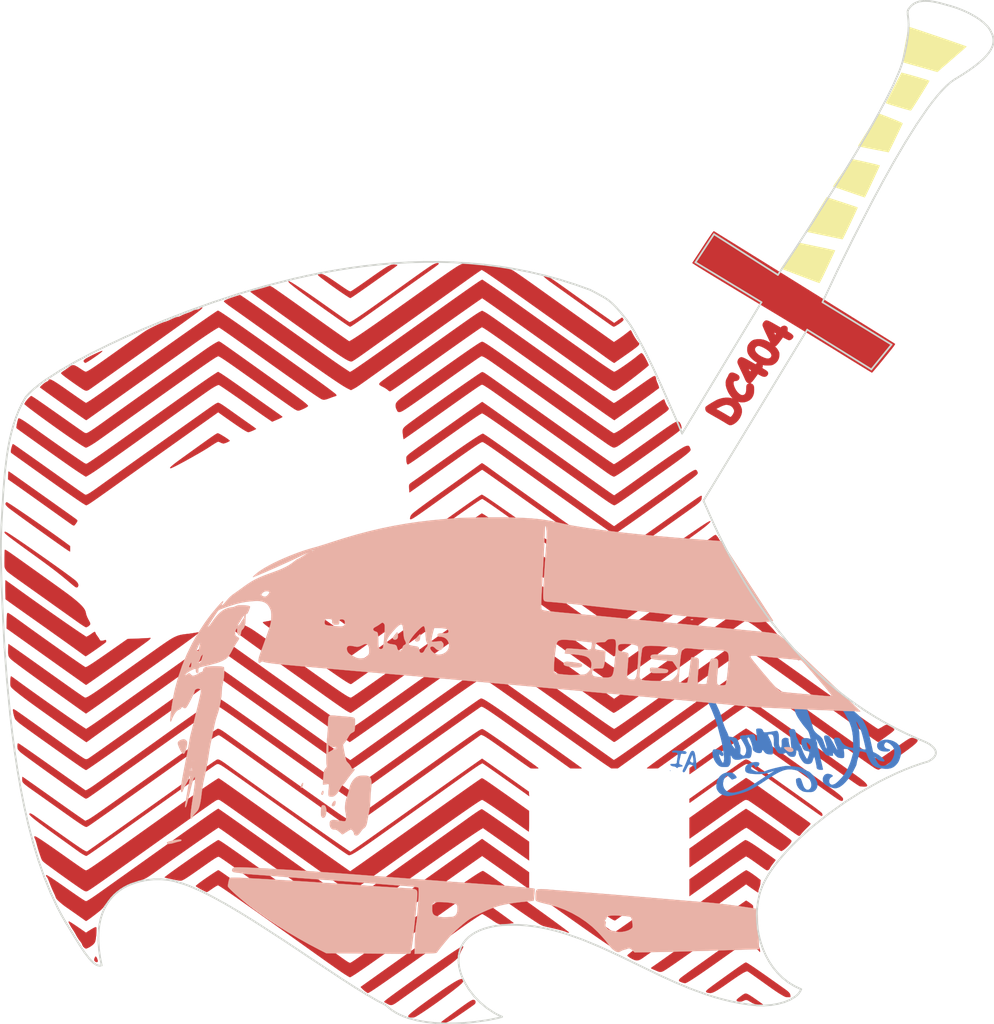
<source format=kicad_pcb>
(kicad_pcb (version 20171130) (host pcbnew "(5.1.2-1)-1")
  (layers (0 F.Cu signal) (31 B.Cu signal) (34 B.Paste user) (35 F.Paste user) (36 B.SilkS user) (37 F.SilkS user) (38 B.Mask user) (39 F.Mask user) (44 Edge.Cuts user))
  (net 0 "")
  (module LOGO (layer F.Cu) (at 159.2834 106.426)
    (fp_text reference G*** hide)
    (fp_text value LOGO hide)
    (fp_poly (pts (xy 15.087987 14.399238) (xy 15.153028 14.417376) (xy 15.183745 14.451082) (xy 15.183606 14.503405) (xy 15.166809 14.553212) (xy 15.138424 14.603797) (xy 15.105165 14.62113) (xy 15.089166 14.620821) (xy 15.047094 14.630258) (xy 15.029855 14.662574) (xy 15.010282 14.693343) (xy 14.980776 14.686457) (xy 14.946323 14.643877) (xy 14.936461 14.625812) (xy 14.902784 14.578658) (xy 14.875104 14.554414) (xy 14.833937 14.550237) (xy 14.789791 14.577312) (xy 14.751548 14.626252) (xy 14.728091 14.687671) (xy 14.72486 14.713163) (xy 14.725423 14.750832) (xy 14.736678 14.778418) (xy 14.766443 14.80395) (xy 14.822534 14.835452) (xy 14.864904 14.856959) (xy 14.939024 14.891868) (xy 15.002915 14.914347) (xy 15.071531 14.927876) (xy 15.159829 14.935934) (xy 15.217828 14.939086) (xy 15.316032 14.943005) (xy 15.3856 14.942024) (xy 15.440139 14.933946) (xy 15.493262 14.916573) (xy 15.558578 14.887708) (xy 15.570478 14.882153) (xy 15.602584 14.869584) (xy 16.0655 14.869584) (xy 16.076084 14.880167) (xy 16.086667 14.869584) (xy 16.076084 14.859) (xy 16.0655 14.869584) (xy 15.602584 14.869584) (xy 15.643769 14.853461) (xy 15.750018 14.819306) (xy 15.880549 14.781876) (xy 16.026683 14.743359) (xy 16.179743 14.705944) (xy 16.331051 14.671818) (xy 16.47193 14.64317) (xy 16.593703 14.622188) (xy 16.612011 14.619523) (xy 16.690688 14.613721) (xy 16.794293 14.613614) (xy 16.914238 14.618397) (xy 17.041932 14.627267) (xy 17.168784 14.639421) (xy 17.286204 14.654053) (xy 17.385601 14.670362) (xy 17.458386 14.687544) (xy 17.492422 14.701883) (xy 17.540176 14.725672) (xy 17.570916 14.732) (xy 17.606469 14.743288) (xy 17.662908 14.77261) (xy 17.71645 14.806049) (xy 17.776597 14.842892) (xy 17.823735 14.865145) (xy 17.845577 14.8683) (xy 17.863546 14.872061) (xy 17.864667 14.878918) (xy 17.881843 14.898669) (xy 17.897162 14.901334) (xy 17.937502 14.911916) (xy 17.98712 14.936674) (xy 18.042871 14.979163) (xy 18.110703 15.042515) (xy 18.181202 15.116487) (xy 18.244954 15.190835) (xy 18.292546 15.255314) (xy 18.311384 15.289536) (xy 18.34273 15.351898) (xy 18.384747 15.418219) (xy 18.391694 15.427749) (xy 18.439338 15.524149) (xy 18.457685 15.638612) (xy 18.446347 15.758278) (xy 18.404972 15.870226) (xy 18.328115 15.973751) (xy 18.259752 16.025567) (xy 18.215601 16.048407) (xy 18.172028 16.062937) (xy 18.118141 16.0708) (xy 18.043047 16.073638) (xy 17.943883 16.073198) (xy 17.836379 16.070621) (xy 17.758923 16.06469) (xy 17.699249 16.05329) (xy 17.645089 16.034305) (xy 17.601372 16.014141) (xy 17.468374 15.926737) (xy 17.365563 15.810775) (xy 17.294852 15.669205) (xy 17.25815 15.504972) (xy 17.255918 15.481381) (xy 17.251106 15.40899) (xy 17.254059 15.366465) (xy 17.268842 15.341502) (xy 17.299519 15.321795) (xy 17.310542 15.316044) (xy 17.396882 15.285823) (xy 17.46683 15.291614) (xy 17.514807 15.329959) (xy 17.535316 15.370243) (xy 17.563153 15.439785) (xy 17.593933 15.527162) (xy 17.611901 15.5831) (xy 17.659457 15.718525) (xy 17.708501 15.817651) (xy 17.762915 15.886444) (xy 17.826584 15.930871) (xy 17.843072 15.938323) (xy 17.922127 15.951332) (xy 17.994941 15.92763) (xy 18.055715 15.872838) (xy 18.098649 15.792576) (xy 18.117945 15.692465) (xy 18.11846 15.671418) (xy 18.097885 15.538313) (xy 18.039889 15.405799) (xy 17.949276 15.277534) (xy 17.830846 15.157175) (xy 17.689402 15.048378) (xy 17.529745 14.954801) (xy 17.356679 14.880099) (xy 17.175005 14.827931) (xy 16.989524 14.801951) (xy 16.975667 14.801164) (xy 16.846947 14.800603) (xy 16.720549 14.813542) (xy 16.591803 14.841891) (xy 16.456041 14.887564) (xy 16.308595 14.952471) (xy 16.144795 15.038525) (xy 15.959973 15.147638) (xy 15.74946 15.281721) (xy 15.663334 15.338569) (xy 15.438009 15.487503) (xy 15.242451 15.614319) (xy 15.071989 15.721524) (xy 14.921955 15.811625) (xy 14.787678 15.887126) (xy 14.66449 15.950534) (xy 14.54772 16.004355) (xy 14.4327 16.051095) (xy 14.31476 16.093261) (xy 14.18923 16.133358) (xy 14.173603 16.138098) (xy 14.026418 16.179866) (xy 13.875351 16.218011) (xy 13.729289 16.250677) (xy 13.597118 16.276008) (xy 13.487723 16.29215) (xy 13.411428 16.297267) (xy 13.345271 16.289861) (xy 13.259426 16.271626) (xy 13.182587 16.249642) (xy 13.050698 16.19525) (xy 12.95019 16.125773) (xy 12.870674 16.033016) (xy 12.835982 15.97614) (xy 12.802537 15.909649) (xy 12.78406 15.850856) (xy 12.776634 15.782095) (xy 12.77605 15.705667) (xy 12.793995 15.53096) (xy 12.845298 15.378008) (xy 12.933155 15.23886) (xy 12.989875 15.173983) (xy 13.101628 15.077858) (xy 13.225032 15.015288) (xy 13.368648 14.98284) (xy 13.483167 14.976224) (xy 13.603102 14.983544) (xy 13.695898 15.010962) (xy 13.774246 15.064241) (xy 13.84351 15.139833) (xy 13.890832 15.204051) (xy 13.908534 15.24838) (xy 13.89366 15.280727) (xy 13.843256 15.309) (xy 13.770302 15.335725) (xy 13.654543 15.375073) (xy 13.538372 15.265203) (xy 13.476627 15.211847) (xy 13.421271 15.172786) (xy 13.383176 15.155573) (xy 13.380142 15.155334) (xy 13.33471 15.173901) (xy 13.283318 15.223348) (xy 13.233084 15.294294) (xy 13.191127 15.377356) (xy 13.173187 15.428079) (xy 13.146524 15.582221) (xy 13.156988 15.725262) (xy 13.201381 15.852675) (xy 13.27651 15.959935) (xy 13.379178 16.042515) (xy 13.506189 16.095891) (xy 13.654348 16.115536) (xy 13.658595 16.115557) (xy 13.765368 16.106116) (xy 13.898593 16.079611) (xy 14.047519 16.039174) (xy 14.201395 15.987939) (xy 14.34947 15.929041) (xy 14.435667 15.88905) (xy 14.497756 15.857843) (xy 14.555761 15.827463) (xy 14.614433 15.794987) (xy 14.678521 15.757493) (xy 14.752776 15.712059) (xy 14.841947 15.655764) (xy 14.950786 15.585686) (xy 15.084041 15.498903) (xy 15.246463 15.392492) (xy 15.299309 15.3578) (xy 15.429155 15.272895) (xy 15.55812 15.189212) (xy 15.678357 15.111795) (xy 15.782023 15.045686) (xy 15.861272 14.995928) (xy 15.883786 14.982092) (xy 15.965176 14.930428) (xy 16.008749 14.897619) (xy 16.014577 14.883841) (xy 15.982732 14.889271) (xy 15.913283 14.914086) (xy 15.864417 14.933844) (xy 15.650285 15.005058) (xy 15.41517 15.048893) (xy 15.153955 15.06613) (xy 15.007167 15.064874) (xy 14.820781 15.054863) (xy 14.672648 15.037078) (xy 14.559273 15.010774) (xy 14.477163 14.975203) (xy 14.4345 14.9425) (xy 14.404491 14.886538) (xy 14.393459 14.807103) (xy 14.401767 14.718747) (xy 14.42701 14.641649) (xy 14.481216 14.570971) (xy 14.56842 14.506878) (xy 14.679359 14.453485) (xy 14.804769 14.414908) (xy 14.935388 14.395265) (xy 14.985156 14.393623) (xy 15.087987 14.399238)) (layer B.Cu) (width 0.01))
    (fp_poly (pts (xy 17.225394 10.651064) (xy 17.302355 10.657753) (xy 17.352543 10.67023) (xy 17.391507 10.695362) (xy 17.434793 10.740017) (xy 17.439974 10.745838) (xy 17.494875 10.815863) (xy 17.550953 10.899891) (xy 17.577547 10.945695) (xy 17.619656 11.018709) (xy 17.662748 11.08531) (xy 17.686698 11.117574) (xy 17.718619 11.165235) (xy 17.761228 11.240789) (xy 17.809026 11.333012) (xy 17.856512 11.430683) (xy 17.898184 11.522579) (xy 17.928544 11.597477) (xy 17.940496 11.635379) (xy 17.954393 11.684885) (xy 17.977889 11.758452) (xy 18.005973 11.840411) (xy 18.006804 11.84275) (xy 18.037917 11.933173) (xy 18.06741 12.023709) (xy 18.08745 12.08982) (xy 18.108315 12.15718) (xy 18.12846 12.21222) (xy 18.13531 12.227404) (xy 18.150819 12.272021) (xy 18.165663 12.337067) (xy 18.169634 12.360434) (xy 18.203153 12.494981) (xy 18.262783 12.615457) (xy 18.353144 12.728521) (xy 18.478861 12.84083) (xy 18.530207 12.879827) (xy 18.634784 12.965552) (xy 18.710833 13.052604) (xy 18.767602 13.154338) (xy 18.81434 13.284109) (xy 18.8175 13.294671) (xy 18.842392 13.373194) (xy 18.865646 13.437095) (xy 18.882798 13.474266) (xy 18.884698 13.476948) (xy 18.897525 13.508834) (xy 18.895087 13.519292) (xy 18.900667 13.544637) (xy 18.927425 13.586808) (xy 18.937606 13.599594) (xy 18.990515 13.663084) (xy 18.976663 13.546667) (xy 18.962617 13.470932) (xy 18.93772 13.373958) (xy 18.906744 13.27385) (xy 18.898567 13.250334) (xy 18.857116 13.124758) (xy 18.83511 13.031996) (xy 18.832307 12.967386) (xy 18.848466 12.926263) (xy 18.880692 12.904869) (xy 18.957313 12.896101) (xy 19.039886 12.914437) (xy 19.111909 12.954108) (xy 19.15226 12.99984) (xy 19.181612 13.051266) (xy 19.223823 13.122717) (xy 19.267096 13.194354) (xy 19.317673 13.280196) (xy 19.37514 13.382372) (xy 19.427412 13.479373) (xy 19.429393 13.483167) (xy 19.472125 13.562265) (xy 19.511919 13.631017) (xy 19.541678 13.677291) (xy 19.546985 13.68425) (xy 19.569412 13.709195) (xy 19.576431 13.704198) (xy 19.571709 13.663918) (xy 19.569684 13.651192) (xy 19.55577 13.597339) (xy 19.529139 13.518932) (xy 19.494665 13.429921) (xy 19.48094 13.397192) (xy 19.428543 13.265549) (xy 19.399316 13.165991) (xy 19.393579 13.094963) (xy 19.411652 13.048913) (xy 19.453854 13.024288) (xy 19.5151 13.0175) (xy 19.617969 13.026765) (xy 19.689996 13.057558) (xy 19.739098 13.114382) (xy 19.758202 13.155721) (xy 19.828994 13.28445) (xy 19.933235 13.396936) (xy 20.063455 13.487796) (xy 20.212188 13.551645) (xy 20.347609 13.580659) (xy 20.468167 13.594829) (xy 20.467507 13.322039) (xy 20.455005 12.998348) (xy 20.418318 12.70466) (xy 20.356197 12.435399) (xy 20.267392 12.184987) (xy 20.230308 12.108344) (xy 20.635369 12.108344) (xy 20.637564 12.140307) (xy 20.650874 12.193252) (xy 20.672649 12.25816) (xy 20.70024 12.326011) (xy 20.728053 12.3825) (xy 20.750436 12.428949) (xy 20.767373 12.480831) (xy 20.7806 12.547105) (xy 20.791856 12.636729) (xy 20.802878 12.758663) (xy 20.804211 12.775189) (xy 20.813688 12.916664) (xy 20.821373 13.075143) (xy 20.826418 13.230168) (xy 20.828 13.348692) (xy 20.828 13.624757) (xy 20.960292 13.658025) (xy 21.054139 13.680446) (xy 21.114523 13.69067) (xy 21.148618 13.688362) (xy 21.163599 13.673188) (xy 21.166667 13.648424) (xy 21.161353 13.605927) (xy 21.146671 13.53031) (xy 21.124513 13.429261) (xy 21.096769 13.310467) (xy 21.06533 13.181617) (xy 21.032086 13.0504) (xy 20.99893 12.924502) (xy 20.96775 12.811613) (xy 20.940439 12.719421) (xy 20.930808 12.689417) (xy 20.897854 12.599773) (xy 20.855232 12.497666) (xy 20.807191 12.391817) (xy 20.757976 12.290948) (xy 20.711834 12.203782) (xy 20.673013 12.139041) (xy 20.646939 12.106384) (xy 20.635369 12.108344) (xy 20.230308 12.108344) (xy 20.166092 11.975627) (xy 20.120077 11.891614) (xy 20.064377 11.790058) (xy 20.009715 11.690507) (xy 20.000323 11.673417) (xy 19.952646 11.59584) (xy 19.893697 11.513284) (xy 19.82993 11.433285) (xy 19.767798 11.363379) (xy 19.713754 11.3111) (xy 19.674252 11.283985) (xy 19.664984 11.281834) (xy 19.629867 11.266682) (xy 19.584617 11.230087) (xy 19.542773 11.185341) (xy 19.517874 11.145737) (xy 19.515667 11.135256) (xy 19.528638 11.109487) (xy 19.571725 11.085799) (xy 19.642347 11.063054) (xy 19.739501 11.038702) (xy 19.810724 11.031438) (xy 19.869987 11.044217) (xy 19.931264 11.079996) (xy 20.006587 11.140097) (xy 20.071012 11.193121) (xy 20.159343 11.264225) (xy 20.261912 11.345706) (xy 20.36905 11.429857) (xy 20.418496 11.468343) (xy 20.598904 11.6132) (xy 20.747241 11.744176) (xy 20.868849 11.867206) (xy 20.969068 11.988223) (xy 21.053239 12.113161) (xy 21.126703 12.247953) (xy 21.13443 12.263783) (xy 21.18936 12.380659) (xy 21.2363 12.489076) (xy 21.277584 12.596424) (xy 21.315546 12.710091) (xy 21.352519 12.837467) (xy 21.390837 12.985939) (xy 21.432833 13.162898) (xy 21.469418 13.324435) (xy 21.580692 13.822511) (xy 21.717111 13.887027) (xy 21.808513 13.936499) (xy 21.905021 13.999209) (xy 21.999797 14.069424) (xy 22.086008 14.14141) (xy 22.156819 14.209433) (xy 22.205395 14.267759) (xy 22.2249 14.310656) (xy 22.225 14.313074) (xy 22.208125 14.343145) (xy 22.162779 14.353872) (xy 22.096884 14.34754) (xy 22.018358 14.326435) (xy 21.935123 14.29284) (xy 21.855098 14.249043) (xy 21.786205 14.197327) (xy 21.77005 14.181803) (xy 21.72161 14.135235) (xy 21.683883 14.104433) (xy 21.6693 14.097) (xy 21.667611 14.113346) (xy 21.684251 14.15673) (xy 21.714519 14.218669) (xy 21.75371 14.290684) (xy 21.797121 14.364293) (xy 21.840049 14.431014) (xy 21.877791 14.482366) (xy 21.891719 14.498089) (xy 21.967011 14.562191) (xy 22.044361 14.595211) (xy 22.142047 14.604791) (xy 22.147003 14.604793) (xy 22.272134 14.584249) (xy 22.394337 14.526755) (xy 22.50861 14.437643) (xy 22.609948 14.322245) (xy 22.693349 14.185894) (xy 22.753811 14.033921) (xy 22.777903 13.932372) (xy 22.787354 13.77581) (xy 22.757777 13.635593) (xy 22.689073 13.511493) (xy 22.581144 13.403287) (xy 22.530526 13.366754) (xy 22.434897 13.309213) (xy 22.362555 13.281131) (xy 22.307296 13.281591) (xy 22.262918 13.309679) (xy 22.249293 13.325251) (xy 22.208141 13.405528) (xy 22.205453 13.485203) (xy 22.237874 13.55711) (xy 22.302046 13.614078) (xy 22.394613 13.648939) (xy 22.401471 13.650258) (xy 22.485406 13.670928) (xy 22.529117 13.695892) (xy 22.534624 13.726753) (xy 22.522543 13.746293) (xy 22.468603 13.779517) (xy 22.376281 13.795747) (xy 22.245991 13.794925) (xy 22.193307 13.79077) (xy 22.066589 13.769747) (xy 21.969725 13.730454) (xy 21.892327 13.667763) (xy 21.85653 13.62449) (xy 21.819748 13.544875) (xy 21.810309 13.453115) (xy 21.827787 13.364987) (xy 21.865167 13.302896) (xy 21.969755 13.220566) (xy 22.100373 13.164966) (xy 22.249701 13.136747) (xy 22.410422 13.136559) (xy 22.575217 13.165054) (xy 22.736767 13.222884) (xy 22.741193 13.224941) (xy 22.894592 13.313066) (xy 23.010127 13.417601) (xy 23.090181 13.541832) (xy 23.137136 13.689044) (xy 23.150362 13.789088) (xy 23.154036 13.865006) (xy 23.150713 13.93099) (xy 23.138254 14.00064) (xy 23.114522 14.087555) (xy 23.092153 14.159393) (xy 23.055093 14.268594) (xy 23.020545 14.350264) (xy 22.981399 14.418098) (xy 22.930549 14.485792) (xy 22.909949 14.510482) (xy 22.810263 14.611354) (xy 22.70172 14.686132) (xy 22.579172 14.735986) (xy 22.437468 14.762085) (xy 22.271458 14.765597) (xy 22.075994 14.747691) (xy 21.949834 14.728419) (xy 21.808064 14.692967) (xy 21.684662 14.635861) (xy 21.575912 14.553296) (xy 21.478098 14.441467) (xy 21.387502 14.296568) (xy 21.30041 14.114792) (xy 21.263642 14.025679) (xy 21.197489 13.859109) (xy 21.070953 13.819124) (xy 20.992517 13.798374) (xy 20.920698 13.786118) (xy 20.881873 13.784611) (xy 20.846699 13.790733) (xy 20.825034 13.808181) (xy 20.810251 13.847162) (xy 20.795869 13.917084) (xy 20.778744 14.00046) (xy 20.759796 14.079057) (xy 20.748624 14.118167) (xy 20.702884 14.267422) (xy 20.673087 14.380437) (xy 20.659528 14.456052) (xy 20.658667 14.472257) (xy 20.649068 14.525793) (xy 20.625396 14.590099) (xy 20.619591 14.602118) (xy 20.593554 14.653583) (xy 20.554552 14.730893) (xy 20.508624 14.822066) (xy 20.476716 14.88548) (xy 20.381863 15.055431) (xy 20.270847 15.223283) (xy 20.149257 15.382545) (xy 20.022682 15.526723) (xy 19.896709 15.649324) (xy 19.776929 15.743855) (xy 19.697239 15.791098) (xy 19.585771 15.839296) (xy 19.491647 15.861791) (xy 19.3999 15.860233) (xy 19.295564 15.836272) (xy 19.293417 15.835627) (xy 19.117015 15.773405) (xy 18.973441 15.703548) (xy 18.865514 15.627799) (xy 18.796054 15.547905) (xy 18.781071 15.518613) (xy 18.755428 15.412257) (xy 18.761319 15.303644) (xy 18.795367 15.203059) (xy 18.854195 15.120783) (xy 18.928537 15.069559) (xy 19.002078 15.052704) (xy 19.08856 15.054857) (xy 19.175889 15.072922) (xy 19.251971 15.103802) (xy 19.304713 15.144404) (xy 19.319338 15.169598) (xy 19.307067 15.191629) (xy 19.267257 15.216365) (xy 19.259961 15.21954) (xy 19.190572 15.265709) (xy 19.143394 15.331694) (xy 19.118119 15.408863) (xy 19.114436 15.488585) (xy 19.132037 15.56223) (xy 19.170611 15.621168) (xy 19.22985 15.656766) (xy 19.275879 15.663334) (xy 19.346902 15.655496) (xy 19.418047 15.629377) (xy 19.49557 15.581067) (xy 19.585726 15.506655) (xy 19.69477 15.402231) (xy 19.696681 15.400317) (xy 19.846703 15.239145) (xy 19.973172 15.07747) (xy 20.083101 14.904442) (xy 20.183501 14.709208) (xy 20.265839 14.519535) (xy 20.293851 14.444677) (xy 20.326383 14.348342) (xy 20.360781 14.239578) (xy 20.394393 14.127429) (xy 20.424566 14.020942) (xy 20.448646 13.929163) (xy 20.463979 13.861138) (xy 20.468167 13.829709) (xy 20.460758 13.784908) (xy 20.434461 13.750125) (xy 20.383166 13.721742) (xy 20.300766 13.69614) (xy 20.206928 13.674937) (xy 20.080881 13.653036) (xy 19.992588 13.647487) (xy 19.940676 13.658473) (xy 19.923775 13.686182) (xy 19.930496 13.712332) (xy 19.941304 13.755863) (xy 19.949433 13.825122) (xy 19.954578 13.908369) (xy 19.956433 13.993863) (xy 19.954692 14.069864) (xy 19.949048 14.124632) (xy 19.94177 14.14503) (xy 19.907309 14.157309) (xy 19.845101 14.162493) (xy 19.769073 14.16094) (xy 19.69315 14.153008) (xy 19.631258 14.139056) (xy 19.625132 14.13688) (xy 19.560375 14.099353) (xy 19.489536 14.038817) (xy 19.427352 13.969125) (xy 19.396901 13.922375) (xy 19.364994 13.875381) (xy 19.341412 13.869575) (xy 19.327833 13.90434) (xy 19.325167 13.948834) (xy 19.325167 14.0335) (xy 19.171709 14.033389) (xy 19.067582 14.028586) (xy 18.995367 14.013249) (xy 18.960264 13.996347) (xy 18.8876 13.934035) (xy 18.80568 13.835319) (xy 18.717361 13.704358) (xy 18.625501 13.545312) (xy 18.552213 13.402352) (xy 18.501353 13.300101) (xy 18.456031 13.212804) (xy 18.419753 13.14692) (xy 18.396025 13.108909) (xy 18.389246 13.102167) (xy 18.374408 13.119025) (xy 18.375057 13.159605) (xy 18.389552 13.208919) (xy 18.403916 13.236015) (xy 18.427258 13.293627) (xy 18.434506 13.346396) (xy 18.440818 13.453672) (xy 18.464647 13.562748) (xy 18.494507 13.6525) (xy 18.516901 13.723276) (xy 18.543048 13.820775) (xy 18.569106 13.930076) (xy 18.584452 14.00175) (xy 18.608964 14.117283) (xy 18.639962 14.255727) (xy 18.673323 14.39901) (xy 18.702501 14.519332) (xy 18.727349 14.623239) (xy 18.746675 14.71188) (xy 18.758929 14.777495) (xy 18.762561 14.812323) (xy 18.761684 14.815665) (xy 18.735613 14.821998) (xy 18.681312 14.825722) (xy 18.638177 14.826182) (xy 18.536954 14.814395) (xy 18.463221 14.783097) (xy 18.422015 14.73514) (xy 18.415 14.69984) (xy 18.410385 14.653514) (xy 18.398044 14.578774) (xy 18.380236 14.486106) (xy 18.359221 14.385994) (xy 18.337256 14.288923) (xy 18.3166 14.205378) (xy 18.299512 14.145844) (xy 18.291025 14.124324) (xy 18.2765 14.107526) (xy 18.260961 14.117368) (xy 18.238936 14.159273) (xy 18.226004 14.188741) (xy 18.201155 14.249978) (xy 18.185268 14.295406) (xy 18.182167 14.309426) (xy 18.166114 14.365586) (xy 18.126533 14.424522) (xy 18.076286 14.467382) (xy 18.073264 14.469004) (xy 17.993317 14.492687) (xy 17.895047 14.497366) (xy 17.797841 14.483276) (xy 17.746207 14.465029) (xy 17.682579 14.41831) (xy 17.613724 14.34097) (xy 17.545623 14.24321) (xy 17.484256 14.13523) (xy 17.435603 14.027233) (xy 17.405645 13.92942) (xy 17.399 13.872777) (xy 17.394467 13.824587) (xy 17.38336 13.80111) (xy 17.38141 13.800667) (xy 17.359768 13.784024) (xy 17.335271 13.747322) (xy 17.310452 13.713359) (xy 17.290239 13.71558) (xy 17.273414 13.755838) (xy 17.258758 13.835984) (xy 17.254342 13.870228) (xy 17.236176 13.973403) (xy 17.207538 14.041008) (xy 17.162751 14.079533) (xy 17.096139 14.095468) (xy 17.056002 14.097) (xy 16.944814 14.083867) (xy 16.856141 14.040542) (xy 16.778255 13.961139) (xy 16.773875 13.955373) (xy 16.725924 13.894597) (xy 16.69196 13.86468) (xy 16.662053 13.861553) (xy 16.626271 13.881146) (xy 16.614158 13.889919) (xy 16.571329 13.914804) (xy 16.52141 13.925613) (xy 16.448954 13.925136) (xy 16.427082 13.923695) (xy 16.345883 13.914064) (xy 16.290364 13.895548) (xy 16.243966 13.862105) (xy 16.234812 13.853563) (xy 16.194964 13.810011) (xy 16.172894 13.775449) (xy 16.171334 13.768646) (xy 16.157112 13.738975) (xy 16.122406 13.698672) (xy 16.117755 13.694211) (xy 16.070822 13.628399) (xy 16.033769 13.5358) (xy 16.010986 13.431604) (xy 16.006864 13.331) (xy 16.008307 13.31559) (xy 16.011643 13.244104) (xy 16.009333 13.151257) (xy 16.002202 13.060548) (xy 15.984679 12.955288) (xy 15.956258 12.885756) (xy 15.911639 12.845719) (xy 15.84552 12.828943) (xy 15.803864 12.827324) (xy 15.735711 12.829989) (xy 15.694816 12.841354) (xy 15.67994 12.867389) (xy 15.689847 12.91406) (xy 15.723299 12.987339) (xy 15.75721 13.052305) (xy 15.803277 13.145966) (xy 15.842869 13.239311) (xy 15.870011 13.317695) (xy 15.876841 13.345584) (xy 15.895939 13.424784) (xy 15.920572 13.49955) (xy 15.930341 13.522609) (xy 15.947437 13.581692) (xy 15.956661 13.661302) (xy 15.95838 13.749493) (xy 15.952963 13.834317) (xy 15.94078 13.903828) (xy 15.922198 13.94608) (xy 15.917136 13.950633) (xy 15.873648 13.961837) (xy 15.803884 13.962159) (xy 15.721994 13.95328) (xy 15.642129 13.936879) (xy 15.578438 13.914637) (xy 15.568104 13.909186) (xy 15.517653 13.868877) (xy 15.464327 13.810035) (xy 15.444814 13.783346) (xy 15.401467 13.726923) (xy 15.370925 13.70965) (xy 15.34944 13.731715) (xy 15.33408 13.788878) (xy 15.316072 13.839974) (xy 15.279915 13.869691) (xy 15.21671 13.882942) (xy 15.159945 13.885044) (xy 15.054545 13.867255) (xy 14.948618 13.817779) (xy 14.878809 13.764207) (xy 14.839429 13.719462) (xy 14.820848 13.671075) (xy 14.815753 13.599956) (xy 14.81575 13.599652) (xy 14.808014 13.528217) (xy 14.787981 13.43851) (xy 14.75887 13.339171) (xy 14.723902 13.238845) (xy 14.686296 13.146174) (xy 14.649273 13.0698) (xy 14.616053 13.018366) (xy 14.592565 13.000604) (xy 14.544341 13.009524) (xy 14.521592 13.026567) (xy 14.510832 13.049515) (xy 14.51299 13.084221) (xy 14.529926 13.139482) (xy 14.563202 13.22338) (xy 14.601422 13.30824) (xy 14.640988 13.384651) (xy 14.674511 13.438569) (xy 14.680255 13.445914) (xy 14.73178 13.537665) (xy 14.759984 13.658039) (xy 14.764257 13.799934) (xy 14.743987 13.956245) (xy 14.729516 14.018742) (xy 14.706385 14.088563) (xy 14.674629 14.135364) (xy 14.626157 14.163543) (xy 14.55288 14.177496) (xy 14.446706 14.181623) (xy 14.429793 14.181667) (xy 14.323947 14.183902) (xy 14.25131 14.191456) (xy 14.202954 14.205602) (xy 14.183267 14.216795) (xy 14.126576 14.239987) (xy 14.037699 14.255855) (xy 13.982765 14.26046) (xy 13.859341 14.256913) (xy 13.765543 14.228417) (xy 13.694876 14.172097) (xy 13.656554 14.11614) (xy 13.620284 14.052449) (xy 13.59596 14.018356) (xy 13.581342 14.016475) (xy 13.574186 14.049418) (xy 13.57225 14.119798) (xy 13.573065 14.213417) (xy 13.573407 14.321384) (xy 13.570081 14.3979) (xy 13.561626 14.453791) (xy 13.546582 14.499882) (xy 13.529591 14.535501) (xy 13.493076 14.59393) (xy 13.455415 14.636966) (xy 13.442156 14.646626) (xy 13.39462 14.659187) (xy 13.318264 14.66613) (xy 13.226219 14.6675) (xy 13.131616 14.663345) (xy 13.047587 14.65371) (xy 13.006917 14.645102) (xy 12.916484 14.600813) (xy 12.827336 14.522306) (xy 12.743874 14.417585) (xy 12.670499 14.294649) (xy 12.611615 14.1615) (xy 12.571624 14.02614) (xy 12.554927 13.89657) (xy 12.55753 13.828284) (xy 12.570654 13.752089) (xy 12.59468 13.705099) (xy 12.637924 13.68167) (xy 12.708702 13.67616) (xy 12.776442 13.679741) (xy 12.899789 13.696274) (xy 12.993209 13.727606) (xy 13.067917 13.778569) (xy 13.111332 13.824008) (xy 13.150224 13.888608) (xy 13.165183 13.954129) (xy 13.156532 14.009872) (xy 13.124597 14.045133) (xy 13.104445 14.051242) (xy 13.050042 14.04041) (xy 13.003468 13.999819) (xy 12.96221 13.961795) (xy 12.934089 13.960696) (xy 12.93103 13.963337) (xy 12.925384 13.995777) (xy 12.937504 14.054842) (xy 12.963106 14.13102) (xy 12.997906 14.214797) (xy 13.037618 14.296663) (xy 13.077959 14.367103) (xy 13.114644 14.416607) (xy 13.143389 14.435661) (xy 13.143772 14.435667) (xy 13.164613 14.419371) (xy 13.184795 14.368156) (xy 13.205643 14.278532) (xy 13.208004 14.266334) (xy 13.212497 14.197315) (xy 13.207781 14.094188) (xy 13.194961 13.963901) (xy 13.175143 13.813402) (xy 13.149434 13.649641) (xy 13.11894 13.479565) (xy 13.084766 13.310124) (xy 13.051202 13.162281) (xy 13.554151 13.162281) (xy 13.557445 13.21084) (xy 13.576811 13.282999) (xy 13.610427 13.370469) (xy 13.635976 13.416229) (xy 13.676482 13.475478) (xy 13.72423 13.538474) (xy 13.771507 13.595471) (xy 13.810598 13.636728) (xy 13.833711 13.6525) (xy 13.835131 13.634529) (xy 13.829652 13.594292) (xy 13.814445 13.538768) (xy 13.788833 13.46874) (xy 13.778137 13.443434) (xy 13.753665 13.38188) (xy 13.739017 13.33304) (xy 13.737167 13.319609) (xy 13.722451 13.286261) (xy 13.686176 13.239856) (xy 13.640148 13.192633) (xy 13.596174 13.156835) (xy 13.568268 13.1445) (xy 13.554151 13.162281) (xy 13.051202 13.162281) (xy 13.048019 13.148265) (xy 13.009805 13.000938) (xy 13.002471 12.975167) (xy 12.972192 12.866857) (xy 12.94088 12.749046) (xy 12.914841 12.645508) (xy 12.912685 12.6365) (xy 12.809091 12.258319) (xy 12.675014 11.863736) (xy 12.51378 11.461828) (xy 12.356553 11.118524) (xy 12.326126 11.047734) (xy 12.307725 10.988674) (xy 12.305329 10.954164) (xy 12.332509 10.921777) (xy 12.389461 10.896498) (xy 12.481454 10.876306) (xy 12.525669 10.869687) (xy 12.637088 10.854447) (xy 12.680821 10.957015) (xy 12.706501 11.01531) (xy 12.745262 11.100937) (xy 12.792104 11.202948) (xy 12.84203 11.310396) (xy 12.848474 11.324167) (xy 12.899809 11.434755) (xy 12.940074 11.525149) (xy 12.973132 11.60582) (xy 13.002845 11.687242) (xy 13.033078 11.779885) (xy 13.067693 11.894223) (xy 13.102104 12.011674) (xy 13.161825 12.20631) (xy 13.22053 12.373438) (xy 13.283664 12.527388) (xy 13.356675 12.68249) (xy 13.358307 12.685771) (xy 13.395826 12.765289) (xy 13.424425 12.833883) (xy 13.439558 12.880323) (xy 13.440834 12.889555) (xy 13.449907 12.927394) (xy 13.481621 12.953756) (xy 13.542714 12.972017) (xy 13.630424 12.984539) (xy 13.766363 13.007595) (xy 13.864875 13.043623) (xy 13.929191 13.093807) (xy 13.929314 13.093954) (xy 13.958748 13.140679) (xy 13.992155 13.210014) (xy 14.023379 13.286862) (xy 14.046261 13.356127) (xy 14.054667 13.401323) (xy 14.065641 13.434128) (xy 14.079361 13.440834) (xy 14.094566 13.448437) (xy 14.091746 13.453143) (xy 14.090425 13.479073) (xy 14.103516 13.526118) (xy 14.105972 13.532518) (xy 14.122084 13.613707) (xy 14.121359 13.732632) (xy 14.119721 13.754539) (xy 14.113349 13.838035) (xy 14.113553 13.891128) (xy 14.123902 13.925642) (xy 14.14797 13.953402) (xy 14.189326 13.986231) (xy 14.189813 13.986605) (xy 14.263685 14.027956) (xy 14.326103 14.029177) (xy 14.377733 13.98992) (xy 14.419239 13.909839) (xy 14.435284 13.858573) (xy 14.451498 13.776994) (xy 14.453262 13.696922) (xy 14.438585 13.612204) (xy 14.405481 13.516689) (xy 14.351959 13.404227) (xy 14.276031 13.268666) (xy 14.208247 13.15635) (xy 14.09174 12.967116) (xy 14.139048 12.928808) (xy 14.180343 12.906255) (xy 14.241276 12.894036) (xy 14.332752 12.890016) (xy 14.33747 12.889995) (xy 14.428086 12.886471) (xy 14.514856 12.877779) (xy 14.57325 12.867086) (xy 14.69 12.839977) (xy 14.776627 12.830338) (xy 14.841831 12.838766) (xy 14.894314 12.865857) (xy 14.923039 12.891039) (xy 14.952915 12.939461) (xy 14.964411 13.01246) (xy 14.964834 13.035386) (xy 14.972328 13.115939) (xy 14.996562 13.165918) (xy 15.003542 13.17297) (xy 15.038033 13.199874) (xy 15.055428 13.208) (xy 15.061058 13.188471) (xy 15.06239 13.135879) (xy 15.059973 13.059214) (xy 15.054355 12.967468) (xy 15.046086 12.869633) (xy 15.035713 12.7747) (xy 15.024005 12.692967) (xy 15.011994 12.605762) (xy 15.016042 12.551817) (xy 15.042617 12.523158) (xy 15.098189 12.511811) (xy 15.1726 12.509824) (xy 15.263803 12.514808) (xy 15.324568 12.534541) (xy 15.365923 12.575244) (xy 15.396033 12.635883) (xy 15.418409 12.686296) (xy 15.442408 12.711478) (xy 15.482499 12.720183) (xy 15.536978 12.721167) (xy 15.600035 12.717529) (xy 15.692199 12.707632) (xy 15.800966 12.692998) (xy 15.911113 12.675613) (xy 16.178427 12.630058) (xy 16.215512 12.675856) (xy 16.250038 12.739829) (xy 16.273399 12.834476) (xy 16.286073 12.963067) (xy 16.288536 13.128874) (xy 16.28773 13.171727) (xy 16.286082 13.285015) (xy 16.288206 13.366081) (xy 16.295154 13.424948) (xy 16.307983 13.471642) (xy 16.322952 13.506479) (xy 16.359743 13.563819) (xy 16.393342 13.581967) (xy 16.421611 13.564051) (xy 16.442415 13.513199) (xy 16.453616 13.432541) (xy 16.453077 13.325203) (xy 16.452544 13.316765) (xy 16.448337 13.230706) (xy 16.451005 13.174337) (xy 16.462439 13.135307) (xy 16.484532 13.101267) (xy 16.48581 13.09965) (xy 16.553361 13.0472) (xy 16.643336 13.026882) (xy 16.7457 13.039439) (xy 16.795235 13.055078) (xy 16.819188 13.075981) (xy 16.826845 13.115974) (xy 16.827484 13.161191) (xy 16.832739 13.219271) (xy 16.846884 13.296731) (xy 16.867463 13.38515) (xy 16.892019 13.476106) (xy 16.918097 13.56118) (xy 16.94324 13.63195) (xy 16.964993 13.679994) (xy 16.9809 13.696894) (xy 16.983349 13.695618) (xy 16.98746 13.669325) (xy 16.987007 13.609082) (xy 16.982707 13.522942) (xy 16.975282 13.418955) (xy 16.965451 13.305175) (xy 16.953932 13.189653) (xy 16.941447 13.080442) (xy 16.928713 12.985593) (xy 16.916452 12.91316) (xy 16.911401 12.8905) (xy 16.894194 12.822492) (xy 16.87374 12.741949) (xy 16.867337 12.716795) (xy 16.854213 12.64121) (xy 16.86526 12.592429) (xy 16.906177 12.562946) (xy 16.982665 12.545254) (xy 16.999367 12.542912) (xy 17.080968 12.537907) (xy 17.136929 12.550152) (xy 17.154886 12.560013) (xy 17.193632 12.606184) (xy 17.22494 12.682912) (xy 17.245137 12.77859) (xy 17.250834 12.863413) (xy 17.258787 12.92915) (xy 17.278262 12.983283) (xy 17.281517 12.988387) (xy 17.303452 13.028162) (xy 17.334505 13.094959) (xy 17.368901 13.176176) (xy 17.378221 13.199472) (xy 17.417699 13.294119) (xy 17.460733 13.388963) (xy 17.498761 13.46523) (xy 17.50277 13.472584) (xy 17.539716 13.548458) (xy 17.579356 13.643852) (xy 17.611671 13.733893) (xy 17.640523 13.810509) (xy 17.679792 13.898218) (xy 17.724947 13.988742) (xy 17.771455 14.073801) (xy 17.814783 14.145116) (xy 17.850399 14.19441) (xy 17.873769 14.213402) (xy 17.874202 14.213417) (xy 17.892343 14.194789) (xy 17.917398 14.146211) (xy 17.945381 14.078636) (xy 17.972308 14.00302) (xy 17.994197 13.93032) (xy 18.007061 13.871489) (xy 18.008524 13.844086) (xy 17.999997 13.812057) (xy 17.976645 13.792905) (xy 17.927564 13.780266) (xy 17.888895 13.774246) (xy 17.811772 13.756943) (xy 17.742863 13.731124) (xy 17.717133 13.716451) (xy 17.661141 13.65677) (xy 17.615087 13.570546) (xy 17.580868 13.468129) (xy 17.56038 13.359868) (xy 17.557936 13.307703) (xy 17.846693 13.307703) (xy 17.85404 13.365872) (xy 17.871632 13.439331) (xy 17.896347 13.516229) (xy 17.92506 13.584718) (xy 17.942022 13.615459) (xy 17.983306 13.672325) (xy 18.014364 13.691782) (xy 18.040716 13.675716) (xy 18.054422 13.653892) (xy 18.077514 13.583484) (xy 18.067929 13.512617) (xy 18.023684 13.434506) (xy 17.972541 13.373518) (xy 17.920127 13.320852) (xy 17.877878 13.286087) (xy 17.854018 13.275871) (xy 17.852715 13.276673) (xy 17.846693 13.307703) (xy 17.557936 13.307703) (xy 17.555518 13.256113) (xy 17.568178 13.167214) (xy 17.600255 13.103522) (xy 17.604117 13.099422) (xy 17.664902 13.064081) (xy 17.752613 13.045332) (xy 17.854782 13.044279) (xy 17.958936 13.062023) (xy 17.974788 13.06663) (xy 18.074326 13.097419) (xy 18.061901 13.031001) (xy 18.049373 12.977601) (xy 18.028234 12.900261) (xy 18.002955 12.815303) (xy 18.001792 12.811563) (xy 17.975438 12.735743) (xy 17.945037 12.672331) (xy 17.903245 12.609611) (xy 17.842719 12.535865) (xy 17.796188 12.48348) (xy 17.709079 12.380487) (xy 17.612897 12.256157) (xy 17.515246 12.12129) (xy 17.423731 11.986686) (xy 17.345958 11.863144) (xy 17.293992 11.770332) (xy 17.239127 11.649296) (xy 17.190715 11.511719) (xy 17.145795 11.348323) (xy 17.111484 11.197941) (xy 17.089388 11.100561) (xy 17.068159 11.018037) (xy 17.050301 10.959462) (xy 17.038882 10.934416) (xy 17.022409 10.894083) (xy 17.018646 10.830778) (xy 17.026632 10.761592) (xy 17.045402 10.703617) (xy 17.052553 10.691589) (xy 17.075306 10.665022) (xy 17.104092 10.651342) (xy 17.151057 10.647702) (xy 17.225394 10.651064)) (layer B.Cu) (width 0.01))
    (fp_poly (pts (xy 11.507063 13.788957) (xy 11.54331 13.854902) (xy 11.55059 13.87672) (xy 11.570556 13.958425) (xy 11.591091 14.07047) (xy 11.610646 14.200916) (xy 11.627675 14.337823) (xy 11.640631 14.469252) (xy 11.647969 14.583263) (xy 11.64904 14.63675) (xy 11.647742 14.721272) (xy 11.64331 14.772402) (xy 11.633388 14.799077) (xy 11.61562 14.81023) (xy 11.6026 14.812847) (xy 11.568646 14.80968) (xy 11.557412 14.778774) (xy 11.557 14.764171) (xy 11.537375 14.672363) (xy 11.48177 14.598482) (xy 11.409218 14.554707) (xy 11.335089 14.52777) (xy 11.279503 14.518449) (xy 11.235326 14.531013) (xy 11.195426 14.569731) (xy 11.152671 14.638873) (xy 11.101917 14.738652) (xy 11.0499 14.840261) (xy 11.009075 14.907481) (xy 10.974908 14.945231) (xy 10.942868 14.958426) (xy 10.908421 14.951984) (xy 10.906125 14.951059) (xy 10.88252 14.92104) (xy 10.888217 14.862108) (xy 10.923311 14.773625) (xy 10.936505 14.747172) (xy 10.961689 14.693958) (xy 10.99914 14.60923) (xy 11.045518 14.500824) (xy 11.097478 14.376575) (xy 11.125424 14.308383) (xy 11.287979 14.308383) (xy 11.303722 14.36022) (xy 11.359071 14.403842) (xy 11.368578 14.408896) (xy 11.427659 14.432256) (xy 11.463517 14.425975) (xy 11.48358 14.391243) (xy 11.489335 14.333481) (xy 11.482359 14.244698) (xy 11.463659 14.133915) (xy 11.446283 14.056775) (xy 11.423371 13.963632) (xy 11.384369 14.067358) (xy 11.353621 14.144019) (xy 11.321333 14.216982) (xy 11.309415 14.241458) (xy 11.287979 14.308383) (xy 11.125424 14.308383) (xy 11.151679 14.244319) (xy 11.164046 14.213752) (xy 11.221405 14.072672) (xy 11.266123 13.965992) (xy 11.300834 13.888628) (xy 11.328172 13.835498) (xy 11.350774 13.801522) (xy 11.371274 13.781615) (xy 11.392305 13.770697) (xy 11.394075 13.770064) (xy 11.458551 13.761518) (xy 11.507063 13.788957)) (layer B.Cu) (width 0.01))
    (fp_poly (pts (xy 10.195278 14.866056) (xy 10.192372 14.878639) (xy 10.181167 14.880167) (xy 10.163744 14.872422) (xy 10.167056 14.866056) (xy 10.192176 14.863522) (xy 10.195278 14.866056)) (layer B.Cu) (width 0.01))
    (fp_poly (pts (xy 10.560332 13.745444) (xy 10.58835 13.747496) (xy 10.693265 13.75521) (xy 10.807317 13.762733) (xy 10.885349 13.767302) (xy 10.986734 13.778058) (xy 11.051446 13.798942) (xy 11.084434 13.832357) (xy 11.091334 13.867282) (xy 11.072999 13.907614) (xy 11.0245 13.930739) (xy 10.955595 13.933533) (xy 10.911294 13.924932) (xy 10.839515 13.911728) (xy 10.795742 13.924285) (xy 10.771216 13.967378) (xy 10.762739 14.005929) (xy 10.751018 14.065824) (xy 10.732418 14.149948) (xy 10.710665 14.241549) (xy 10.707418 14.254671) (xy 10.683559 14.365794) (xy 10.677099 14.443691) (xy 10.688869 14.494094) (xy 10.719702 14.522733) (xy 10.747698 14.531855) (xy 10.817478 14.554057) (xy 10.8598 14.582109) (xy 10.871616 14.610195) (xy 10.84988 14.632501) (xy 10.805584 14.642339) (xy 10.701818 14.654661) (xy 10.634327 14.671021) (xy 10.59711 14.693235) (xy 10.587511 14.708242) (xy 10.574413 14.73084) (xy 10.556299 14.724116) (xy 10.530417 14.695786) (xy 10.484634 14.659964) (xy 10.415045 14.638723) (xy 10.373614 14.632701) (xy 10.287985 14.61507) (xy 10.227951 14.586957) (xy 10.218833 14.579166) (xy 10.187483 14.538544) (xy 10.19072 14.511727) (xy 10.230554 14.497375) (xy 10.308994 14.494143) (xy 10.3444 14.495321) (xy 10.444597 14.494461) (xy 10.509868 14.478675) (xy 10.546054 14.444448) (xy 10.558995 14.388265) (xy 10.559205 14.366039) (xy 10.563352 14.301766) (xy 10.575669 14.224747) (xy 10.58053 14.202834) (xy 10.599606 14.091286) (xy 10.601712 13.993062) (xy 10.587054 13.918557) (xy 10.574418 13.894671) (xy 10.54786 13.870629) (xy 10.505457 13.858183) (xy 10.435375 13.854324) (xy 10.415668 13.854326) (xy 10.344481 13.85342) (xy 10.305822 13.847366) (xy 10.289924 13.832726) (xy 10.287 13.809056) (xy 10.30296 13.773361) (xy 10.352338 13.751167) (xy 10.43738 13.742014) (xy 10.560332 13.745444)) (layer B.Cu) (width 0.01))
  )
  (module LOGO (layer F.Cu) (at 159.2834 106.426)
    (fp_text reference G*** hide)
    (fp_text value LOGO hide)
  )
  (module LOGO (layer F.Cu) (at 159.2834 106.426)
    (fp_text reference G*** hide)
    (fp_text value LOGO hide)
  )
  (module LOGO (layer F.Cu) (at 159.2834 106.426)
    (fp_text reference G*** hide)
    (fp_text value LOGO hide)
    (fp_poly (pts (xy -0.821536 27.766937) (xy -0.780936 27.811605) (xy -0.764394 27.872037) (xy -0.775356 27.936769) (xy -0.810909 27.988587) (xy -0.846037 28.017028) (xy -0.915369 28.068136) (xy -1.017838 28.141167) (xy -1.15238 28.235378) (xy -1.317927 28.350023) (xy -1.513413 28.484359) (xy -1.737772 28.637641) (xy -1.857447 28.719115) (xy -2.032051 28.833575) (xy -2.180136 28.920849) (xy -2.305879 28.982899) (xy -2.41346 29.021691) (xy -2.507054 29.039189) (xy -2.541202 29.040667) (xy -2.610021 29.037067) (xy -2.660547 29.027753) (xy -2.678454 29.018092) (xy -2.683016 29.012011) (xy -2.685828 29.006399) (xy -2.683797 28.998806) (xy -2.673833 28.986786) (xy -2.652842 28.967889) (xy -2.617735 28.939668) (xy -2.565418 28.899674) (xy -2.492801 28.845459) (xy -2.396791 28.774575) (xy -2.274298 28.684575) (xy -2.122228 28.573009) (xy -2.042583 28.514572) (xy -1.822931 28.353707) (xy -1.63442 28.216475) (xy -1.474339 28.101087) (xy -1.339976 28.005755) (xy -1.228622 27.928691) (xy -1.137566 27.868107) (xy -1.064096 27.822215) (xy -1.005502 27.789227) (xy -0.959074 27.767354) (xy -0.9221 27.754808) (xy -0.89187 27.749802) (xy -0.882748 27.7495) (xy -0.821536 27.766937)) (layer F.Cu) (width 0.01))
    (fp_poly (pts (xy -1.534622 26.588531) (xy -1.501244 26.603177) (xy -1.482411 26.626275) (xy -1.463348 26.679969) (xy -1.470781 26.730577) (xy -1.508047 26.787285) (xy -1.561041 26.842692) (xy -1.645707 26.919261) (xy -1.761282 27.016089) (xy -1.903419 27.130012) (xy -2.067765 27.257861) (xy -2.249971 27.396472) (xy -2.445686 27.542679) (xy -2.650561 27.693314) (xy -2.860244 27.845213) (xy -3.070386 27.995209) (xy -3.276635 28.140136) (xy -3.474642 28.276827) (xy -3.660057 28.402117) (xy -3.828528 28.51284) (xy -3.975706 28.605829) (xy -4.023917 28.635121) (xy -4.110288 28.68568) (xy -4.173204 28.717635) (xy -4.22489 28.735166) (xy -4.277571 28.742454) (xy -4.341417 28.74369) (xy -4.418372 28.740086) (xy -4.481976 28.731368) (xy -4.513791 28.721471) (xy -4.544484 28.691454) (xy -4.550833 28.67242) (xy -4.540251 28.644412) (xy -4.507563 28.603198) (xy -4.451354 28.547662) (xy -4.370212 28.476688) (xy -4.262724 28.38916) (xy -4.127475 28.283963) (xy -3.963051 28.15998) (xy -3.768041 28.016096) (xy -3.541029 27.851194) (xy -3.280604 27.664158) (xy -3.208605 27.612736) (xy -2.924543 27.411042) (xy -2.672238 27.234138) (xy -2.449896 27.081002) (xy -2.255723 26.950608) (xy -2.087927 26.84193) (xy -1.944714 26.753945) (xy -1.824291 26.685628) (xy -1.724863 26.635952) (xy -1.644638 26.603894) (xy -1.581822 26.588429) (xy -1.534622 26.588531)) (layer F.Cu) (width 0.01))
    (fp_poly (pts (xy -1.459582 24.759804) (xy -1.468086 24.801134) (xy -1.494487 24.857957) (xy -1.512254 24.887162) (xy -1.544202 24.944155) (xy -1.583363 25.025863) (xy -1.622612 25.117173) (xy -1.632949 25.143178) (xy -1.652964 25.194052) (xy -1.672614 25.240449) (xy -1.694028 25.284129) (xy -1.719331 25.326857) (xy -1.75065 25.370393) (xy -1.790113 25.416501) (xy -1.839844 25.466943) (xy -1.901972 25.523482) (xy -1.978623 25.587879) (xy -2.071923 25.661897) (xy -2.183999 25.747299) (xy -2.316978 25.845847) (xy -2.472986 25.959303) (xy -2.65415 26.089431) (xy -2.862597 26.237991) (xy -3.100453 26.406747) (xy -3.369845 26.597461) (xy -3.4925 26.684247) (xy -3.701625 26.832259) (xy -3.907335 26.977947) (xy -4.105927 27.118682) (xy -4.293698 27.251836) (xy -4.466947 27.374782) (xy -4.621971 27.484892) (xy -4.755067 27.579538) (xy -4.862535 27.656092) (xy -4.94067 27.711927) (xy -4.963583 27.728375) (xy -5.110685 27.833748) (xy -5.228948 27.915951) (xy -5.323811 27.976657) (xy -5.400715 28.017536) (xy -5.465099 28.040262) (xy -5.522404 28.046504) (xy -5.578069 28.037934) (xy -5.637534 28.016224) (xy -5.706239 27.983045) (xy -5.738451 27.966459) (xy -5.810815 27.92654) (xy -5.867068 27.890862) (xy -5.897571 27.865688) (xy -5.900177 27.861398) (xy -5.894666 27.848546) (xy -5.872022 27.82447) (xy -5.830546 27.78789) (xy -5.768539 27.737525) (xy -5.684301 27.672093) (xy -5.576134 27.590313) (xy -5.442337 27.490905) (xy -5.281211 27.372587) (xy -5.091056 27.234078) (xy -4.870175 27.074096) (xy -4.616866 26.891362) (xy -4.54025 26.836199) (xy -4.136289 26.545868) (xy -3.765275 26.280105) (xy -3.426186 26.038214) (xy -3.118001 25.819498) (xy -2.839698 25.623261) (xy -2.590256 25.448806) (xy -2.368654 25.295437) (xy -2.17387 25.162457) (xy -2.004883 25.049171) (xy -1.860672 24.954881) (xy -1.740215 24.878891) (xy -1.64249 24.820504) (xy -1.566478 24.779025) (xy -1.511155 24.753756) (xy -1.475501 24.744002) (xy -1.471763 24.743834) (xy -1.459582 24.759804)) (layer F.Cu) (width 0.01))
    (fp_poly (pts (xy 14.503783 27.41668) (xy 14.578642 27.454052) (xy 14.644546 27.492407) (xy 14.701825 27.528234) (xy 14.77912 27.57909) (xy 14.870348 27.640704) (xy 14.969426 27.708803) (xy 15.070271 27.779115) (xy 15.166801 27.847368) (xy 15.252932 27.909289) (xy 15.322581 27.960606) (xy 15.369666 27.997048) (xy 15.388104 28.014341) (xy 15.388167 28.014675) (xy 15.368872 28.021651) (xy 15.317997 28.024623) (xy 15.246059 28.024067) (xy 15.163574 28.020461) (xy 15.081057 28.014282) (xy 15.009025 28.006006) (xy 14.957993 27.996111) (xy 14.95425 27.994988) (xy 14.80416 27.932543) (xy 14.637233 27.835625) (xy 14.605 27.814197) (xy 14.51227 27.765147) (xy 14.427721 27.753668) (xy 14.340791 27.779374) (xy 14.298084 27.802969) (xy 14.188524 27.846529) (xy 14.067563 27.85303) (xy 13.973159 27.832096) (xy 13.928693 27.811206) (xy 13.909514 27.785522) (xy 13.917699 27.751521) (xy 13.955326 27.705678) (xy 14.024472 27.644472) (xy 14.127214 27.564379) (xy 14.134042 27.559235) (xy 14.237787 27.482822) (xy 14.317513 27.431554) (xy 14.38234 27.404237) (xy 14.441389 27.399677) (xy 14.503783 27.41668)) (layer F.Cu) (width 0.01))
    (fp_poly (pts (xy 14.4689 25.665399) (xy 14.531915 25.699804) (xy 14.625774 25.757529) (xy 14.750946 25.838887) (xy 14.907901 25.944192) (xy 15.097111 26.073756) (xy 15.319044 26.227894) (xy 15.574171 26.406919) (xy 15.714258 26.505811) (xy 15.878361 26.621846) (xy 16.039647 26.735863) (xy 16.193053 26.844285) (xy 16.333514 26.943533) (xy 16.455966 27.030029) (xy 16.555345 27.100195) (xy 16.626586 27.150452) (xy 16.640269 27.160094) (xy 16.75933 27.249293) (xy 16.843949 27.326402) (xy 16.898316 27.396632) (xy 16.926624 27.465196) (xy 16.933334 27.524457) (xy 16.933334 27.601334) (xy 16.800154 27.601334) (xy 16.735321 27.599462) (xy 16.681715 27.591131) (xy 16.627206 27.572266) (xy 16.559665 27.538793) (xy 16.478615 27.49333) (xy 16.40882 27.452723) (xy 16.339443 27.410912) (xy 16.266809 27.365392) (xy 16.187248 27.313655) (xy 16.097084 27.253194) (xy 15.992645 27.181504) (xy 15.870258 27.096076) (xy 15.72625 26.994405) (xy 15.556948 26.873984) (xy 15.358679 26.732306) (xy 15.261167 26.662481) (xy 15.111289 26.555318) (xy 14.970763 26.455248) (xy 14.843636 26.365123) (xy 14.733955 26.287794) (xy 14.645767 26.226112) (xy 14.58312 26.182931) (xy 14.550061 26.161101) (xy 14.547556 26.159654) (xy 14.519074 26.150255) (xy 14.482924 26.150468) (xy 14.436502 26.161815) (xy 14.377205 26.185818) (xy 14.302427 26.224001) (xy 14.209564 26.277885) (xy 14.096013 26.348991) (xy 13.959168 26.438844) (xy 13.796427 26.548964) (xy 13.605183 26.680875) (xy 13.382834 26.836097) (xy 13.345584 26.862225) (xy 13.151404 26.996958) (xy 12.986956 27.107404) (xy 12.848736 27.195499) (xy 12.733243 27.26318) (xy 12.636974 27.312383) (xy 12.556427 27.345046) (xy 12.4881 27.363105) (xy 12.430052 27.3685) (xy 12.324247 27.36132) (xy 12.247346 27.340959) (xy 12.20386 27.309184) (xy 12.196143 27.276864) (xy 12.201231 27.260521) (xy 12.213693 27.240706) (xy 12.235964 27.215541) (xy 12.270478 27.183146) (xy 12.319668 27.14164) (xy 12.385968 27.089145) (xy 12.471813 27.02378) (xy 12.579637 26.943668) (xy 12.711872 26.846927) (xy 12.870954 26.731678) (xy 13.059316 26.596042) (xy 13.279392 26.438139) (xy 13.319218 26.409603) (xy 13.539309 26.252069) (xy 13.727712 26.1176) (xy 13.887028 26.004436) (xy 14.01986 25.910818) (xy 14.128809 25.834984) (xy 14.216478 25.775176) (xy 14.285467 25.729633) (xy 14.338379 25.696596) (xy 14.377816 25.674303) (xy 14.406379 25.660996) (xy 14.426671 25.654914) (xy 14.436258 25.654) (xy 14.4689 25.665399)) (layer F.Cu) (width 0.01))
    (fp_poly (pts (xy -0.342941 22.238197) (xy -0.260623 22.276247) (xy -0.152722 22.337544) (xy -0.02274 22.420203) (xy 0.022985 22.450885) (xy 0.095585 22.500949) (xy 0.189422 22.566856) (xy 0.300105 22.645415) (xy 0.423242 22.733439) (xy 0.554441 22.827737) (xy 0.689312 22.92512) (xy 0.823463 23.022399) (xy 0.952502 23.116386) (xy 1.072037 23.20389) (xy 1.177678 23.281724) (xy 1.265033 23.346697) (xy 1.32971 23.39562) (xy 1.367318 23.425304) (xy 1.375189 23.432877) (xy 1.355463 23.438798) (xy 1.300354 23.447795) (xy 1.216623 23.458956) (xy 1.111032 23.471367) (xy 1.010709 23.482059) (xy 0.858174 23.496779) (xy 0.738323 23.504394) (xy 0.641789 23.502689) (xy 0.559204 23.489451) (xy 0.481202 23.462466) (xy 0.398417 23.419519) (xy 0.301481 23.358397) (xy 0.201302 23.29073) (xy 0.055425 23.192378) (xy -0.076867 23.10556) (xy -0.191518 23.032784) (xy -0.284472 22.976563) (xy -0.351673 22.939406) (xy -0.389063 22.923824) (xy -0.392054 22.9235) (xy -0.417559 22.934911) (xy -0.472714 22.966868) (xy -0.552272 23.015954) (xy -0.650985 23.078755) (xy -0.763603 23.151855) (xy -0.884879 23.231838) (xy -1.009563 23.31529) (xy -1.132408 23.398795) (xy -1.248165 23.478936) (xy -1.280503 23.501656) (xy -1.328508 23.535624) (xy -1.408215 23.592162) (xy -1.516839 23.66929) (xy -1.651595 23.765027) (xy -1.809696 23.877395) (xy -1.98836 24.004412) (xy -2.184799 24.144099) (xy -2.396228 24.294474) (xy -2.619863 24.453559) (xy -2.852918 24.619372) (xy -3.092607 24.789934) (xy -3.138448 24.822558) (xy -3.574809 25.132944) (xy -3.977944 25.419344) (xy -4.348967 25.68253) (xy -4.688992 25.92327) (xy -4.999134 26.142337) (xy -5.280507 26.340499) (xy -5.534225 26.518528) (xy -5.761403 26.677194) (xy -5.963154 26.817266) (xy -6.140594 26.939516) (xy -6.294836 27.044714) (xy -6.426995 27.13363) (xy -6.538185 27.207034) (xy -6.62952 27.265698) (xy -6.702115 27.31039) (xy -6.757084 27.341882) (xy -6.79554 27.360944) (xy -6.8186 27.368346) (xy -6.821055 27.3685) (xy -6.841485 27.35799) (xy -6.885893 27.331006) (xy -6.922647 27.307591) (xy -6.974044 27.269861) (xy -7.034474 27.218975) (xy -7.096425 27.162223) (xy -7.152384 27.106894) (xy -7.194835 27.060278) (xy -7.216267 27.029665) (xy -7.216557 27.02244) (xy -7.198464 27.009343) (xy -7.147979 26.973201) (xy -7.067205 26.915512) (xy -6.958242 26.837774) (xy -6.823194 26.741484) (xy -6.664161 26.62814) (xy -6.483245 26.499238) (xy -6.282549 26.356278) (xy -6.064174 26.200757) (xy -5.830222 26.034171) (xy -5.582795 25.858019) (xy -5.323994 25.673798) (xy -5.101166 25.515205) (xy -4.595059 25.154917) (xy -4.121515 24.817602) (xy -3.678515 24.501817) (xy -3.26404 24.206117) (xy -2.876071 23.92906) (xy -2.512588 23.669202) (xy -2.171573 23.4251) (xy -1.851006 23.19531) (xy -1.548867 22.97839) (xy -1.263139 22.772895) (xy -1.051001 22.620072) (xy -0.89337 22.508948) (xy -0.750135 22.412944) (xy -0.625041 22.334319) (xy -0.521829 22.275328) (xy -0.444244 22.238229) (xy -0.396171 22.22528) (xy -0.342941 22.238197)) (layer F.Cu) (width 0.01))
    (fp_poly (pts (xy 14.73603 24.093318) (xy 14.830522 24.159416) (xy 14.914041 24.219661) (xy 14.979586 24.268865) (xy 15.02016 24.301842) (xy 15.028332 24.309915) (xy 15.046867 24.349752) (xy 15.063735 24.4152) (xy 15.072236 24.468599) (xy 15.089154 24.55356) (xy 15.118888 24.653107) (xy 15.15122 24.736657) (xy 15.184453 24.821054) (xy 15.210094 24.904653) (xy 15.226273 24.978394) (xy 15.231118 25.033215) (xy 15.22276 25.060056) (xy 15.218246 25.061334) (xy 15.197595 25.044123) (xy 15.188257 25.024292) (xy 15.166869 24.998711) (xy 15.117264 24.955072) (xy 15.046569 24.89861) (xy 14.961916 24.834562) (xy 14.870433 24.768162) (xy 14.77925 24.704646) (xy 14.695497 24.649252) (xy 14.626304 24.607213) (xy 14.603669 24.594988) (xy 14.508952 24.562259) (xy 14.413115 24.563466) (xy 14.308214 24.599537) (xy 14.238668 24.637661) (xy 14.201222 24.662199) (xy 14.132814 24.708873) (xy 14.036944 24.775231) (xy 13.917111 24.858821) (xy 13.776816 24.957191) (xy 13.619557 25.067888) (xy 13.448833 25.188461) (xy 13.268145 25.316457) (xy 13.133917 25.411782) (xy 12.800441 25.64827) (xy 12.499661 25.86029) (xy 12.230326 26.048667) (xy 11.991185 26.214226) (xy 11.780987 26.357793) (xy 11.598482 26.480193) (xy 11.442418 26.58225) (xy 11.311544 26.66479) (xy 11.204611 26.728639) (xy 11.120366 26.77462) (xy 11.05756 26.803559) (xy 11.01494 26.816282) (xy 11.003572 26.817029) (xy 10.968995 26.810279) (xy 10.908837 26.793963) (xy 10.85263 26.776807) (xy 10.751657 26.739311) (xy 10.691065 26.702009) (xy 10.669107 26.660944) (xy 10.684034 26.612163) (xy 10.734099 26.551709) (xy 10.747375 26.538639) (xy 10.782531 26.509199) (xy 10.850745 26.456788) (xy 10.952175 26.381291) (xy 11.086979 26.282596) (xy 11.255318 26.160587) (xy 11.45735 26.01515) (xy 11.693233 25.846171) (xy 11.963127 25.653536) (xy 12.26719 25.437131) (xy 12.605582 25.196842) (xy 12.978461 24.932554) (xy 13.229167 24.755085) (xy 13.45508 24.59583) (xy 13.665082 24.448973) (xy 13.856339 24.31645) (xy 14.026014 24.200199) (xy 14.171272 24.102157) (xy 14.289277 24.024259) (xy 14.377193 23.968444) (xy 14.406755 23.950715) (xy 14.473094 23.912104) (xy 14.73603 24.093318)) (layer F.Cu) (width 0.01))
    (fp_poly (pts (xy -15.226642 20.468204) (xy -15.220846 20.468952) (xy -15.213092 20.471368) (xy -15.20202 20.476408) (xy -15.186271 20.485026) (xy -15.164485 20.498181) (xy -15.135303 20.516827) (xy -15.097366 20.54192) (xy -15.049313 20.574417) (xy -14.989786 20.615274) (xy -14.917425 20.665446) (xy -14.830871 20.72589) (xy -14.728765 20.797561) (xy -14.609746 20.881417) (xy -14.472455 20.978412) (xy -14.315533 21.089502) (xy -14.137621 21.215645) (xy -13.937359 21.357795) (xy -13.713388 21.516909) (xy -13.464348 21.693943) (xy -13.188879 21.889853) (xy -12.885623 22.105595) (xy -12.55322 22.342124) (xy -12.19031 22.600398) (xy -11.795535 22.881371) (xy -11.39825 23.164138) (xy -11.106741 23.371675) (xy -10.818662 23.576875) (xy -10.536549 23.777928) (xy -10.262935 23.973024) (xy -10.000355 24.160352) (xy -9.751343 24.338102) (xy -9.518434 24.504463) (xy -9.304163 24.657625) (xy -9.111064 24.795777) (xy -8.941671 24.917109) (xy -8.79852 25.01981) (xy -8.684144 25.10207) (xy -8.601078 25.162078) (xy -8.584976 25.173772) (xy -8.406013 25.303513) (xy -8.257726 25.40989) (xy -8.136956 25.494978) (xy -8.04054 25.560851) (xy -7.965319 25.609584) (xy -7.908131 25.643252) (xy -7.865815 25.663928) (xy -7.83521 25.673688) (xy -7.820983 25.675167) (xy -7.81218 25.674419) (xy -7.800985 25.671533) (xy -7.786018 25.665542) (xy -7.765897 25.65548) (xy -7.739242 25.640383) (xy -7.704673 25.619284) (xy -7.660809 25.591217) (xy -7.60627 25.555218) (xy -7.539675 25.51032) (xy -7.459643 25.455557) (xy -7.364794 25.389964) (xy -7.253748 25.312575) (xy -7.125123 25.222425) (xy -6.977539 25.118547) (xy -6.809616 24.999977) (xy -6.619973 24.865748) (xy -6.40723 24.714894) (xy -6.170006 24.546451) (xy -5.906919 24.359452) (xy -5.616591 24.152931) (xy -5.29764 23.925923) (xy -4.948686 23.677463) (xy -4.568347 23.406584) (xy -4.155245 23.112321) (xy -4.053416 23.039782) (xy -3.618543 22.730225) (xy -3.216777 22.444751) (xy -2.846966 22.182572) (xy -2.507957 21.942902) (xy -2.1986 21.724955) (xy -1.917741 21.527944) (xy -1.664229 21.351083) (xy -1.436912 21.193586) (xy -1.234637 21.054667) (xy -1.056253 20.933538) (xy -0.900607 20.829414) (xy -0.766548 20.741509) (xy -0.652923 20.669035) (xy -0.558581 20.611207) (xy -0.482369 20.567238) (xy -0.423135 20.536342) (xy -0.379727 20.517732) (xy -0.350993 20.510623) (xy -0.347835 20.5105) (xy -0.322645 20.520531) (xy -0.270078 20.550923) (xy -0.189481 20.602127) (xy -0.080202 20.674595) (xy 0.058411 20.768777) (xy 0.227008 20.885124) (xy 0.426243 21.024087) (xy 0.656767 21.186116) (xy 0.919232 21.371662) (xy 1.214289 21.581177) (xy 1.542591 21.815111) (xy 1.672167 21.907623) (xy 2.018215 22.155097) (xy 2.347336 22.391045) (xy 2.658183 22.614484) (xy 2.949411 22.824429) (xy 3.219672 23.019896) (xy 3.467622 23.199899) (xy 3.691914 23.363456) (xy 3.891202 23.50958) (xy 4.06414 23.637289) (xy 4.209382 23.745597) (xy 4.325582 23.83352) (xy 4.411394 23.900074) (xy 4.465472 23.944275) (xy 4.486469 23.965137) (xy 4.486701 23.965959) (xy 4.470484 23.980941) (xy 4.419632 23.971824) (xy 4.334078 23.938594) (xy 4.315266 23.930178) (xy 4.235487 23.899768) (xy 4.116219 23.862809) (xy 3.959702 23.81989) (xy 3.768174 23.771599) (xy 3.543874 23.718523) (xy 3.302 23.664101) (xy 3.174278 23.634937) (xy 3.077104 23.609391) (xy 2.99938 23.58349) (xy 2.930008 23.55326) (xy 2.85789 23.514729) (xy 2.815167 23.489825) (xy 2.712724 23.426762) (xy 2.578703 23.340507) (xy 2.415712 23.232831) (xy 2.226363 23.105507) (xy 2.013264 22.960307) (xy 1.779027 22.799002) (xy 1.52626 22.623365) (xy 1.257574 22.435169) (xy 1.143271 22.354686) (xy 0.907239 22.188781) (xy 0.6833 22.032431) (xy 0.473819 21.887232) (xy 0.281162 21.75478) (xy 0.107694 21.636674) (xy -0.044218 21.53451) (xy -0.17221 21.449885) (xy -0.273915 21.384396) (xy -0.346968 21.339641) (xy -0.389003 21.317215) (xy -0.397083 21.314834) (xy -0.427066 21.327332) (xy -0.490841 21.364682) (xy -0.588088 21.426661) (xy -0.718487 21.51305) (xy -0.881718 21.623629) (xy -1.077462 21.758177) (xy -1.305399 21.916474) (xy -1.565209 22.098298) (xy -1.856573 22.303431) (xy -2.179171 22.531651) (xy -2.532684 22.782739) (xy -2.7305 22.923607) (xy -3.013167 23.125002) (xy -3.307227 23.334398) (xy -3.609436 23.54949) (xy -3.916553 23.767977) (xy -4.225335 23.987554) (xy -4.532538 24.20592) (xy -4.834922 24.420772) (xy -5.129242 24.629806) (xy -5.412257 24.83072) (xy -5.680723 25.021211) (xy -5.931399 25.198975) (xy -6.161042 25.36171) (xy -6.366408 25.507114) (xy -6.544256 25.632882) (xy -6.691343 25.736713) (xy -6.709833 25.749746) (xy -6.925217 25.900614) (xy -7.123027 26.037339) (xy -7.301011 26.158441) (xy -7.456915 26.262445) (xy -7.588485 26.347873) (xy -7.693468 26.413246) (xy -7.769611 26.457087) (xy -7.814658 26.477918) (xy -7.822778 26.4795) (xy -7.853489 26.468081) (xy -7.91331 26.436121) (xy -7.996472 26.387071) (xy -8.097203 26.324376) (xy -8.209733 26.251487) (xy -8.258015 26.219407) (xy -8.333316 26.168186) (xy -8.439793 26.094541) (xy -8.574238 26.000738) (xy -8.733441 25.889046) (xy -8.914193 25.761732) (xy -9.113285 25.621063) (xy -9.327506 25.469307) (xy -9.553648 25.308731) (xy -9.788501 25.141602) (xy -10.028855 24.970188) (xy -10.25525 24.808385) (xy -10.81243 24.410001) (xy -11.337154 24.035343) (xy -11.829314 23.684489) (xy -12.288798 23.357515) (xy -12.715497 23.054498) (xy -13.109302 22.775516) (xy -13.470102 22.520645) (xy -13.797788 22.289963) (xy -14.09225 22.083546) (xy -14.353377 21.901471) (xy -14.581061 21.743816) (xy -14.775191 21.610657) (xy -14.935657 21.502072) (xy -15.06235 21.418138) (xy -15.155159 21.358931) (xy -15.213975 21.324528) (xy -15.23755 21.314834) (xy -15.287028 21.32889) (xy -15.367323 21.370783) (xy -15.477724 21.440094) (xy -15.617524 21.536408) (xy -15.630341 21.545542) (xy -15.713924 21.603628) (xy -15.786783 21.651276) (xy -15.841185 21.683629) (xy -15.869393 21.695828) (xy -15.869638 21.695834) (xy -15.901272 21.686315) (xy -15.959989 21.660507) (xy -16.03811 21.622531) (xy -16.127952 21.576507) (xy -16.221836 21.526556) (xy -16.31208 21.476799) (xy -16.391003 21.431356) (xy -16.450924 21.39435) (xy -16.484163 21.369899) (xy -16.488385 21.363876) (xy -16.477444 21.341295) (xy -16.442328 21.304865) (xy -16.380479 21.252468) (xy -16.289335 21.181987) (xy -16.166339 21.091303) (xy -16.107833 21.049032) (xy -16.000742 20.972978) (xy -15.883848 20.891627) (xy -15.762466 20.808504) (xy -15.641908 20.727132) (xy -15.52749 20.651035) (xy -15.424524 20.583735) (xy -15.338326 20.528758) (xy -15.274209 20.489627) (xy -15.237487 20.469865) (xy -15.231838 20.468167) (xy -15.226642 20.468204)) (layer F.Cu) (width 0.01))
    (fp_poly (pts (xy 14.470894 22.187345) (xy 14.522154 22.218939) (xy 14.591417 22.265276) (xy 14.652625 22.308238) (xy 14.735729 22.368952) (xy 14.789725 22.412777) (xy 14.820741 22.44629) (xy 14.834905 22.476066) (xy 14.838338 22.507515) (xy 14.843774 22.575375) (xy 14.856274 22.649216) (xy 14.857244 22.653482) (xy 14.864037 22.721215) (xy 14.855759 22.809918) (xy 14.837511 22.903778) (xy 14.818721 22.983811) (xy 14.802178 23.046687) (xy 14.790699 23.081933) (xy 14.788577 23.085645) (xy 14.767538 23.07939) (xy 14.720182 23.053602) (xy 14.654868 23.013033) (xy 14.618261 22.988807) (xy 14.546797 22.941381) (xy 14.489154 22.904621) (xy 14.453822 22.883871) (xy 14.447258 22.881167) (xy 14.426889 22.893393) (xy 14.373046 22.929636) (xy 14.286656 22.989242) (xy 14.168646 23.071556) (xy 14.019943 23.175924) (xy 13.841474 23.301692) (xy 13.634167 23.448206) (xy 13.398948 23.614811) (xy 13.136745 23.800854) (xy 12.848486 24.00568) (xy 12.535096 24.228635) (xy 12.277182 24.412298) (xy 11.882359 24.693174) (xy 11.52152 24.949061) (xy 11.194541 25.180048) (xy 10.901297 25.386221) (xy 10.641665 25.567667) (xy 10.41552 25.724473) (xy 10.222739 25.856725) (xy 10.063196 25.964512) (xy 10.015517 25.996253) (xy 9.892342 26.076046) (xy 9.795473 26.132543) (xy 9.717155 26.167581) (xy 9.649628 26.182999) (xy 9.585137 26.180635) (xy 9.515922 26.162326) (xy 9.440334 26.132523) (xy 9.316795 26.079633) (xy 9.227088 26.040546) (xy 9.165979 26.012749) (xy 9.12824 25.993727) (xy 9.108637 25.980963) (xy 9.101941 25.971945) (xy 9.101667 25.969695) (xy 9.117815 25.949341) (xy 9.159562 25.914703) (xy 9.202209 25.884101) (xy 9.263079 25.842327) (xy 9.347001 25.783997) (xy 9.454873 25.708472) (xy 9.587596 25.615116) (xy 9.746067 25.503292) (xy 9.931186 25.372361) (xy 10.143852 25.221687) (xy 10.384965 25.050632) (xy 10.655423 24.85856) (xy 10.956125 24.644832) (xy 11.287971 24.408811) (xy 11.651859 24.149861) (xy 12.04869 23.867343) (xy 12.329025 23.6677) (xy 12.595107 23.478313) (xy 12.851751 23.295888) (xy 13.096838 23.121919) (xy 13.328248 22.9579) (xy 13.543859 22.805327) (xy 13.741552 22.665695) (xy 13.919205 22.540498) (xy 14.074699 22.43123) (xy 14.205912 22.339388) (xy 14.310725 22.266464) (xy 14.387016 22.213955) (xy 14.432665 22.183355) (xy 14.445692 22.175654) (xy 14.470894 22.187345)) (layer F.Cu) (width 0.01))
    (fp_poly (pts (xy -22.094119 25.33397) (xy -22.063978 25.38148) (xy -22.0354 25.445269) (xy -22.013417 25.51274) (xy -22.003062 25.571296) (xy -22.006144 25.602296) (xy -22.035289 25.627765) (xy -22.083838 25.629954) (xy -22.136624 25.610014) (xy -22.1615 25.5905) (xy -22.193233 25.544148) (xy -22.203833 25.505154) (xy -22.195882 25.455123) (xy -22.176282 25.397492) (xy -22.151408 25.346835) (xy -22.127638 25.317731) (xy -22.12079 25.315334) (xy -22.094119 25.33397)) (layer F.Cu) (width 0.01))
    (fp_poly (pts (xy 14.534728 20.507761) (xy 14.624227 20.559272) (xy 14.736676 20.631779) (xy 14.862749 20.718882) (xy 14.993122 20.814183) (xy 15.090697 20.889225) (xy 15.262385 21.024534) (xy 15.248943 21.185559) (xy 15.229675 21.314792) (xy 15.196738 21.430969) (xy 15.184834 21.460266) (xy 15.156407 21.53645) (xy 15.138023 21.609524) (xy 15.134167 21.645475) (xy 15.129347 21.693425) (xy 15.11755 21.716607) (xy 15.115603 21.717) (xy 15.092267 21.705247) (xy 15.040119 21.672494) (xy 14.964684 21.622506) (xy 14.871489 21.559042) (xy 14.766057 21.485866) (xy 14.653913 21.406739) (xy 14.5415 21.326088) (xy 14.44625 21.25713) (xy 12.368467 22.74119) (xy 11.921263 23.060572) (xy 11.507392 23.356072) (xy 11.125771 23.628461) (xy 10.775317 23.878508) (xy 10.454946 24.106982) (xy 10.163576 24.314652) (xy 9.900124 24.502287) (xy 9.663505 24.670658) (xy 9.452638 24.820533) (xy 9.266439 24.952681) (xy 9.103825 25.067872) (xy 8.963712 25.166875) (xy 8.845019 25.25046) (xy 8.74666 25.319395) (xy 8.667554 25.374451) (xy 8.606617 25.416395) (xy 8.562766 25.445999) (xy 8.534918 25.46403) (xy 8.534257 25.464438) (xy 8.417502 25.520399) (xy 8.306426 25.537792) (xy 8.191706 25.517635) (xy 8.158088 25.505569) (xy 8.075755 25.469) (xy 7.988826 25.423644) (xy 7.906146 25.37498) (xy 7.836561 25.328486) (xy 7.788916 25.289643) (xy 7.772234 25.266539) (xy 7.773095 25.256644) (xy 7.780588 25.243151) (xy 7.796874 25.224419) (xy 7.824114 25.198807) (xy 7.864468 25.164676) (xy 7.920097 25.120383) (xy 7.993162 25.064288) (xy 8.085823 24.99475) (xy 8.200242 24.910128) (xy 8.338579 24.808782) (xy 8.502995 24.68907) (xy 8.695651 24.549352) (xy 8.918707 24.387986) (xy 9.133417 24.232872) (xy 9.462789 23.995214) (xy 9.795949 23.755193) (xy 10.131006 23.514156) (xy 10.466068 23.273447) (xy 10.799242 23.034414) (xy 11.128638 22.798401) (xy 11.452363 22.566755) (xy 11.768524 22.340821) (xy 12.075232 22.121945) (xy 12.370592 21.911474) (xy 12.652715 21.710752) (xy 12.919707 21.521126) (xy 13.169677 21.343942) (xy 13.400733 21.180545) (xy 13.610983 21.032282) (xy 13.798536 20.900497) (xy 13.961499 20.786537) (xy 14.097981 20.691748) (xy 14.206089 20.617476) (xy 14.283933 20.565066) (xy 14.329619 20.535864) (xy 14.333645 20.533533) (xy 14.453873 20.465796) (xy 14.534728 20.507761)) (layer F.Cu) (width 0.01))
    (fp_poly (pts (xy -23.589587 23.358463) (xy -23.534292 23.391265) (xy -23.453799 23.442113) (xy -23.352841 23.507879) (xy -23.236152 23.585435) (xy -23.108463 23.671652) (xy -22.974509 23.763404) (xy -22.839021 23.857563) (xy -22.789742 23.892179) (xy -22.666567 23.978972) (xy -22.493408 23.86664) (xy -22.357084 23.781202) (xy -22.246323 23.718142) (xy -22.163598 23.678765) (xy -22.111384 23.664374) (xy -22.109426 23.664334) (xy -22.083597 23.682416) (xy -22.074207 23.733125) (xy -22.07352 23.854856) (xy -22.07925 23.990203) (xy -22.09031 24.128892) (xy -22.105615 24.260651) (xy -22.124078 24.375206) (xy -22.144615 24.462283) (xy -22.154152 24.489545) (xy -22.192326 24.562067) (xy -22.247125 24.62759) (xy -22.327036 24.695061) (xy -22.394333 24.742758) (xy -22.475813 24.792941) (xy -22.557239 24.834719) (xy -22.626572 24.862447) (xy -22.667367 24.870754) (xy -22.692108 24.860669) (xy -22.737028 24.835859) (xy -22.747847 24.829357) (xy -22.825084 24.757851) (xy -22.877325 24.654268) (xy -22.887912 24.616834) (xy -22.907455 24.575412) (xy -22.947373 24.514782) (xy -22.999574 24.447067) (xy -23.0076 24.437477) (xy -23.066773 24.359413) (xy -23.132428 24.260112) (xy -23.193403 24.15682) (xy -23.213092 24.119977) (xy -23.265279 24.02379) (xy -23.321392 23.928436) (xy -23.372299 23.849169) (xy -23.39087 23.823084) (xy -23.436224 23.757727) (xy -23.486937 23.677132) (xy -23.53784 23.590527) (xy -23.583764 23.507136) (xy -23.61954 23.436186) (xy -23.639999 23.386905) (xy -23.642869 23.373292) (xy -23.626415 23.34914) (xy -23.614952 23.346834) (xy -23.589587 23.358463)) (layer F.Cu) (width 0.01))
    (fp_poly (pts (xy -0.341509 18.746694) (xy -0.31484 18.765095) (xy -0.25656 18.806025) (xy -0.169539 18.867451) (xy -0.056643 18.947337) (xy 0.079258 19.043651) (xy 0.235295 19.154359) (xy 0.408602 19.277426) (xy 0.59631 19.410819) (xy 0.795549 19.552505) (xy 0.98078 19.68431) (xy 2.243667 20.583203) (xy 2.243667 21.529383) (xy 2.174875 21.48104) (xy 2.132844 21.45127) (xy 2.064771 21.402792) (xy 1.979015 21.341569) (xy 1.883933 21.273564) (xy 1.852084 21.250757) (xy 1.770049 21.192199) (xy 1.659449 21.113552) (xy 1.52502 21.018162) (xy 1.371499 20.909377) (xy 1.203622 20.790542) (xy 1.026125 20.665003) (xy 0.843747 20.536106) (xy 0.661223 20.407197) (xy 0.483291 20.281623) (xy 0.314686 20.16273) (xy 0.160146 20.053864) (xy 0.024408 19.958371) (xy -0.087793 19.879597) (xy -0.171718 19.820888) (xy -0.1919 19.806836) (xy -0.394383 19.666103) (xy -0.6999 19.880075) (xy -0.911015 20.028176) (xy -1.14232 20.19091) (xy -1.395392 20.369398) (xy -1.671811 20.564757) (xy -1.973155 20.778107) (xy -2.301004 21.010566) (xy -2.656935 21.263252) (xy -3.042529 21.537285) (xy -3.459363 21.833782) (xy -3.90525 22.151181) (xy -4.387133 22.494071) (xy -4.835226 22.812407) (xy -5.249989 23.106509) (xy -5.631886 23.376699) (xy -5.981379 23.623298) (xy -6.298929 23.846627) (xy -6.585 24.047007) (xy -6.840054 24.224761) (xy -7.064552 24.380209) (xy -7.258957 24.513672) (xy -7.423732 24.625472) (xy -7.559338 24.71593) (xy -7.666238 24.785367) (xy -7.744895 24.834105) (xy -7.795769 24.862464) (xy -7.818411 24.870834) (xy -7.844732 24.859702) (xy -7.899569 24.828955) (xy -7.976283 24.782564) (xy -8.068237 24.724502) (xy -8.129868 24.684465) (xy -8.233948 24.615395) (xy -8.362695 24.5288) (xy -8.506122 24.431466) (xy -8.65424 24.330181) (xy -8.79706 24.231729) (xy -8.837083 24.203967) (xy -8.914929 24.149572) (xy -9.024575 24.072494) (xy -9.16335 23.974631) (xy -9.328587 23.857879) (xy -9.517618 23.724134) (xy -9.727773 23.575294) (xy -9.956385 23.413254) (xy -10.200785 23.239911) (xy -10.458304 23.057162) (xy -10.726274 22.866903) (xy -11.002026 22.671031) (xy -11.282892 22.471442) (xy -11.566203 22.270034) (xy -11.849291 22.068701) (xy -12.129487 21.869342) (xy -12.404123 21.673852) (xy -12.67053 21.484129) (xy -12.92604 21.302068) (xy -13.167984 21.129566) (xy -13.393694 20.96852) (xy -13.600501 20.820826) (xy -13.785737 20.688381) (xy -13.946733 20.573082) (xy -14.037904 20.507664) (xy -14.286221 20.329884) (xy -14.507458 20.172659) (xy -14.700546 20.03673) (xy -14.864418 19.922837) (xy -14.998006 19.831719) (xy -15.100242 19.764116) (xy -15.170058 19.720767) (xy -15.189483 19.709957) (xy -15.211568 19.705019) (xy -15.243338 19.710495) (xy -15.287845 19.728226) (xy -15.348142 19.760053) (xy -15.427279 19.807818) (xy -15.528309 19.87336) (xy -15.654283 19.958522) (xy -15.808252 20.065144) (xy -15.991416 20.193761) (xy -16.230868 20.362452) (xy -16.438522 20.508128) (xy -16.617006 20.632418) (xy -16.768944 20.736946) (xy -16.896963 20.823339) (xy -17.003689 20.893225) (xy -17.091748 20.94823) (xy -17.163765 20.98998) (xy -17.222368 21.020102) (xy -17.270181 21.040223) (xy -17.30983 21.051969) (xy -17.343943 21.056967) (xy -17.375144 21.056843) (xy -17.38361 21.056123) (xy -17.436875 21.048591) (xy -17.517026 21.034476) (xy -17.616704 21.015353) (xy -17.72855 20.992796) (xy -17.845204 20.96838) (xy -17.959307 20.943678) (xy -18.063502 20.920265) (xy -18.150428 20.899716) (xy -18.212728 20.883605) (xy -18.243041 20.873506) (xy -18.244797 20.871881) (xy -18.227126 20.851578) (xy -18.177445 20.809775) (xy -18.098854 20.748626) (xy -17.994452 20.670285) (xy -17.867336 20.576907) (xy -17.720606 20.470646) (xy -17.55736 20.353655) (xy -17.380698 20.228089) (xy -17.193718 20.096103) (xy -16.999518 19.959849) (xy -16.801199 19.821484) (xy -16.601858 19.68316) (xy -16.404594 19.547032) (xy -16.212506 19.415254) (xy -16.028693 19.289981) (xy -15.856254 19.173366) (xy -15.698287 19.067564) (xy -15.557891 18.974729) (xy -15.438165 18.897015) (xy -15.342208 18.836576) (xy -15.273119 18.795566) (xy -15.233996 18.77614) (xy -15.228207 18.774834) (xy -15.217217 18.77636) (xy -15.201757 18.781512) (xy -15.180603 18.791146) (xy -15.152526 18.806119) (xy -15.1163 18.827288) (xy -15.070698 18.855509) (xy -15.014495 18.891641) (xy -14.946462 18.936539) (xy -14.865374 18.99106) (xy -14.770004 19.056062) (xy -14.659125 19.132402) (xy -14.531511 19.220935) (xy -14.385935 19.322521) (xy -14.22117 19.438014) (xy -14.03599 19.568272) (xy -13.829168 19.714153) (xy -13.599477 19.876513) (xy -13.345691 20.056208) (xy -13.066584 20.254097) (xy -12.760927 20.471035) (xy -12.427496 20.70788) (xy -12.065063 20.965489) (xy -11.672401 21.244718) (xy -11.248284 21.546425) (xy -10.791486 21.871466) (xy -10.57275 22.027133) (xy -10.201473 22.291317) (xy -9.863292 22.531846) (xy -9.556855 22.749671) (xy -9.280812 22.945746) (xy -9.033813 23.121024) (xy -8.814508 23.276459) (xy -8.621546 23.413002) (xy -8.453576 23.531608) (xy -8.309249 23.633229) (xy -8.187214 23.718819) (xy -8.086121 23.789331) (xy -8.004619 23.845717) (xy -7.941358 23.888931) (xy -7.894987 23.919927) (xy -7.864157 23.939657) (xy -7.857188 23.943843) (xy -7.835134 23.955518) (xy -7.813841 23.960042) (xy -7.787415 23.954516) (xy -7.749966 23.936039) (xy -7.695599 23.901713) (xy -7.618422 23.848638) (xy -7.514166 23.775064) (xy -7.378776 23.679108) (xy -7.210253 23.559496) (xy -7.009918 23.417167) (xy -6.779091 23.253064) (xy -6.519095 23.068126) (xy -6.231251 22.863295) (xy -5.916878 22.63951) (xy -5.5773 22.397713) (xy -5.213836 22.138845) (xy -4.827808 21.863845) (xy -4.420537 21.573655) (xy -3.993344 21.269214) (xy -3.54755 20.951465) (xy -3.084476 20.621348) (xy -2.798664 20.417572) (xy -0.400912 18.707971) (xy -0.341509 18.746694)) (layer F.Cu) (width 0.01))
    (fp_poly (pts (xy 10.140062 22.251157) (xy 10.79776 22.25675) (xy 9.976172 22.841638) (xy 9.669531 23.059896) (xy 9.394802 23.255342) (xy 9.149446 23.429761) (xy 8.930921 23.584941) (xy 8.736687 23.722666) (xy 8.564204 23.844724) (xy 8.41093 23.952899) (xy 8.274325 24.04898) (xy 8.151848 24.134751) (xy 8.04096 24.211998) (xy 7.939118 24.282509) (xy 7.843784 24.348069) (xy 7.752415 24.410463) (xy 7.662472 24.471479) (xy 7.571414 24.532903) (xy 7.550774 24.546785) (xy 7.423128 24.631897) (xy 7.305994 24.708647) (xy 7.204211 24.773973) (xy 7.122617 24.824815) (xy 7.066048 24.858109) (xy 7.039343 24.870795) (xy 7.038818 24.870834) (xy 7.012702 24.859572) (xy 6.957336 24.82816) (xy 6.87854 24.78016) (xy 6.782136 24.719131) (xy 6.673944 24.648635) (xy 6.653758 24.635276) (xy 6.520301 24.545758) (xy 6.355615 24.433631) (xy 6.162795 24.301057) (xy 5.944938 24.150204) (xy 5.705141 23.983235) (xy 5.446499 23.802316) (xy 5.17211 23.609611) (xy 4.88507 23.407285) (xy 4.588475 23.197504) (xy 4.285421 22.982433) (xy 4.044378 22.81085) (xy 3.252172 22.246167) (xy 4.570571 22.246167) (xy 5.740744 23.074812) (xy 5.940012 23.21597) (xy 6.13004 23.350679) (xy 6.307857 23.476824) (xy 6.470488 23.592293) (xy 6.614961 23.694972) (xy 6.738302 23.782746) (xy 6.837539 23.853502) (xy 6.909697 23.905126) (xy 6.951805 23.935505) (xy 6.960804 23.942179) (xy 7.010534 23.96789) (xy 7.047498 23.961203) (xy 7.077252 23.942272) (xy 7.139161 23.900373) (xy 7.230915 23.837128) (xy 7.350208 23.754157) (xy 7.494732 23.653079) (xy 7.66218 23.535516) (xy 7.850243 23.403086) (xy 8.056614 23.25741) (xy 8.278986 23.100109) (xy 8.51505 22.932802) (xy 8.757558 22.760621) (xy 9.482365 22.245563) (xy 10.140062 22.251157)) (layer F.Cu) (width 0.01))
    (fp_poly (pts (xy -14.962202 17.191253) (xy -14.870197 17.254962) (xy -14.744413 17.342839) (xy -14.585502 17.454423) (xy -14.394116 17.589252) (xy -14.170906 17.746864) (xy -13.916525 17.926797) (xy -13.631624 18.128591) (xy -13.316856 18.351783) (xy -12.972871 18.595911) (xy -12.600323 18.860514) (xy -12.199861 19.14513) (xy -11.77214 19.449298) (xy -11.317809 19.772555) (xy -11.292416 19.790626) (xy -10.930963 20.047856) (xy -10.602128 20.281838) (xy -10.304055 20.493886) (xy -10.034884 20.685313) (xy -9.792755 20.857434) (xy -9.575809 21.011562) (xy -9.382188 21.149012) (xy -9.210032 21.271098) (xy -9.057481 21.379134) (xy -8.922678 21.474433) (xy -8.803762 21.55831) (xy -8.698875 21.632078) (xy -8.606158 21.697052) (xy -8.52375 21.754545) (xy -8.449794 21.805872) (xy -8.38243 21.852346) (xy -8.319798 21.895282) (xy -8.260041 21.935994) (xy -8.201297 21.975795) (xy -8.186505 21.985788) (xy -8.078037 22.058438) (xy -7.981136 22.122208) (xy -7.901369 22.173527) (xy -7.844306 22.208824) (xy -7.815512 22.224525) (xy -7.813634 22.225) (xy -7.795104 22.217795) (xy -7.756391 22.195742) (xy -7.696554 22.158185) (xy -7.614652 22.104467) (xy -7.509744 22.033931) (xy -7.38089 21.945921) (xy -7.227149 21.839781) (xy -7.047581 21.714854) (xy -6.841245 21.570484) (xy -6.607201 21.406014) (xy -6.344507 21.220787) (xy -6.052223 21.014147) (xy -5.729409 20.785437) (xy -5.375123 20.534001) (xy -4.988426 20.259183) (xy -4.568376 19.960326) (xy -4.54025 19.940304) (xy -4.23409 19.722315) (xy -3.929367 19.505261) (xy -3.628684 19.291002) (xy -3.334646 19.081398) (xy -3.049856 18.878306) (xy -2.776918 18.683586) (xy -2.518437 18.499098) (xy -2.277018 18.326699) (xy -2.055263 18.168249) (xy -1.855777 18.025607) (xy -1.681164 17.900632) (xy -1.534028 17.795182) (xy -1.416974 17.711118) (xy -1.354666 17.666235) (xy -1.133877 17.507695) (xy -0.945199 17.373999) (xy -0.787185 17.264186) (xy -0.658386 17.177293) (xy -0.557356 17.112359) (xy -0.482647 17.068423) (xy -0.432811 17.044523) (xy -0.410698 17.039167) (xy -0.388438 17.049461) (xy -0.337104 17.080599) (xy -0.25613 17.132968) (xy -0.144952 17.206952) (xy -0.003002 17.302939) (xy 0.170283 17.421313) (xy 0.375471 17.56246) (xy 0.613127 17.726766) (xy 0.883816 17.914617) (xy 1.188103 18.126398) (xy 1.381125 18.260987) (xy 2.243667 18.862778) (xy 2.243667 19.920104) (xy 2.053797 19.786677) (xy 1.984875 19.738151) (xy 1.888268 19.670002) (xy 1.770835 19.587075) (xy 1.639436 19.494216) (xy 1.50093 19.396271) (xy 1.371172 19.304453) (xy 1.225326 19.201352) (xy 1.054289 19.080669) (xy 0.867559 18.949092) (xy 0.674633 18.813307) (xy 0.485008 18.68) (xy 0.308179 18.55586) (xy 0.267076 18.527035) (xy -0.344265 18.098414) (xy -0.409199 18.134999) (xy -0.485971 18.180894) (xy -0.595122 18.25014) (xy -0.73467 18.34136) (xy -0.902632 18.453178) (xy -1.097026 18.584219) (xy -1.315869 18.733105) (xy -1.55718 18.898461) (xy -1.818976 19.078911) (xy -2.099274 19.273077) (xy -2.396093 19.479585) (xy -2.70745 19.697057) (xy -3.031363 19.924118) (xy -3.365849 20.159392) (xy -3.708926 20.401501) (xy -4.058612 20.64907) (xy -4.412925 20.900723) (xy -4.769882 21.155084) (xy -5.122333 21.407075) (xy -5.325786 21.552742) (xy -5.555004 21.71678) (xy -5.801291 21.892971) (xy -6.055951 22.075097) (xy -6.310288 22.256939) (xy -6.555609 22.432279) (xy -6.783216 22.594898) (xy -6.895068 22.674785) (xy -7.810554 23.328545) (xy -7.985152 23.206188) (xy -8.043979 23.164771) (xy -8.134885 23.100507) (xy -8.255592 23.015016) (xy -8.403823 22.909918) (xy -8.5773 22.786832) (xy -8.773745 22.64738) (xy -8.990881 22.493181) (xy -9.226429 22.325856) (xy -9.478114 22.147024) (xy -9.743656 21.958305) (xy -10.020778 21.76132) (xy -10.307203 21.557689) (xy -10.600652 21.349032) (xy -10.898849 21.136969) (xy -11.199516 20.92312) (xy -11.500374 20.709105) (xy -11.799147 20.496544) (xy -12.093557 20.287057) (xy -12.381326 20.082265) (xy -12.660176 19.883788) (xy -12.92783 19.693245) (xy -13.182011 19.512258) (xy -13.42044 19.342445) (xy -13.64084 19.185427) (xy -13.840933 19.042824) (xy -14.018442 18.916256) (xy -14.171089 18.807344) (xy -14.296597 18.717707) (xy -14.392687 18.648965) (xy -14.457083 18.602739) (xy -14.467416 18.595285) (xy -14.597474 18.501677) (xy -14.725268 18.410342) (xy -14.84398 18.326104) (xy -14.94679 18.253789) (xy -15.026881 18.198222) (xy -15.065293 18.172194) (xy -15.21867 18.070231) (xy -15.34046 18.150254) (xy -15.433167 18.212123) (xy -15.556738 18.296074) (xy -15.707588 18.39959) (xy -15.882129 18.520151) (xy -16.076773 18.655239) (xy -16.287935 18.802335) (xy -16.512028 18.958922) (xy -16.745464 19.12248) (xy -16.984657 19.290492) (xy -17.226021 19.460438) (xy -17.465967 19.629801) (xy -17.70091 19.796061) (xy -17.927262 19.956701) (xy -18.141437 20.109202) (xy -18.339847 20.251045) (xy -18.518907 20.379712) (xy -18.629147 20.459381) (xy -18.807824 20.588115) (xy -18.957232 20.693792) (xy -19.08171 20.779096) (xy -19.185596 20.846711) (xy -19.273229 20.89932) (xy -19.348949 20.939609) (xy -19.417094 20.97026) (xy -19.482004 20.993958) (xy -19.505083 21.001204) (xy -19.600974 21.032643) (xy -19.700578 21.069126) (xy -19.769666 21.097349) (xy -19.858145 21.130562) (xy -19.954084 21.158054) (xy -20.000109 21.167633) (xy -20.136748 21.205044) (xy -20.294688 21.274454) (xy -20.470179 21.373736) (xy -20.659467 21.500764) (xy -20.858803 21.653413) (xy -20.862289 21.656243) (xy -20.97275 21.750846) (xy -21.09123 21.860662) (xy -21.212057 21.979629) (xy -21.329561 22.101684) (xy -21.438069 22.220764) (xy -21.531912 22.330809) (xy -21.605417 22.425756) (xy -21.652913 22.499543) (xy -21.655068 22.503662) (xy -21.689739 22.554102) (xy -21.746534 22.619267) (xy -21.814756 22.687144) (xy -21.834162 22.704745) (xy -21.898078 22.758924) (xy -21.984755 22.828922) (xy -22.086877 22.90918) (xy -22.197124 22.994137) (xy -22.308181 23.078236) (xy -22.412729 23.155914) (xy -22.503452 23.221614) (xy -22.573031 23.269776) (xy -22.602277 23.288351) (xy -22.66343 23.324475) (xy -23.073923 23.033465) (xy -23.210795 22.936742) (xy -23.355758 22.834837) (xy -23.498753 22.734783) (xy -23.629723 22.643615) (xy -23.73861 22.568366) (xy -23.759583 22.553975) (xy -23.880068 22.46753) (xy -23.99736 22.37623) (xy -24.106465 22.284678) (xy -24.202389 22.197476) (xy -24.280139 22.119229) (xy -24.334721 22.054539) (xy -24.361141 22.008011) (xy -24.362833 21.997864) (xy -24.371843 21.963283) (xy -24.396373 21.900018) (xy -24.432676 21.817077) (xy -24.47693 21.723617) (xy -24.534618 21.600441) (xy -24.596607 21.458987) (xy -24.653624 21.320782) (xy -24.681159 21.249527) (xy -24.735918 21.105983) (xy -24.780283 20.997698) (xy -24.816662 20.919578) (xy -24.847464 20.866532) (xy -24.875097 20.833465) (xy -24.879869 20.829284) (xy -24.90745 20.792969) (xy -24.910356 20.759505) (xy -24.887739 20.743433) (xy -24.884883 20.743334) (xy -24.849714 20.756013) (xy -24.781117 20.793874) (xy -24.679493 20.856653) (xy -24.545246 20.944084) (xy -24.378778 21.055904) (xy -24.180492 21.191848) (xy -23.950791 21.351651) (xy -23.833666 21.433819) (xy -23.582189 21.610172) (xy -23.363938 21.762174) (xy -23.177971 21.890464) (xy -23.023345 21.995683) (xy -22.899117 22.078469) (xy -22.804344 22.139462) (xy -22.738083 22.179301) (xy -22.719427 22.189418) (xy -22.687053 22.204682) (xy -22.65914 22.209659) (xy -22.626086 22.201608) (xy -22.57829 22.177793) (xy -22.506149 22.135474) (xy -22.484328 22.122369) (xy -22.41344 22.077781) (xy -22.316913 22.014248) (xy -22.203416 21.937624) (xy -22.081618 21.853765) (xy -21.960188 21.768527) (xy -21.955242 21.765015) (xy -21.896467 21.723241) (xy -21.805422 21.658485) (xy -21.684319 21.572324) (xy -21.535372 21.466333) (xy -21.360792 21.342087) (xy -21.162794 21.201161) (xy -20.94359 21.04513) (xy -20.705394 20.87557) (xy -20.450417 20.694056) (xy -20.180873 20.502163) (xy -19.898975 20.301467) (xy -19.606936 20.093542) (xy -19.306969 19.879965) (xy -19.001287 19.662309) (xy -18.941257 19.619566) (xy -18.506553 19.310098) (xy -18.105138 19.024468) (xy -17.735877 18.761877) (xy -17.397637 18.521524) (xy -17.089281 18.302611) (xy -16.809674 18.104336) (xy -16.557681 17.925901) (xy -16.332168 17.766506) (xy -16.131998 17.62535) (xy -15.956037 17.501635) (xy -15.80315 17.394559) (xy -15.672202 17.303324) (xy -15.562057 17.22713) (xy -15.47158 17.165177) (xy -15.399637 17.116665) (xy -15.345091 17.080794) (xy -15.306808 17.056765) (xy -15.290285 17.047214) (xy -15.224154 17.011239) (xy -14.962202 17.191253)) (layer F.Cu) (width 0.01))
    (fp_poly (pts (xy 7.277488 22.249114) (xy 7.530632 22.249818) (xy 7.757119 22.251011) (xy 7.782433 22.251191) (xy 8.537533 22.25675) (xy 7.819475 22.766136) (xy 7.664796 22.875802) (xy 7.520498 22.97799) (xy 7.390313 23.070066) (xy 7.27797 23.149397) (xy 7.187199 23.213349) (xy 7.121733 23.259291) (xy 7.0853 23.284588) (xy 7.079272 23.288594) (xy 7.049965 23.2863) (xy 6.997557 23.266679) (xy 6.952272 23.244068) (xy 6.89939 23.214111) (xy 6.841739 23.179386) (xy 6.775476 23.13729) (xy 6.696763 23.08522) (xy 6.601758 23.02057) (xy 6.486621 22.940738) (xy 6.347512 22.84312) (xy 6.18059 22.725111) (xy 6.046751 22.630124) (xy 5.521253 22.25675) (xy 6.274293 22.251191) (xy 6.49609 22.249938) (xy 6.746419 22.249174) (xy 7.011484 22.248899) (xy 7.277488 22.249114)) (layer F.Cu) (width 0.01))
    (fp_poly (pts (xy 14.453578 18.787338) (xy 14.53231 18.823457) (xy 14.637247 18.881095) (xy 14.764675 18.95816) (xy 14.910881 19.052556) (xy 14.981919 19.100205) (xy 15.113058 19.189623) (xy 15.251358 19.284791) (xy 15.392467 19.382632) (xy 15.532035 19.480071) (xy 15.665713 19.57403) (xy 15.789149 19.661433) (xy 15.897993 19.739205) (xy 15.987894 19.804268) (xy 16.054504 19.853546) (xy 16.09347 19.883964) (xy 16.10194 19.892235) (xy 16.091416 19.91394) (xy 16.059294 19.960638) (xy 16.011006 20.024741) (xy 15.969948 20.076584) (xy 15.907657 20.156801) (xy 15.852341 20.233514) (xy 15.811904 20.295503) (xy 15.798516 20.32) (xy 15.751923 20.403413) (xy 15.705031 20.450747) (xy 15.65166 20.467846) (xy 15.64184 20.468167) (xy 15.623908 20.467954) (xy 15.606647 20.465622) (xy 15.586104 20.458626) (xy 15.558325 20.444426) (xy 15.519355 20.420478) (xy 15.465242 20.38424) (xy 15.39203 20.33317) (xy 15.295767 20.264725) (xy 15.172497 20.176363) (xy 15.040176 20.081284) (xy 14.919873 19.995566) (xy 14.805135 19.915177) (xy 14.702374 19.844504) (xy 14.617999 19.787932) (xy 14.558419 19.749847) (xy 14.540828 19.739594) (xy 14.442389 19.686017) (xy 14.259867 19.800614) (xy 14.20279 19.838007) (xy 14.116154 19.896847) (xy 14.004726 19.973802) (xy 13.87327 20.06554) (xy 13.726554 20.16873) (xy 13.569342 20.280039) (xy 13.406402 20.396138) (xy 13.341048 20.442914) (xy 13.148771 20.580623) (xy 12.93616 20.732728) (xy 12.712668 20.892478) (xy 12.48775 21.05312) (xy 12.270858 21.207902) (xy 12.071446 21.350071) (xy 11.932709 21.448868) (xy 11.260667 21.92712) (xy 11.260667 20.980846) (xy 12.451292 20.134765) (xy 12.751417 19.921528) (xy 13.018958 19.731538) (xy 13.255806 19.563478) (xy 13.463855 19.416032) (xy 13.644996 19.287881) (xy 13.801122 19.177708) (xy 13.934125 19.084196) (xy 14.045898 19.006027) (xy 14.138332 18.941884) (xy 14.213321 18.89045) (xy 14.272757 18.850407) (xy 14.318531 18.820437) (xy 14.352537 18.799224) (xy 14.376667 18.78545) (xy 14.392813 18.777798) (xy 14.402868 18.77495) (xy 14.404766 18.774834) (xy 14.453578 18.787338)) (layer F.Cu) (width 0.01))
    (fp_poly (pts (xy -0.392483 15.304326) (xy -0.361243 15.316197) (xy -0.316484 15.340133) (xy -0.254167 15.378518) (xy -0.17025 15.433734) (xy -0.060691 15.508166) (xy 0.078552 15.604197) (xy 0.110875 15.626592) (xy 0.236799 15.714229) (xy 0.390497 15.82177) (xy 0.565293 15.94451) (xy 0.754513 16.077747) (xy 0.951481 16.216779) (xy 1.149523 16.356903) (xy 1.341964 16.493415) (xy 1.424843 16.552334) (xy 2.243032 17.134417) (xy 2.243349 17.723041) (xy 2.242973 17.906971) (xy 2.241541 18.051578) (xy 2.238928 18.159862) (xy 2.235007 18.234825) (xy 2.229654 18.279466) (xy 2.222743 18.296785) (xy 2.219373 18.296651) (xy 2.196878 18.281183) (xy 2.144092 18.244116) (xy 2.065203 18.188413) (xy 1.964397 18.117038) (xy 1.845863 18.032954) (xy 1.713787 17.939127) (xy 1.610831 17.865902) (xy 1.320114 17.659695) (xy 1.046249 17.466761) (xy 0.790896 17.28822) (xy 0.555714 17.125192) (xy 0.342361 16.978797) (xy 0.152497 16.850155) (xy -0.01222 16.740388) (xy -0.150131 16.650614) (xy -0.259576 16.581955) (xy -0.338896 16.535532) (xy -0.386434 16.512463) (xy -0.396944 16.51) (xy -0.419347 16.516908) (xy -0.460755 16.538035) (xy -0.522035 16.573986) (xy -0.604057 16.625365) (xy -0.707689 16.692778) (xy -0.833801 16.776829) (xy -0.98326 16.878123) (xy -1.156935 16.997265) (xy -1.355696 17.134859) (xy -1.580411 17.291511) (xy -1.831949 17.467825) (xy -2.111178 17.664406) (xy -2.418967 17.881859) (xy -2.756186 18.120788) (xy -3.123702 18.381799) (xy -3.522385 18.665497) (xy -3.953103 18.972485) (xy -4.416724 19.303369) (xy -4.699 19.505009) (xy -5.075399 19.773931) (xy -5.418936 20.019279) (xy -5.731162 20.242129) (xy -6.013633 20.443557) (xy -6.267901 20.624637) (xy -6.49552 20.786445) (xy -6.698045 20.930058) (xy -6.877028 21.056549) (xy -7.034024 21.166994) (xy -7.170587 21.26247) (xy -7.288269 21.344051) (xy -7.388624 21.412812) (xy -7.473208 21.46983) (xy -7.543572 21.51618) (xy -7.60127 21.552937) (xy -7.647858 21.581176) (xy -7.684887 21.601973) (xy -7.713912 21.616404) (xy -7.736487 21.625543) (xy -7.754165 21.630467) (xy -7.768499 21.63225) (xy -7.772385 21.632334) (xy -7.841606 21.618205) (xy -7.941518 21.575769) (xy -8.072268 21.504947) (xy -8.234004 21.405663) (xy -8.349334 21.330162) (xy -8.394175 21.300199) (xy -8.437584 21.271079) (xy -8.481296 21.241574) (xy -8.527047 21.210455) (xy -8.576572 21.176496) (xy -8.631607 21.138467) (xy -8.693886 21.095141) (xy -8.765146 21.04529) (xy -8.847122 20.987687) (xy -8.941549 20.921102) (xy -9.050162 20.844309) (xy -9.174698 20.756078) (xy -9.316891 20.655184) (xy -9.478478 20.540396) (xy -9.661192 20.410488) (xy -9.86677 20.264232) (xy -10.096948 20.100398) (xy -10.35346 19.917761) (xy -10.638042 19.715091) (xy -10.95243 19.491161) (xy -11.298358 19.244742) (xy -11.557 19.060495) (xy -11.97184 18.764946) (xy -12.353574 18.49295) (xy -12.703602 18.243534) (xy -13.023327 18.015729) (xy -13.31415 17.808565) (xy -13.577473 17.621072) (xy -13.814697 17.45228) (xy -14.027224 17.30122) (xy -14.216456 17.16692) (xy -14.383794 17.04841) (xy -14.53064 16.944722) (xy -14.658395 16.854885) (xy -14.768461 16.777928) (xy -14.86224 16.712882) (xy -14.941133 16.658777) (xy -15.006542 16.614643) (xy -15.059868 16.579509) (xy -15.102514 16.552406) (xy -15.13588 16.532363) (xy -15.161368 16.518411) (xy -15.180381 16.50958) (xy -15.194319 16.504899) (xy -15.204584 16.503399) (xy -15.212578 16.504109) (xy -15.219702 16.50606) (xy -15.227359 16.508281) (xy -15.236949 16.509802) (xy -15.242261 16.51) (xy -15.252771 16.509686) (xy -15.262442 16.509397) (xy -15.272682 16.51011) (xy -15.284899 16.512803) (xy -15.3005 16.518453) (xy -15.320892 16.52804) (xy -15.347485 16.54254) (xy -15.381684 16.562932) (xy -15.424898 16.590193) (xy -15.478535 16.625301) (xy -15.544001 16.669235) (xy -15.622705 16.722971) (xy -15.716055 16.787488) (xy -15.825457 16.863764) (xy -15.952321 16.952777) (xy -16.098052 17.055504) (xy -16.264059 17.172923) (xy -16.45175 17.306012) (xy -16.662532 17.455749) (xy -16.897812 17.623113) (xy -17.158999 17.80908) (xy -17.447501 18.014628) (xy -17.764723 18.240736) (xy -18.112076 18.488381) (xy -18.490965 18.758542) (xy -18.902798 19.052195) (xy -18.942046 19.08018) (xy -19.357705 19.376531) (xy -19.74032 19.649261) (xy -20.091299 19.89935) (xy -20.412052 20.127775) (xy -20.703987 20.335515) (xy -20.968514 20.523547) (xy -21.207041 20.692851) (xy -21.420977 20.844404) (xy -21.611731 20.979186) (xy -21.780712 21.098173) (xy -21.929329 21.202345) (xy -22.058991 21.292679) (xy -22.171106 21.370155) (xy -22.267084 21.43575) (xy -22.348333 21.490443) (xy -22.416263 21.535212) (xy -22.472281 21.571035) (xy -22.517798 21.59889) (xy -22.554222 21.619757) (xy -22.582962 21.634612) (xy -22.605427 21.644436) (xy -22.623025 21.650205) (xy -22.637167 21.652898) (xy -22.648003 21.6535) (xy -22.686896 21.64999) (xy -22.729608 21.637117) (xy -22.783006 21.611366) (xy -22.853958 21.56922) (xy -22.949332 21.507166) (xy -22.999127 21.473779) (xy -23.107687 21.399771) (xy -23.237121 21.310169) (xy -23.383499 21.207799) (xy -23.542893 21.095486) (xy -23.711376 20.976057) (xy -23.885019 20.852337) (xy -24.059893 20.727152) (xy -24.232072 20.603328) (xy -24.397627 20.483691) (xy -24.55263 20.371066) (xy -24.693151 20.268279) (xy -24.815265 20.178157) (xy -24.915042 20.103524) (xy -24.988553 20.047207) (xy -25.031872 20.012032) (xy -25.035113 20.009131) (xy -25.070319 19.976794) (xy -25.098634 19.948379) (xy -25.12261 19.918366) (xy -25.144801 19.881233) (xy -25.167759 19.831458) (xy -25.194036 19.763519) (xy -25.226186 19.671895) (xy -25.266762 19.551065) (xy -25.317075 19.39925) (xy -25.352029 19.288047) (xy -25.389935 19.158484) (xy -25.42417 19.033436) (xy -25.433528 18.997084) (xy -25.460591 18.898229) (xy -25.489512 18.806377) (xy -25.515913 18.73488) (xy -25.528105 18.708452) (xy -25.55926 18.638039) (xy -25.568273 18.587746) (xy -25.554269 18.564134) (xy -25.547463 18.563167) (xy -25.523183 18.567396) (xy -25.487831 18.580916) (xy -25.439524 18.604981) (xy -25.376379 18.640843) (xy -25.296514 18.689753) (xy -25.198047 18.752963) (xy -25.079093 18.831725) (xy -24.93777 18.927293) (xy -24.772197 19.040917) (xy -24.580489 19.173849) (xy -24.360764 19.327343) (xy -24.111139 19.502649) (xy -23.829731 19.70102) (xy -23.721549 19.777426) (xy -23.507991 19.928195) (xy -23.326159 20.056197) (xy -23.1733 20.163224) (xy -23.046659 20.25107) (xy -22.943482 20.321526) (xy -22.861015 20.376386) (xy -22.796505 20.417442) (xy -22.747196 20.446487) (xy -22.710335 20.465314) (xy -22.683167 20.475716) (xy -22.662939 20.479485) (xy -22.646897 20.478414) (xy -22.64519 20.47806) (xy -22.623943 20.470876) (xy -22.592954 20.456078) (xy -22.550827 20.432695) (xy -22.496166 20.399761) (xy -22.427574 20.356305) (xy -22.343655 20.30136) (xy -22.243013 20.233956) (xy -22.124252 20.153124) (xy -21.985974 20.057897) (xy -21.826784 19.947306) (xy -21.645285 19.820381) (xy -21.440082 19.676154) (xy -21.209777 19.513656) (xy -20.952975 19.331919) (xy -20.668278 19.129974) (xy -20.354292 18.906852) (xy -20.009619 18.661584) (xy -19.632863 18.393202) (xy -19.373153 18.208073) (xy -19.078057 17.997695) (xy -18.787466 17.790575) (xy -18.503764 17.588408) (xy -18.229335 17.392891) (xy -17.96656 17.205721) (xy -17.717825 17.028594) (xy -17.48551 16.863206) (xy -17.272001 16.711255) (xy -17.079679 16.574435) (xy -16.910928 16.454445) (xy -16.768132 16.35298) (xy -16.653672 16.271737) (xy -16.569934 16.212412) (xy -16.53682 16.189025) (xy -16.375441 16.075919) (xy -16.210687 15.961625) (xy -16.046406 15.848713) (xy -15.886444 15.739754) (xy -15.734648 15.637318) (xy -15.594865 15.543976) (xy -15.470942 15.462297) (xy -15.366726 15.394853) (xy -15.286063 15.344213) (xy -15.232802 15.312949) (xy -15.211499 15.3035) (xy -15.203474 15.30592) (xy -15.188132 15.313822) (xy -15.164102 15.328173) (xy -15.130016 15.349938) (xy -15.084502 15.380082) (xy -15.026191 15.419571) (xy -14.953712 15.469371) (xy -14.865694 15.530447) (xy -14.760769 15.603765) (xy -14.637565 15.690289) (xy -14.494713 15.790987) (xy -14.330842 15.906823) (xy -14.144582 16.038762) (xy -13.934562 16.187771) (xy -13.699414 16.354815) (xy -13.437766 16.540859) (xy -13.148249 16.746869) (xy -12.829492 16.97381) (xy -12.480124 17.222649) (xy -12.098777 17.49435) (xy -11.768666 17.729595) (xy -11.312944 18.054324) (xy -10.890584 18.355167) (xy -10.500525 18.632875) (xy -10.141707 18.888201) (xy -9.813069 19.121899) (xy -9.513548 19.33472) (xy -9.242085 19.527418) (xy -8.997619 19.700744) (xy -8.779087 19.855453) (xy -8.585429 19.992296) (xy -8.415585 20.112026) (xy -8.268492 20.215396) (xy -8.14309 20.303158) (xy -8.038317 20.376066) (xy -8.017897 20.390209) (xy -7.812545 20.53231) (xy -7.393481 20.239154) (xy -7.328363 20.193536) (xy -7.257158 20.143519) (xy -7.178407 20.088065) (xy -7.09065 20.026136) (xy -6.992428 19.956694) (xy -6.882281 19.878702) (xy -6.75875 19.791121) (xy -6.620374 19.692914) (xy -6.465694 19.583042) (xy -6.293251 19.460468) (xy -6.101584 19.324153) (xy -5.889235 19.17306) (xy -5.654744 19.006151) (xy -5.396651 18.822387) (xy -5.113496 18.620731) (xy -4.80382 18.400146) (xy -4.466163 18.159592) (xy -4.099066 17.898032) (xy -3.701069 17.614428) (xy -3.270712 17.307743) (xy -3.069166 17.164109) (xy -2.676328 16.88428) (xy -2.317244 16.628782) (xy -1.99132 16.397197) (xy -1.697963 16.189107) (xy -1.436581 16.004095) (xy -1.206581 15.841744) (xy -1.00737 15.701637) (xy -0.838354 15.583356) (xy -0.698941 15.486484) (xy -0.588538 15.410604) (xy -0.506551 15.355298) (xy -0.452389 15.320149) (xy -0.430577 15.307243) (xy -0.414247 15.302136) (xy -0.392483 15.304326)) (layer F.Cu) (width 0.01))
    (fp_poly (pts (xy 14.466153 17.02991) (xy 14.522579 17.06406) (xy 14.606652 17.118082) (xy 14.714972 17.189605) (xy 14.844139 17.276262) (xy 14.990754 17.375681) (xy 15.151418 17.485495) (xy 15.322731 17.603333) (xy 15.501294 17.726827) (xy 15.683707 17.853608) (xy 15.866571 17.981306) (xy 16.046486 18.107551) (xy 16.220053 18.229976) (xy 16.383873 18.346209) (xy 16.534546 18.453883) (xy 16.668673 18.550628) (xy 16.782854 18.634074) (xy 16.87369 18.701853) (xy 16.937781 18.751595) (xy 16.971728 18.780931) (xy 16.974264 18.783727) (xy 16.991927 18.822928) (xy 16.983889 18.871955) (xy 16.947917 18.935549) (xy 16.881781 19.018456) (xy 16.843878 19.060826) (xy 16.757877 19.148726) (xy 16.667838 19.230472) (xy 16.580865 19.300554) (xy 16.504065 19.353464) (xy 16.444543 19.383695) (xy 16.420972 19.388667) (xy 16.391726 19.376776) (xy 16.331518 19.342669) (xy 16.243866 19.288694) (xy 16.132285 19.2172) (xy 16.000291 19.130536) (xy 15.851402 19.031048) (xy 15.689133 18.921087) (xy 15.517 18.803) (xy 15.338521 18.679136) (xy 15.15721 18.551843) (xy 14.98791 18.431568) (xy 14.868704 18.34684) (xy 14.75795 18.269011) (xy 14.661263 18.201956) (xy 14.584257 18.14955) (xy 14.532546 18.115667) (xy 14.515815 18.105747) (xy 14.503452 18.098218) (xy 14.493137 18.090971) (xy 14.482963 18.085267) (xy 14.471023 18.082365) (xy 14.455412 18.083524) (xy 14.434223 18.090004) (xy 14.405551 18.103065) (xy 14.367488 18.123966) (xy 14.318129 18.153967) (xy 14.255568 18.194327) (xy 14.177898 18.246306) (xy 14.083214 18.311163) (xy 13.969608 18.390159) (xy 13.835176 18.484552) (xy 13.678011 18.595602) (xy 13.496206 18.72457) (xy 13.287856 18.872713) (xy 13.051054 19.041293) (xy 12.783894 19.231568) (xy 12.48447 19.444798) (xy 12.421053 19.489949) (xy 12.226259 19.628499) (xy 12.041655 19.759556) (xy 11.870121 19.881089) (xy 11.714538 19.991069) (xy 11.577786 20.087467) (xy 11.462748 20.168253) (xy 11.372304 20.231399) (xy 11.309335 20.274873) (xy 11.276722 20.296647) (xy 11.272761 20.298834) (xy 11.269441 20.278616) (xy 11.266469 20.221759) (xy 11.263977 20.133954) (xy 11.262095 20.020896) (xy 11.260956 19.888277) (xy 11.260667 19.774387) (xy 11.260667 19.24994) (xy 11.932709 18.771329) (xy 12.319744 18.495924) (xy 12.675227 18.243453) (xy 12.998909 18.014088) (xy 13.290545 17.808001) (xy 13.549888 17.625366) (xy 13.77669 17.466353) (xy 13.970706 17.331137) (xy 14.131688 17.219889) (xy 14.259389 17.132783) (xy 14.353564 17.069989) (xy 14.413965 17.031681) (xy 14.440345 17.018032) (xy 14.440773 17.018) (xy 14.466153 17.02991)) (layer F.Cu) (width 0.01))
    (fp_poly (pts (xy -0.342529 14.236182) (xy -0.310641 14.257744) (xy -0.247807 14.301257) (xy -0.157616 14.364192) (xy -0.043658 14.444018) (xy 0.090477 14.538204) (xy 0.241201 14.64422) (xy 0.404924 14.759534) (xy 0.578056 14.881617) (xy 0.757009 15.007938) (xy 0.938191 15.135965) (xy 1.118015 15.263169) (xy 1.292891 15.387019) (xy 1.459228 15.504984) (xy 1.613439 15.614532) (xy 1.712418 15.684975) (xy 2.233084 16.055867) (xy 2.239533 16.180496) (xy 2.245982 16.305124) (xy 2.176033 16.25248) (xy 2.131555 16.219815) (xy 2.056432 16.165592) (xy 1.954489 16.092518) (xy 1.829547 16.0033) (xy 1.685429 15.900642) (xy 1.525958 15.787253) (xy 1.354957 15.665839) (xy 1.176249 15.539106) (xy 0.993656 15.409761) (xy 0.811002 15.28051) (xy 0.632109 15.154059) (xy 0.460799 15.033116) (xy 0.300896 14.920386) (xy 0.156222 14.818577) (xy 0.030601 14.730394) (xy -0.072145 14.658545) (xy -0.148194 14.605735) (xy -0.193722 14.574671) (xy -0.194775 14.573971) (xy -0.378967 14.451831) (xy -0.520586 14.529675) (xy -0.569127 14.55926) (xy -0.647315 14.610518) (xy -0.750531 14.680266) (xy -0.874157 14.76532) (xy -1.013573 14.862496) (xy -1.16416 14.968609) (xy -1.321299 15.080475) (xy -1.362977 15.110339) (xy -1.52901 15.229366) (xy -1.719826 15.365973) (xy -1.932692 15.518214) (xy -2.164872 15.68414) (xy -2.413633 15.861804) (xy -2.676239 16.049258) (xy -2.949957 16.244555) (xy -3.232051 16.445746) (xy -3.519787 16.650885) (xy -3.810431 16.858024) (xy -4.101248 17.065215) (xy -4.389503 17.27051) (xy -4.672462 17.471962) (xy -4.947391 17.667623) (xy -5.211555 17.855546) (xy -5.462219 18.033782) (xy -5.696649 18.200385) (xy -5.912111 18.353406) (xy -6.105869 18.490898) (xy -6.27519 18.610913) (xy -6.417339 18.711504) (xy -6.529581 18.790724) (xy -6.585995 18.830387) (xy -6.829128 19.000096) (xy -7.040666 19.145881) (xy -7.222922 19.269163) (xy -7.378207 19.371364) (xy -7.508833 19.453906) (xy -7.617112 19.518211) (xy -7.705356 19.5657) (xy -7.775877 19.597797) (xy -7.830987 19.615922) (xy -7.872264 19.6215) (xy -7.881047 19.621214) (xy -7.890895 19.619666) (xy -7.90329 19.615819) (xy -7.919717 19.608637) (xy -7.941659 19.597086) (xy -7.9706 19.580128) (xy -8.008023 19.556728) (xy -8.055412 19.52585) (xy -8.114251 19.486457) (xy -8.186023 19.437515) (xy -8.272212 19.377987) (xy -8.374302 19.306837) (xy -8.493776 19.22303) (xy -8.632117 19.125528) (xy -8.79081 19.013298) (xy -8.971339 18.885301) (xy -9.175186 18.740503) (xy -9.403835 18.577868) (xy -9.65877 18.396359) (xy -9.941475 18.194941) (xy -10.253433 17.972578) (xy -10.596129 17.728234) (xy -10.971044 17.460873) (xy -11.176 17.314706) (xy -11.602675 17.010425) (xy -11.99629 16.729753) (xy -12.358244 16.471706) (xy -12.689936 16.235301) (xy -12.992764 16.019555) (xy -13.268127 15.823486) (xy -13.517424 15.64611) (xy -13.742054 15.486444) (xy -13.943414 15.343505) (xy -14.122905 15.216311) (xy -14.281924 15.103878) (xy -14.421871 15.005223) (xy -14.544143 14.919364) (xy -14.650141 14.845316) (xy -14.741261 14.782098) (xy -14.818904 14.728726) (xy -14.884467 14.684218) (xy -14.93935 14.647589) (xy -14.984951 14.617858) (xy -15.022669 14.594041) (xy -15.053903 14.575156) (xy -15.08005 14.560218) (xy -15.102511 14.548246) (xy -15.122683 14.538256) (xy -15.134408 14.532741) (xy -15.201567 14.505084) (xy -15.255711 14.495449) (xy -15.308738 14.505935) (xy -15.372546 14.538644) (xy -15.447976 14.588102) (xy -15.509635 14.630734) (xy -15.604256 14.69687) (xy -15.730328 14.78544) (xy -15.886343 14.895374) (xy -16.07079 15.025603) (xy -16.28216 15.175057) (xy -16.518943 15.342667) (xy -16.77963 15.527361) (xy -17.062712 15.728072) (xy -17.366678 15.943729) (xy -17.690019 16.173261) (xy -18.031225 16.415601) (xy -18.388788 16.669677) (xy -18.761196 16.934421) (xy -19.146941 17.208761) (xy -19.325166 17.335553) (xy -19.726539 17.621075) (xy -20.094845 17.882972) (xy -20.431469 18.122213) (xy -20.737798 18.339769) (xy -21.01522 18.536612) (xy -21.26512 18.713713) (xy -21.488886 18.872041) (xy -21.687903 19.012569) (xy -21.863559 19.136267) (xy -22.017239 19.244105) (xy -22.150331 19.337055) (xy -22.264222 19.416088) (xy -22.360296 19.482175) (xy -22.439943 19.536286) (xy -22.504546 19.579392) (xy -22.555495 19.612464) (xy -22.594174 19.636473) (xy -22.621971 19.652391) (xy -22.640272 19.661187) (xy -22.650328 19.663834) (xy -22.675391 19.654654) (xy -22.72637 19.630659) (xy -22.788211 19.599127) (xy -22.875729 19.549469) (xy -22.967836 19.491727) (xy -23.017902 19.457425) (xy -23.05664 19.429545) (xy -23.125862 19.379813) (xy -23.221643 19.311042) (xy -23.340063 19.226048) (xy -23.477199 19.127645) (xy -23.62913 19.018647) (xy -23.791934 18.90187) (xy -23.950083 18.788449) (xy -24.261542 18.564639) (xy -24.539724 18.363714) (xy -24.786167 18.184475) (xy -25.002409 18.025725) (xy -25.189987 17.886263) (xy -25.350439 17.764893) (xy -25.485304 17.660414) (xy -25.59612 17.571629) (xy -25.684424 17.497339) (xy -25.751754 17.436346) (xy -25.799648 17.387451) (xy -25.829644 17.349455) (xy -25.843281 17.32116) (xy -25.8445 17.312054) (xy -25.831876 17.279357) (xy -25.793177 17.276029) (xy -25.727158 17.302326) (xy -25.638344 17.354765) (xy -25.598269 17.381816) (xy -25.527176 17.431078) (xy -25.428483 17.500137) (xy -25.305609 17.586581) (xy -25.161969 17.687997) (xy -25.000983 17.80197) (xy -24.826068 17.926089) (xy -24.640641 18.05794) (xy -24.44812 18.19511) (xy -24.444437 18.197737) (xy -24.151009 18.406754) (xy -23.889941 18.592091) (xy -23.659366 18.754983) (xy -23.457418 18.896665) (xy -23.28223 19.01837) (xy -23.131937 19.121332) (xy -23.00467 19.206787) (xy -22.898565 19.275967) (xy -22.811755 19.330108) (xy -22.742373 19.370443) (xy -22.688553 19.398208) (xy -22.648429 19.414635) (xy -22.620133 19.42096) (xy -22.6018 19.418416) (xy -22.599982 19.417458) (xy -22.586043 19.40873) (xy -22.563495 19.393785) (xy -22.531078 19.37173) (xy -22.487533 19.341671) (xy -22.431598 19.302714) (xy -22.362014 19.253967) (xy -22.277521 19.194534) (xy -22.176858 19.123524) (xy -22.058765 19.040041) (xy -21.921983 18.943193) (xy -21.76525 18.832087) (xy -21.587308 18.705827) (xy -21.386895 18.563522) (xy -21.162751 18.404277) (xy -20.913616 18.227199) (xy -20.638231 18.031395) (xy -20.335335 17.81597) (xy -20.003667 17.580031) (xy -19.641968 17.322685) (xy -19.248978 17.043037) (xy -18.823436 16.740196) (xy -18.584333 16.570025) (xy -18.190098 16.289433) (xy -17.82889 16.032348) (xy -17.499237 15.797741) (xy -17.199664 15.584587) (xy -16.928699 15.39186) (xy -16.68487 15.218531) (xy -16.466702 15.063576) (xy -16.272722 14.925967) (xy -16.101459 14.804678) (xy -15.951438 14.698681) (xy -15.821187 14.606952) (xy -15.709232 14.528462) (xy -15.614101 14.462185) (xy -15.534319 14.407095) (xy -15.468416 14.362166) (xy -15.414916 14.326369) (xy -15.372348 14.29868) (xy -15.339237 14.278071) (xy -15.314112 14.263516) (xy -15.295498 14.253987) (xy -15.281923 14.24846) (xy -15.271914 14.245906) (xy -15.263998 14.245299) (xy -15.256701 14.245613) (xy -15.249338 14.245834) (xy -15.212737 14.250167) (xy -15.167425 14.265423) (xy -15.109552 14.29395) (xy -15.03527 14.338097) (xy -14.94073 14.40021) (xy -14.822083 14.482639) (xy -14.67548 14.587732) (xy -14.605 14.638934) (xy -14.419217 14.77388) (xy -14.21237 14.923368) (xy -13.986412 15.086024) (xy -13.743299 15.260472) (xy -13.484983 15.445334) (xy -13.21342 15.639236) (xy -12.930563 15.840801) (xy -12.638366 16.048653) (xy -12.338784 16.261416) (xy -12.033771 16.477714) (xy -11.72528 16.696171) (xy -11.415267 16.915411) (xy -11.105684 17.134057) (xy -10.798486 17.350734) (xy -10.495628 17.564066) (xy -10.199063 17.772675) (xy -9.910745 17.975188) (xy -9.63263 18.170226) (xy -9.366669 18.356415) (xy -9.114819 18.532378) (xy -8.879033 18.696739) (xy -8.661265 18.848123) (xy -8.463469 18.985152) (xy -8.287599 19.106451) (xy -8.13561 19.210643) (xy -8.009455 19.296354) (xy -7.911089 19.362206) (xy -7.842466 19.406823) (xy -7.80554 19.428831) (xy -7.799941 19.431) (xy -7.79265 19.429484) (xy -7.780542 19.424204) (xy -7.762058 19.414067) (xy -7.735641 19.397977) (xy -7.699732 19.374841) (xy -7.652773 19.343563) (xy -7.593207 19.30305) (xy -7.519473 19.252206) (xy -7.430016 19.189936) (xy -7.323276 19.115148) (xy -7.197695 19.026744) (xy -7.051716 18.923632) (xy -6.883779 18.804717) (xy -6.692327 18.668904) (xy -6.475802 18.515097) (xy -6.232645 18.342204) (xy -5.961299 18.149129) (xy -5.660205 17.934778) (xy -5.327805 17.698056) (xy -4.962541 17.437868) (xy -4.953 17.431071) (xy -4.51296 17.117611) (xy -4.105766 16.82759) (xy -3.729802 16.559862) (xy -3.383453 16.313278) (xy -3.065104 16.086691) (xy -2.773138 15.878952) (xy -2.50594 15.688915) (xy -2.261896 15.515433) (xy -2.039389 15.357356) (xy -1.836804 15.213537) (xy -1.652525 15.08283) (xy -1.484937 14.964086) (xy -1.332425 14.856157) (xy -1.193373 14.757897) (xy -1.066166 14.668156) (xy -0.949188 14.585789) (xy -0.840823 14.509646) (xy -0.829362 14.501603) (xy -0.399308 14.199837) (xy -0.342529 14.236182)) (layer F.Cu) (width 0.01))
    (fp_poly (pts (xy 14.506558 15.317443) (xy 14.525457 15.327473) (xy 14.547443 15.340155) (xy 14.57487 15.35714) (xy 14.610092 15.38008) (xy 14.655463 15.410627) (xy 14.713338 15.450433) (xy 14.786069 15.50115) (xy 14.876012 15.564429) (xy 14.98552 15.641922) (xy 15.116946 15.735281) (xy 15.272646 15.846158) (xy 15.454973 15.976204) (xy 15.666281 16.127071) (xy 15.908923 16.300411) (xy 15.991417 16.359356) (xy 16.198158 16.506986) (xy 16.408019 16.656652) (xy 16.616153 16.804912) (xy 16.817719 16.948323) (xy 17.007871 17.083443) (xy 17.181765 17.206829) (xy 17.334559 17.315038) (xy 17.461407 17.404627) (xy 17.536584 17.457517) (xy 17.662449 17.546264) (xy 17.778606 17.628963) (xy 17.88 17.701953) (xy 17.96158 17.761572) (xy 18.018291 17.804162) (xy 18.044584 17.825564) (xy 18.05986 17.842011) (xy 18.065858 17.858322) (xy 18.058909 17.879618) (xy 18.035345 17.911024) (xy 17.9915 17.957662) (xy 17.923706 18.024655) (xy 17.85292 18.093291) (xy 17.764841 18.180741) (xy 17.682214 18.266775) (xy 17.612595 18.343245) (xy 17.563538 18.402006) (xy 17.55203 18.417745) (xy 17.50902 18.474518) (xy 17.469912 18.515783) (xy 17.451311 18.52872) (xy 17.430214 18.532452) (xy 17.402561 18.527436) (xy 17.36456 18.511324) (xy 17.312417 18.481765) (xy 17.24234 18.436413) (xy 17.150535 18.372917) (xy 17.033211 18.288929) (xy 16.886574 18.182101) (xy 16.85925 18.162081) (xy 16.683724 18.03389) (xy 16.496978 17.898398) (xy 16.302339 17.757956) (xy 16.103138 17.614916) (xy 15.902703 17.471627) (xy 15.704365 17.33044) (xy 15.511451 17.193707) (xy 15.327291 17.063777) (xy 15.155215 16.943002) (xy 14.998552 16.833732) (xy 14.86063 16.738318) (xy 14.744779 16.659111) (xy 14.654329 16.598461) (xy 14.592608 16.558719) (xy 14.56901 16.544972) (xy 14.503075 16.520457) (xy 14.438351 16.510005) (xy 14.437328 16.51) (xy 14.422874 16.510913) (xy 14.40603 16.5145) (xy 14.384926 16.522037) (xy 14.357695 16.534798) (xy 14.322468 16.554059) (xy 14.277379 16.581094) (xy 14.220559 16.617179) (xy 14.150141 16.663588) (xy 14.064256 16.721596) (xy 13.961036 16.792478) (xy 13.838614 16.877509) (xy 13.695122 16.977964) (xy 13.528692 17.095118) (xy 13.337455 17.230246) (xy 13.119545 17.384622) (xy 12.873093 17.559522) (xy 12.596232 17.75622) (xy 12.287093 17.975992) (xy 12.229502 18.016943) (xy 12.05203 18.143003) (xy 11.884998 18.261378) (xy 11.731566 18.369848) (xy 11.594896 18.466189) (xy 11.478151 18.548179) (xy 11.384491 18.613595) (xy 11.31708 18.660216) (xy 11.279079 18.685819) (xy 11.27171 18.690167) (xy 11.268822 18.669902) (xy 11.266215 18.612717) (xy 11.263994 18.524022) (xy 11.262261 18.40923) (xy 11.261118 18.273752) (xy 11.26067 18.123) (xy 11.260667 18.109815) (xy 11.260667 17.529464) (xy 12.239625 16.832436) (xy 12.497776 16.648654) (xy 12.724713 16.487159) (xy 12.923686 16.345654) (xy 13.097946 16.221843) (xy 13.250744 16.113429) (xy 13.385329 16.018117) (xy 13.504953 15.933611) (xy 13.612866 15.857613) (xy 13.712319 15.787829) (xy 13.806562 15.721961) (xy 13.898845 15.657713) (xy 13.992419 15.592791) (xy 14.090535 15.524896) (xy 14.093808 15.522633) (xy 14.439867 15.283418) (xy 14.506558 15.317443)) (layer F.Cu) (width 0.01))
    (fp_poly (pts (xy -15.176743 12.534161) (xy -15.108268 12.567767) (xy -15.018159 12.621554) (xy -14.903251 12.697349) (xy -14.760379 12.79698) (xy -14.6685 12.862769) (xy -14.527746 12.964086) (xy -14.361726 13.083282) (xy -14.172632 13.218797) (xy -13.962657 13.369072) (xy -13.733995 13.532546) (xy -13.488839 13.70766) (xy -13.229383 13.892854) (xy -12.95782 14.086569) (xy -12.676342 14.287244) (xy -12.387144 14.49332) (xy -12.092419 14.703237) (xy -11.79436 14.915435) (xy -11.49516 15.128354) (xy -11.197013 15.340436) (xy -10.902112 15.550119) (xy -10.61265 15.755845) (xy -10.33082 15.956053) (xy -10.058817 16.149183) (xy -9.798833 16.333677) (xy -9.553061 16.507974) (xy -9.323695 16.670514) (xy -9.112928 16.819738) (xy -8.922954 16.954085) (xy -8.755966 17.071997) (xy -8.614156 17.171913) (xy -8.499719 17.252273) (xy -8.414848 17.311519) (xy -8.361736 17.348089) (xy -8.354242 17.353129) (xy -8.189705 17.461165) (xy -8.050257 17.549169) (xy -7.938406 17.615626) (xy -7.856659 17.659017) (xy -7.827257 17.67182) (xy -7.817448 17.67498) (xy -7.806427 17.676472) (xy -7.792801 17.675333) (xy -7.775177 17.670602) (xy -7.752163 17.661318) (xy -7.722366 17.646519) (xy -7.684394 17.625245) (xy -7.636854 17.596534) (xy -7.578353 17.559425) (xy -7.507499 17.512957) (xy -7.4229 17.456168) (xy -7.323163 17.388097) (xy -7.206896 17.307783) (xy -7.072705 17.214265) (xy -6.919199 17.106581) (xy -6.744984 16.983771) (xy -6.548669 16.844872) (xy -6.328861 16.688924) (xy -6.084167 16.514966) (xy -5.813194 16.322035) (xy -5.514551 16.109172) (xy -5.186844 15.875415) (xy -4.828681 15.619802) (xy -4.43867 15.341372) (xy -4.074583 15.08141) (xy -3.663516 14.787957) (xy -3.285398 14.518175) (xy -2.938784 14.271056) (xy -2.622228 14.045593) (xy -2.334283 13.840777) (xy -2.073505 13.655601) (xy -1.838446 13.489056) (xy -1.62766 13.340136) (xy -1.439703 13.207832) (xy -1.273127 13.091136) (xy -1.126487 12.989041) (xy -0.998337 12.900539) (xy -0.88723 12.824622) (xy -0.791721 12.760282) (xy -0.710364 12.706511) (xy -0.641712 12.662302) (xy -0.58432 12.626647) (xy -0.536742 12.598538) (xy -0.497531 12.576966) (xy -0.465242 12.560926) (xy -0.446077 12.552487) (xy -0.412483 12.540844) (xy -0.38171 12.539724) (xy -0.343911 12.552257) (xy -0.289239 12.581577) (xy -0.21647 12.625518) (xy -0.142866 12.672255) (xy -0.04313 12.737959) (xy 0.079697 12.820486) (xy 0.222574 12.917687) (xy 0.38246 13.027417) (xy 0.556314 13.147529) (xy 0.741098 13.275876) (xy 0.933768 13.410313) (xy 1.131286 13.548693) (xy 1.330611 13.688869) (xy 1.528701 13.828694) (xy 1.722516 13.966023) (xy 1.909016 14.098709) (xy 2.08516 14.224606) (xy 2.247908 14.341566) (xy 2.394218 14.447444) (xy 2.521051 14.540093) (xy 2.625366 14.617367) (xy 2.704121 14.677118) (xy 2.754277 14.717202) (xy 2.772793 14.735471) (xy 2.772834 14.735764) (xy 2.753457 14.743937) (xy 2.702316 14.749436) (xy 2.629892 14.752295) (xy 2.546667 14.752549) (xy 2.463122 14.750232) (xy 2.38974 14.745379) (xy 2.337003 14.738024) (xy 2.32377 14.734289) (xy 2.29829 14.718975) (xy 2.241423 14.681119) (xy 2.156194 14.622835) (xy 2.045626 14.546237) (xy 1.912746 14.453439) (xy 1.760576 14.346557) (xy 1.592142 14.227704) (xy 1.410468 14.098996) (xy 1.218578 13.962546) (xy 1.152933 13.915754) (xy 0.895232 13.732144) (xy 0.669441 13.57173) (xy 0.473169 13.432898) (xy 0.304027 13.314034) (xy 0.159625 13.213522) (xy 0.037572 13.129748) (xy -0.064521 13.061096) (xy -0.149045 13.005953) (xy -0.21839 12.962703) (xy -0.274946 12.929731) (xy -0.321103 12.905423) (xy -0.359252 12.888164) (xy -0.379432 12.88047) (xy -0.45723 12.853021) (xy -2.72099 14.471599) (xy -3.184832 14.803142) (xy -3.632677 15.123046) (xy -4.063498 15.430585) (xy -4.476272 15.725031) (xy -4.869972 16.005658) (xy -5.243574 16.271739) (xy -5.596052 16.522546) (xy -5.92638 16.757353) (xy -6.233535 16.975432) (xy -6.516489 17.176058) (xy -6.774219 17.358502) (xy -7.005699 17.522038) (xy -7.209903 17.665938) (xy -7.385807 17.789477) (xy -7.532384 17.891926) (xy -7.648611 17.972559) (xy -7.733461 18.03065) (xy -7.78591 18.06547) (xy -7.804762 18.076334) (xy -7.828257 18.064932) (xy -7.880122 18.033447) (xy -7.953964 17.985955) (xy -8.043391 17.926534) (xy -8.102763 17.886241) (xy -8.188017 17.827382) (xy -8.306132 17.744944) (xy -8.457221 17.638845) (xy -8.641397 17.509006) (xy -8.858773 17.355346) (xy -9.109462 17.177785) (xy -9.393578 16.976243) (xy -9.711232 16.75064) (xy -10.062539 16.500895) (xy -10.447611 16.226928) (xy -10.866561 15.928659) (xy -11.319502 15.606008) (xy -11.806547 15.258894) (xy -12.327809 14.887238) (xy -12.66825 14.644432) (xy -13.010654 14.400197) (xy -13.320273 14.179365) (xy -13.598798 13.980771) (xy -13.847917 13.803249) (xy -14.069319 13.645633) (xy -14.264695 13.506757) (xy -14.435732 13.385454) (xy -14.584122 13.280559) (xy -14.711552 13.190906) (xy -14.819713 13.115329) (xy -14.910294 13.052661) (xy -14.984984 13.001738) (xy -15.045472 12.961392) (xy -15.093448 12.930458) (xy -15.130601 12.907771) (xy -15.15862 12.892163) (xy -15.179196 12.882469) (xy -15.194016 12.877523) (xy -15.204771 12.876158) (xy -15.21315 12.87721) (xy -15.220842 12.879512) (xy -15.223963 12.88048) (xy -15.256542 12.89179) (xy -15.295376 12.908838) (xy -15.342417 12.932947) (xy -15.399619 12.965441) (xy -15.468936 13.007643) (xy -15.552321 13.060879) (xy -15.651728 13.126472) (xy -15.76911 13.205745) (xy -15.906422 13.300024) (xy -16.065615 13.410631) (xy -16.248645 13.538891) (xy -16.457465 13.686128) (xy -16.694027 13.853665) (xy -16.960286 14.042828) (xy -17.258196 14.254939) (xy -17.377833 14.340213) (xy -17.799619 14.640809) (xy -18.214041 14.935936) (xy -18.619458 15.224432) (xy -19.01423 15.505136) (xy -19.396717 15.776888) (xy -19.765279 16.038527) (xy -20.118275 16.288893) (xy -20.454065 16.526824) (xy -20.771008 16.75116) (xy -21.067465 16.960741) (xy -21.341795 17.154405) (xy -21.592358 17.330992) (xy -21.817514 17.489342) (xy -22.015621 17.628293) (xy -22.185041 17.746685) (xy -22.324132 17.843358) (xy -22.431255 17.91715) (xy -22.472547 17.94526) (xy -22.540706 17.988485) (xy -22.598672 18.020065) (xy -22.635005 18.033837) (xy -22.637292 18.034) (xy -22.660088 18.031984) (xy -22.687526 18.024976) (xy -22.721777 18.011535) (xy -22.765014 17.990221) (xy -22.819408 17.959594) (xy -22.887131 17.918215) (xy -22.970354 17.864642) (xy -23.071249 17.797436) (xy -23.191988 17.715156) (xy -23.334742 17.616362) (xy -23.501684 17.499615) (xy -23.694984 17.363473) (xy -23.916815 17.206497) (xy -24.169348 17.027246) (xy -24.362833 16.88968) (xy -24.560587 16.749082) (xy -24.758078 16.608805) (xy -24.950819 16.472027) (xy -25.134323 16.341928) (xy -25.304101 16.221687) (xy -25.455666 16.114482) (xy -25.584531 16.023493) (xy -25.686207 15.951898) (xy -25.733957 15.91841) (xy -25.846633 15.837936) (xy -25.952962 15.758957) (xy -26.045787 15.687023) (xy -26.11795 15.627681) (xy -26.162295 15.586477) (xy -26.162582 15.586167) (xy -26.208353 15.533685) (xy -26.233544 15.491181) (xy -26.244271 15.441978) (xy -26.246651 15.369397) (xy -26.246667 15.35689) (xy -26.24502 15.286682) (xy -26.240711 15.236973) (xy -26.234897 15.218834) (xy -26.214741 15.230961) (xy -26.161719 15.266608) (xy -26.0774 15.324668) (xy -25.963353 15.404037) (xy -25.821147 15.50361) (xy -25.65235 15.622281) (xy -25.458532 15.758947) (xy -25.241262 15.9125) (xy -25.002108 16.081837) (xy -24.742639 16.265853) (xy -24.464425 16.463442) (xy -24.169035 16.673499) (xy -24.119416 16.708808) (xy -23.942738 16.834315) (xy -23.765497 16.959792) (xy -23.592997 17.081512) (xy -23.430542 17.195751) (xy -23.283434 17.298784) (xy -23.156978 17.386885) (xy -23.056477 17.456328) (xy -23.010852 17.487482) (xy -22.706621 17.693724) (xy -22.632758 17.662862) (xy -22.599306 17.64845) (xy -22.564969 17.632458) (xy -22.527835 17.613572) (xy -22.485992 17.59048) (xy -22.437528 17.561871) (xy -22.38053 17.526432) (xy -22.313086 17.482852) (xy -22.233285 17.429817) (xy -22.139215 17.366016) (xy -22.028963 17.290137) (xy -21.900618 17.200868) (xy -21.752267 17.096896) (xy -21.581999 16.976909) (xy -21.387901 16.839595) (xy -21.168061 16.683643) (xy -20.920568 16.507739) (xy -20.643509 16.310572) (xy -20.334972 16.090829) (xy -20.150666 15.959517) (xy -19.639767 15.595561) (xy -19.162368 15.255639) (xy -18.717568 14.939118) (xy -18.304465 14.645361) (xy -17.922156 14.373735) (xy -17.569739 14.123605) (xy -17.246313 13.894336) (xy -16.950975 13.685295) (xy -16.682823 13.495845) (xy -16.440955 13.325354) (xy -16.224469 13.173185) (xy -16.032463 13.038706) (xy -15.864035 12.92128) (xy -15.718282 12.820273) (xy -15.594303 12.735052) (xy -15.491195 12.66498) (xy -15.408057 12.609425) (xy -15.343987 12.56775) (xy -15.298081 12.539322) (xy -15.269439 12.523506) (xy -15.261447 12.520173) (xy -15.226748 12.518905) (xy -15.176743 12.534161)) (layer F.Cu) (width 0.01))
    (fp_poly (pts (xy 14.487367 14.255205) (xy 14.55339 14.280179) (xy 14.570904 14.288952) (xy 14.60271 14.308992) (xy 14.665649 14.351343) (xy 14.756413 14.413695) (xy 14.871699 14.493739) (xy 15.0082 14.589164) (xy 15.162611 14.697661) (xy 15.331627 14.816918) (xy 15.511943 14.944627) (xy 15.68184 15.065368) (xy 15.895344 15.217344) (xy 16.120975 15.377953) (xy 16.352322 15.542634) (xy 16.582975 15.706822) (xy 16.806525 15.865954) (xy 17.01656 16.015467) (xy 17.20667 16.150798) (xy 17.370445 16.267384) (xy 17.409584 16.295246) (xy 17.688448 16.494399) (xy 17.932702 16.670192) (xy 18.142807 16.822973) (xy 18.319225 16.953089) (xy 18.462419 17.060886) (xy 18.572852 17.14671) (xy 18.650985 17.210909) (xy 18.697281 17.253829) (xy 18.710591 17.270612) (xy 18.727938 17.321686) (xy 18.731353 17.37341) (xy 18.721297 17.41068) (xy 18.706042 17.420088) (xy 18.671844 17.409679) (xy 18.620957 17.384058) (xy 18.609374 17.377203) (xy 18.57944 17.357201) (xy 18.518401 17.314945) (xy 18.429597 17.252793) (xy 18.316365 17.173102) (xy 18.182045 17.078229) (xy 18.029976 16.970533) (xy 17.863498 16.852369) (xy 17.685948 16.726097) (xy 17.55104 16.629992) (xy 17.331853 16.473902) (xy 17.092511 16.303745) (xy 16.840931 16.125133) (xy 16.585028 15.943675) (xy 16.332717 15.764981) (xy 16.091915 15.594661) (xy 15.870537 15.438325) (xy 15.695084 15.314663) (xy 15.518799 15.190533) (xy 15.348079 15.07026) (xy 15.187041 14.95675) (xy 15.039801 14.852906) (xy 14.910476 14.761633) (xy 14.803183 14.685835) (xy 14.72204 14.628418) (xy 14.671162 14.592286) (xy 14.669215 14.590896) (xy 14.579772 14.530809) (xy 14.516538 14.497632) (xy 14.475022 14.489123) (xy 14.468131 14.490403) (xy 14.421259 14.509808) (xy 14.349109 14.548584) (xy 14.250915 14.60725) (xy 14.12591 14.686328) (xy 13.973326 14.786339) (xy 13.792397 14.907805) (xy 13.582355 15.051245) (xy 13.342435 15.217181) (xy 13.071868 15.406135) (xy 12.769888 15.618627) (xy 12.435728 15.855179) (xy 12.06862 16.116311) (xy 11.942191 16.206485) (xy 11.794525 16.311699) (xy 11.657824 16.408775) (xy 11.535871 16.495047) (xy 11.432452 16.567855) (xy 11.351352 16.624534) (xy 11.296355 16.662422) (xy 11.271246 16.678856) (xy 11.270149 16.679334) (xy 11.264925 16.660233) (xy 11.261675 16.611173) (xy 11.261102 16.568209) (xy 11.261537 16.457084) (xy 12.261227 15.744851) (xy 12.576951 15.51997) (xy 12.860068 15.318462) (xy 13.112398 15.13907) (xy 13.335764 14.980535) (xy 13.531987 14.8416) (xy 13.70289 14.721005) (xy 13.850293 14.617494) (xy 13.976019 14.529807) (xy 14.081889 14.456687) (xy 14.169725 14.396877) (xy 14.241349 14.349116) (xy 14.298582 14.312149) (xy 14.343247 14.284716) (xy 14.377165 14.265559) (xy 14.402157 14.253421) (xy 14.420046 14.247043) (xy 14.432653 14.245167) (xy 14.432797 14.245167) (xy 14.487367 14.255205)) (layer F.Cu) (width 0.01))
    (fp_poly (pts (xy 14.475206 12.521966) (xy 14.537673 12.559281) (xy 14.633963 12.621317) (xy 14.763894 12.707951) (xy 14.927288 12.819057) (xy 15.123964 12.954507) (xy 15.353743 13.114178) (xy 15.616444 13.297943) (xy 15.911888 13.505677) (xy 16.239895 13.737254) (xy 16.600285 13.992548) (xy 16.992878 14.271434) (xy 17.417494 14.573785) (xy 17.873953 14.899477) (xy 18.108084 15.06676) (xy 18.376822 15.258967) (xy 18.613407 15.428475) (xy 18.820227 15.577058) (xy 18.999672 15.706491) (xy 19.154129 15.81855) (xy 19.285987 15.915008) (xy 19.397634 15.997641) (xy 19.49146 16.068224) (xy 19.569852 16.128531) (xy 19.635199 16.180337) (xy 19.68989 16.225418) (xy 19.736312 16.265548) (xy 19.776856 16.302502) (xy 19.797647 16.322244) (xy 19.853634 16.379361) (xy 19.883487 16.421369) (xy 19.893803 16.460004) (xy 19.892897 16.491701) (xy 19.88192 16.542507) (xy 19.855505 16.564478) (xy 19.833167 16.568784) (xy 19.781967 16.562493) (xy 19.71739 16.539679) (xy 19.695584 16.528899) (xy 19.667634 16.513444) (xy 19.637489 16.495837) (xy 19.602647 16.474336) (xy 19.560602 16.447198) (xy 19.508853 16.412679) (xy 19.444896 16.369036) (xy 19.366228 16.314526) (xy 19.270345 16.247405) (xy 19.154745 16.16593) (xy 19.016923 16.068358) (xy 18.854377 15.952946) (xy 18.664604 15.81795) (xy 18.445099 15.661627) (xy 18.2245 15.504427) (xy 17.984425 15.333414) (xy 17.730443 15.15267) (xy 17.466057 14.964678) (xy 17.194772 14.771921) (xy 16.920089 14.576882) (xy 16.645512 14.382043) (xy 16.374544 14.189888) (xy 16.110688 14.002898) (xy 15.857447 13.823557) (xy 15.618324 13.654347) (xy 15.396823 13.497751) (xy 15.196446 13.356252) (xy 15.020696 13.232333) (xy 14.873077 13.128475) (xy 14.776285 13.060589) (xy 14.492486 12.861951) (xy 14.374356 12.923799) (xy 14.300115 12.965312) (xy 14.204227 13.023586) (xy 14.085348 13.099537) (xy 13.942134 13.194085) (xy 13.773241 13.308144) (xy 13.577324 13.442634) (xy 13.35304 13.598471) (xy 13.099045 13.776572) (xy 12.813994 13.977855) (xy 12.496543 14.203236) (xy 12.428458 14.251704) (xy 12.232539 14.39113) (xy 12.046854 14.523075) (xy 11.874259 14.645523) (xy 11.717611 14.756457) (xy 11.579765 14.853861) (xy 11.463577 14.935717) (xy 11.371902 15.000009) (xy 11.307597 15.044721) (xy 11.273517 15.067835) (xy 11.268727 15.070667) (xy 11.264927 15.051174) (xy 11.263367 14.999293) (xy 11.264257 14.924922) (xy 11.265102 14.897719) (xy 11.27125 14.724771) (xy 11.90625 14.271508) (xy 12.292393 13.996179) (xy 12.644881 13.745479) (xy 12.964233 13.519049) (xy 13.250966 13.31653) (xy 13.505598 13.137563) (xy 13.728646 12.981789) (xy 13.920629 12.848849) (xy 14.082063 12.738384) (xy 14.213466 12.650035) (xy 14.315356 12.583443) (xy 14.388251 12.538248) (xy 14.432668 12.514093) (xy 14.446742 12.5095) (xy 14.475206 12.521966)) (layer F.Cu) (width 0.01))
    (fp_poly (pts (xy -15.242355 10.808888) (xy -15.222452 10.813843) (xy -15.202342 10.819654) (xy -15.180644 10.827279) (xy -15.155978 10.837674) (xy -15.126962 10.851795) (xy -15.092217 10.870601) (xy -15.050361 10.895047) (xy -15.000015 10.926091) (xy -14.939798 10.96469) (xy -14.868329 11.011799) (xy -14.784228 11.068377) (xy -14.686114 11.135379) (xy -14.572608 11.213764) (xy -14.442327 11.304487) (xy -14.293892 11.408505) (xy -14.125922 11.526776) (xy -13.937037 11.660255) (xy -13.725857 11.809901) (xy -13.491 11.97667) (xy -13.231086 12.161518) (xy -12.944734 12.365403) (xy -12.630565 12.589281) (xy -12.287198 12.83411) (xy -11.913252 13.100845) (xy -11.507346 13.390444) (xy -11.154833 13.641976) (xy -10.715821 13.955128) (xy -10.310517 14.244014) (xy -9.938267 14.509094) (xy -9.598418 14.750828) (xy -9.290317 14.969678) (xy -9.01331 15.166103) (xy -8.766744 15.340565) (xy -8.549965 15.493525) (xy -8.362322 15.625442) (xy -8.203159 15.736778) (xy -8.071825 15.827994) (xy -7.967665 15.899549) (xy -7.890026 15.951906) (xy -7.838256 15.985524) (xy -7.8117 16.000863) (xy -7.808196 16.002) (xy -7.788631 15.989927) (xy -7.73648 15.954588) (xy -7.653617 15.897309) (xy -7.541917 15.819412) (xy -7.403255 15.72222) (xy -7.239506 15.607058) (xy -7.052543 15.475248) (xy -6.844242 15.328115) (xy -6.616477 15.166981) (xy -6.371122 14.99317) (xy -6.110053 14.808005) (xy -5.835143 14.612811) (xy -5.548268 14.40891) (xy -5.251302 14.197626) (xy -5.11488 14.100496) (xy -4.645008 13.765889) (xy -4.208374 13.454971) (xy -3.803737 13.166868) (xy -3.429858 12.900706) (xy -3.085496 12.65561) (xy -2.769411 12.430707) (xy -2.480364 12.225122) (xy -2.217113 12.037979) (xy -1.978419 11.868406) (xy -1.763042 11.715528) (xy -1.569742 11.57847) (xy -1.397278 11.456359) (xy -1.24441 11.348319) (xy -1.109898 11.253477) (xy -0.992502 11.170957) (xy -0.890981 11.099887) (xy -0.804097 11.039391) (xy -0.730608 10.988595) (xy -0.669274 10.946625) (xy -0.618855 10.912606) (xy -0.578112 10.885664) (xy -0.545803 10.864925) (xy -0.520689 10.849515) (xy -0.50153 10.838558) (xy -0.487086 10.831182) (xy -0.476115 10.826511) (xy -0.467379 10.82367) (xy -0.466897 10.823539) (xy -0.43885 10.820661) (xy -0.402919 10.826981) (xy -0.355698 10.844418) (xy -0.293782 10.874893) (xy -0.213764 10.920325) (xy -0.112239 10.982635) (xy 0.014199 11.063742) (xy 0.168955 11.165567) (xy 0.328084 11.271701) (xy 0.408195 11.326042) (xy 0.515805 11.400113) (xy 0.648542 11.492226) (xy 0.804032 11.600698) (xy 0.979903 11.723843) (xy 1.173783 11.859975) (xy 1.383298 12.007409) (xy 1.606077 12.16446) (xy 1.839747 12.329443) (xy 2.081935 12.500672) (xy 2.330268 12.676462) (xy 2.582374 12.855128) (xy 2.835881 13.034984) (xy 3.088416 13.214346) (xy 3.337605 13.391528) (xy 3.581078 13.564844) (xy 3.81646 13.73261) (xy 4.04138 13.89314) (xy 4.253465 14.044749) (xy 4.450342 14.185751) (xy 4.629639 14.314462) (xy 4.788983 14.429195) (xy 4.926001 14.528267) (xy 5.038322 14.609991) (xy 5.123572 14.672682) (xy 5.179379 14.714654) (xy 5.20337 14.734224) (xy 5.204121 14.735222) (xy 5.187152 14.744355) (xy 5.128413 14.749823) (xy 5.02777 14.751631) (xy 4.886621 14.749821) (xy 4.561417 14.742584) (xy 4.074584 14.394801) (xy 3.612318 14.064597) (xy 3.183213 13.758164) (xy 2.786 13.474632) (xy 2.419415 13.213135) (xy 2.082192 12.972805) (xy 1.773064 12.752774) (xy 1.490765 12.552175) (xy 1.234029 12.370139) (xy 1.001591 12.2058) (xy 0.792184 12.058289) (xy 0.604542 11.926739) (xy 0.4374 11.810283) (xy 0.289491 11.708052) (xy 0.15955 11.619179) (xy 0.046309 11.542797) (xy -0.051496 11.478037) (xy -0.135132 11.424032) (xy -0.205864 11.379915) (xy -0.26496 11.344817) (xy -0.313684 11.317872) (xy -0.353303 11.298211) (xy -0.385082 11.284967) (xy -0.410289 11.277272) (xy -0.430188 11.274259) (xy -0.446046 11.275059) (xy -0.459129 11.278806) (xy -0.466773 11.282426) (xy -0.49383 11.299909) (xy -0.553437 11.340597) (xy -0.643667 11.403124) (xy -0.762596 11.486125) (xy -0.908297 11.588236) (xy -1.078845 11.708093) (xy -1.272315 11.844331) (xy -1.48678 11.995585) (xy -1.720316 12.160492) (xy -1.970996 12.337685) (xy -2.236895 12.525802) (xy -2.516088 12.723477) (xy -2.806648 12.929346) (xy -3.106651 13.142045) (xy -3.414171 13.360208) (xy -3.727282 13.582471) (xy -4.044058 13.80747) (xy -4.362574 14.033841) (xy -4.680905 14.260218) (xy -4.997124 14.485238) (xy -5.309307 14.707535) (xy -5.615527 14.925745) (xy -5.91386 15.138504) (xy -6.202379 15.344447) (xy -6.479158 15.54221) (xy -6.597314 15.626703) (xy -6.826762 15.790534) (xy -7.024678 15.931061) (xy -7.193723 16.049936) (xy -7.336559 16.148811) (xy -7.455849 16.22934) (xy -7.554254 16.293176) (xy -7.634436 16.34197) (xy -7.699056 16.377375) (xy -7.750778 16.401044) (xy -7.792262 16.41463) (xy -7.826172 16.419785) (xy -7.855167 16.418162) (xy -7.867878 16.415522) (xy -7.898576 16.400162) (xy -7.9588 16.36342) (xy -8.04364 16.308538) (xy -8.148186 16.238756) (xy -8.267527 16.157316) (xy -8.396754 16.06746) (xy -8.421622 16.049983) (xy -8.661845 15.880672) (xy -8.933334 15.688969) (xy -9.232928 15.477116) (xy -9.557468 15.247359) (xy -9.903793 15.00194) (xy -10.268744 14.743103) (xy -10.64916 14.473093) (xy -11.041881 14.194153) (xy -11.443747 13.908526) (xy -11.851598 13.618457) (xy -12.262273 13.32619) (xy -12.672613 13.033968) (xy -13.079457 12.744035) (xy -13.479646 12.458635) (xy -13.484398 12.455244) (xy -13.786092 12.240346) (xy -14.055016 12.049549) (xy -14.292539 11.88192) (xy -14.500031 11.736526) (xy -14.67886 11.612435) (xy -14.830397 11.508715) (xy -14.956009 11.424433) (xy -15.057066 11.358656) (xy -15.134937 11.310452) (xy -15.190992 11.278889) (xy -15.226598 11.263033) (xy -15.238314 11.260667) (xy -15.254422 11.264472) (xy -15.281199 11.2766) (xy -15.320187 11.298116) (xy -15.372932 11.330087) (xy -15.440978 11.373579) (xy -15.525868 11.42966) (xy -15.629148 11.499396) (xy -15.75236 11.583854) (xy -15.89705 11.684099) (xy -16.064761 11.801199) (xy -16.257038 11.93622) (xy -16.475425 12.090229) (xy -16.721465 12.264292) (xy -16.996704 12.459476) (xy -17.302686 12.676848) (xy -17.640954 12.917474) (xy -17.769416 13.008918) (xy -18.308973 13.393001) (xy -18.814449 13.752709) (xy -19.286202 14.088294) (xy -19.724584 14.400007) (xy -20.129951 14.688101) (xy -20.502657 14.952825) (xy -20.843057 15.194432) (xy -21.151507 15.413171) (xy -21.42836 15.609296) (xy -21.673971 15.783056) (xy -21.888695 15.934704) (xy -22.072887 16.064489) (xy -22.226901 16.172665) (xy -22.351093 16.259481) (xy -22.445816 16.325189) (xy -22.511426 16.370041) (xy -22.548277 16.394287) (xy -22.553083 16.397185) (xy -22.611694 16.426902) (xy -22.659733 16.444347) (xy -22.672248 16.446245) (xy -22.699924 16.434728) (xy -22.756035 16.402551) (xy -22.834473 16.353529) (xy -22.929131 16.291477) (xy -23.032082 16.221469) (xy -23.174965 16.122143) (xy -23.33787 16.00803) (xy -23.517855 15.881248) (xy -23.711979 15.743913) (xy -23.917301 15.598143) (xy -24.130879 15.446054) (xy -24.349772 15.289762) (xy -24.571037 15.131386) (xy -24.791734 14.973042) (xy -25.008921 14.816846) (xy -25.219657 14.664916) (xy -25.421 14.519368) (xy -25.610008 14.382319) (xy -25.783741 14.255886) (xy -25.939256 14.142186) (xy -26.073612 14.043336) (xy -26.183868 13.961453) (xy -26.267082 13.898652) (xy -26.320313 13.857052) (xy -26.335718 13.844) (xy -26.402159 13.77862) (xy -26.458209 13.715287) (xy -26.494455 13.664907) (xy -26.500392 13.653164) (xy -26.511836 13.603195) (xy -26.517213 13.53327) (xy -26.516756 13.457938) (xy -26.510697 13.391752) (xy -26.499268 13.349261) (xy -26.495448 13.343893) (xy -26.469912 13.343476) (xy -26.433688 13.357895) (xy -26.394596 13.381884) (xy -26.321753 13.430121) (xy -26.215792 13.502164) (xy -26.077349 13.59757) (xy -25.907058 13.715896) (xy -25.705554 13.8567) (xy -25.473472 14.019538) (xy -25.211446 14.203968) (xy -24.920112 14.409547) (xy -24.600103 14.635832) (xy -24.47925 14.721394) (xy -24.276568 14.86491) (xy -24.074252 15.008118) (xy -23.876661 15.147939) (xy -23.68815 15.281291) (xy -23.513077 15.405092) (xy -23.3558 15.516262) (xy -23.220675 15.611719) (xy -23.11206 15.688382) (xy -23.044271 15.73616) (xy -22.688793 15.986418) (xy -22.60353 15.94797) (xy -22.553637 15.921415) (xy -22.47876 15.876573) (xy -22.388585 15.819447) (xy -22.292797 15.756039) (xy -22.281675 15.74849) (xy -22.229809 15.712602) (xy -22.146087 15.653911) (xy -22.033079 15.574249) (xy -21.893357 15.475448) (xy -21.729494 15.359339) (xy -21.544059 15.227753) (xy -21.339625 15.082523) (xy -21.118762 14.92548) (xy -20.884043 14.758455) (xy -20.638039 14.583279) (xy -20.383321 14.401786) (xy -20.12246 14.215804) (xy -19.858028 14.027168) (xy -19.592596 13.837707) (xy -19.328736 13.649253) (xy -19.069019 13.463639) (xy -18.816016 13.282695) (xy -18.572299 13.108253) (xy -18.34044 12.942145) (xy -18.161 12.813463) (xy -17.961522 12.670587) (xy -17.747196 12.517527) (xy -17.522103 12.357166) (xy -17.290326 12.192391) (xy -17.055945 12.026086) (xy -16.823041 11.861136) (xy -16.595697 11.700425) (xy -16.377994 11.546841) (xy -16.174013 11.403266) (xy -15.987836 11.272586) (xy -15.823543 11.157686) (xy -15.685218 11.061451) (xy -15.57694 10.986767) (xy -15.570438 10.982316) (xy -15.462241 10.909349) (xy -15.382286 10.858426) (xy -15.324744 10.826465) (xy -15.283788 10.810385) (xy -15.253588 10.807106) (xy -15.242355 10.808888)) (layer F.Cu) (width 0.01))
    (fp_poly (pts (xy 14.46862 10.78195) (xy 14.503603 10.801052) (xy 14.5707 10.843393) (xy 14.667682 10.907455) (xy 14.792322 10.991723) (xy 14.942392 11.094678) (xy 15.115666 11.214805) (xy 15.309915 11.350586) (xy 15.494 11.480101) (xy 15.639983 11.583241) (xy 15.809368 11.703176) (xy 15.999855 11.838266) (xy 16.209146 11.986869) (xy 16.434944 12.147345) (xy 16.67495 12.318053) (xy 16.926866 12.497351) (xy 17.188393 12.6836) (xy 17.457234 12.875157) (xy 17.731091 13.070382) (xy 18.007665 13.267634) (xy 18.284658 13.465272) (xy 18.559771 13.661655) (xy 18.830707 13.855142) (xy 19.095168 14.044093) (xy 19.350855 14.226865) (xy 19.59547 14.40182) (xy 19.826715 14.567314) (xy 20.042291 14.721708) (xy 20.239901 14.863361) (xy 20.417246 14.990631) (xy 20.572029 15.101878) (xy 20.70195 15.19546) (xy 20.804712 15.269738) (xy 20.878016 15.323069) (xy 20.919565 15.353813) (xy 20.923704 15.356984) (xy 21.055023 15.464575) (xy 21.153568 15.557745) (xy 21.218413 15.635235) (xy 21.248631 15.695788) (xy 21.243297 15.738145) (xy 21.217852 15.756319) (xy 21.173182 15.763977) (xy 21.101042 15.767159) (xy 21.01602 15.766185) (xy 20.932707 15.76138) (xy 20.865692 15.753065) (xy 20.844037 15.748055) (xy 20.821898 15.738788) (xy 20.787938 15.720242) (xy 20.740183 15.691044) (xy 20.676655 15.649822) (xy 20.595381 15.595206) (xy 20.494383 15.525824) (xy 20.371686 15.440304) (xy 20.225315 15.337274) (xy 20.053293 15.215363) (xy 19.853644 15.073199) (xy 19.624393 14.90941) (xy 19.363564 14.722626) (xy 19.261667 14.649571) (xy 18.769823 14.296921) (xy 18.311233 13.968272) (xy 17.884815 13.662862) (xy 17.489486 13.379928) (xy 17.124165 13.118708) (xy 16.787771 12.878441) (xy 16.47922 12.658364) (xy 16.197431 12.457716) (xy 15.941322 12.275735) (xy 15.709811 12.111658) (xy 15.501817 11.964725) (xy 15.316256 11.834172) (xy 15.152047 11.719239) (xy 15.008109 11.619162) (xy 14.883359 11.53318) (xy 14.776715 11.460532) (xy 14.687095 11.400455) (xy 14.613417 11.352187) (xy 14.5546 11.314966) (xy 14.509561 11.288031) (xy 14.477218 11.27062) (xy 14.45649 11.26197) (xy 14.449349 11.260667) (xy 14.432646 11.265523) (xy 14.402338 11.280666) (xy 14.357188 11.306957) (xy 14.295959 11.345258) (xy 14.217414 11.39643) (xy 14.120317 11.461336) (xy 14.00343 11.540836) (xy 13.865516 11.635793) (xy 13.70534 11.747068) (xy 13.521664 11.875522) (xy 13.313251 12.022018) (xy 13.078865 12.187417) (xy 12.817268 12.372581) (xy 12.527224 12.578371) (xy 12.207496 12.805649) (xy 11.856848 13.055276) (xy 11.474041 13.328115) (xy 11.154834 13.555812) (xy 9.49325 14.741417) (xy 9.189423 14.749324) (xy 9.079716 14.75096) (xy 8.985115 14.750075) (xy 8.913677 14.746917) (xy 8.873458 14.741738) (xy 8.868065 14.739323) (xy 8.87959 14.725506) (xy 8.921165 14.69078) (xy 8.993156 14.634882) (xy 9.095928 14.557548) (xy 9.229845 14.458512) (xy 9.395273 14.337511) (xy 9.592576 14.19428) (xy 9.82212 14.028555) (xy 10.08427 13.840071) (xy 10.379389 13.628564) (xy 10.707845 13.39377) (xy 11.07 13.135424) (xy 11.466221 12.853262) (xy 11.766273 12.639849) (xy 12.13981 12.374486) (xy 12.480268 12.133046) (xy 12.788894 11.914673) (xy 13.066934 11.718511) (xy 13.315633 11.543703) (xy 13.536237 11.389393) (xy 13.729991 11.254724) (xy 13.89814 11.13884) (xy 14.041932 11.040885) (xy 14.16261 10.960002) (xy 14.261421 10.895336) (xy 14.33961 10.846029) (xy 14.398422 10.811225) (xy 14.439105 10.790068) (xy 14.462902 10.781702) (xy 14.46862 10.78195)) (layer F.Cu) (width 0.01))
    (fp_poly (pts (xy 14.499167 9.066674) (xy 14.519697 9.079311) (xy 14.549869 9.098948) (xy 14.590807 9.126384) (xy 14.643641 9.162417) (xy 14.709495 9.207845) (xy 14.789498 9.263467) (xy 14.884776 9.33008) (xy 14.996457 9.408483) (xy 15.125667 9.499473) (xy 15.273533 9.60385) (xy 15.441182 9.722411) (xy 15.629741 9.855954) (xy 15.840337 10.005278) (xy 16.074097 10.171181) (xy 16.332148 10.35446) (xy 16.615618 10.555914) (xy 16.925631 10.776341) (xy 17.263317 11.01654) (xy 17.629802 11.277307) (xy 18.026212 11.559443) (xy 18.453675 11.863744) (xy 18.913317 12.191009) (xy 19.406266 12.542036) (xy 19.420417 12.552114) (xy 19.684103 12.739832) (xy 19.940315 12.922106) (xy 20.186693 13.097264) (xy 20.420877 13.263635) (xy 20.64051 13.419545) (xy 20.843232 13.563324) (xy 21.026685 13.6933) (xy 21.188508 13.8078) (xy 21.326344 13.905154) (xy 21.437833 13.983688) (xy 21.520616 14.041732) (xy 21.572335 14.077613) (xy 21.584711 14.085994) (xy 21.707509 14.15738) (xy 21.813728 14.19504) (xy 21.91069 14.200188) (xy 22.005719 14.174039) (xy 22.034418 14.160542) (xy 22.07281 14.137446) (xy 22.140927 14.092711) (xy 22.234188 14.029499) (xy 22.348007 13.950969) (xy 22.477801 13.860281) (xy 22.618987 13.760597) (xy 22.752526 13.665428) (xy 22.952576 13.522649) (xy 23.121713 13.402974) (xy 23.26307 13.304351) (xy 23.379783 13.224727) (xy 23.474984 13.162048) (xy 23.551808 13.114263) (xy 23.613389 13.079319) (xy 23.662861 13.055162) (xy 23.703358 13.039741) (xy 23.711655 13.037236) (xy 23.785816 13.031521) (xy 23.877272 13.045756) (xy 23.968625 13.075636) (xy 24.042473 13.116853) (xy 24.046647 13.12014) (xy 24.070263 13.144749) (xy 24.081694 13.172615) (xy 24.079035 13.20543) (xy 24.060384 13.244886) (xy 24.023835 13.292673) (xy 23.967486 13.350484) (xy 23.889431 13.42001) (xy 23.787769 13.502942) (xy 23.660594 13.600971) (xy 23.506003 13.71579) (xy 23.322093 13.849089) (xy 23.106959 14.00256) (xy 22.858697 14.177894) (xy 22.846087 14.186768) (xy 22.63414 14.335476) (xy 22.454053 14.460858) (xy 22.303438 14.564476) (xy 22.179912 14.647893) (xy 22.081089 14.712672) (xy 22.004585 14.760376) (xy 21.948014 14.792567) (xy 21.908991 14.81081) (xy 21.885131 14.816665) (xy 21.884843 14.816667) (xy 21.844526 14.80708) (xy 21.780569 14.781825) (xy 21.706129 14.746159) (xy 21.698929 14.742388) (xy 21.664903 14.721244) (xy 21.598588 14.676945) (xy 21.50211 14.610986) (xy 21.377597 14.524863) (xy 21.227174 14.420071) (xy 21.052969 14.298106) (xy 20.857107 14.160464) (xy 20.641715 14.008641) (xy 20.408921 13.844131) (xy 20.160849 13.668432) (xy 19.899628 13.483038) (xy 19.627383 13.289445) (xy 19.34624 13.089149) (xy 19.198167 12.983506) (xy 18.720983 12.642913) (xy 18.277026 12.326084) (xy 17.86508 12.032171) (xy 17.483929 11.760327) (xy 17.132355 11.509704) (xy 16.809142 11.279457) (xy 16.513073 11.068737) (xy 16.242932 10.876697) (xy 15.997501 10.70249) (xy 15.775565 10.545268) (xy 15.575905 10.404185) (xy 15.397307 10.278393) (xy 15.238552 10.167044) (xy 15.098424 10.069293) (xy 14.975708 9.98429) (xy 14.869184 9.91119) (xy 14.777638 9.849145) (xy 14.699853 9.797307) (xy 14.634611 9.754829) (xy 14.580696 9.720865) (xy 14.536891 9.694566) (xy 14.50198 9.675086) (xy 14.474746 9.661577) (xy 14.453972 9.653192) (xy 14.438442 9.649084) (xy 14.426938 9.648406) (xy 14.418244 9.650309) (xy 14.414185 9.652169) (xy 14.363571 9.682501) (xy 14.28048 9.736519) (xy 14.166667 9.813002) (xy 14.023888 9.91073) (xy 13.8539 10.028486) (xy 13.658457 10.165049) (xy 13.439316 10.3192) (xy 13.198233 10.48972) (xy 12.936964 10.67539) (xy 12.79525 10.77642) (xy 12.615605 10.904568) (xy 12.406627 11.05354) (xy 12.173499 11.219649) (xy 11.921402 11.399205) (xy 11.655517 11.588519) (xy 11.381027 11.783902) (xy 11.103114 11.981666) (xy 10.826957 12.178122) (xy 10.55774 12.369581) (xy 10.300644 12.552354) (xy 10.287 12.562052) (xy 10.038433 12.738777) (xy 9.783145 12.920384) (xy 9.525597 13.103694) (xy 9.270249 13.285528) (xy 9.021561 13.462708) (xy 8.783993 13.632055) (xy 8.562005 13.79039) (xy 8.360058 13.934535) (xy 8.182611 14.061311) (xy 8.034125 14.167539) (xy 8.002558 14.19015) (xy 7.231533 14.742584) (xy 6.862502 14.742584) (xy 6.558626 14.538451) (xy 6.51348 14.508028) (xy 6.465808 14.475686) (xy 6.414335 14.44052) (xy 6.357789 14.401629) (xy 6.294897 14.358109) (xy 6.224387 14.309058) (xy 6.144985 14.253572) (xy 6.055418 14.190748) (xy 5.954414 14.119685) (xy 5.840699 14.039478) (xy 5.713001 13.949225) (xy 5.570047 13.848023) (xy 5.410563 13.73497) (xy 5.233277 13.609161) (xy 5.036916 13.469695) (xy 4.820207 13.315668) (xy 4.581877 13.146178) (xy 4.320654 12.960322) (xy 4.035263 12.757196) (xy 3.724433 12.535898) (xy 3.38689 12.295525) (xy 3.021361 12.035174) (xy 2.626574 11.753942) (xy 2.201256 11.450927) (xy 1.744133 11.125225) (xy 1.253934 10.775933) (xy 1.2065 10.742134) (xy 0.928003 10.544092) (xy 0.681779 10.369918) (xy 0.466001 10.218398) (xy 0.278839 10.088316) (xy 0.118466 9.978457) (xy -0.016946 9.887606) (xy -0.129226 9.814549) (xy -0.220203 9.758069) (xy -0.291703 9.716953) (xy -0.345557 9.689984) (xy -0.383591 9.675948) (xy -0.401919 9.673167) (xy -0.419106 9.677687) (xy -0.448907 9.691756) (xy -0.49242 9.716141) (xy -0.550742 9.751608) (xy -0.624972 9.798921) (xy -0.716208 9.858848) (xy -0.825547 9.932152) (xy -0.954087 10.0196) (xy -1.102927 10.121958) (xy -1.273164 10.239992) (xy -1.465897 10.374466) (xy -1.682223 10.526147) (xy -1.923241 10.695801) (xy -2.190047 10.884192) (xy -2.483742 11.092088) (xy -2.805421 11.320252) (xy -3.156183 11.569452) (xy -3.537127 11.840452) (xy -3.94935 12.134019) (xy -4.39395 12.450918) (xy -4.779497 12.725901) (xy -5.163588 12.99982) (xy -5.514681 13.249995) (xy -5.834154 13.47739) (xy -6.123384 13.682967) (xy -6.383751 13.867689) (xy -6.616632 14.032518) (xy -6.823406 14.178418) (xy -7.00545 14.306349) (xy -7.164142 14.417277) (xy -7.300862 14.512162) (xy -7.416986 14.591967) (xy -7.513893 14.657656) (xy -7.592961 14.710191) (xy -7.655569 14.750534) (xy -7.703094 14.779648) (xy -7.736914 14.798496) (xy -7.758408 14.808041) (xy -7.761705 14.809009) (xy -7.819336 14.810234) (xy -7.895177 14.787987) (xy -7.992485 14.740736) (xy -8.114512 14.666951) (xy -8.231691 14.588091) (xy -8.280998 14.553489) (xy -8.362144 14.496138) (xy -8.47252 14.417898) (xy -8.609514 14.320624) (xy -8.770519 14.206174) (xy -8.952923 14.076405) (xy -9.154117 13.933175) (xy -9.371492 13.778341) (xy -9.602437 13.61376) (xy -9.844343 13.441288) (xy -10.0946 13.262785) (xy -10.323776 13.09925) (xy -10.589283 12.909784) (xy -10.865502 12.712732) (xy -11.150122 12.50974) (xy -11.440831 12.302455) (xy -11.735318 12.092521) (xy -12.03127 11.881587) (xy -12.326375 11.671297) (xy -12.618323 11.463297) (xy -12.9048 11.259235) (xy -13.183496 11.060755) (xy -13.452098 10.869505) (xy -13.708294 10.68713) (xy -13.949774 10.515277) (xy -14.174224 10.355591) (xy -14.379333 10.209719) (xy -14.56279 10.079307) (xy -14.722283 9.966001) (xy -14.855499 9.871447) (xy -14.960127 9.797291) (xy -15.033856 9.74518) (xy -15.060083 9.726732) (xy -15.129812 9.680119) (xy -15.177982 9.655663) (xy -15.216083 9.649064) (xy -15.251796 9.654981) (xy -15.283117 9.666524) (xy -15.326385 9.688273) (xy -15.384001 9.721854) (xy -15.458366 9.768897) (xy -15.551881 9.831028) (xy -15.666949 9.909877) (xy -15.805971 10.00707) (xy -15.971348 10.124237) (xy -16.165482 10.263004) (xy -16.390775 10.425) (xy -16.438984 10.459753) (xy -16.635732 10.601308) (xy -16.863409 10.764543) (xy -17.118296 10.946818) (xy -17.396671 11.145497) (xy -17.694812 11.357939) (xy -18.008998 11.581507) (xy -18.335508 11.813563) (xy -18.67062 12.051467) (xy -19.010613 12.292582) (xy -19.351766 12.534268) (xy -19.690357 12.773888) (xy -20.022666 13.008802) (xy -20.34497 13.236373) (xy -20.653548 13.453962) (xy -20.94468 13.65893) (xy -21.214643 13.84864) (xy -21.459717 14.020452) (xy -21.55825 14.089381) (xy -21.793128 14.253353) (xy -21.995398 14.394078) (xy -22.166952 14.512837) (xy -22.309684 14.61091) (xy -22.42549 14.689579) (xy -22.516261 14.750124) (xy -22.583893 14.793827) (xy -22.630278 14.821969) (xy -22.657312 14.835831) (xy -22.664752 14.837834) (xy -22.690132 14.826817) (xy -22.742527 14.796966) (xy -22.813831 14.753082) (xy -22.881509 14.709478) (xy -22.957617 14.658495) (xy -23.063139 14.586299) (xy -23.19488 14.495158) (xy -23.349647 14.387344) (xy -23.524247 14.265125) (xy -23.715487 14.13077) (xy -23.920173 13.98655) (xy -24.135111 13.834734) (xy -24.357108 13.677591) (xy -24.582972 13.517391) (xy -24.809507 13.356404) (xy -25.033522 13.196898) (xy -25.251821 13.041144) (xy -25.461213 12.891411) (xy -25.658504 12.749969) (xy -25.8405 12.619087) (xy -26.004008 12.501034) (xy -26.145834 12.398081) (xy -26.262785 12.312496) (xy -26.351668 12.24655) (xy -26.409289 12.202511) (xy -26.411748 12.200563) (xy -26.491619 12.133516) (xy -26.564012 12.066379) (xy -26.618792 12.008862) (xy -26.639291 11.982557) (xy -26.666366 11.92781) (xy -26.69384 11.849203) (xy -26.719633 11.756486) (xy -26.741666 11.659413) (xy -26.757859 11.567734) (xy -26.766133 11.491203) (xy -26.764409 11.439572) (xy -26.758167 11.425034) (xy -26.75102 11.420179) (xy -26.740482 11.41902) (xy -26.724316 11.423069) (xy -26.700286 11.433842) (xy -26.666155 11.452853) (xy -26.619686 11.481617) (xy -26.558643 11.521647) (xy -26.480789 11.574459) (xy -26.383888 11.641566) (xy -26.265703 11.724483) (xy -26.123997 11.824724) (xy -25.956533 11.943805) (xy -25.761076 12.083238) (xy -25.535388 12.244539) (xy -25.315337 12.401957) (xy -24.968656 12.649967) (xy -24.654663 12.874459) (xy -24.371663 13.076611) (xy -24.117961 13.257599) (xy -23.891862 13.418603) (xy -23.69167 13.5608) (xy -23.515691 13.685366) (xy -23.362228 13.793481) (xy -23.229587 13.886323) (xy -23.116074 13.965067) (xy -23.019991 14.030894) (xy -22.939645 14.084979) (xy -22.873341 14.128502) (xy -22.819382 14.162639) (xy -22.776074 14.188569) (xy -22.741722 14.207469) (xy -22.71463 14.220518) (xy -22.693103 14.228892) (xy -22.680438 14.232603) (xy -22.615294 14.232201) (xy -22.548468 14.202915) (xy -22.521114 14.185537) (xy -22.474203 14.154082) (xy -22.40696 14.107999) (xy -22.318607 14.046737) (xy -22.208369 13.969747) (xy -22.075469 13.876478) (xy -21.919132 13.766379) (xy -21.738581 13.638901) (xy -21.533039 13.493492) (xy -21.301732 13.329603) (xy -21.043881 13.146683) (xy -20.758713 12.944182) (xy -20.445449 12.72155) (xy -20.103314 12.478235) (xy -19.731532 12.213688) (xy -19.329327 11.927358) (xy -18.895922 11.618695) (xy -18.430542 11.287149) (xy -17.932409 10.932169) (xy -17.400748 10.553205) (xy -17.308989 10.487792) (xy -17.062824 10.312313) (xy -16.82409 10.142154) (xy -16.595338 9.979129) (xy -16.379117 9.825055) (xy -16.177976 9.681749) (xy -15.994466 9.551026) (xy -15.831136 9.434703) (xy -15.690536 9.334595) (xy -15.575215 9.252519) (xy -15.487724 9.190292) (xy -15.430611 9.149728) (xy -15.411902 9.136485) (xy -15.328709 9.081444) (xy -15.270395 9.05219) (xy -15.23073 9.0458) (xy -15.222472 9.047595) (xy -15.210789 9.052646) (xy -15.192075 9.062983) (xy -15.164906 9.079606) (xy -15.127861 9.103519) (xy -15.079519 9.135724) (xy -15.018456 9.177222) (xy -14.943251 9.229015) (xy -14.852482 9.292107) (xy -14.744726 9.367497) (xy -14.618563 9.45619) (xy -14.472569 9.559187) (xy -14.305323 9.677489) (xy -14.115403 9.812099) (xy -13.901386 9.964019) (xy -13.661851 10.134252) (xy -13.395376 10.323798) (xy -13.100539 10.533661) (xy -12.775917 10.764842) (xy -12.420088 11.018343) (xy -12.031631 11.295166) (xy -11.916833 11.376985) (xy -11.482024 11.686869) (xy -11.080316 11.973113) (xy -10.710355 12.23668) (xy -10.370788 12.478528) (xy -10.060262 12.699618) (xy -9.777425 12.90091) (xy -9.520923 13.083363) (xy -9.289403 13.247938) (xy -9.081512 13.395595) (xy -8.895897 13.527294) (xy -8.731205 13.643994) (xy -8.586083 13.746656) (xy -8.459178 13.836239) (xy -8.349137 13.913704) (xy -8.254608 13.980011) (xy -8.174236 14.03612) (xy -8.106668 14.082991) (xy -8.050553 14.121583) (xy -8.004537 14.152857) (xy -8.003878 14.153301) (xy -7.805673 14.286946) (xy -7.749878 14.24779) (xy -7.692229 14.207119) (xy -7.60293 14.143829) (xy -7.484776 14.059912) (xy -7.340562 13.95736) (xy -7.173081 13.838167) (xy -6.985128 13.704325) (xy -6.779498 13.557825) (xy -6.558984 13.40066) (xy -6.326382 13.234823) (xy -6.084486 13.062306) (xy -5.836089 12.885102) (xy -5.583988 12.705202) (xy -5.330975 12.5246) (xy -5.079846 12.345287) (xy -4.833394 12.169256) (xy -4.594415 11.998499) (xy -4.365702 11.835009) (xy -4.318512 11.801266) (xy -3.836404 11.456839) (xy -3.387979 11.137132) (xy -2.972782 10.841834) (xy -2.590359 10.570627) (xy -2.240258 10.323198) (xy -1.922023 10.099232) (xy -1.6352 9.898414) (xy -1.379337 9.72043) (xy -1.153979 9.564964) (xy -0.958672 9.431702) (xy -0.792962 9.32033) (xy -0.656396 9.230532) (xy -0.548519 9.161993) (xy -0.468877 9.1144) (xy -0.417018 9.087437) (xy -0.394748 9.0805) (xy -0.376985 9.084618) (xy -0.347795 9.097478) (xy -0.30609 9.119838) (xy -0.250782 9.152455) (xy -0.180781 9.196088) (xy -0.095 9.251496) (xy 0.00765 9.319436) (xy 0.128258 9.400666) (xy 0.267912 9.495944) (xy 0.4277 9.60603) (xy 0.608711 9.73168) (xy 0.812034 9.873653) (xy 1.038757 10.032706) (xy 1.289969 10.209599) (xy 1.566757 10.405089) (xy 1.870212 10.619935) (xy 2.20142 10.854894) (xy 2.561471 11.110724) (xy 2.951453 11.388184) (xy 3.372454 11.688032) (xy 3.825564 12.011026) (xy 4.31187 12.357924) (xy 4.34975 12.384954) (xy 4.648043 12.59779) (xy 4.937089 12.803997) (xy 5.214997 13.002225) (xy 5.479875 13.191127) (xy 5.729831 13.369355) (xy 5.962975 13.535561) (xy 6.177413 13.688396) (xy 6.371255 13.826513) (xy 6.542609 13.948565) (xy 6.689582 14.053201) (xy 6.810284 14.139076) (xy 6.902823 14.20484) (xy 6.965307 14.249146) (xy 6.995843 14.270646) (xy 6.998578 14.272501) (xy 7.004207 14.273475) (xy 7.014039 14.271117) (xy 7.029222 14.264618) (xy 7.050904 14.253171) (xy 7.080233 14.235967) (xy 7.118355 14.212199) (xy 7.16642 14.18106) (xy 7.225574 14.141741) (xy 7.296965 14.093436) (xy 7.381741 14.035335) (xy 7.48105 13.966632) (xy 7.59604 13.886519) (xy 7.727857 13.794188) (xy 7.87765 13.68883) (xy 8.046566 13.56964) (xy 8.235754 13.435808) (xy 8.44636 13.286528) (xy 8.679533 13.12099) (xy 8.93642 12.938388) (xy 9.218169 12.737915) (xy 9.525927 12.518761) (xy 9.860843 12.28012) (xy 10.224063 12.021183) (xy 10.616737 11.741143) (xy 11.04001 11.439193) (xy 11.495032 11.114524) (xy 11.982949 10.766329) (xy 12.16025 10.639791) (xy 14.425084 9.023374) (xy 14.499167 9.066674)) (layer F.Cu) (width 0.01))
    (fp_poly (pts (xy -15.213968 7.314108) (xy -15.161806 7.345772) (xy -15.090208 7.392754) (xy -15.00661 7.450315) (xy -15.000529 7.454598) (xy -14.888391 7.53385) (xy -14.743123 7.636759) (xy -14.56605 7.762385) (xy -14.358493 7.909785) (xy -14.121777 8.078019) (xy -13.857225 8.266143) (xy -13.566159 8.473218) (xy -13.249903 8.6983) (xy -12.909781 8.940449) (xy -12.547115 9.198723) (xy -12.163229 9.472181) (xy -11.759446 9.75988) (xy -11.337089 10.060879) (xy -10.897482 10.374237) (xy -10.82675 10.424661) (xy -10.470593 10.678525) (xy -10.147059 10.909034) (xy -9.854341 11.117459) (xy -9.59063 11.305073) (xy -9.354116 11.473147) (xy -9.142992 11.622953) (xy -8.955447 11.755763) (xy -8.789674 11.872849) (xy -8.643863 11.975483) (xy -8.516206 12.064936) (xy -8.404894 12.14248) (xy -8.308119 12.209387) (xy -8.22407 12.266929) (xy -8.15094 12.316377) (xy -8.08692 12.359004) (xy -8.030201 12.396082) (xy -7.978974 12.428881) (xy -7.953464 12.444945) (xy -7.810678 12.534349) (xy -7.561881 12.37106) (xy -7.498711 12.329456) (xy -7.435661 12.287571) (xy -7.370527 12.243854) (xy -7.301105 12.196753) (xy -7.225194 12.144718) (xy -7.140588 12.086198) (xy -7.045085 12.01964) (xy -6.936481 11.943495) (xy -6.812573 11.856212) (xy -6.671158 11.756238) (xy -6.510032 11.642024) (xy -6.326992 11.512017) (xy -6.119834 11.364668) (xy -5.886356 11.198424) (xy -5.624353 11.011735) (xy -5.331623 10.80305) (xy -5.11175 10.646261) (xy -4.595629 10.278342) (xy -4.113157 9.934724) (xy -3.663657 9.614931) (xy -3.246452 9.31849) (xy -2.860866 9.044926) (xy -2.50622 8.793764) (xy -2.181838 8.564529) (xy -1.887043 8.356748) (xy -1.621157 8.169945) (xy -1.383504 8.003645) (xy -1.173406 7.857375) (xy -0.990187 7.730659) (xy -0.833169 7.623023) (xy -0.701675 7.533993) (xy -0.595028 7.463093) (xy -0.512551 7.409849) (xy -0.453567 7.373787) (xy -0.417398 7.354432) (xy -0.412766 7.352494) (xy -0.390852 7.358218) (xy -0.343439 7.382777) (xy -0.270035 7.426516) (xy -0.170146 7.489776) (xy -0.04328 7.572902) (xy 0.111056 7.676236) (xy 0.293354 7.800121) (xy 0.504108 7.944901) (xy 0.743809 8.110918) (xy 1.012952 8.298517) (xy 1.312028 8.508039) (xy 1.64153 8.739829) (xy 2.001951 8.994228) (xy 2.393783 9.271582) (xy 2.817519 9.572232) (xy 3.273653 9.896521) (xy 3.762676 10.244794) (xy 4.285082 10.617393) (xy 4.677834 10.897828) (xy 5.05938 11.170037) (xy 5.406888 11.417253) (xy 5.720446 11.639534) (xy 6.000138 11.836941) (xy 6.246051 12.009533) (xy 6.458272 12.157371) (xy 6.636885 12.280514) (xy 6.781977 12.379021) (xy 6.893635 12.452953) (xy 6.971944 12.50237) (xy 7.016991 12.527332) (xy 7.027334 12.530667) (xy 7.055478 12.518206) (xy 7.117326 12.481028) (xy 7.212434 12.41944) (xy 7.340358 12.333749) (xy 7.500657 12.22426) (xy 7.692887 12.091282) (xy 7.916605 11.935119) (xy 8.171368 11.75608) (xy 8.456734 11.554471) (xy 8.772259 11.330598) (xy 9.117501 11.084769) (xy 9.186334 11.035666) (xy 9.431803 10.86051) (xy 9.706274 10.664665) (xy 10.004285 10.452027) (xy 10.320375 10.226494) (xy 10.649082 9.991961) (xy 10.984946 9.752326) (xy 11.322504 9.511485) (xy 11.656295 9.273334) (xy 11.980859 9.04177) (xy 12.290734 8.820691) (xy 12.551834 8.634413) (xy 12.801916 8.456118) (xy 13.042585 8.284768) (xy 13.271574 8.121966) (xy 13.486613 7.969314) (xy 13.685433 7.828417) (xy 13.865766 7.700875) (xy 14.025343 7.588291) (xy 14.161895 7.49227) (xy 14.273153 7.414412) (xy 14.356849 7.356321) (xy 14.410714 7.319599) (xy 14.432479 7.30585) (xy 14.432611 7.305809) (xy 14.465324 7.313037) (xy 14.516921 7.339542) (xy 14.549028 7.360522) (xy 14.846079 7.570618) (xy 15.174497 7.803251) (xy 15.53126 8.056271) (xy 15.913346 8.327531) (xy 16.317731 8.614879) (xy 16.741393 8.916167) (xy 17.18131 9.229245) (xy 17.634459 9.551963) (xy 18.097817 9.882173) (xy 18.568362 10.217724) (xy 19.01825 10.53875) (xy 19.404895 10.814605) (xy 19.75836 11.066503) (xy 20.079798 11.295252) (xy 20.370365 11.501659) (xy 20.631216 11.686532) (xy 20.863504 11.850677) (xy 21.068385 11.994902) (xy 21.247013 12.120014) (xy 21.400542 12.226821) (xy 21.530127 12.316129) (xy 21.636923 12.388745) (xy 21.722084 12.445477) (xy 21.786765 12.487132) (xy 21.83212 12.514517) (xy 21.859303 12.52844) (xy 21.86738 12.530667) (xy 21.904079 12.519718) (xy 21.96654 12.490209) (xy 22.045357 12.447144) (xy 22.131124 12.395527) (xy 22.17661 12.366131) (xy 22.264122 12.316909) (xy 22.335972 12.294257) (xy 22.353453 12.293238) (xy 22.417076 12.306453) (xy 22.494918 12.338999) (xy 22.57775 12.384782) (xy 22.656339 12.437709) (xy 22.721456 12.491686) (xy 22.76387 12.54062) (xy 22.775254 12.571669) (xy 22.759674 12.600351) (xy 22.718668 12.645242) (xy 22.660708 12.697197) (xy 22.653409 12.703155) (xy 22.599516 12.745205) (xy 22.523798 12.80225) (xy 22.432434 12.86984) (xy 22.331604 12.943527) (xy 22.227489 13.018861) (xy 22.126269 13.091391) (xy 22.034124 13.156668) (xy 21.957233 13.210243) (xy 21.901778 13.247667) (xy 21.873938 13.264488) (xy 21.873541 13.264649) (xy 21.8506 13.255237) (xy 21.798505 13.224003) (xy 21.722194 13.174228) (xy 21.626605 13.10919) (xy 21.516673 13.032167) (xy 21.429041 12.969419) (xy 21.347625 12.910787) (xy 21.233239 12.828703) (xy 21.087407 12.724253) (xy 20.911654 12.598525) (xy 20.707504 12.452606) (xy 20.476481 12.287584) (xy 20.220111 12.104545) (xy 19.939917 11.904579) (xy 19.637424 11.688771) (xy 19.314157 11.458209) (xy 18.97164 11.21398) (xy 18.611397 10.957173) (xy 18.234953 10.688874) (xy 17.843833 10.410171) (xy 17.439561 10.12215) (xy 17.023661 9.825901) (xy 16.597658 9.522509) (xy 16.163076 9.213062) (xy 15.991417 9.090846) (xy 15.716117 8.895137) (xy 15.47327 8.723151) (xy 15.261109 8.573688) (xy 15.077864 8.445552) (xy 14.921769 8.337544) (xy 14.791055 8.248465) (xy 14.683955 8.177118) (xy 14.5987 8.122304) (xy 14.533524 8.082824) (xy 14.486657 8.057481) (xy 14.456333 8.045076) (xy 14.445985 8.043334) (xy 14.425928 8.048814) (xy 14.390869 8.066058) (xy 14.33905 8.096268) (xy 14.268711 8.140646) (xy 14.178095 8.200394) (xy 14.065442 8.276715) (xy 13.928995 8.370811) (xy 13.766994 8.483885) (xy 13.577681 8.61714) (xy 13.359298 8.771776) (xy 13.110085 8.948998) (xy 12.848167 9.135809) (xy 12.609583 9.30608) (xy 12.343688 9.495685) (xy 12.057707 9.699481) (xy 11.758868 9.912323) (xy 11.454395 10.129067) (xy 11.151517 10.344568) (xy 10.85746 10.553682) (xy 10.579449 10.751266) (xy 10.324711 10.932174) (xy 10.31875 10.936406) (xy 9.981445 11.175855) (xy 9.676328 11.392497) (xy 9.401051 11.588005) (xy 9.153267 11.764052) (xy 8.930628 11.922314) (xy 8.730785 12.064463) (xy 8.551391 12.192174) (xy 8.390099 12.30712) (xy 8.244559 12.410976) (xy 8.112425 12.505415) (xy 7.991347 12.592112) (xy 7.87898 12.67274) (xy 7.772974 12.748973) (xy 7.670981 12.822484) (xy 7.570654 12.894949) (xy 7.505602 12.942008) (xy 7.366563 13.042337) (xy 7.257468 13.120056) (xy 7.174188 13.177672) (xy 7.112589 13.217693) (xy 7.068541 13.242627) (xy 7.037912 13.254982) (xy 7.016571 13.257266) (xy 7.000386 13.251986) (xy 6.997602 13.250365) (xy 6.975465 13.235113) (xy 6.920799 13.196693) (xy 6.835559 13.136494) (xy 6.721699 13.055903) (xy 6.581176 12.956309) (xy 6.415944 12.839099) (xy 6.227958 12.705662) (xy 6.019172 12.557385) (xy 5.791542 12.395657) (xy 5.547022 12.221865) (xy 5.287568 12.037398) (xy 5.015135 11.843644) (xy 4.731676 11.641991) (xy 4.439148 11.433826) (xy 4.434417 11.430459) (xy 3.955085 11.08932) (xy 3.509024 10.77188) (xy 3.095021 10.477286) (xy 2.711859 10.204687) (xy 2.358325 9.953228) (xy 2.033203 9.722058) (xy 1.735279 9.510323) (xy 1.463338 9.317172) (xy 1.216165 9.14175) (xy 0.992546 8.983206) (xy 0.791265 8.840687) (xy 0.611109 8.713339) (xy 0.450861 8.600311) (xy 0.309308 8.500749) (xy 0.185234 8.413801) (xy 0.077425 8.338614) (xy -0.015334 8.274336) (xy -0.094257 8.220113) (xy -0.160561 8.175092) (xy -0.215458 8.138422) (xy -0.260164 8.10925) (xy -0.295895 8.086722) (xy -0.323864 8.069986) (xy -0.345286 8.058189) (xy -0.361377 8.050479) (xy -0.37335 8.046002) (xy -0.382421 8.043907) (xy -0.389805 8.043339) (xy -0.390786 8.043334) (xy -0.42428 8.054811) (xy -0.484527 8.086269) (xy -0.563714 8.133244) (xy -0.65403 8.191273) (xy -0.678377 8.207626) (xy -0.710665 8.22951) (xy -0.741209 8.250238) (xy -0.771454 8.270836) (xy -0.802847 8.292328) (xy -0.836833 8.315741) (xy -0.874859 8.3421) (xy -0.918371 8.372431) (xy -0.968813 8.407758) (xy -1.027633 8.449107) (xy -1.096276 8.497505) (xy -1.176189 8.553976) (xy -1.268816 8.619545) (xy -1.375604 8.695239) (xy -1.498 8.782082) (xy -1.637448 8.881101) (xy -1.795394 8.993321) (xy -1.973286 9.119767) (xy -2.172568 9.261464) (xy -2.394686 9.419439) (xy -2.641087 9.594716) (xy -2.913217 9.788322) (xy -3.21252 10.001281) (xy -3.540444 10.234619) (xy -3.898434 10.489362) (xy -4.287936 10.766535) (xy -4.710396 11.067164) (xy -4.737314 11.086319) (xy -5.060553 11.316179) (xy -5.374673 11.539239) (xy -5.677927 11.754271) (xy -5.96857 11.960051) (xy -6.244856 12.155351) (xy -6.505037 12.338945) (xy -6.747367 12.509608) (xy -6.970101 12.666112) (xy -7.171492 12.807232) (xy -7.349793 12.931741) (xy -7.503259 13.038413) (xy -7.630142 13.126023) (xy -7.728697 13.193342) (xy -7.797177 13.239146) (xy -7.833837 13.262208) (xy -7.839716 13.264818) (xy -7.864158 13.249698) (xy -7.917183 13.213311) (xy -7.993315 13.159537) (xy -8.087079 13.092252) (xy -8.193001 13.015334) (xy -8.224735 12.992128) (xy -8.312658 12.928112) (xy -8.429402 12.843714) (xy -8.572892 12.74041) (xy -8.741051 12.619674) (xy -8.931804 12.482982) (xy -9.143075 12.331809) (xy -9.372789 12.167631) (xy -9.61887 11.991921) (xy -9.879242 11.806156) (xy -10.15183 11.61181) (xy -10.434558 11.410359) (xy -10.725349 11.203278) (xy -11.02213 10.992041) (xy -11.322823 10.778124) (xy -11.625353 10.563002) (xy -11.927644 10.34815) (xy -12.227621 10.135044) (xy -12.523208 9.925158) (xy -12.81233 9.719967) (xy -13.09291 9.520947) (xy -13.362873 9.329572) (xy -13.620144 9.147319) (xy -13.862646 8.975661) (xy -14.088303 8.816074) (xy -14.295041 8.670034) (xy -14.480784 8.539015) (xy -14.643455 8.424492) (xy -14.78098 8.327941) (xy -14.891282 8.250836) (xy -14.972285 8.194653) (xy -15.021915 8.160867) (xy -15.034094 8.15297) (xy -15.118369 8.101745) (xy -15.175777 8.070083) (xy -15.215238 8.054937) (xy -15.245673 8.053257) (xy -15.276002 8.061994) (xy -15.28712 8.066483) (xy -15.309835 8.076773) (xy -15.33754 8.091235) (xy -15.37205 8.111136) (xy -15.41518 8.137744) (xy -15.468744 8.172326) (xy -15.534557 8.216149) (xy -15.614434 8.27048) (xy -15.71019 8.336586) (xy -15.82364 8.415735) (xy -15.956597 8.509193) (xy -16.110877 8.618228) (xy -16.288295 8.744106) (xy -16.490665 8.888096) (xy -16.719803 9.051463) (xy -16.977521 9.235476) (xy -17.265637 9.441401) (xy -17.585963 9.670505) (xy -17.653 9.718465) (xy -17.941412 9.924695) (xy -18.242731 10.139938) (xy -18.552407 10.360954) (xy -18.865887 10.584502) (xy -19.178621 10.807342) (xy -19.486056 11.026235) (xy -19.783643 11.23794) (xy -20.066828 11.439218) (xy -20.331062 11.626828) (xy -20.571792 11.79753) (xy -20.784468 11.948085) (xy -20.85975 12.001295) (xy -21.073929 12.152756) (xy -21.283675 12.301385) (xy -21.485533 12.444715) (xy -21.676047 12.580279) (xy -21.851765 12.705613) (xy -22.009231 12.818248) (xy -22.14499 12.915719) (xy -22.255589 12.99556) (xy -22.337573 13.055303) (xy -22.377595 13.08498) (xy -22.466465 13.150935) (xy -22.543879 13.206648) (xy -22.603364 13.247593) (xy -22.638448 13.269247) (xy -22.644378 13.2715) (xy -22.664323 13.25955) (xy -22.715997 13.224985) (xy -22.796638 13.169736) (xy -22.903483 13.095733) (xy -23.03377 13.004906) (xy -23.184736 12.899185) (xy -23.353619 12.7805) (xy -23.537656 12.650781) (xy -23.734084 12.511958) (xy -23.91727 12.382185) (xy -24.249812 12.146217) (xy -24.550003 11.932912) (xy -24.820136 11.740601) (xy -25.062504 11.567618) (xy -25.279398 11.412294) (xy -25.473111 11.272962) (xy -25.645937 11.147953) (xy -25.800166 11.0356) (xy -25.938092 10.934236) (xy -26.062008 10.842191) (xy -26.174204 10.7578) (xy -26.276975 10.679392) (xy -26.372613 10.605302) (xy -26.463409 10.533861) (xy -26.521833 10.487321) (xy -26.643576 10.389151) (xy -26.736047 10.312086) (xy -26.803547 10.251446) (xy -26.850376 10.202547) (xy -26.880833 10.160705) (xy -26.899218 10.121239) (xy -26.909831 10.079466) (xy -26.912791 10.061544) (xy -26.917799 9.999758) (xy -26.918582 9.918836) (xy -26.915802 9.828547) (xy -26.910124 9.73866) (xy -26.902212 9.658944) (xy -26.892727 9.599168) (xy -26.882335 9.569101) (xy -26.879222 9.567334) (xy -26.856776 9.579338) (xy -26.806542 9.612544) (xy -26.73459 9.662743) (xy -26.646989 9.725723) (xy -26.580114 9.774787) (xy -26.42598 9.888079) (xy -26.249569 10.016536) (xy -26.053908 10.158026) (xy -25.842027 10.310418) (xy -25.616954 10.471581) (xy -25.381718 10.639382) (xy -25.139346 10.811691) (xy -24.892869 10.986375) (xy -24.645314 11.161304) (xy -24.399709 11.334345) (xy -24.159084 11.503367) (xy -23.926467 11.666239) (xy -23.704886 11.820829) (xy -23.49737 11.965006) (xy -23.306948 12.096638) (xy -23.136648 12.213593) (xy -22.989499 12.313739) (xy -22.868529 12.394947) (xy -22.776767 12.455083) (xy -22.731211 12.483696) (xy -22.655338 12.52979) (xy -22.434367 12.385951) (xy -22.388062 12.35567) (xy -22.339779 12.323768) (xy -22.288015 12.289183) (xy -22.231267 12.250853) (xy -22.168031 12.207717) (xy -22.096803 12.158712) (xy -22.016082 12.102777) (xy -21.924363 12.038851) (xy -21.820143 11.965871) (xy -21.701919 11.882775) (xy -21.568188 11.788503) (xy -21.417446 11.681992) (xy -21.24819 11.562181) (xy -21.058918 11.428007) (xy -20.848125 11.27841) (xy -20.614309 11.112327) (xy -20.355965 10.928696) (xy -20.071592 10.726457) (xy -19.759686 10.504547) (xy -19.418743 10.261904) (xy -19.04726 9.997467) (xy -18.643734 9.710173) (xy -18.378561 9.521363) (xy -18.053202 9.289784) (xy -17.736992 9.064891) (xy -17.431663 8.847911) (xy -17.138948 8.640067) (xy -16.860579 8.442584) (xy -16.598289 8.256687) (xy -16.35381 8.0836) (xy -16.128876 7.924549) (xy -15.925219 7.780758) (xy -15.744572 7.653451) (xy -15.588667 7.543854) (xy -15.459238 7.45319) (xy -15.358016 7.382685) (xy -15.286735 7.333563) (xy -15.247127 7.307049) (xy -15.239256 7.3025) (xy -15.213968 7.314108)) (layer F.Cu) (width 0.01))
    (fp_poly (pts (xy -16.305539 7.097738) (xy -16.317834 7.114588) (xy -16.363766 7.15481) (xy -16.442225 7.217596) (xy -16.5521 7.30214) (xy -16.69228 7.407632) (xy -16.861655 7.533267) (xy -17.059112 7.678237) (xy -17.283543 7.841734) (xy -17.533834 8.022951) (xy -17.808877 8.22108) (xy -18.107559 8.435314) (xy -18.42877 8.664845) (xy -18.771399 8.908866) (xy -19.134335 9.16657) (xy -19.516467 9.43715) (xy -19.790833 9.630993) (xy -19.956828 9.748293) (xy -20.120704 9.86433) (xy -20.277294 9.975427) (xy -20.42143 10.077909) (xy -20.547944 10.168101) (xy -20.651669 10.242327) (xy -20.727436 10.296912) (xy -20.743333 10.308463) (xy -20.847395 10.383898) (xy -20.970705 10.472598) (xy -21.109593 10.571979) (xy -21.260388 10.679454) (xy -21.419421 10.79244) (xy -21.583022 10.908352) (xy -21.747521 11.024604) (xy -21.909248 11.138611) (xy -22.064533 11.247789) (xy -22.209707 11.349552) (xy -22.341098 11.441316) (xy -22.455038 11.520496) (xy -22.547856 11.584506) (xy -22.615883 11.630762) (xy -22.655448 11.656679) (xy -22.664132 11.661398) (xy -22.685167 11.649171) (xy -22.735535 11.615642) (xy -22.810231 11.564274) (xy -22.904254 11.498526) (xy -23.0126 11.421859) (xy -23.08225 11.372167) (xy -23.170068 11.309368) (xy -23.288197 11.224962) (xy -23.432479 11.121919) (xy -23.598754 11.003207) (xy -23.782864 10.871793) (xy -23.980648 10.730648) (xy -24.18795 10.582738) (xy -24.400608 10.431033) (xy -24.614466 10.278501) (xy -24.680333 10.231527) (xy -24.898682 10.075498) (xy -25.120786 9.916191) (xy -25.341964 9.756999) (xy -25.557537 9.601316) (xy -25.762825 9.452534) (xy -25.953147 9.314046) (xy -26.123825 9.189245) (xy -26.270177 9.081524) (xy -26.387524 8.994277) (xy -26.40537 8.980884) (xy -26.567889 8.858777) (xy -26.70009 8.758224) (xy -26.805079 8.6748) (xy -26.885961 8.604081) (xy -26.945843 8.541641) (xy -26.987832 8.483056) (xy -27.015032 8.423901) (xy -27.03055 8.35975) (xy -27.037492 8.286179) (xy -27.038964 8.198763) (xy -27.038073 8.093077) (xy -27.03796 8.079683) (xy -27.036352 7.968877) (xy -27.033575 7.873716) (xy -27.029961 7.801937) (xy -27.025847 7.76128) (xy -27.023926 7.755205) (xy -27.005317 7.765393) (xy -26.954872 7.798412) (xy -26.875182 7.852452) (xy -26.768835 7.925705) (xy -26.638422 8.016362) (xy -26.486531 8.122614) (xy -26.315753 8.242653) (xy -26.128676 8.37467) (xy -25.927891 8.516857) (xy -25.715986 8.667405) (xy -25.618799 8.736608) (xy -25.249743 8.999556) (xy -24.913583 9.239) (xy -24.608757 9.456032) (xy -24.333705 9.651743) (xy -24.086867 9.827222) (xy -23.866683 9.983561) (xy -23.67159 10.121851) (xy -23.500029 10.243183) (xy -23.350439 10.348647) (xy -23.22126 10.439334) (xy -23.11093 10.516336) (xy -23.01789 10.580743) (xy -22.940578 10.633645) (xy -22.877434 10.676135) (xy -22.826897 10.709302) (xy -22.787407 10.734237) (xy -22.757403 10.752032) (xy -22.735323 10.763778) (xy -22.719609 10.770564) (xy -22.708699 10.773482) (xy -22.704231 10.773834) (xy -22.680132 10.771192) (xy -22.649475 10.762541) (xy -22.610646 10.746794) (xy -22.562035 10.722861) (xy -22.502029 10.689655) (xy -22.429016 10.646087) (xy -22.341384 10.591069) (xy -22.23752 10.523513) (xy -22.115813 10.442331) (xy -21.97465 10.346433) (xy -21.812419 10.234733) (xy -21.627509 10.106142) (xy -21.418306 9.959571) (xy -21.183199 9.793933) (xy -20.920576 9.608139) (xy -20.628825 9.4011) (xy -20.306333 9.17173) (xy -19.951488 8.918939) (xy -19.864754 8.857103) (xy -19.561471 8.640953) (xy -19.290425 8.448025) (xy -19.049468 8.276849) (xy -18.836452 8.125955) (xy -18.649226 7.993871) (xy -18.485644 7.879129) (xy -18.343557 7.780257) (xy -18.220815 7.695786) (xy -18.11527 7.624244) (xy -18.024774 7.564162) (xy -17.947178 7.514069) (xy -17.880334 7.472495) (xy -17.822093 7.437969) (xy -17.770306 7.409022) (xy -17.722825 7.384182) (xy -17.685674 7.365884) (xy -17.556259 7.30878) (xy -17.431521 7.26593) (xy -17.298567 7.234009) (xy -17.144501 7.209697) (xy -17.028583 7.196566) (xy -16.901949 7.181912) (xy -16.756933 7.162291) (xy -16.616684 7.140929) (xy -16.555446 7.130581) (xy -16.459851 7.114618) (xy -16.380546 7.103116) (xy -16.32617 7.09721) (xy -16.305539 7.097738)) (layer F.Cu) (width 0.01))
    (fp_poly (pts (xy 14.465032 5.622568) (xy 14.534063 5.658814) (xy 14.623442 5.714224) (xy 14.727053 5.784866) (xy 14.838778 5.866807) (xy 14.91588 5.926667) (xy 15.015926 6.009757) (xy 15.134037 6.113674) (xy 15.264465 6.232831) (xy 15.401463 6.361637) (xy 15.539282 6.494505) (xy 15.672176 6.625847) (xy 15.794396 6.750073) (xy 15.900197 6.861594) (xy 15.983829 6.954824) (xy 16.026073 7.006167) (xy 16.093502 7.09033) (xy 16.16466 7.174549) (xy 16.226981 7.24407) (xy 16.242382 7.260167) (xy 16.300995 7.323692) (xy 16.371433 7.405373) (xy 16.440182 7.489457) (xy 16.452218 7.504764) (xy 16.504928 7.569929) (xy 16.578864 7.658054) (xy 16.666828 7.760727) (xy 16.761623 7.869535) (xy 16.841557 7.959847) (xy 16.991623 8.128536) (xy 17.115149 8.268679) (xy 17.214239 8.382901) (xy 17.291002 8.473823) (xy 17.347543 8.544068) (xy 17.38597 8.596258) (xy 17.408389 8.633016) (xy 17.416907 8.656964) (xy 17.41363 8.670726) (xy 17.413081 8.671308) (xy 17.391251 8.664941) (xy 17.34075 8.636619) (xy 17.266736 8.589836) (xy 17.174369 8.528087) (xy 17.068807 8.454866) (xy 16.955208 8.373667) (xy 16.838731 8.287986) (xy 16.764 8.231605) (xy 16.676487 8.163216) (xy 16.565297 8.073803) (xy 16.438679 7.970146) (xy 16.304881 7.859023) (xy 16.172151 7.747213) (xy 16.107834 7.69237) (xy 15.884309 7.501588) (xy 15.688315 7.335995) (xy 15.515886 7.192495) (xy 15.363054 7.067991) (xy 15.225855 6.959388) (xy 15.100322 6.86359) (xy 14.982488 6.777501) (xy 14.868388 6.698024) (xy 14.754054 6.622063) (xy 14.658092 6.560699) (xy 14.447905 6.42828) (xy 14.362411 6.476536) (xy 14.324943 6.498911) (xy 14.272992 6.532058) (xy 14.204974 6.577086) (xy 14.11931 6.635104) (xy 14.014417 6.707221) (xy 13.888714 6.794545) (xy 13.74062 6.898185) (xy 13.568552 7.019249) (xy 13.370931 7.158846) (xy 13.146173 7.318084) (xy 12.892699 7.498073) (xy 12.608926 7.699921) (xy 12.293272 7.924737) (xy 12.09675 8.064816) (xy 11.596542 8.421384) (xy 11.129621 8.75408) (xy 10.694864 9.063686) (xy 10.291147 9.350986) (xy 9.917344 9.616765) (xy 9.572334 9.861806) (xy 9.254991 10.086892) (xy 8.964192 10.292808) (xy 8.698812 10.480338) (xy 8.457728 10.650264) (xy 8.239816 10.803371) (xy 8.043951 10.940443) (xy 7.869011 11.062264) (xy 7.71387 11.169617) (xy 7.577405 11.263285) (xy 7.458491 11.344054) (xy 7.356006 11.412706) (xy 7.268824 11.470026) (xy 7.195822 11.516796) (xy 7.135877 11.553802) (xy 7.087863 11.581826) (xy 7.050657 11.601653) (xy 7.023135 11.614066) (xy 7.004174 11.619849) (xy 6.997754 11.6205) (xy 6.986387 11.617339) (xy 6.965787 11.607105) (xy 6.934343 11.588669) (xy 6.890442 11.560904) (xy 6.832474 11.522684) (xy 6.758827 11.472879) (xy 6.667888 11.410363) (xy 6.558048 11.334009) (xy 6.427693 11.242687) (xy 6.275213 11.135272) (xy 6.098996 11.010636) (xy 5.89743 10.86765) (xy 5.668903 10.705188) (xy 5.411805 10.522121) (xy 5.124523 10.317323) (xy 4.805447 10.089666) (xy 4.593167 9.938131) (xy 4.038716 9.542462) (xy 3.518275 9.171452) (xy 3.031578 8.824913) (xy 2.578359 8.502659) (xy 2.158353 8.204503) (xy 1.771293 7.93026) (xy 1.416914 7.679741) (xy 1.094949 7.45276) (xy 0.805133 7.249132) (xy 0.547199 7.068669) (xy 0.320883 6.911184) (xy 0.125917 6.776491) (xy -0.037964 6.664403) (xy -0.171026 6.574735) (xy -0.273534 6.507298) (xy -0.345756 6.461906) (xy -0.387956 6.438374) (xy -0.39884 6.434667) (xy -0.421341 6.445057) (xy -0.472694 6.476381) (xy -0.553223 6.528868) (xy -0.663254 6.602745) (xy -0.803112 6.698243) (xy -0.973124 6.815589) (xy -1.173614 6.955013) (xy -1.404907 7.116744) (xy -1.66733 7.30101) (xy -1.961207 7.50804) (xy -2.286864 7.738064) (xy -2.644627 7.991309) (xy -3.034821 8.268005) (xy -3.457771 8.56838) (xy -3.913803 8.892664) (xy -4.403242 9.241085) (xy -4.926414 9.613873) (xy -5.376333 9.934704) (xy -5.710707 10.173185) (xy -6.012354 10.388244) (xy -6.282985 10.581078) (xy -6.524314 10.752883) (xy -6.738053 10.904856) (xy -6.925913 11.038194) (xy -7.089606 11.154093) (xy -7.230846 11.25375) (xy -7.351343 11.33836) (xy -7.452811 11.409121) (xy -7.536961 11.467229) (xy -7.605505 11.513881) (xy -7.660156 11.550272) (xy -7.702626 11.5776) (xy -7.734627 11.597062) (xy -7.757871 11.609852) (xy -7.774071 11.617169) (xy -7.784937 11.620209) (xy -7.788643 11.6205) (xy -7.82066 11.609938) (xy -7.879988 11.581184) (xy -7.958135 11.538642) (xy -8.045903 11.48714) (xy -8.104477 11.44972) (xy -8.193444 11.390356) (xy -8.308822 11.311811) (xy -8.446629 11.216851) (xy -8.602884 11.108238) (xy -8.773604 10.988735) (xy -8.954808 10.861108) (xy -9.142513 10.72812) (xy -9.260416 10.644181) (xy -9.450193 10.508865) (xy -9.668629 10.353199) (xy -9.909873 10.181348) (xy -10.168072 9.997479) (xy -10.437374 9.805758) (xy -10.711928 9.61035) (xy -10.985881 9.415421) (xy -11.253381 9.225138) (xy -11.508575 9.043667) (xy -11.6205 8.964098) (xy -11.990918 8.700681) (xy -12.328241 8.460537) (xy -12.63397 8.242541) (xy -12.909604 8.045568) (xy -13.156643 7.868492) (xy -13.376589 7.710187) (xy -13.57094 7.569528) (xy -13.741197 7.44539) (xy -13.88886 7.336648) (xy -14.015429 7.242175) (xy -14.122404 7.160846) (xy -14.211286 7.091536) (xy -14.283575 7.03312) (xy -14.34077 6.984472) (xy -14.384372 6.944466) (xy -14.41588 6.911977) (xy -14.436796 6.88588) (xy -14.448619 6.865049) (xy -14.452849 6.848359) (xy -14.45231 6.839563) (xy -14.426061 6.811743) (xy -14.360563 6.78708) (xy -14.258826 6.766195) (xy -14.123858 6.749704) (xy -13.959416 6.738263) (xy -13.705416 6.725805) (xy -13.522735 6.820126) (xy -13.484697 6.84014) (xy -13.445507 6.861742) (xy -13.403127 6.886346) (xy -13.355523 6.915366) (xy -13.30066 6.950217) (xy -13.236501 6.992314) (xy -13.161011 7.04307) (xy -13.072154 7.103901) (xy -12.967896 7.176222) (xy -12.8462 7.261446) (xy -12.705031 7.360987) (xy -12.542353 7.476262) (xy -12.356131 7.608683) (xy -12.144329 7.759667) (xy -11.904911 7.930626) (xy -11.635843 8.122976) (xy -11.335088 8.338131) (xy -11.228916 8.414108) (xy -10.827628 8.701177) (xy -10.459213 8.964471) (xy -10.122215 9.204987) (xy -9.815177 9.423719) (xy -9.536641 9.621662) (xy -9.28515 9.799812) (xy -9.059249 9.959163) (xy -8.85748 10.100711) (xy -8.678385 10.225452) (xy -8.520508 10.334379) (xy -8.382393 10.42849) (xy -8.262581 10.508778) (xy -8.159616 10.576239) (xy -8.072042 10.631868) (xy -7.998401 10.67666) (xy -7.937236 10.711611) (xy -7.88709 10.737716) (xy -7.846507 10.75597) (xy -7.814029 10.767368) (xy -7.788199 10.772906) (xy -7.774349 10.773834) (xy -7.764525 10.771418) (xy -7.747598 10.763632) (xy -7.72242 10.74967) (xy -7.687843 10.728724) (xy -7.642717 10.699988) (xy -7.585897 10.662654) (xy -7.516232 10.615915) (xy -7.432576 10.558965) (xy -7.333781 10.490997) (xy -7.218697 10.411203) (xy -7.086177 10.318777) (xy -6.935074 10.212911) (xy -6.764238 10.092799) (xy -6.572522 9.957634) (xy -6.358778 9.806609) (xy -6.121858 9.638916) (xy -5.860614 9.453749) (xy -5.573897 9.250301) (xy -5.26056 9.027765) (xy -4.919454 8.785334) (xy -4.549431 8.5222) (xy -4.149344 8.237558) (xy -3.718044 7.9306) (xy -3.254384 7.600518) (xy -2.846916 7.310385) (xy -2.508042 7.069142) (xy -2.201988 6.851417) (xy -1.927152 6.656086) (xy -1.681933 6.482028) (xy -1.464729 6.328118) (xy -1.273937 6.193232) (xy -1.107956 6.076249) (xy -0.965183 5.976044) (xy -0.844017 5.891494) (xy -0.742856 5.821477) (xy -0.660098 5.764868) (xy -0.59414 5.720544) (xy -0.54338 5.687383) (xy -0.506218 5.664261) (xy -0.48105 5.650054) (xy -0.474232 5.646729) (xy -0.46144 5.640866) (xy -0.448805 5.636009) (xy -0.435001 5.633058) (xy -0.418702 5.632912) (xy -0.39858 5.636471) (xy -0.37331 5.644635) (xy -0.341565 5.658304) (xy -0.302017 5.678377) (xy -0.253342 5.705755) (xy -0.194211 5.741336) (xy -0.123299 5.786022) (xy -0.039279 5.84071) (xy 0.059176 5.906303) (xy 0.173393 5.983698) (xy 0.304696 6.073796) (xy 0.454415 6.177497) (xy 0.623874 6.295701) (xy 0.814401 6.429306) (xy 1.027322 6.579214) (xy 1.263963 6.746323) (xy 1.525652 6.931533) (xy 1.813714 7.135745) (xy 2.129477 7.359858) (xy 2.474266 7.604772) (xy 2.849409 7.871386) (xy 3.256232 8.160601) (xy 3.696062 8.473316) (xy 3.757084 8.516702) (xy 4.078623 8.745311) (xy 4.392099 8.968183) (xy 4.695656 9.183999) (xy 4.987442 9.391442) (xy 5.265602 9.589194) (xy 5.528283 9.775937) (xy 5.773632 9.950353) (xy 5.999793 10.111124) (xy 6.204915 10.256934) (xy 6.387142 10.386464) (xy 6.544622 10.498396) (xy 6.6755 10.591413) (xy 6.777924 10.664197) (xy 6.850038 10.715431) (xy 6.88999 10.743795) (xy 6.894905 10.747279) (xy 7.02706 10.840854) (xy 7.381739 10.591293) (xy 7.44073 10.549615) (xy 7.531908 10.48496) (xy 7.653005 10.398945) (xy 7.801749 10.293186) (xy 7.975871 10.169301) (xy 8.173102 10.028905) (xy 8.391171 9.873616) (xy 8.627809 9.70505) (xy 8.880747 9.524822) (xy 9.147714 9.334551) (xy 9.42644 9.135852) (xy 9.714657 8.930342) (xy 10.010094 8.719638) (xy 10.276417 8.529658) (xy 10.723958 8.210402) (xy 11.138326 7.914873) (xy 11.520788 7.642178) (xy 11.872612 7.391425) (xy 12.195063 7.161722) (xy 12.489408 6.952176) (xy 12.756913 6.761897) (xy 12.998846 6.589991) (xy 13.216473 6.435566) (xy 13.411061 6.297731) (xy 13.583875 6.175593) (xy 13.736183 6.06826) (xy 13.869252 5.97484) (xy 13.984347 5.894441) (xy 14.082736 5.826171) (xy 14.165685 5.769137) (xy 14.234461 5.722448) (xy 14.29033 5.685211) (xy 14.33456 5.656534) (xy 14.368415 5.635525) (xy 14.393164 5.621292) (xy 14.410073 5.612943) (xy 14.420408 5.609586) (xy 14.422465 5.609419) (xy 14.465032 5.622568)) (layer F.Cu) (width 0.01))
    (fp_poly (pts (xy -27.036189 6.017109) (xy -26.999346 6.035587) (xy -26.944819 6.068496) (xy -26.87006 6.117564) (xy -26.77252 6.18452) (xy -26.649653 6.271091) (xy -26.498911 6.379007) (xy -26.317745 6.509994) (xy -26.246666 6.561618) (xy -26.035687 6.71459) (xy -25.813233 6.875125) (xy -25.581806 7.041465) (xy -25.343905 7.211852) (xy -25.10203 7.384528) (xy -24.858682 7.557736) (xy -24.616362 7.729716) (xy -24.377569 7.898712) (xy -24.144804 8.062965) (xy -23.920566 8.220718) (xy -23.707357 8.370211) (xy -23.507677 8.509688) (xy -23.324026 8.63739) (xy -23.158903 8.75156) (xy -23.01481 8.850438) (xy -22.894247 8.932268) (xy -22.799714 8.995291) (xy -22.733711 9.037749) (xy -22.698739 9.057885) (xy -22.694333 9.059334) (xy -22.667904 9.054197) (xy -22.627951 9.037943) (xy -22.572546 9.009309) (xy -22.499757 8.967029) (xy -22.407655 8.90984) (xy -22.29431 8.836476) (xy -22.157792 8.745674) (xy -21.99617 8.636169) (xy -21.807514 8.506697) (xy -21.589895 8.355994) (xy -21.341382 8.182794) (xy -21.123028 8.029988) (xy -20.327972 7.472804) (xy -19.778944 7.451648) (xy -19.624718 7.445318) (xy -19.479216 7.438623) (xy -19.349439 7.431942) (xy -19.242387 7.425652) (xy -19.16506 7.420133) (xy -19.129375 7.416536) (xy -19.064394 7.411274) (xy -19.034735 7.420226) (xy -19.040288 7.446063) (xy -19.080944 7.49146) (xy -19.124695 7.53145) (xy -19.160091 7.559782) (xy -19.225774 7.609438) (xy -19.31894 7.678417) (xy -19.436789 7.764724) (xy -19.576517 7.866361) (xy -19.735323 7.981329) (xy -19.910404 8.107631) (xy -20.098958 8.24327) (xy -20.298183 8.386248) (xy -20.505278 8.534566) (xy -20.717439 8.686229) (xy -20.931866 8.839237) (xy -21.145754 8.991593) (xy -21.356304 9.141301) (xy -21.560712 9.286361) (xy -21.756176 9.424776) (xy -21.939894 9.554549) (xy -22.109064 9.673682) (xy -22.260884 9.780177) (xy -22.392551 9.872037) (xy -22.501264 9.947264) (xy -22.584221 10.00386) (xy -22.638619 10.039828) (xy -22.661656 10.05317) (xy -22.661998 10.053207) (xy -22.681145 10.041028) (xy -22.73269 10.0057) (xy -22.814582 9.948675) (xy -22.924768 9.871406) (xy -23.061196 9.775344) (xy -23.221813 9.661942) (xy -23.404567 9.532651) (xy -23.607405 9.388925) (xy -23.828276 9.232215) (xy -24.065126 9.063974) (xy -24.315904 8.885654) (xy -24.578557 8.698706) (xy -24.851032 8.504584) (xy -24.902583 8.467836) (xy -27.125083 6.883425) (xy -27.122884 6.525393) (xy -27.120889 6.358861) (xy -27.116846 6.230433) (xy -27.110223 6.135906) (xy -27.10049 6.071077) (xy -27.087114 6.031743) (xy -27.069566 6.013702) (xy -27.057895 6.011334) (xy -27.036189 6.017109)) (layer F.Cu) (width 0.01))
    (fp_poly (pts (xy -0.383244 3.857589) (xy -0.332056 3.891669) (xy -0.251657 3.946713) (xy -0.144659 4.02089) (xy -0.013673 4.11237) (xy 0.138688 4.219321) (xy 0.309814 4.339913) (xy 0.497092 4.472316) (xy 0.697911 4.614697) (xy 0.90966 4.765228) (xy 0.997466 4.827762) (xy 1.369704 5.092946) (xy 1.768368 5.376857) (xy 2.18798 5.6756) (xy 2.623065 5.98528) (xy 3.068146 6.302) (xy 3.517747 6.621865) (xy 3.966392 6.94098) (xy 4.408604 7.255449) (xy 4.838907 7.561375) (xy 5.251826 7.854865) (xy 5.641882 8.132021) (xy 6.003601 8.388949) (xy 6.044303 8.417853) (xy 6.211003 8.535979) (xy 6.369801 8.64803) (xy 6.516818 8.751303) (xy 6.648176 8.843095) (xy 6.759996 8.920703) (xy 6.8484 8.981423) (xy 6.909511 9.022553) (xy 6.937065 9.040073) (xy 7.024274 9.090264) (xy 7.265898 8.927295) (xy 7.361458 8.86215) (xy 7.489355 8.773859) (xy 7.647494 8.663901) (xy 7.833779 8.533761) (xy 8.046117 8.384918) (xy 8.282413 8.218854) (xy 8.540571 8.037053) (xy 8.818497 7.840994) (xy 9.114096 7.632161) (xy 9.425273 7.412034) (xy 9.749934 7.182096) (xy 10.085983 6.943827) (xy 10.431327 6.698711) (xy 10.783869 6.448229) (xy 11.141516 6.193862) (xy 11.502172 5.937093) (xy 11.863744 5.679402) (xy 12.224135 5.422272) (xy 12.54055 5.196273) (xy 12.779817 5.024839) (xy 12.987039 4.875334) (xy 13.165013 4.745639) (xy 13.316537 4.633638) (xy 13.444408 4.537214) (xy 13.551423 4.454249) (xy 13.640379 4.382628) (xy 13.714074 4.320232) (xy 13.775304 4.264945) (xy 13.791889 4.249209) (xy 13.870872 4.174805) (xy 13.940086 4.112324) (xy 13.993404 4.067095) (xy 14.024702 4.044445) (xy 14.029178 4.042834) (xy 14.061634 4.060338) (xy 14.09766 4.102857) (xy 14.126982 4.155397) (xy 14.13933 4.202967) (xy 14.139334 4.203603) (xy 14.153108 4.254363) (xy 14.173077 4.280124) (xy 14.237276 4.338554) (xy 14.28905 4.40347) (xy 14.336145 4.486426) (xy 14.385435 4.596865) (xy 14.432838 4.702829) (xy 14.488687 4.815256) (xy 14.542764 4.913837) (xy 14.555821 4.935583) (xy 14.597943 5.004872) (xy 14.629827 5.059164) (xy 14.646218 5.089446) (xy 14.647334 5.092589) (xy 14.632666 5.101608) (xy 14.58798 5.084767) (xy 14.51225 5.041608) (xy 14.460999 5.00909) (xy 14.389991 4.964135) (xy 14.329909 4.928203) (xy 14.291742 4.907818) (xy 14.2875 4.906109) (xy 14.277691 4.904737) (xy 14.263719 4.907509) (xy 14.243298 4.916015) (xy 14.214144 4.931844) (xy 14.173972 4.956586) (xy 14.120497 4.99183) (xy 14.051435 5.039164) (xy 13.964501 5.100179) (xy 13.85741 5.176462) (xy 13.727878 5.269604) (xy 13.57362 5.381194) (xy 13.39235 5.512821) (xy 13.181785 5.666074) (xy 12.93964 5.842542) (xy 12.906266 5.866875) (xy 12.688125 6.025586) (xy 12.45183 6.1969) (xy 12.204774 6.375497) (xy 11.954348 6.556052) (xy 11.707945 6.733244) (xy 11.472959 6.901749) (xy 11.25678 7.056246) (xy 11.066803 7.191411) (xy 11.054183 7.200362) (xy 10.904993 7.30621) (xy 10.725786 7.433472) (xy 10.521009 7.578983) (xy 10.295113 7.739577) (xy 10.052546 7.91209) (xy 9.797757 8.093356) (xy 9.535196 8.280211) (xy 9.269312 8.46949) (xy 9.004553 8.658026) (xy 8.74537 8.842656) (xy 8.629097 8.925507) (xy 8.398173 9.089859) (xy 8.176839 9.24698) (xy 7.967548 9.395153) (xy 7.772752 9.532657) (xy 7.594906 9.657776) (xy 7.436463 9.768789) (xy 7.299877 9.86398) (xy 7.187599 9.941629) (xy 7.102086 10.000019) (xy 7.045788 10.037429) (xy 7.02116 10.052143) (xy 7.02043 10.052301) (xy 7.000563 10.039991) (xy 6.948243 10.00444) (xy 6.865443 9.947045) (xy 6.754138 9.869202) (xy 6.616299 9.772308) (xy 6.4539 9.657758) (xy 6.268915 9.526949) (xy 6.063316 9.381278) (xy 5.839077 9.222141) (xy 5.59817 9.050933) (xy 5.342569 8.869053) (xy 5.074247 8.677895) (xy 4.795177 8.478856) (xy 4.582584 8.327085) (xy 4.084084 7.971113) (xy 3.6189 7.639049) (xy 3.185944 7.330128) (xy 2.784132 7.043584) (xy 2.412377 6.778654) (xy 2.069595 6.534573) (xy 1.754698 6.310576) (xy 1.466602 6.105898) (xy 1.20422 5.919774) (xy 0.966467 5.751441) (xy 0.752258 5.600133) (xy 0.560506 5.465085) (xy 0.390126 5.345532) (xy 0.240032 5.240711) (xy 0.109138 5.149857) (xy -0.003642 5.072204) (xy -0.099392 5.006987) (xy -0.1792 4.953444) (xy -0.24415 4.910807) (xy -0.295328 4.878314) (xy -0.333821 4.855198) (xy -0.360713 4.840696) (xy -0.376726 4.83414) (xy -0.389976 4.832254) (xy -0.406708 4.834168) (xy -0.429 4.841285) (xy -0.458928 4.855004) (xy -0.49857 4.876724) (xy -0.550001 4.907848) (xy -0.615299 4.949774) (xy -0.696539 5.003903) (xy -0.7958 5.071635) (xy -0.915157 5.15437) (xy -1.056687 5.253509) (xy -1.222467 5.370452) (xy -1.414573 5.506599) (xy -1.635082 5.66335) (xy -1.886071 5.842106) (xy -2.137833 6.021599) (xy -2.561886 6.323938) (xy -2.979011 6.621177) (xy -3.387835 6.912343) (xy -3.786984 7.196464) (xy -4.175085 7.472567) (xy -4.550764 7.739677) (xy -4.912648 7.996822) (xy -5.259363 8.243029) (xy -5.589535 8.477325) (xy -5.901791 8.698737) (xy -6.194757 8.906292) (xy -6.46706 9.099015) (xy -6.717327 9.275936) (xy -6.944183 9.436079) (xy -7.146254 9.578473) (xy -7.322169 9.702144) (xy -7.470552 9.806119) (xy -7.59003 9.889425) (xy -7.67923 9.951089) (xy -7.736779 9.990137) (xy -7.761302 10.005597) (xy -7.76157 10.005709) (xy -7.782624 10.005181) (xy -7.819008 9.992399) (xy -7.87203 9.966478) (xy -7.942998 9.926534) (xy -8.033221 9.871685) (xy -8.144007 9.801046) (xy -8.276664 9.713734) (xy -8.4325 9.608865) (xy -8.612825 9.485556) (xy -8.818946 9.342922) (xy -9.052171 9.180081) (xy -9.313809 8.996148) (xy -9.605169 8.79024) (xy -9.927558 8.561473) (xy -10.282286 8.308963) (xy -10.435166 8.199942) (xy -10.669545 8.03283) (xy -10.900527 7.868334) (xy -11.124889 7.70874) (xy -11.339405 7.556333) (xy -11.54085 7.4134) (xy -11.725999 7.282225) (xy -11.891627 7.165094) (xy -12.03451 7.064293) (xy -12.151421 6.982107) (xy -12.239137 6.920822) (xy -12.277755 6.89411) (xy -12.439712 6.780583) (xy -12.564807 6.687811) (xy -12.653064 6.615774) (xy -12.704507 6.564452) (xy -12.719161 6.533824) (xy -12.716558 6.528836) (xy -12.691621 6.520401) (xy -12.634744 6.507797) (xy -12.555858 6.493109) (xy -12.508465 6.485183) (xy -12.394073 6.465123) (xy -12.269535 6.440721) (xy -12.158628 6.416676) (xy -12.141113 6.412549) (xy -12.049898 6.392931) (xy -11.964305 6.378365) (xy -11.90045 6.371522) (xy -11.89213 6.371315) (xy -11.85644 6.37304) (xy -11.81807 6.379227) (xy -11.77496 6.391195) (xy -11.72505 6.410262) (xy -11.666282 6.437745) (xy -11.596597 6.474964) (xy -11.513934 6.523235) (xy -11.416236 6.583878) (xy -11.301443 6.65821) (xy -11.167495 6.747549) (xy -11.012334 6.853214) (xy -10.833901 6.976522) (xy -10.630136 7.118793) (xy -10.39898 7.281343) (xy -10.138374 7.465491) (xy -9.84626 7.672556) (xy -9.726083 7.757866) (xy -9.527108 7.898919) (xy -9.323775 8.042621) (xy -9.119687 8.186454) (xy -8.91845 8.327902) (xy -8.723668 8.464449) (xy -8.538945 8.593577) (xy -8.367886 8.71277) (xy -8.214096 8.819512) (xy -8.081179 8.911286) (xy -7.972739 8.985574) (xy -7.892382 9.039861) (xy -7.851238 9.066879) (xy -7.827663 9.080371) (xy -7.805144 9.08507) (xy -7.77666 9.077965) (xy -7.735189 9.05605) (xy -7.67371 9.016317) (xy -7.585202 8.955756) (xy -7.574279 8.948221) (xy -7.504838 8.899789) (xy -7.40668 8.83058) (xy -7.285413 8.744585) (xy -7.146648 8.6458) (xy -6.995997 8.538216) (xy -6.83907 8.425828) (xy -6.697458 8.324125) (xy -6.583563 8.242345) (xy -6.443777 8.1422) (xy -6.280164 8.025157) (xy -6.094791 7.892688) (xy -5.889723 7.74626) (xy -5.667025 7.587344) (xy -5.428763 7.417409) (xy -5.177003 7.237923) (xy -4.91381 7.050357) (xy -4.64125 6.85618) (xy -4.361387 6.65686) (xy -4.076289 6.453868) (xy -3.78802 6.248673) (xy -3.498646 6.042744) (xy -3.210233 5.83755) (xy -2.924845 5.634561) (xy -2.644549 5.435245) (xy -2.371411 5.241073) (xy -2.107495 5.053514) (xy -1.854868 4.874037) (xy -1.615594 4.704111) (xy -1.39174 4.545206) (xy -1.185371 4.398791) (xy -0.998552 4.266335) (xy -0.83335 4.149308) (xy -0.691829 4.049179) (xy -0.576056 3.967417) (xy -0.488095 3.905492) (xy -0.430013 3.864872) (xy -0.403875 3.847029) (xy -0.40261 3.846303) (xy -0.383244 3.857589)) (layer F.Cu) (width 0.01))
    (fp_poly (pts (xy -27.169746 4.181795) (xy -27.120679 4.215687) (xy -27.045801 4.268518) (xy -26.949316 4.337297) (xy -26.835428 4.419034) (xy -26.708342 4.510737) (xy -26.643754 4.557514) (xy -26.37213 4.753832) (xy -26.085729 4.959659) (xy -25.788501 5.172219) (xy -25.484399 5.388734) (xy -25.177372 5.60643) (xy -24.871371 5.822529) (xy -24.570347 6.034255) (xy -24.27825 6.238832) (xy -23.999032 6.433483) (xy -23.736642 6.615432) (xy -23.495031 6.781902) (xy -23.27815 6.930117) (xy -23.08995 7.057301) (xy -23.023292 7.101859) (xy -22.646834 7.352541) (xy -22.557625 7.309004) (xy -22.494879 7.273652) (xy -22.416148 7.22283) (xy -22.338512 7.167567) (xy -22.272231 7.120551) (xy -22.215927 7.085877) (xy -22.180282 7.070024) (xy -22.177116 7.069667) (xy -22.150489 7.088191) (xy -22.133559 7.129996) (xy -22.113462 7.180747) (xy -22.075158 7.244947) (xy -22.046852 7.283454) (xy -21.994086 7.354603) (xy -21.944847 7.429524) (xy -21.926429 7.46125) (xy -21.893642 7.516033) (xy -21.865048 7.554184) (xy -21.857031 7.561468) (xy -21.802322 7.576168) (xy -21.722426 7.570298) (xy -21.635148 7.54691) (xy -21.580706 7.529101) (xy -21.553421 7.528318) (xy -21.54068 7.547082) (xy -21.535244 7.566874) (xy -21.530396 7.61444) (xy -21.536059 7.63951) (xy -21.559311 7.661642) (xy -21.611927 7.703414) (xy -21.68883 7.761266) (xy -21.78494 7.831642) (xy -21.895179 7.910983) (xy -22.014469 7.995732) (xy -22.137732 8.08233) (xy -22.259888 8.167221) (xy -22.375861 8.246846) (xy -22.480571 8.317648) (xy -22.568939 8.376068) (xy -22.635888 8.418549) (xy -22.67634 8.441533) (xy -22.685233 8.444597) (xy -22.707561 8.4323) (xy -22.756397 8.399515) (xy -22.824477 8.351272) (xy -22.902333 8.294242) (xy -22.984294 8.233984) (xy -23.098207 8.151239) (xy -23.241416 8.047901) (xy -23.411265 7.925863) (xy -23.605098 7.787017) (xy -23.820259 7.633258) (xy -24.05409 7.466477) (xy -24.303937 7.288567) (xy -24.567143 7.101423) (xy -24.841052 6.906937) (xy -25.123007 6.707001) (xy -25.410352 6.50351) (xy -25.700432 6.298355) (xy -25.9715 6.106903) (xy -26.172017 5.965212) (xy -26.362434 5.830339) (xy -26.539912 5.704314) (xy -26.701615 5.589168) (xy -26.844706 5.486929) (xy -26.966349 5.399628) (xy -27.063706 5.329293) (xy -27.13394 5.277954) (xy -27.174215 5.247641) (xy -27.182967 5.240198) (xy -27.18692 5.214592) (xy -27.190378 5.154532) (xy -27.193304 5.06689) (xy -27.19566 4.958535) (xy -27.197409 4.836338) (xy -27.198514 4.707169) (xy -27.198936 4.577899) (xy -27.198639 4.455397) (xy -27.197586 4.346533) (xy -27.195738 4.258179) (xy -27.193058 4.197203) (xy -27.18951 4.170477) (xy -27.188796 4.169834) (xy -27.169746 4.181795)) (layer F.Cu) (width 0.01))
    (fp_poly (pts (xy -0.289295 2.22224) (xy -0.232244 2.25805) (xy -0.15497 2.308642) (xy -0.056595 2.374634) (xy 0.063758 2.456642) (xy 0.206965 2.555285) (xy 0.373904 2.671179) (xy 0.565451 2.804944) (xy 0.782485 2.957195) (xy 1.02588 3.128551) (xy 1.296516 3.319629) (xy 1.595269 3.531047) (xy 1.923015 3.763422) (xy 2.280632 4.017372) (xy 2.668997 4.293515) (xy 3.088987 4.592468) (xy 3.541479 4.914848) (xy 4.02735 5.261274) (xy 4.085167 5.302512) (xy 4.460422 5.570038) (xy 4.802825 5.813835) (xy 5.113856 6.034943) (xy 5.394996 6.234397) (xy 5.647726 6.413235) (xy 5.873527 6.572494) (xy 6.07388 6.713211) (xy 6.250266 6.836425) (xy 6.404167 6.943171) (xy 6.537063 7.034487) (xy 6.650434 7.11141) (xy 6.745763 7.174978) (xy 6.82453 7.226227) (xy 6.888215 7.266196) (xy 6.89441 7.269976) (xy 7.026071 7.350071) (xy 7.37066 7.122259) (xy 7.526209 7.018416) (xy 7.703748 6.897989) (xy 7.904212 6.760316) (xy 8.128532 6.604737) (xy 8.37764 6.43059) (xy 8.652469 6.237215) (xy 8.953951 6.02395) (xy 9.283019 5.790135) (xy 9.640606 5.535108) (xy 10.027643 5.258209) (xy 10.445062 4.958776) (xy 10.893797 4.636148) (xy 11.37478 4.289665) (xy 11.859017 3.940274) (xy 12.138643 3.738724) (xy 12.385658 3.56145) (xy 12.601443 3.407499) (xy 12.787381 3.275915) (xy 12.944852 3.165745) (xy 13.07524 3.076034) (xy 13.179925 3.005828) (xy 13.260289 2.954172) (xy 13.317715 2.920112) (xy 13.353584 2.902694) (xy 13.365489 2.899834) (xy 13.39062 2.907286) (xy 13.419269 2.932833) (xy 13.454843 2.981261) (xy 13.500751 3.057355) (xy 13.560401 3.1659) (xy 13.576533 3.196167) (xy 13.652417 3.328542) (xy 13.723018 3.430831) (xy 13.78108 3.494581) (xy 13.867657 3.570744) (xy 13.73362 3.676352) (xy 13.695349 3.705161) (xy 13.62415 3.757304) (xy 13.521631 3.831633) (xy 13.389401 3.927001) (xy 13.229067 4.04226) (xy 13.042239 4.176262) (xy 12.830523 4.327859) (xy 12.595529 4.495905) (xy 12.338865 4.67925) (xy 12.062139 4.876748) (xy 11.76696 5.087251) (xy 11.454935 5.309611) (xy 11.127673 5.54268) (xy 10.786782 5.785311) (xy 10.43387 6.036356) (xy 10.070547 6.294668) (xy 9.698419 6.559098) (xy 9.319096 6.8285) (xy 8.934185 7.101724) (xy 8.8265 7.178137) (xy 8.53801 7.382811) (xy 8.282058 7.564338) (xy 8.056676 7.724094) (xy 7.859893 7.863454) (xy 7.68974 7.983794) (xy 7.544248 8.086487) (xy 7.421448 8.172911) (xy 7.31937 8.244439) (xy 7.236045 8.302447) (xy 7.169503 8.348311) (xy 7.117775 8.383405) (xy 7.078892 8.409105) (xy 7.050883 8.426787) (xy 7.031781 8.437824) (xy 7.019615 8.443593) (xy 7.012416 8.445469) (xy 7.011588 8.4455) (xy 6.986244 8.433488) (xy 6.93701 8.401599) (xy 6.873331 8.356053) (xy 6.855367 8.342586) (xy 6.788768 8.29303) (xy 6.689717 8.220565) (xy 6.56034 8.126705) (xy 6.402763 8.012965) (xy 6.21911 7.880859) (xy 6.011509 7.731901) (xy 5.782083 7.567606) (xy 5.53296 7.389488) (xy 5.266265 7.199062) (xy 4.984124 6.997841) (xy 4.688661 6.787341) (xy 4.382004 6.569075) (xy 4.066277 6.344558) (xy 3.743606 6.115305) (xy 3.416118 5.882829) (xy 3.085937 5.648645) (xy 2.755189 5.414267) (xy 2.426 5.18121) (xy 2.100496 4.950988) (xy 1.780803 4.725115) (xy 1.469045 4.505106) (xy 1.439334 4.484153) (xy 1.14853 4.279099) (xy 0.890335 4.097095) (xy 0.662765 3.936793) (xy 0.463834 3.796841) (xy 0.29156 3.675891) (xy 0.143956 3.572592) (xy 0.019039 3.485594) (xy -0.085176 3.413547) (xy -0.170673 3.3551) (xy -0.239436 3.308905) (xy -0.29345 3.273611) (xy -0.3347 3.247867) (xy -0.36517 3.230325) (xy -0.386844 3.219633) (xy -0.401707 3.214442) (xy -0.411743 3.213402) (xy -0.418936 3.215163) (xy -0.42303 3.217172) (xy -0.458639 3.239298) (xy -0.526904 3.284842) (xy -0.626066 3.352568) (xy -0.754366 3.441243) (xy -0.910048 3.549629) (xy -1.091352 3.676492) (xy -1.296521 3.820597) (xy -1.523795 3.980708) (xy -1.771417 4.15559) (xy -2.037628 4.344007) (xy -2.320671 4.544725) (xy -2.618786 4.756507) (xy -2.930215 4.978119) (xy -2.9845 5.016784) (xy -3.243004 5.200918) (xy -3.514402 5.394207) (xy -3.793498 5.592953) (xy -4.075095 5.793454) (xy -4.353995 5.992013) (xy -4.625003 6.184929) (xy -4.88292 6.368502) (xy -5.12255 6.539034) (xy -5.338696 6.692824) (xy -5.526162 6.826172) (xy -5.545666 6.840044) (xy -5.754946 6.988956) (xy -5.973093 7.144324) (xy -6.194206 7.301934) (xy -6.41238 7.457572) (xy -6.621712 7.607026) (xy -6.8163 7.746081) (xy -6.990239 7.870523) (xy -7.137627 7.976141) (xy -7.181749 8.007809) (xy -7.3234 8.109197) (xy -7.454347 8.202281) (xy -7.57059 8.284268) (xy -7.668132 8.352366) (xy -7.742973 8.40378) (xy -7.791114 8.435717) (xy -7.808324 8.4455) (xy -7.828862 8.43369) (xy -7.880067 8.400028) (xy -7.958088 8.347164) (xy -8.059072 8.277749) (xy -8.179166 8.194435) (xy -8.314517 8.099873) (xy -8.461272 7.996713) (xy -8.489991 7.976455) (xy -8.660974 7.855573) (xy -8.857716 7.716128) (xy -9.07159 7.564254) (xy -9.293975 7.406085) (xy -9.516245 7.247755) (xy -9.729776 7.095398) (xy -9.925945 6.955149) (xy -9.93775 6.946698) (xy -10.101681 6.829357) (xy -10.257435 6.71792) (xy -10.401125 6.615164) (xy -10.528864 6.523867) (xy -10.636766 6.446805) (xy -10.720943 6.386755) (xy -10.77751 6.346496) (xy -10.799488 6.330951) (xy -10.840607 6.30128) (xy -10.868068 6.276767) (xy -10.878557 6.255733) (xy -10.868756 6.2365) (xy -10.835351 6.21739) (xy -10.775025 6.196722) (xy -10.684464 6.172819) (xy -10.56035 6.144003) (xy -10.399369 6.108593) (xy -10.330935 6.093731) (xy -10.187835 6.063062) (xy -10.079291 6.041048) (xy -9.998605 6.026841) (xy -9.939082 6.019592) (xy -9.894024 6.018451) (xy -9.856734 6.02257) (xy -9.825738 6.029681) (xy -9.788846 6.041359) (xy -9.74734 6.058727) (xy -9.697899 6.083931) (xy -9.637198 6.119113) (xy -9.561914 6.166418) (xy -9.468723 6.227991) (xy -9.354301 6.305974) (xy -9.215326 6.402512) (xy -9.048472 6.51975) (xy -8.865829 6.648908) (xy -8.645895 6.803984) (xy -8.457451 6.935125) (xy -8.298165 7.043849) (xy -8.165702 7.131677) (xy -8.05773 7.200131) (xy -7.971913 7.250729) (xy -7.905919 7.284992) (xy -7.861537 7.30312) (xy -7.809429 7.315502) (xy -7.763656 7.309936) (xy -7.704213 7.283692) (xy -7.698793 7.28089) (xy -7.659313 7.258255) (xy -7.599862 7.220871) (xy -7.519316 7.167949) (xy -7.41655 7.098706) (xy -7.290441 7.012352) (xy -7.139865 6.908104) (xy -6.963697 6.785175) (xy -6.760815 6.642777) (xy -6.530092 6.480126) (xy -6.270407 6.296435) (xy -5.980634 6.090917) (xy -5.65965 5.862787) (xy -5.306331 5.611258) (xy -5.013693 5.402682) (xy -4.525645 5.054761) (xy -4.070988 4.730831) (xy -3.648727 4.430191) (xy -3.257867 4.152138) (xy -2.897413 3.89597) (xy -2.566372 3.660984) (xy -2.263748 3.446478) (xy -1.988547 3.251751) (xy -1.739774 3.076099) (xy -1.516434 2.91882) (xy -1.317534 2.779212) (xy -1.142078 2.656573) (xy -0.989072 2.550201) (xy -0.857522 2.459393) (xy -0.746432 2.383446) (xy -0.654808 2.32166) (xy -0.583753 2.274697) (xy -0.400179 2.155037) (xy -0.289295 2.22224)) (layer F.Cu) (width 0.01))
    (fp_poly (pts (xy -4.934157 4.727543) (xy -4.931833 4.737181) (xy -4.949627 4.767602) (xy -5.00242 4.81973) (xy -5.08933 4.892812) (xy -5.209472 4.986091) (xy -5.312833 5.062971) (xy -5.368479 5.103389) (xy -5.4546 5.165419) (xy -5.567147 5.246176) (xy -5.702069 5.342774) (xy -5.855318 5.452328) (xy -6.022842 5.571952) (xy -6.200593 5.698762) (xy -6.384521 5.829871) (xy -6.570575 5.962394) (xy -6.754707 6.093446) (xy -6.932866 6.220141) (xy -7.101002 6.339594) (xy -7.255066 6.44892) (xy -7.391007 6.545232) (xy -7.504777 6.625647) (xy -7.592326 6.687278) (xy -7.609416 6.699255) (xy -7.674066 6.745468) (xy -7.724682 6.780049) (xy -7.767303 6.801625) (xy -7.807965 6.808821) (xy -7.852705 6.800264) (xy -7.90756 6.774578) (xy -7.978568 6.73039) (xy -8.071766 6.666326) (xy -8.193191 6.581011) (xy -8.224193 6.559323) (xy -8.432797 6.412988) (xy -8.608355 6.288242) (xy -8.753125 6.183315) (xy -8.869365 6.096435) (xy -8.959333 6.025832) (xy -9.025289 5.969735) (xy -9.06949 5.926374) (xy -9.094195 5.893977) (xy -9.101666 5.871287) (xy -9.095159 5.844673) (xy -9.090519 5.842) (xy -9.067566 5.837767) (xy -9.009011 5.825874) (xy -8.92065 5.80753) (xy -8.808274 5.783941) (xy -8.677677 5.756317) (xy -8.577227 5.73495) (xy -8.395641 5.697625) (xy -8.235022 5.667385) (xy -8.100559 5.645099) (xy -7.997442 5.631637) (xy -7.9375 5.627779) (xy -7.862122 5.624854) (xy -7.797409 5.61346) (xy -7.728234 5.589443) (xy -7.639472 5.548651) (xy -7.626909 5.542492) (xy -7.531518 5.498716) (xy -7.44654 5.46883) (xy -7.354629 5.44789) (xy -7.238435 5.430955) (xy -7.233076 5.430296) (xy -7.113706 5.412997) (xy -7.028975 5.393881) (xy -6.971188 5.370984) (xy -6.951 5.358249) (xy -6.901042 5.331716) (xy -6.828602 5.311878) (xy -6.724775 5.296469) (xy -6.69606 5.293369) (xy -6.567126 5.274674) (xy -6.463364 5.248491) (xy -6.414529 5.228692) (xy -6.362752 5.208026) (xy -6.279452 5.181345) (xy -6.174495 5.151539) (xy -6.057744 5.121494) (xy -6.006548 5.109261) (xy -5.843415 5.07039) (xy -5.716084 5.037799) (xy -5.618821 5.009596) (xy -5.545891 4.983891) (xy -5.491557 4.958793) (xy -5.450086 4.932412) (xy -5.435887 4.921139) (xy -5.376251 4.887264) (xy -5.291242 4.859363) (xy -5.24944 4.850505) (xy -5.138649 4.820341) (xy -5.058169 4.775744) (xy -5.055971 4.773923) (xy -5.002444 4.736835) (xy -4.958694 4.720444) (xy -4.934157 4.727543)) (layer F.Cu) (width 0.01))
    (fp_poly (pts (xy -27.208893 2.460296) (xy -27.189762 2.466753) (xy -27.161125 2.481045) (xy -27.120902 2.504575) (xy -27.067017 2.538743) (xy -26.99739 2.584948) (xy -26.909943 2.644591) (xy -26.802599 2.719073) (xy -26.673278 2.809793) (xy -26.519903 2.918153) (xy -26.340395 3.045552) (xy -26.132675 3.193392) (xy -25.894666 3.363071) (xy -25.62646 3.554443) (xy -25.315392 3.7765) (xy -25.03669 3.97558) (xy -24.788219 4.153234) (xy -24.567842 4.311012) (xy -24.373422 4.450464) (xy -24.202822 4.573142) (xy -24.053906 4.680595) (xy -23.924536 4.774374) (xy -23.812577 4.856029) (xy -23.715891 4.927112) (xy -23.632342 4.989172) (xy -23.559793 5.04376) (xy -23.496107 5.092426) (xy -23.439148 5.136721) (xy -23.386778 5.178195) (xy -23.368 5.193247) (xy -23.174788 5.353356) (xy -23.016512 5.495413) (xy -22.891057 5.621845) (xy -22.79631 5.735081) (xy -22.730158 5.83755) (xy -22.690487 5.931681) (xy -22.678469 5.985481) (xy -22.650723 6.107719) (xy -22.60019 6.241508) (xy -22.523669 6.394944) (xy -22.49908 6.439129) (xy -22.449908 6.533939) (xy -22.426275 6.600809) (xy -22.425275 6.640065) (xy -22.45239 6.685176) (xy -22.504829 6.735512) (xy -22.5686 6.780597) (xy -22.629712 6.809956) (xy -22.659801 6.815667) (xy -22.69164 6.80387) (xy -22.751414 6.771058) (xy -22.83281 6.721102) (xy -22.929517 6.657871) (xy -23.032333 6.587267) (xy -23.10663 6.534891) (xy -23.21147 6.460722) (xy -23.342928 6.36755) (xy -23.497081 6.25816) (xy -23.670004 6.135341) (xy -23.857773 6.00188) (xy -24.056464 5.860565) (xy -24.262153 5.714183) (xy -24.470916 5.565521) (xy -24.532166 5.521886) (xy -24.753818 5.363987) (xy -24.983393 5.200486) (xy -25.215576 5.035165) (xy -25.445053 4.871808) (xy -25.666508 4.714195) (xy -25.874628 4.566111) (xy -26.064098 4.431337) (xy -26.229603 4.313656) (xy -26.363083 4.2188) (xy -26.513588 4.111339) (xy -26.655738 4.008796) (xy -26.785202 3.914373) (xy -26.897647 3.831274) (xy -26.98874 3.762703) (xy -27.054149 3.711862) (xy -27.089541 3.681955) (xy -27.090705 3.680806) (xy -27.14554 3.614502) (xy -27.195393 3.536538) (xy -27.207122 3.513667) (xy -27.222184 3.479151) (xy -27.233342 3.44399) (xy -27.241082 3.401603) (xy -27.245891 3.345408) (xy -27.248253 3.268824) (xy -27.248657 3.16527) (xy -27.247586 3.028163) (xy -27.246987 2.973917) (xy -27.244901 2.837551) (xy -27.24201 2.712683) (xy -27.23856 2.606566) (xy -27.234798 2.526457) (xy -27.23097 2.47961) (xy -27.23003 2.473943) (xy -27.226949 2.465292) (xy -27.220596 2.460276) (xy -27.208893 2.460296)) (layer F.Cu) (width 0.01))
    (fp_poly (pts (xy -0.400676 0.425231) (xy -0.379761 0.43411) (xy -0.350478 0.44948) (xy -0.311447 0.472296) (xy -0.261291 0.503519) (xy -0.198631 0.544107) (xy -0.12209 0.595017) (xy -0.03029 0.657208) (xy 0.078148 0.731638) (xy 0.204602 0.819266) (xy 0.350449 0.92105) (xy 0.517068 1.037948) (xy 0.705837 1.170918) (xy 0.918134 1.320919) (xy 1.155337 1.48891) (xy 1.418824 1.675848) (xy 1.709973 1.882691) (xy 2.030163 2.110399) (xy 2.38077 2.359929) (xy 2.763174 2.63224) (xy 3.14325 2.902994) (xy 3.567207 3.204954) (xy 3.958204 3.483225) (xy 4.317673 3.738805) (xy 4.647045 3.972693) (xy 4.94775 4.185886) (xy 5.22122 4.379381) (xy 5.468885 4.554177) (xy 5.692176 4.711273) (xy 5.892525 4.851665) (xy 6.071362 4.976351) (xy 6.230118 5.08633) (xy 6.370224 5.1826) (xy 6.493111 5.266158) (xy 6.60021 5.338002) (xy 6.692952 5.39913) (xy 6.772767 5.450541) (xy 6.841088 5.493232) (xy 6.899344 5.5282) (xy 6.944732 5.554105) (xy 7.07753 5.627708) (xy 7.248223 5.508168) (xy 7.383108 5.413459) (xy 7.544435 5.299762) (xy 7.729545 5.168972) (xy 7.935781 5.022986) (xy 8.160484 4.863699) (xy 8.400997 4.693007) (xy 8.654662 4.512806) (xy 8.91882 4.32499) (xy 9.190814 4.131456) (xy 9.467985 3.9341) (xy 9.747675 3.734817) (xy 10.027227 3.535503) (xy 10.303983 3.338053) (xy 10.575284 3.144364) (xy 10.838473 2.95633) (xy 11.090891 2.775848) (xy 11.32988 2.604814) (xy 11.552783 2.445122) (xy 11.756941 2.298669) (xy 11.939696 2.167351) (xy 12.098391 2.053062) (xy 12.230368 1.957699) (xy 12.332967 1.883157) (xy 12.400122 1.833862) (xy 12.511077 1.752373) (xy 12.593698 1.693878) (xy 12.653078 1.655391) (xy 12.694311 1.633929) (xy 12.722489 1.626507) (xy 12.742706 1.630142) (xy 12.74547 1.631512) (xy 12.787244 1.668405) (xy 12.84004 1.736357) (xy 12.899303 1.827064) (xy 12.960479 1.932221) (xy 13.019014 2.043526) (xy 13.070353 2.152672) (xy 13.109942 2.251357) (xy 13.133227 2.331275) (xy 13.135189 2.342105) (xy 13.140022 2.382173) (xy 13.135918 2.414071) (xy 13.117572 2.446662) (xy 13.079677 2.488808) (xy 13.01693 2.549372) (xy 13.003537 2.562017) (xy 12.967357 2.592167) (xy 12.898907 2.645127) (xy 12.800466 2.719239) (xy 12.674311 2.812846) (xy 12.52272 2.924291) (xy 12.34797 3.051918) (xy 12.15234 3.194068) (xy 11.938106 3.349086) (xy 11.707547 3.515314) (xy 11.462941 3.691095) (xy 11.206566 3.874772) (xy 10.940698 4.064688) (xy 10.805501 4.161051) (xy 10.372045 4.469713) (xy 9.971789 4.754592) (xy 9.603505 5.016546) (xy 9.265972 5.256434) (xy 8.957962 5.475115) (xy 8.678253 5.673445) (xy 8.425619 5.852284) (xy 8.198836 6.012489) (xy 7.996679 6.154919) (xy 7.817924 6.280432) (xy 7.661346 6.389886) (xy 7.52572 6.484139) (xy 7.409822 6.56405) (xy 7.312428 6.630477) (xy 7.232312 6.684277) (xy 7.16825 6.726309) (xy 7.119017 6.757432) (xy 7.08339 6.778503) (xy 7.060142 6.790381) (xy 7.0485 6.79393) (xy 7.011317 6.785302) (xy 6.954347 6.762896) (xy 6.927472 6.750275) (xy 6.878014 6.722329) (xy 6.802883 6.67562) (xy 6.710954 6.61585) (xy 6.611103 6.548721) (xy 6.573334 6.52275) (xy 6.490949 6.465357) (xy 6.377028 6.385437) (xy 6.23449 6.285064) (xy 6.066251 6.166308) (xy 5.875229 6.031242) (xy 5.664343 5.881938) (xy 5.436509 5.720469) (xy 5.194646 5.548905) (xy 4.94167 5.369321) (xy 4.680501 5.183787) (xy 4.414054 4.994375) (xy 4.145249 4.803159) (xy 3.877002 4.61221) (xy 3.612231 4.4236) (xy 3.353854 4.239401) (xy 3.104788 4.061686) (xy 2.867952 3.892526) (xy 2.646262 3.733994) (xy 2.59302 3.695886) (xy 2.352812 3.524069) (xy 2.106757 3.348341) (xy 1.857861 3.170832) (xy 1.60913 2.993673) (xy 1.363569 2.818993) (xy 1.124183 2.648923) (xy 0.893978 2.485594) (xy 0.675959 2.331135) (xy 0.473133 2.187677) (xy 0.288504 2.05735) (xy 0.125078 1.942285) (xy -0.01414 1.844611) (xy -0.126143 1.766459) (xy -0.207926 1.70996) (xy -0.231506 1.693899) (xy -0.367762 1.601705) (xy -0.453756 1.650559) (xy -0.518841 1.689905) (xy -0.613255 1.750305) (xy -0.731818 1.828287) (xy -0.869354 1.92038) (xy -1.020684 2.023113) (xy -1.180628 2.133016) (xy -1.344011 2.246619) (xy -1.36525 2.26149) (xy -1.489117 2.348553) (xy -1.640699 2.455529) (xy -1.815401 2.579144) (xy -2.00863 2.716129) (xy -2.215793 2.86321) (xy -2.432297 3.017117) (xy -2.65355 3.174577) (xy -2.874957 3.33232) (xy -3.091926 3.487073) (xy -3.299863 3.635565) (xy -3.494175 3.774524) (xy -3.67027 3.900679) (xy -3.823554 4.010758) (xy -3.949434 4.10149) (xy -4.006091 4.142517) (xy -4.155558 4.25048) (xy -4.274682 4.335142) (xy -4.366921 4.398692) (xy -4.43573 4.443319) (xy -4.484566 4.471211) (xy -4.516885 4.484559) (xy -4.536145 4.48555) (xy -4.542095 4.481961) (xy -4.543951 4.456889) (xy -4.537975 4.401229) (xy -4.52543 4.325741) (xy -4.521189 4.303898) (xy -4.508351 4.229089) (xy -4.492891 4.122313) (xy -4.476139 3.993751) (xy -4.459426 3.853586) (xy -4.445003 3.720946) (xy -4.43096 3.590146) (xy -4.41722 3.471819) (xy -4.404706 3.37318) (xy -4.394336 3.301441) (xy -4.387032 3.263814) (xy -4.386444 3.262037) (xy -4.381915 3.25272) (xy -4.373503 3.241355) (xy -4.359162 3.226444) (xy -4.336847 3.206487) (xy -4.304514 3.179983) (xy -4.260115 3.145433) (xy -4.201607 3.101337) (xy -4.126943 3.046196) (xy -4.034079 2.978509) (xy -3.920969 2.896776) (xy -3.785567 2.799499) (xy -3.625829 2.685176) (xy -3.43971 2.552309) (xy -3.225163 2.399396) (xy -2.980144 2.22494) (xy -2.709333 2.032225) (xy -2.421939 1.82788) (xy -2.145876 1.631865) (xy -1.883116 1.445568) (xy -1.635629 1.270374) (xy -1.405384 1.107671) (xy -1.194351 0.958844) (xy -1.004502 0.82528) (xy -0.837805 0.708366) (xy -0.696231 0.609489) (xy -0.58175 0.530034) (xy -0.496333 0.471388) (xy -0.441949 0.434939) (xy -0.42291 0.423107) (xy -0.414599 0.421882) (xy -0.400676 0.425231)) (layer F.Cu) (width 0.01))
    (fp_poly (pts (xy -0.392539 -0.627379) (xy -0.347697 -0.604106) (xy -0.281072 -0.564564) (xy -0.191775 -0.508135) (xy -0.078913 -0.434204) (xy 0.058404 -0.342153) (xy 0.221068 -0.231365) (xy 0.409971 -0.101224) (xy 0.626004 0.048888) (xy 0.870057 0.219586) (xy 1.143023 0.411489) (xy 1.445793 0.625213) (xy 1.779258 0.861374) (xy 2.14431 1.120589) (xy 2.541839 1.403476) (xy 2.963334 1.703943) (xy 3.399351 2.015011) (xy 3.802231 2.302453) (xy 4.173316 2.567198) (xy 4.513952 2.810175) (xy 4.825481 3.032315) (xy 5.109249 3.234549) (xy 5.3666 3.417805) (xy 5.598878 3.583014) (xy 5.807428 3.731106) (xy 5.993593 3.863011) (xy 6.158717 3.97966) (xy 6.304145 4.081982) (xy 6.431222 4.170907) (xy 6.541291 4.247365) (xy 6.635696 4.312286) (xy 6.715783 4.366601) (xy 6.782894 4.411239) (xy 6.838375 4.447131) (xy 6.88357 4.475206) (xy 6.919822 4.496395) (xy 6.948476 4.511627) (xy 6.970877 4.521833) (xy 6.988368 4.527943) (xy 7.002294 4.530886) (xy 7.013998 4.531593) (xy 7.024826 4.530994) (xy 7.036121 4.530018) (xy 7.047364 4.529588) (xy 7.063551 4.529192) (xy 7.080148 4.526814) (xy 7.099939 4.520594) (xy 7.125706 4.508673) (xy 7.160229 4.489191) (xy 7.206291 4.46029) (xy 7.266674 4.420108) (xy 7.344158 4.366788) (xy 7.441527 4.298468) (xy 7.561562 4.213291) (xy 7.707045 4.109395) (xy 7.880757 3.984923) (xy 8.08548 3.838014) (xy 8.133386 3.803626) (xy 8.511177 3.532876) (xy 8.881065 3.268653) (xy 9.241386 3.012113) (xy 9.59048 2.764411) (xy 9.926682 2.526702) (xy 10.248331 2.300143) (xy 10.553764 2.085888) (xy 10.841318 1.885092) (xy 11.10933 1.698911) (xy 11.356138 1.528501) (xy 11.58008 1.375017) (xy 11.779493 1.239615) (xy 11.952714 1.123449) (xy 12.098081 1.027675) (xy 12.21393 0.953449) (xy 12.2986 0.901926) (xy 12.345193 0.876663) (xy 12.40873 0.85162) (xy 12.439861 0.851439) (xy 12.439265 0.874567) (xy 12.407619 0.919456) (xy 12.345602 0.984552) (xy 12.266084 1.057637) (xy 12.225768 1.092325) (xy 12.178206 1.13169) (xy 12.122017 1.176727) (xy 12.055823 1.228433) (xy 11.978243 1.287806) (xy 11.887899 1.355842) (xy 11.783411 1.433538) (xy 11.6634 1.52189) (xy 11.526486 1.621896) (xy 11.371291 1.734552) (xy 11.196434 1.860854) (xy 11.000537 2.0018) (xy 10.782219 2.158386) (xy 10.540103 2.33161) (xy 10.272807 2.522467) (xy 9.978954 2.731954) (xy 9.657164 2.961069) (xy 9.306057 3.210808) (xy 8.924253 3.482167) (xy 8.510375 3.776144) (xy 8.149167 4.032599) (xy 7.966948 4.161371) (xy 7.791756 4.284065) (xy 7.626927 4.398423) (xy 7.475797 4.502188) (xy 7.341703 4.5931) (xy 7.227979 4.668902) (xy 7.137962 4.727335) (xy 7.074987 4.766142) (xy 7.042392 4.783064) (xy 7.039673 4.783626) (xy 7.012605 4.773272) (xy 6.958684 4.745484) (xy 6.887047 4.705124) (xy 6.841835 4.678384) (xy 6.807344 4.657622) (xy 6.774652 4.637785) (xy 6.741997 4.617634) (xy 6.707621 4.595933) (xy 6.669764 4.571442) (xy 6.626665 4.542924) (xy 6.576566 4.50914) (xy 6.517706 4.468854) (xy 6.448325 4.420826) (xy 6.366664 4.363819) (xy 6.270963 4.296594) (xy 6.159462 4.217914) (xy 6.030401 4.126541) (xy 5.882021 4.021235) (xy 5.712562 3.900761) (xy 5.520264 3.763879) (xy 5.303367 3.609351) (xy 5.060112 3.435939) (xy 4.788738 3.242406) (xy 4.487487 3.027513) (xy 4.154597 2.790023) (xy 3.937 2.634779) (xy 3.475368 2.305481) (xy 3.046951 1.999999) (xy 2.650552 1.717491) (xy 2.284974 1.457119) (xy 1.949018 1.218043) (xy 1.641488 0.999422) (xy 1.361186 0.800417) (xy 1.106913 0.620189) (xy 0.877474 0.457897) (xy 0.671669 0.312703) (xy 0.488302 0.183765) (xy 0.326174 0.070246) (xy 0.184089 -0.028697) (xy 0.060848 -0.113901) (xy -0.044745 -0.186206) (xy -0.133889 -0.246454) (xy -0.207781 -0.295482) (xy -0.267619 -0.334131) (xy -0.3146 -0.363241) (xy -0.349922 -0.383651) (xy -0.374782 -0.396201) (xy -0.390378 -0.401731) (xy -0.394141 -0.402166) (xy -0.418391 -0.393054) (xy -0.467651 -0.365356) (xy -0.542702 -0.318532) (xy -0.644329 -0.252039) (xy -0.773315 -0.165336) (xy -0.930443 -0.057883) (xy -1.116497 0.070863) (xy -1.33226 0.221442) (xy -1.578515 0.394396) (xy -1.856046 0.590266) (xy -2.165636 0.809594) (xy -2.508067 1.05292) (xy -2.783416 1.248997) (xy -3.041545 1.432719) (xy -3.267705 1.593145) (xy -3.464183 1.731845) (xy -3.633269 1.850391) (xy -3.777252 1.950356) (xy -3.898421 2.033311) (xy -3.999063 2.100828) (xy -4.081469 2.154479) (xy -4.147926 2.195835) (xy -4.200723 2.226469) (xy -4.227198 2.240562) (xy -4.309366 2.276357) (xy -4.360532 2.284355) (xy -4.380314 2.26467) (xy -4.368326 2.21742) (xy -4.359777 2.200294) (xy -4.348217 2.184355) (xy -4.326189 2.161865) (xy -4.291418 2.131103) (xy -4.241629 2.090348) (xy -4.174547 2.037879) (xy -4.087898 1.971976) (xy -3.979407 1.890917) (xy -3.846798 1.792983) (xy -3.687798 1.676451) (xy -3.500131 1.539603) (xy -3.281522 1.380716) (xy -3.153833 1.288068) (xy -2.783387 1.019806) (xy -2.43639 0.769347) (xy -2.113718 0.537306) (xy -1.816246 0.324295) (xy -1.544848 0.130932) (xy -1.300399 -0.042171) (xy -1.083775 -0.194398) (xy -0.89585 -0.325135) (xy -0.737498 -0.433766) (xy -0.609596 -0.519678) (xy -0.513018 -0.582256) (xy -0.448638 -0.620885) (xy -0.417332 -0.63495) (xy -0.416491 -0.635) (xy -0.392539 -0.627379)) (layer F.Cu) (width 0.01))
    (fp_poly (pts (xy -27.159762 1.460698) (xy -27.095193 1.495862) (xy -27.01047 1.547468) (xy -26.896339 1.620518) (xy -26.755907 1.712827) (xy -26.592283 1.822211) (xy -26.408574 1.946484) (xy -26.207888 2.083461) (xy -25.993333 2.230958) (xy -25.768017 2.386789) (xy -25.535046 2.54877) (xy -25.29753 2.714715) (xy -25.058575 2.882439) (xy -24.82129 3.049758) (xy -24.588782 3.214487) (xy -24.364158 3.37444) (xy -24.150528 3.527433) (xy -23.950998 3.67128) (xy -23.768677 3.803797) (xy -23.606671 3.922799) (xy -23.46809 4.026101) (xy -23.35604 4.111518) (xy -23.273629 4.176864) (xy -23.234338 4.210306) (xy -23.153986 4.297737) (xy -23.10614 4.383522) (xy -23.09268 4.462366) (xy -23.115488 4.528972) (xy -23.119291 4.534067) (xy -23.147258 4.563834) (xy -23.176851 4.578135) (xy -23.213243 4.574674) (xy -23.261606 4.551157) (xy -23.327111 4.505288) (xy -23.41493 4.434774) (xy -23.495 4.367352) (xy -23.670378 4.219175) (xy -23.838584 4.079237) (xy -24.00392 3.944226) (xy -24.170692 3.810833) (xy -24.343204 3.675746) (xy -24.52576 3.535655) (xy -24.722665 3.387248) (xy -24.938223 3.227214) (xy -25.176738 3.052242) (xy -25.442516 2.859022) (xy -25.664583 2.698514) (xy -25.938105 2.500993) (xy -26.179062 2.32647) (xy -26.389407 2.173434) (xy -26.571093 2.040375) (xy -26.726073 1.925784) (xy -26.856301 1.828148) (xy -26.963728 1.74596) (xy -27.050308 1.677708) (xy -27.117994 1.621881) (xy -27.168738 1.576971) (xy -27.204495 1.541466) (xy -27.227216 1.513857) (xy -27.238855 1.492633) (xy -27.2415 1.479096) (xy -27.234237 1.448962) (xy -27.208811 1.442621) (xy -27.159762 1.460698)) (layer F.Cu) (width 0.01))
    (fp_poly (pts (xy -0.384361 -2.397784) (xy -0.331893 -2.366694) (xy -0.255909 -2.317052) (xy -0.161578 -2.252286) (xy -0.054073 -2.175829) (xy 0.004609 -2.13311) (xy 0.135285 -2.0377) (xy 0.293793 -1.922751) (xy 0.4779 -1.789845) (xy 0.685376 -1.640565) (xy 0.91399 -1.476492) (xy 1.161511 -1.299209) (xy 1.425707 -1.110298) (xy 1.704347 -0.91134) (xy 1.995201 -0.703919) (xy 2.296036 -0.489616) (xy 2.604623 -0.270013) (xy 2.91873 -0.046692) (xy 3.236125 0.178764) (xy 3.554579 0.404773) (xy 3.871858 0.629753) (xy 4.185734 0.852123) (xy 4.493973 1.070299) (xy 4.794346 1.282701) (xy 5.084621 1.487745) (xy 5.362567 1.683849) (xy 5.625952 1.869432) (xy 5.872547 2.042911) (xy 6.100119 2.202705) (xy 6.306437 2.34723) (xy 6.489271 2.474906) (xy 6.64639 2.584149) (xy 6.775561 2.673377) (xy 6.874555 2.74101) (xy 6.936526 2.782449) (xy 7.025636 2.840835) (xy 7.10586 2.792284) (xy 7.151056 2.763447) (xy 7.221683 2.716201) (xy 7.318511 2.650004) (xy 7.442311 2.564314) (xy 7.593851 2.45859) (xy 7.773902 2.332288) (xy 7.983234 2.184869) (xy 8.222616 2.015789) (xy 8.492819 1.824507) (xy 8.794613 1.610481) (xy 9.128767 1.373169) (xy 9.496051 1.112029) (xy 9.740329 0.938213) (xy 10.056981 0.712889) (xy 10.341001 0.510913) (xy 10.594206 0.331028) (xy 10.818411 0.171978) (xy 11.015434 0.032507) (xy 11.187091 -0.088643) (xy 11.3352 -0.192728) (xy 11.461576 -0.281004) (xy 11.568036 -0.354727) (xy 11.656398 -0.415155) (xy 11.728477 -0.463544) (xy 11.786091 -0.50115) (xy 11.831055 -0.52923) (xy 11.865188 -0.549041) (xy 11.890305 -0.561838) (xy 11.908223 -0.568879) (xy 11.920758 -0.57142) (xy 11.923061 -0.5715) (xy 11.950614 -0.565102) (xy 11.956383 -0.53795) (xy 11.951229 -0.505354) (xy 11.941522 -0.440847) (xy 11.938 -0.389674) (xy 11.918808 -0.331016) (xy 11.861799 -0.256072) (xy 11.76783 -0.165783) (xy 11.642865 -0.064954) (xy 11.597714 -0.031588) (xy 11.520315 0.024584) (xy 11.412977 0.101918) (xy 11.278009 0.198769) (xy 11.117721 0.313491) (xy 10.934422 0.44444) (xy 10.730421 0.58997) (xy 10.508027 0.748438) (xy 10.269551 0.918196) (xy 10.017301 1.097602) (xy 9.753586 1.285009) (xy 9.480716 1.478772) (xy 9.201001 1.677248) (xy 8.916749 1.87879) (xy 8.630269 2.081753) (xy 8.456084 2.20508) (xy 8.244653 2.354409) (xy 8.041641 2.497156) (xy 7.84982 2.631413) (xy 7.671961 2.755268) (xy 7.510839 2.866812) (xy 7.369224 2.964134) (xy 7.24989 3.045326) (xy 7.15561 3.108476) (xy 7.089155 3.151675) (xy 7.053299 3.173014) (xy 7.048118 3.175) (xy 7.023274 3.166022) (xy 6.971189 3.142254) (xy 6.902175 3.108448) (xy 6.887302 3.100927) (xy 6.813833 3.059856) (xy 6.718165 3.001056) (xy 6.612096 2.932026) (xy 6.50742 2.860264) (xy 6.496066 2.852218) (xy 6.429436 2.804777) (xy 6.33287 2.735954) (xy 6.210879 2.648968) (xy 6.06798 2.54704) (xy 5.908683 2.433389) (xy 5.737505 2.311235) (xy 5.558957 2.183799) (xy 5.377554 2.054299) (xy 5.36365 2.044372) (xy 4.797381 1.640123) (xy 4.264821 1.26003) (xy 3.765264 0.903595) (xy 3.298007 0.570318) (xy 2.862347 0.259699) (xy 2.457578 -0.028761) (xy 2.082996 -0.295562) (xy 1.737899 -0.541203) (xy 1.421582 -0.766183) (xy 1.13334 -0.971002) (xy 0.87247 -1.15616) (xy 0.638268 -1.322156) (xy 0.43003 -1.46949) (xy 0.247052 -1.59866) (xy 0.08863 -1.710167) (xy -0.045941 -1.804509) (xy -0.157364 -1.882188) (xy -0.246343 -1.943701) (xy -0.313583 -1.989548) (xy -0.359786 -2.020229) (xy -0.385658 -2.036243) (xy -0.391839 -2.039027) (xy -0.41306 -2.028963) (xy -0.462069 -1.998495) (xy -0.539411 -1.94724) (xy -0.645632 -1.874811) (xy -0.781278 -1.780825) (xy -0.946895 -1.664897) (xy -1.143029 -1.526643) (xy -1.370225 -1.365679) (xy -1.629029 -1.181619) (xy -1.919988 -0.97408) (xy -2.243646 -0.742676) (xy -2.60055 -0.487024) (xy -2.899833 -0.272352) (xy -3.170339 -0.078318) (xy -3.408444 0.092066) (xy -3.616093 0.2399) (xy -3.79523 0.366282) (xy -3.947801 0.472313) (xy -4.07575 0.559092) (xy -4.181022 0.627716) (xy -4.265562 0.679287) (xy -4.331313 0.714903) (xy -4.380222 0.735662) (xy -4.414233 0.742665) (xy -4.43529 0.737011) (xy -4.445338 0.719798) (xy -4.446322 0.692126) (xy -4.440187 0.655094) (xy -4.428878 0.609801) (xy -4.423057 0.588595) (xy -4.384076 0.511899) (xy -4.310801 0.430209) (xy -4.301467 0.421768) (xy -4.230875 0.362517) (xy -4.126559 0.280174) (xy -3.988382 0.174637) (xy -3.816207 0.045808) (xy -3.609897 -0.106416) (xy -3.369316 -0.282133) (xy -3.094327 -0.481446) (xy -2.784794 -0.704454) (xy -2.44058 -0.951258) (xy -2.211916 -1.114681) (xy -2.003166 -1.263803) (xy -1.797192 -1.411124) (xy -1.597784 -1.553921) (xy -1.408733 -1.689473) (xy -1.233828 -1.815056) (xy -1.07686 -1.92795) (xy -0.941619 -2.025432) (xy -0.831895 -2.10478) (xy -0.751478 -2.163272) (xy -0.73025 -2.178833) (xy -0.631839 -2.250722) (xy -0.544216 -2.313811) (xy -0.47348 -2.363779) (xy -0.42573 -2.39631) (xy -0.408141 -2.406892) (xy -0.384361 -2.397784)) (layer F.Cu) (width 0.01))
    (fp_poly (pts (xy -27.090931 -0.199724) (xy -27.03159 -0.165197) (xy -26.943398 -0.110032) (xy -26.829177 -0.036177) (xy -26.691751 0.05442) (xy -26.533946 0.159812) (xy -26.358584 0.278049) (xy -26.168489 0.407184) (xy -25.966485 0.54527) (xy -25.755396 0.690359) (xy -25.538046 0.840502) (xy -25.317259 0.993753) (xy -25.095858 1.148162) (xy -24.876667 1.301782) (xy -24.662511 1.452665) (xy -24.456212 1.598864) (xy -24.260596 1.738431) (xy -24.078485 1.869417) (xy -23.912703 1.989875) (xy -23.766075 2.097856) (xy -23.711958 2.138213) (xy -23.5585 2.253154) (xy -23.5585 2.40716) (xy -23.559167 2.481771) (xy -23.560927 2.536455) (xy -23.56342 2.560716) (xy -23.563791 2.561088) (xy -23.583381 2.551156) (xy -23.625449 2.526585) (xy -23.638812 2.518496) (xy -23.694873 2.482425) (xy -23.780605 2.424699) (xy -23.892968 2.347497) (xy -24.028923 2.252997) (xy -24.185429 2.143379) (xy -24.359448 2.02082) (xy -24.547939 1.887499) (xy -24.747863 1.745595) (xy -24.956181 1.597286) (xy -25.169852 1.444751) (xy -25.385838 1.290169) (xy -25.601098 1.135718) (xy -25.812593 0.983576) (xy -26.017284 0.835923) (xy -26.21213 0.694937) (xy -26.394093 0.562796) (xy -26.560132 0.441679) (xy -26.707208 0.333765) (xy -26.832281 0.241232) (xy -26.932312 0.166259) (xy -27.004262 0.111025) (xy -27.045089 0.077707) (xy -27.048178 0.074887) (xy -27.107133 0.015355) (xy -27.154346 -0.039975) (xy -27.179981 -0.079528) (xy -27.180473 -0.080761) (xy -27.186718 -0.137576) (xy -27.167142 -0.18578) (xy -27.128661 -0.210745) (xy -27.118597 -0.211666) (xy -27.090931 -0.199724)) (layer F.Cu) (width 0.01))
    (fp_poly (pts (xy -0.340615 -4.060261) (xy -0.317397 -4.048474) (xy -0.282211 -4.027787) (xy -0.233836 -3.997345) (xy -0.171057 -3.956296) (xy -0.092654 -3.903786) (xy 0.00259 -3.838961) (xy 0.115893 -3.760968) (xy 0.248474 -3.668954) (xy 0.401549 -3.562065) (xy 0.576338 -3.439449) (xy 0.774057 -3.30025) (xy 0.995926 -3.143617) (xy 1.243162 -2.968695) (xy 1.516982 -2.774631) (xy 1.818606 -2.560572) (xy 2.149251 -2.325664) (xy 2.510134 -2.069055) (xy 2.902474 -1.789889) (xy 3.32749 -1.487315) (xy 3.52425 -1.347196) (xy 3.943391 -1.04869) (xy 4.329253 -0.773889) (xy 4.683037 -0.521939) (xy 5.005945 -0.291984) (xy 5.299177 -0.08317) (xy 5.563935 0.10536) (xy 5.801419 0.27446) (xy 6.012832 0.424985) (xy 6.199374 0.55779) (xy 6.362247 0.673731) (xy 6.502651 0.773663) (xy 6.621788 0.85844) (xy 6.72086 0.928919) (xy 6.801066 0.985953) (xy 6.863609 1.030398) (xy 6.90969 1.06311) (xy 6.940509 1.084943) (xy 6.956398 1.096143) (xy 7.023046 1.14283) (xy 7.707815 0.66045) (xy 7.850385 0.559874) (xy 8.021977 0.438584) (xy 8.217144 0.300443) (xy 8.430437 0.149314) (xy 8.656412 -0.010941) (xy 8.889619 -0.176458) (xy 9.124612 -0.343374) (xy 9.355944 -0.507828) (xy 9.567334 -0.658241) (xy 9.837576 -0.850623) (xy 10.075679 -1.020097) (xy 10.283988 -1.168312) (xy 10.464848 -1.296915) (xy 10.620604 -1.407551) (xy 10.753602 -1.501869) (xy 10.866187 -1.581516) (xy 10.960705 -1.648139) (xy 11.039501 -1.703384) (xy 11.104919 -1.7489) (xy 11.159307 -1.786332) (xy 11.205008 -1.817329) (xy 11.244369 -1.843537) (xy 11.279734 -1.866603) (xy 11.313449 -1.888174) (xy 11.347859 -1.909898) (xy 11.364438 -1.920315) (xy 11.470138 -1.982915) (xy 11.548949 -2.019128) (xy 11.60656 -2.029596) (xy 11.648662 -2.014964) (xy 11.680946 -1.975874) (xy 11.690663 -1.957198) (xy 11.714377 -1.901497) (xy 11.722493 -1.856529) (xy 11.711291 -1.815061) (xy 11.677048 -1.769859) (xy 11.616042 -1.71369) (xy 11.528872 -1.642756) (xy 11.428392 -1.564118) (xy 11.302362 -1.467714) (xy 11.153248 -1.355313) (xy 10.983515 -1.228682) (xy 10.795631 -1.08959) (xy 10.592062 -0.939804) (xy 10.375274 -0.781091) (xy 10.147734 -0.61522) (xy 9.911908 -0.443957) (xy 9.670263 -0.269072) (xy 9.425265 -0.09233) (xy 9.17938 0.084499) (xy 8.935075 0.259648) (xy 8.694817 0.43135) (xy 8.461071 0.597837) (xy 8.236304 0.757341) (xy 8.022983 0.908095) (xy 7.823574 1.04833) (xy 7.640544 1.176279) (xy 7.476358 1.290175) (xy 7.333484 1.388249) (xy 7.214388 1.468735) (xy 7.121535 1.529863) (xy 7.057394 1.569868) (xy 7.024429 1.58698) (xy 7.021752 1.5875) (xy 7.002535 1.575929) (xy 6.953027 1.543241) (xy 6.877702 1.492472) (xy 6.781037 1.426658) (xy 6.667506 1.348835) (xy 6.541585 1.26204) (xy 6.516998 1.24504) (xy 6.418863 1.177075) (xy 6.320377 1.108681) (xy 6.219576 1.038465) (xy 6.114494 0.965035) (xy 6.003168 0.886999) (xy 5.883631 0.802965) (xy 5.75392 0.711541) (xy 5.612069 0.611333) (xy 5.456113 0.500951) (xy 5.284088 0.379001) (xy 5.094029 0.244092) (xy 4.88397 0.094831) (xy 4.651948 -0.070174) (xy 4.395997 -0.252315) (xy 4.114152 -0.452984) (xy 3.804448 -0.673574) (xy 3.464921 -0.915477) (xy 3.093606 -1.180085) (xy 2.95275 -1.280474) (xy 2.691441 -1.466707) (xy 2.434473 -1.649832) (xy 2.184594 -1.827893) (xy 1.944548 -1.998934) (xy 1.717082 -2.160998) (xy 1.504943 -2.312128) (xy 1.310877 -2.450368) (xy 1.13763 -2.573763) (xy 0.987949 -2.680354) (xy 0.864579 -2.768187) (xy 0.770268 -2.835304) (xy 0.709084 -2.87881) (xy 0.463055 -3.052884) (xy 0.250147 -3.201976) (xy 0.069654 -3.326557) (xy -0.079129 -3.427096) (xy -0.196908 -3.504065) (xy -0.284389 -3.557934) (xy -0.342278 -3.589174) (xy -0.369924 -3.598333) (xy -0.389712 -3.596127) (xy -0.415159 -3.588742) (xy -0.447958 -3.575025) (xy -0.489802 -3.553823) (xy -0.542386 -3.523984) (xy -0.607401 -3.484356) (xy -0.686541 -3.433786) (xy -0.7815 -3.371123) (xy -0.893971 -3.295213) (xy -1.025646 -3.204904) (xy -1.17822 -3.099044) (xy -1.353386 -2.976481) (xy -1.552836 -2.836061) (xy -1.778265 -2.676634) (xy -2.031364 -2.497046) (xy -2.313828 -2.296144) (xy -2.62735 -2.072778) (xy -2.957199 -1.837513) (xy -3.182 -1.677176) (xy -3.396847 -1.524069) (xy -3.599259 -1.379956) (xy -3.786751 -1.246597) (xy -3.95684 -1.125755) (xy -4.107043 -1.019192) (xy -4.234877 -0.92867) (xy -4.337858 -0.855951) (xy -4.413502 -0.802797) (xy -4.459327 -0.77097) (xy -4.472997 -0.762) (xy -4.48014 -0.781342) (xy -4.48708 -0.832071) (xy -4.49319 -0.903246) (xy -4.497846 -0.983923) (xy -4.500421 -1.063158) (xy -4.50029 -1.130009) (xy -4.496829 -1.173533) (xy -4.496588 -1.17475) (xy -4.481407 -1.212645) (xy -4.4476 -1.25244) (xy -4.388528 -1.30066) (xy -4.318605 -1.349697) (xy -4.263701 -1.387407) (xy -4.179304 -1.446154) (xy -4.070407 -1.522426) (xy -3.942006 -1.61271) (xy -3.799095 -1.713495) (xy -3.646669 -1.821268) (xy -3.489722 -1.932516) (xy -3.479162 -1.940012) (xy -3.173486 -2.156967) (xy -2.899809 -2.351118) (xy -2.655641 -2.524214) (xy -2.438493 -2.678002) (xy -2.245876 -2.81423) (xy -2.075302 -2.934645) (xy -1.924282 -3.040994) (xy -1.790326 -3.135026) (xy -1.670945 -3.218487) (xy -1.56365 -3.293126) (xy -1.465954 -3.360691) (xy -1.375365 -3.422927) (xy -1.289396 -3.481584) (xy -1.205558 -3.538409) (xy -1.132416 -3.587714) (xy -0.924273 -3.726612) (xy -0.74938 -3.840891) (xy -0.606915 -3.931053) (xy -0.496057 -3.997602) (xy -0.415981 -4.041039) (xy -0.365867 -4.061868) (xy -0.353081 -4.064) (xy -0.340615 -4.060261)) (layer F.Cu) (width 0.01))
    (fp_poly (pts (xy -27.002003 -1.93337) (xy -26.953933 -1.906023) (xy -26.885931 -1.862315) (xy -26.80509 -1.806595) (xy -26.803185 -1.805242) (xy -26.755854 -1.771621) (xy -26.676766 -1.71548) (xy -26.5687 -1.638789) (xy -26.43443 -1.543517) (xy -26.276733 -1.431633) (xy -26.098385 -1.305107) (xy -25.902161 -1.165908) (xy -25.690838 -1.016005) (xy -25.46719 -0.857367) (xy -25.233996 -0.691965) (xy -24.994029 -0.521767) (xy -24.944916 -0.486934) (xy -24.70731 -0.318358) (xy -24.478322 -0.155784) (xy -24.260469 -0.001007) (xy -24.056268 0.144181) (xy -23.868236 0.277986) (xy -23.698891 0.398616) (xy -23.550748 0.504276) (xy -23.426326 0.593174) (xy -23.32814 0.663518) (xy -23.258709 0.713512) (xy -23.220548 0.741365) (xy -23.215574 0.745134) (xy -23.163686 0.793764) (xy -23.148129 0.831835) (xy -23.150229 0.842336) (xy -23.176527 0.897283) (xy -23.21623 0.96092) (xy -23.261443 1.022721) (xy -23.304275 1.072162) (xy -23.336831 1.098719) (xy -23.343978 1.100667) (xy -23.38183 1.089357) (xy -23.436868 1.060746) (xy -23.463628 1.043775) (xy -23.493435 1.02299) (xy -23.554994 0.979503) (xy -23.645618 0.915231) (xy -23.762618 0.832088) (xy -23.903305 0.731987) (xy -24.064991 0.616843) (xy -24.244986 0.488571) (xy -24.440604 0.349085) (xy -24.649154 0.2003) (xy -24.867948 0.044129) (xy -25.019 -0.063731) (xy -25.248691 -0.227695) (xy -25.473965 -0.388356) (xy -25.691665 -0.543474) (xy -25.898638 -0.690807) (xy -26.091729 -0.828115) (xy -26.267783 -0.953156) (xy -26.423646 -1.063688) (xy -26.556163 -1.157471) (xy -26.66218 -1.232263) (xy -26.738541 -1.285824) (xy -26.76525 -1.30438) (xy -27.040416 -1.494413) (xy -27.038027 -1.710916) (xy -27.035868 -1.802565) (xy -27.031946 -1.877617) (xy -27.026885 -1.926511) (xy -27.023046 -1.940009) (xy -27.002003 -1.93337)) (layer F.Cu) (width 0.01))
    (fp_poly (pts (xy -15.216006 -5.796665) (xy -15.182007 -5.786239) (xy -15.138433 -5.766256) (xy -15.081906 -5.734585) (xy -15.009044 -5.689093) (xy -14.916469 -5.627649) (xy -14.800799 -5.548121) (xy -14.658655 -5.448375) (xy -14.486657 -5.326282) (xy -14.435666 -5.289926) (xy -14.277944 -5.177605) (xy -14.106735 -5.056042) (xy -13.932029 -4.932307) (xy -13.763814 -4.813467) (xy -13.61208 -4.706591) (xy -13.509822 -4.634838) (xy -13.39495 -4.553928) (xy -13.292609 -4.480889) (xy -13.207615 -4.419238) (xy -13.144784 -4.372491) (xy -13.108931 -4.344163) (xy -13.102364 -4.337385) (xy -13.120452 -4.320542) (xy -13.16856 -4.293367) (xy -13.236959 -4.260101) (xy -13.31592 -4.224982) (xy -13.395717 -4.192249) (xy -13.466622 -4.16614) (xy -13.518905 -4.150894) (xy -13.53547 -4.148666) (xy -13.574544 -4.158023) (xy -13.637354 -4.186584) (xy -13.725024 -4.235084) (xy -13.838679 -4.304259) (xy -13.979442 -4.394845) (xy -14.148439 -4.507577) (xy -14.346793 -4.64319) (xy -14.57563 -4.802421) (xy -14.836073 -4.986005) (xy -15.072744 -5.154328) (xy -15.233571 -5.269094) (xy -15.316161 -5.209707) (xy -15.344597 -5.18941) (xy -15.40514 -5.146318) (xy -15.495375 -5.082144) (xy -15.612893 -4.9986) (xy -15.755282 -4.897402) (xy -15.92013 -4.780262) (xy -16.105026 -4.648893) (xy -16.307558 -4.505009) (xy -16.525314 -4.350325) (xy -16.755884 -4.186552) (xy -16.996856 -4.015405) (xy -17.187333 -3.880131) (xy -17.482939 -3.670125) (xy -17.803908 -3.441959) (xy -18.143942 -3.200118) (xy -18.496743 -2.949088) (xy -18.856011 -2.693352) (xy -19.215448 -2.437397) (xy -19.568754 -2.185707) (xy -19.909631 -1.942767) (xy -20.231779 -1.713063) (xy -20.5289 -1.501079) (xy -20.668487 -1.401434) (xy -20.968655 -1.1872) (xy -21.23637 -0.996354) (xy -21.473556 -0.827577) (xy -21.682136 -0.679551) (xy -21.864034 -0.550961) (xy -22.021175 -0.440487) (xy -22.155483 -0.346813) (xy -22.268881 -0.268621) (xy -22.363293 -0.204594) (xy -22.440643 -0.153414) (xy -22.502856 -0.113763) (xy -22.551855 -0.084325) (xy -22.589564 -0.063781) (xy -22.617907 -0.050815) (xy -22.638808 -0.044108) (xy -22.653216 -0.042333) (xy -22.68192 -0.053792) (xy -22.73924 -0.085674) (xy -22.819036 -0.134238) (xy -22.915165 -0.195743) (xy -23.021484 -0.26645) (xy -23.024115 -0.268232) (xy -23.199631 -0.38786) (xy -23.392369 -0.520535) (xy -23.604298 -0.667643) (xy -23.837385 -0.830571) (xy -24.093598 -1.010702) (xy -24.374904 -1.209424) (xy -24.683272 -1.428122) (xy -25.020669 -1.668181) (xy -25.389063 -1.930987) (xy -25.631723 -2.104403) (xy -25.833566 -2.248726) (xy -26.025506 -2.385952) (xy -26.20474 -2.514076) (xy -26.368463 -2.631094) (xy -26.513869 -2.735002) (xy -26.638154 -2.823795) (xy -26.738514 -2.89547) (xy -26.812143 -2.948022) (xy -26.856236 -2.979448) (xy -26.868224 -2.987938) (xy -26.882883 -3.020956) (xy -26.884765 -3.084451) (xy -26.874777 -3.168842) (xy -26.853827 -3.264546) (xy -26.836454 -3.323166) (xy -26.812458 -3.394732) (xy -26.79298 -3.449927) (xy -26.782265 -3.476735) (xy -26.761595 -3.474556) (xy -26.71747 -3.452408) (xy -26.673974 -3.424797) (xy -26.598825 -3.372887) (xy -26.492764 -3.298935) (xy -26.359359 -3.205463) (xy -26.202177 -3.09499) (xy -26.024784 -2.970037) (xy -25.830748 -2.833125) (xy -25.623636 -2.686776) (xy -25.407016 -2.533508) (xy -25.184454 -2.375844) (xy -24.959517 -2.216304) (xy -24.735774 -2.057408) (xy -24.51679 -1.901678) (xy -24.306134 -1.751633) (xy -24.299333 -1.746785) (xy -24.012612 -1.542502) (xy -23.758771 -1.361942) (xy -23.536347 -1.204077) (xy -23.343875 -1.06788) (xy -23.17989 -0.952325) (xy -23.042928 -0.856385) (xy -22.931525 -0.779032) (xy -22.844217 -0.719239) (xy -22.779538 -0.675981) (xy -22.736025 -0.648229) (xy -22.717548 -0.637571) (xy -22.688977 -0.629685) (xy -22.651184 -0.633513) (xy -22.600996 -0.650892) (xy -22.535241 -0.683661) (xy -22.450745 -0.733657) (xy -22.344337 -0.802717) (xy -22.212844 -0.89268) (xy -22.053094 -1.005384) (xy -21.928666 -1.094536) (xy -21.78018 -1.201244) (xy -21.606419 -1.325842) (xy -21.409616 -1.466745) (xy -21.192 -1.622367) (xy -20.9558 -1.791122) (xy -20.703247 -1.971424) (xy -20.436571 -2.161687) (xy -20.158003 -2.360326) (xy -19.869771 -2.565753) (xy -19.574106 -2.776384) (xy -19.273239 -2.990632) (xy -18.969398 -3.206912) (xy -18.664815 -3.423637) (xy -18.361719 -3.639221) (xy -18.06234 -3.85208) (xy -17.768909 -4.060626) (xy -17.483655 -4.263273) (xy -17.208808 -4.458437) (xy -16.946599 -4.644531) (xy -16.699257 -4.819968) (xy -16.469013 -4.983164) (xy -16.258096 -5.132531) (xy -16.068737 -5.266485) (xy -15.903166 -5.383439) (xy -15.763612 -5.481807) (xy -15.652306 -5.560004) (xy -15.571477 -5.616443) (xy -15.530808 -5.644489) (xy -15.412019 -5.721802) (xy -15.320983 -5.773135) (xy -15.259339 -5.797599) (xy -15.243812 -5.799666) (xy -15.216006 -5.796665)) (layer F.Cu) (width 0.01))
    (fp_poly (pts (xy -0.383425 -5.845077) (xy -0.363635 -5.832676) (xy -0.331213 -5.811149) (xy -0.285171 -5.779796) (xy -0.224519 -5.737914) (xy -0.14827 -5.684803) (xy -0.055437 -5.619761) (xy 0.05497 -5.542087) (xy 0.183937 -5.451078) (xy 0.332454 -5.346034) (xy 0.501508 -5.226253) (xy 0.692086 -5.091034) (xy 0.905179 -4.939675) (xy 1.141772 -4.771475) (xy 1.402855 -4.585731) (xy 1.689415 -4.381744) (xy 2.00244 -4.158811) (xy 2.342919 -3.91623) (xy 2.71184 -3.653301) (xy 3.11019 -3.369322) (xy 3.538958 -3.063591) (xy 3.999131 -2.735406) (xy 4.491698 -2.384068) (xy 5.017647 -2.008873) (xy 5.058834 -1.97949) (xy 5.302473 -1.805765) (xy 5.538281 -1.637798) (xy 5.763732 -1.477377) (xy 5.976302 -1.326293) (xy 6.173463 -1.186335) (xy 6.352692 -1.059291) (xy 6.511462 -0.946953) (xy 6.647248 -0.851108) (xy 6.757524 -0.773546) (xy 6.839765 -0.716057) (xy 6.891445 -0.68043) (xy 6.905708 -0.670942) (xy 7.027499 -0.593086) (xy 7.286708 -0.768033) (xy 7.358077 -0.816993) (xy 7.45891 -0.887309) (xy 7.584357 -0.975544) (xy 7.729567 -1.078263) (xy 7.889692 -1.192028) (xy 8.059881 -1.313403) (xy 8.235284 -1.43895) (xy 8.371417 -1.536713) (xy 8.76106 -1.816375) (xy 9.117568 -2.071023) (xy 9.441613 -2.301119) (xy 9.733868 -2.507126) (xy 9.995006 -2.689507) (xy 10.225698 -2.848727) (xy 10.426617 -2.985248) (xy 10.598436 -3.099533) (xy 10.741828 -3.192045) (xy 10.857464 -3.263248) (xy 10.946018 -3.313605) (xy 10.967395 -3.324712) (xy 11.044238 -3.357814) (xy 11.117987 -3.380293) (xy 11.162482 -3.386666) (xy 11.2083 -3.382425) (xy 11.238891 -3.362882) (xy 11.266848 -3.317811) (xy 11.279502 -3.291647) (xy 11.305906 -3.228046) (xy 11.321935 -3.175104) (xy 11.324167 -3.158471) (xy 11.317556 -3.132295) (xy 11.296526 -3.098459) (xy 11.259277 -3.055548) (xy 11.204012 -3.00215) (xy 11.128932 -2.936852) (xy 11.03224 -2.858242) (xy 10.912136 -2.764906) (xy 10.766822 -2.655432) (xy 10.594501 -2.528406) (xy 10.393374 -2.382417) (xy 10.161643 -2.216051) (xy 9.89751 -2.027896) (xy 9.770425 -1.937743) (xy 9.575381 -1.799338) (xy 9.35637 -1.6436) (xy 9.123777 -1.477935) (xy 8.887987 -1.309748) (xy 8.659386 -1.146445) (xy 8.448358 -0.995432) (xy 8.329084 -0.909919) (xy 8.07296 -0.726646) (xy 7.849174 -0.567656) (xy 7.656155 -0.431894) (xy 7.492331 -0.318302) (xy 7.356129 -0.225822) (xy 7.245978 -0.153397) (xy 7.160306 -0.09997) (xy 7.097541 -0.064484) (xy 7.056111 -0.04588) (xy 7.039325 -0.042333) (xy 7.00092 -0.053153) (xy 6.939094 -0.081859) (xy 6.865628 -0.122824) (xy 6.846869 -0.134292) (xy 6.80786 -0.158805) (xy 6.767048 -0.184986) (xy 6.722182 -0.214418) (xy 6.671012 -0.248681) (xy 6.611289 -0.289357) (xy 6.540761 -0.338029) (xy 6.457179 -0.396278) (xy 6.358292 -0.465686) (xy 6.24185 -0.547834) (xy 6.105603 -0.644305) (xy 5.947301 -0.756679) (xy 5.764692 -0.886539) (xy 5.555528 -1.035466) (xy 5.317557 -1.205043) (xy 5.048529 -1.39685) (xy 4.900084 -1.502714) (xy 4.388199 -1.867722) (xy 3.909637 -2.208832) (xy 3.46331 -2.526803) (xy 3.048131 -2.822395) (xy 2.663013 -3.096369) (xy 2.306867 -3.349485) (xy 1.978607 -3.582504) (xy 1.677145 -3.796185) (xy 1.401393 -3.991288) (xy 1.150266 -4.168574) (xy 0.922674 -4.328803) (xy 0.717531 -4.472736) (xy 0.533749 -4.601132) (xy 0.370241 -4.714751) (xy 0.225919 -4.814355) (xy 0.099696 -4.900702) (xy -0.009514 -4.974554) (xy -0.102801 -5.03667) (xy -0.181251 -5.087811) (xy -0.245951 -5.128737) (xy -0.297989 -5.160208) (xy -0.338452 -5.182985) (xy -0.368428 -5.197826) (xy -0.389004 -5.205494) (xy -0.398452 -5.207) (xy -0.420081 -5.200562) (xy -0.459396 -5.180687) (xy -0.517622 -5.146531) (xy -0.595979 -5.097254) (xy -0.695691 -5.032011) (xy -0.81798 -4.949962) (xy -0.964069 -4.850262) (xy -1.135179 -4.732071) (xy -1.332534 -4.594544) (xy -1.557356 -4.436841) (xy -1.810868 -4.258117) (xy -2.094292 -4.057532) (xy -2.40885 -3.834242) (xy -2.755766 -3.587405) (xy -2.96459 -3.438604) (xy -3.242429 -3.240723) (xy -3.487841 -3.066375) (xy -3.7027 -2.914283) (xy -3.888881 -2.783168) (xy -4.048256 -2.671754) (xy -4.1827 -2.578763) (xy -4.294086 -2.502916) (xy -4.384288 -2.442937) (xy -4.455181 -2.397547) (xy -4.508638 -2.365469) (xy -4.546532 -2.345425) (xy -4.570739 -2.336137) (xy -4.581985 -2.335758) (xy -4.610774 -2.367309) (xy -4.634132 -2.432788) (xy -4.650046 -2.523924) (xy -4.656501 -2.63245) (xy -4.656548 -2.641916) (xy -4.65527 -2.714343) (xy -4.64672 -2.762671) (xy -4.624059 -2.802518) (xy -4.58045 -2.849508) (xy -4.554635 -2.874749) (xy -4.513476 -2.910236) (xy -4.442417 -2.966466) (xy -4.346219 -3.039876) (xy -4.229643 -3.126908) (xy -4.097453 -3.224001) (xy -3.954409 -3.327593) (xy -3.829677 -3.416796) (xy -3.7096 -3.502194) (xy -3.559385 -3.609071) (xy -3.383369 -3.73434) (xy -3.18589 -3.874913) (xy -2.971284 -4.0277) (xy -2.743889 -4.189615) (xy -2.508042 -4.357569) (xy -2.26808 -4.528475) (xy -2.02834 -4.699243) (xy -1.810594 -4.854365) (xy -1.594008 -5.008475) (xy -1.387152 -5.15528) (xy -1.192643 -5.292944) (xy -1.013096 -5.419636) (xy -0.851127 -5.533521) (xy -0.709353 -5.632765) (xy -0.59039 -5.715535) (xy -0.496853 -5.779996) (xy -0.431359 -5.824315) (xy -0.396523 -5.846659) (xy -0.391569 -5.849055) (xy -0.383425 -5.845077)) (layer F.Cu) (width 0.01))
    (fp_poly (pts (xy -15.13936 -7.481262) (xy -15.071094 -7.439674) (xy -14.975826 -7.378068) (xy -14.852662 -7.295827) (xy -14.700706 -7.192331) (xy -14.519063 -7.066964) (xy -14.306838 -6.919106) (xy -14.063134 -6.748141) (xy -13.787057 -6.553449) (xy -13.477712 -6.334413) (xy -13.471322 -6.329881) (xy -13.27632 -6.191653) (xy -13.076385 -6.050085) (xy -12.877112 -5.909129) (xy -12.684097 -5.772738) (xy -12.502936 -5.644864) (xy -12.339227 -5.529459) (xy -12.198563 -5.430476) (xy -12.086543 -5.351865) (xy -12.081927 -5.348634) (xy -11.959533 -5.262418) (xy -11.849343 -5.183776) (xy -11.755903 -5.116037) (xy -11.683762 -5.062528) (xy -11.637465 -5.026578) (xy -11.621552 -5.011638) (xy -11.635338 -4.994462) (xy -11.67995 -4.967055) (xy -11.757727 -4.928232) (xy -11.871007 -4.87681) (xy -11.987375 -4.826398) (xy -12.1955 -4.737513) (xy -12.516541 -4.95496) (xy -12.60487 -5.015362) (xy -12.721966 -5.096313) (xy -12.862108 -5.193814) (xy -13.019577 -5.303864) (xy -13.188653 -5.422462) (xy -13.363614 -5.545609) (xy -13.538742 -5.669304) (xy -13.599583 -5.712387) (xy -13.809196 -5.860512) (xy -14.01537 -6.005416) (xy -14.214851 -6.144866) (xy -14.404389 -6.276628) (xy -14.580733 -6.398466) (xy -14.740629 -6.508146) (xy -14.880827 -6.603434) (xy -14.998075 -6.682095) (xy -15.089121 -6.741896) (xy -15.150713 -6.7806) (xy -15.170785 -6.79205) (xy -15.202546 -6.802605) (xy -15.240171 -6.798422) (xy -15.295105 -6.77688) (xy -15.346628 -6.751765) (xy -15.430186 -6.706882) (xy -15.528386 -6.650203) (xy -15.620749 -6.593569) (xy -15.625497 -6.590534) (xy -15.675282 -6.557307) (xy -15.758366 -6.500155) (xy -15.873666 -6.419845) (xy -16.020098 -6.317149) (xy -16.196577 -6.192834) (xy -16.40202 -6.04767) (xy -16.635343 -5.882427) (xy -16.895461 -5.697874) (xy -17.181291 -5.494779) (xy -17.491747 -5.273913) (xy -17.825748 -5.036045) (xy -18.182207 -4.781944) (xy -18.560041 -4.512378) (xy -18.958167 -4.228119) (xy -19.3755 -3.929934) (xy -19.483916 -3.852437) (xy -19.848672 -3.591799) (xy -20.18085 -3.354682) (xy -20.482208 -3.139844) (xy -20.754505 -2.946044) (xy -20.999497 -2.77204) (xy -21.218943 -2.616592) (xy -21.414602 -2.478457) (xy -21.58823 -2.356394) (xy -21.741586 -2.249162) (xy -21.876428 -2.155518) (xy -21.994513 -2.074222) (xy -22.097599 -2.004032) (xy -22.172083 -1.953952) (xy -22.289128 -1.876955) (xy -22.400505 -1.805862) (xy -22.50038 -1.744197) (xy -22.582923 -1.695486) (xy -22.642302 -1.663253) (xy -22.672686 -1.651023) (xy -22.673273 -1.651) (xy -22.694623 -1.661571) (xy -22.743755 -1.690143) (xy -22.812725 -1.732005) (xy -22.872645 -1.769258) (xy -22.945081 -1.815829) (xy -23.044504 -1.881342) (xy -23.163135 -1.960585) (xy -23.293193 -2.048348) (xy -23.426899 -2.139418) (xy -23.495 -2.186155) (xy -23.584816 -2.248368) (xy -23.699464 -2.328418) (xy -23.835899 -2.42414) (xy -23.991078 -2.533369) (xy -24.161958 -2.65394) (xy -24.345495 -2.783688) (xy -24.538645 -2.920447) (xy -24.738365 -3.062052) (xy -24.941611 -3.206339) (xy -25.14534 -3.351141) (xy -25.346509 -3.494294) (xy -25.542073 -3.633632) (xy -25.728989 -3.766991) (xy -25.904213 -3.892205) (xy -26.064703 -4.007109) (xy -26.207414 -4.109537) (xy -26.329304 -4.197325) (xy -26.427327 -4.268308) (xy -26.498442 -4.32032) (xy -26.539604 -4.351196) (xy -26.548154 -4.358174) (xy -26.565579 -4.378187) (xy -26.57394 -4.403259) (xy -26.573493 -4.443313) (xy -26.564498 -4.508275) (xy -26.553691 -4.571389) (xy -26.525951 -4.713086) (xy -26.498631 -4.821572) (xy -26.472673 -4.89346) (xy -26.456666 -4.919302) (xy -26.425383 -4.922893) (xy -26.362837 -4.89953) (xy -26.26886 -4.84911) (xy -26.143286 -4.771534) (xy -25.985945 -4.6667) (xy -25.796671 -4.534509) (xy -25.696333 -4.462684) (xy -25.437269 -4.276558) (xy -25.167482 -4.083769) (xy -24.89139 -3.887417) (xy -24.613415 -3.690603) (xy -24.337976 -3.496429) (xy -24.069493 -3.307994) (xy -23.812386 -3.128401) (xy -23.571074 -2.960749) (xy -23.349979 -2.80814) (xy -23.153519 -2.673675) (xy -22.986116 -2.560454) (xy -22.960234 -2.543121) (xy -22.85209 -2.470369) (xy -22.772247 -2.418441) (xy -22.712782 -2.386256) (xy -22.665771 -2.372732) (xy -22.62329 -2.376787) (xy -22.577417 -2.397339) (xy -22.520227 -2.433306) (xy -22.457833 -2.474517) (xy -22.389761 -2.519166) (xy -22.315265 -2.568709) (xy -22.232843 -2.624209) (xy -22.140992 -2.686724) (xy -22.038211 -2.757314) (xy -21.922997 -2.83704) (xy -21.793848 -2.926961) (xy -21.649262 -3.028138) (xy -21.487737 -3.141629) (xy -21.30777 -3.268496) (xy -21.107859 -3.409798) (xy -20.886502 -3.566594) (xy -20.642197 -3.739946) (xy -20.373441 -3.930912) (xy -20.078733 -4.140554) (xy -19.75657 -4.369929) (xy -19.40545 -4.6201) (xy -19.023871 -4.892125) (xy -18.61033 -5.187065) (xy -18.330333 -5.386817) (xy -17.920105 -5.679268) (xy -17.543287 -5.947401) (xy -17.199051 -6.191797) (xy -16.886568 -6.413036) (xy -16.60501 -6.611698) (xy -16.353551 -6.788363) (xy -16.131362 -6.943613) (xy -15.937614 -7.078026) (xy -15.77148 -7.192183) (xy -15.632132 -7.286665) (xy -15.518743 -7.362052) (xy -15.434249 -7.416551) (xy -15.239804 -7.539241) (xy -15.13936 -7.481262)) (layer F.Cu) (width 0.01))
    (fp_poly (pts (xy -0.358066 -7.519714) (xy -0.305086 -7.496806) (xy -0.26909 -7.477797) (xy -0.231627 -7.454536) (xy -0.163273 -7.409003) (xy -0.067519 -7.343632) (xy 0.052148 -7.260854) (xy 0.192238 -7.1631) (xy 0.349263 -7.052804) (xy 0.519735 -6.932396) (xy 0.700164 -6.804308) (xy 0.836084 -6.707407) (xy 1.155964 -6.479038) (xy 1.483661 -6.24527) (xy 1.817237 -6.007475) (xy 2.154759 -5.767024) (xy 2.494293 -5.525289) (xy 2.833902 -5.283642) (xy 3.171653 -5.043456) (xy 3.505611 -4.806101) (xy 3.833841 -4.57295) (xy 4.154409 -4.345374) (xy 4.465379 -4.124745) (xy 4.764818 -3.912436) (xy 5.050789 -3.709817) (xy 5.32136 -3.518261) (xy 5.574594 -3.33914) (xy 5.808557 -3.173825) (xy 6.021315 -3.023689) (xy 6.210933 -2.890102) (xy 6.375476 -2.774437) (xy 6.513009 -2.678066) (xy 6.621597 -2.602361) (xy 6.699307 -2.548693) (xy 6.739766 -2.52134) (xy 7.013116 -2.341023) (xy 7.118638 -2.399938) (xy 7.160248 -2.424644) (xy 7.218494 -2.461738) (xy 7.295052 -2.51239) (xy 7.391601 -2.577767) (xy 7.509817 -2.659038) (xy 7.651379 -2.757369) (xy 7.817965 -2.87393) (xy 8.011251 -3.009888) (xy 8.232916 -3.166412) (xy 8.484637 -3.344668) (xy 8.768092 -3.545827) (xy 8.942917 -3.670053) (xy 9.20807 -3.858439) (xy 9.441131 -4.023686) (xy 9.644446 -4.167273) (xy 9.820362 -4.29068) (xy 9.971225 -4.395388) (xy 10.099381 -4.482878) (xy 10.207175 -4.554628) (xy 10.296955 -4.61212) (xy 10.371066 -4.656833) (xy 10.431854 -4.690248) (xy 10.481666 -4.713845) (xy 10.522848 -4.729104) (xy 10.557745 -4.737505) (xy 10.588705 -4.740529) (xy 10.618073 -4.739656) (xy 10.63552 -4.737921) (xy 10.678895 -4.724756) (xy 10.714127 -4.690335) (xy 10.747979 -4.632429) (xy 10.780932 -4.554857) (xy 10.804983 -4.47432) (xy 10.810253 -4.445984) (xy 10.814116 -4.388174) (xy 10.801853 -4.34583) (xy 10.766569 -4.300194) (xy 10.750328 -4.282916) (xy 10.721222 -4.254663) (xy 10.680571 -4.219055) (xy 10.626414 -4.174645) (xy 10.556787 -4.119986) (xy 10.469729 -4.053632) (xy 10.363277 -3.974136) (xy 10.235469 -3.88005) (xy 10.084342 -3.76993) (xy 9.907935 -3.642327) (xy 9.704284 -3.495795) (xy 9.471427 -3.328887) (xy 9.207403 -3.140157) (xy 8.98525 -2.981636) (xy 8.668807 -2.75634) (xy 8.385041 -2.555126) (xy 8.132505 -2.377019) (xy 7.909757 -2.221044) (xy 7.715349 -2.086225) (xy 7.547839 -1.971588) (xy 7.405781 -1.876157) (xy 7.28773 -1.798957) (xy 7.192241 -1.739012) (xy 7.11787 -1.695348) (xy 7.063172 -1.66699) (xy 7.026702 -1.652961) (xy 7.013903 -1.651) (xy 6.984804 -1.659933) (xy 6.931831 -1.682917) (xy 6.888614 -1.703891) (xy 6.833763 -1.735446) (xy 6.754197 -1.786209) (xy 6.659132 -1.850074) (xy 6.557784 -1.920935) (xy 6.519334 -1.948577) (xy 6.421602 -2.019189) (xy 6.29298 -2.111745) (xy 6.135921 -2.224498) (xy 5.952874 -2.3557) (xy 5.746291 -2.503606) (xy 5.518624 -2.666468) (xy 5.272324 -2.842538) (xy 5.009842 -3.03007) (xy 4.733629 -3.227317) (xy 4.446137 -3.432531) (xy 4.149816 -3.643965) (xy 3.847119 -3.859873) (xy 3.540496 -4.078507) (xy 3.232399 -4.29812) (xy 2.925279 -4.516965) (xy 2.621587 -4.733294) (xy 2.323774 -4.945362) (xy 2.034292 -5.15142) (xy 1.755593 -5.349722) (xy 1.490126 -5.538521) (xy 1.240345 -5.716069) (xy 1.008699 -5.880619) (xy 0.79764 -6.030425) (xy 0.60962 -6.163738) (xy 0.447089 -6.278813) (xy 0.3125 -6.373902) (xy 0.208303 -6.447257) (xy 0.157962 -6.482507) (xy 0.059088 -6.550036) (xy -0.055724 -6.626256) (xy -0.166271 -6.697809) (xy -0.198826 -6.718405) (xy -0.282577 -6.770532) (xy -0.339201 -6.802986) (xy -0.377404 -6.818629) (xy -0.405895 -6.820325) (xy -0.433381 -6.810939) (xy -0.452037 -6.801676) (xy -0.490675 -6.779897) (xy -0.547902 -6.74432) (xy -0.62496 -6.694078) (xy -0.723094 -6.628303) (xy -0.843546 -6.546126) (xy -0.98756 -6.44668) (xy -1.156378 -6.329097) (xy -1.351244 -6.192508) (xy -1.573402 -6.036047) (xy -1.824094 -5.858846) (xy -2.104563 -5.660035) (xy -2.416053 -5.438748) (xy -2.759807 -5.194117) (xy -3.003257 -5.020666) (xy -3.248459 -4.846095) (xy -3.484009 -4.678781) (xy -3.707618 -4.520329) (xy -3.916996 -4.372344) (xy -4.109854 -4.236432) (xy -4.283902 -4.114197) (xy -4.436852 -4.007244) (xy -4.566415 -3.91718) (xy -4.670299 -3.845608) (xy -4.746218 -3.794135) (xy -4.79188 -3.764364) (xy -4.805149 -3.757278) (xy -4.813587 -3.780975) (xy -4.824657 -3.838014) (xy -4.836864 -3.919607) (xy -4.847744 -4.008149) (xy -4.858674 -4.114427) (xy -4.862707 -4.200151) (xy -4.856333 -4.271195) (xy -4.836043 -4.333436) (xy -4.798329 -4.392748) (xy -4.739682 -4.455006) (xy -4.656592 -4.526087) (xy -4.545551 -4.611865) (xy -4.440142 -4.690623) (xy -4.290811 -4.800971) (xy -4.119769 -4.926057) (xy -3.929793 -5.063928) (xy -3.723656 -5.212635) (xy -3.504133 -5.370225) (xy -3.274 -5.534747) (xy -3.036031 -5.704251) (xy -2.793 -5.876785) (xy -2.547683 -6.050398) (xy -2.302855 -6.223138) (xy -2.06129 -6.393056) (xy -1.825763 -6.558198) (xy -1.599049 -6.716616) (xy -1.383923 -6.866356) (xy -1.183159 -7.005468) (xy -0.999533 -7.132001) (xy -0.835819 -7.244004) (xy -0.694792 -7.339526) (xy -0.579227 -7.416614) (xy -0.491898 -7.473319) (xy -0.435581 -7.507689) (xy -0.42784 -7.511947) (xy -0.394687 -7.523837) (xy -0.358066 -7.519714)) (layer F.Cu) (width 0.01))
    (fp_poly (pts (xy -15.214812 -4.074256) (xy -15.151943 -4.044495) (xy -15.07074 -4.000342) (xy -14.978293 -3.946253) (xy -14.88169 -3.886685) (xy -14.788021 -3.826097) (xy -14.704376 -3.768944) (xy -14.637843 -3.719684) (xy -14.595512 -3.682775) (xy -14.583833 -3.664918) (xy -14.602185 -3.644713) (xy -14.649973 -3.616354) (xy -14.716299 -3.584535) (xy -14.790262 -3.553951) (xy -14.860963 -3.529296) (xy -14.917502 -3.515265) (xy -14.935006 -3.513666) (xy -15.002881 -3.525518) (xy -15.080551 -3.555988) (xy -15.104278 -3.568793) (xy -15.177798 -3.604494) (xy -15.234944 -3.613103) (xy -15.256213 -3.609714) (xy -15.291952 -3.593733) (xy -15.355934 -3.558001) (xy -15.441399 -3.506578) (xy -15.541587 -3.443525) (xy -15.642166 -3.377928) (xy -15.744303 -3.310897) (xy -15.845817 -3.245919) (xy -15.951336 -3.180267) (xy -16.065492 -3.111216) (xy -16.192915 -3.036037) (xy -16.338233 -2.952007) (xy -16.506077 -2.856396) (xy -16.701076 -2.746481) (xy -16.927861 -2.619533) (xy -16.96945 -2.596318) (xy -17.116515 -2.515209) (xy -17.265825 -2.434587) (xy -17.411597 -2.357425) (xy -17.548043 -2.286695) (xy -17.669378 -2.225369) (xy -17.769815 -2.17642) (xy -17.843569 -2.142819) (xy -17.87876 -2.129206) (xy -17.919564 -2.125747) (xy -17.937099 -2.135163) (xy -17.928697 -2.161687) (xy -17.884737 -2.210347) (xy -17.805565 -2.280854) (xy -17.691528 -2.372918) (xy -17.542974 -2.486251) (xy -17.36025 -2.620562) (xy -17.317435 -2.651502) (xy -17.013598 -2.870457) (xy -16.742172 -3.065953) (xy -16.501247 -3.239317) (xy -16.288916 -3.391874) (xy -16.103267 -3.524948) (xy -15.942393 -3.639866) (xy -15.804384 -3.737954) (xy -15.68733 -3.820535) (xy -15.589323 -3.888937) (xy -15.508453 -3.944483) (xy -15.442811 -3.9885) (xy -15.390488 -4.022314) (xy -15.349574 -4.047248) (xy -15.31816 -4.06463) (xy -15.294337 -4.075784) (xy -15.276196 -4.082036) (xy -15.261827 -4.08471) (xy -15.252257 -4.085166) (xy -15.214812 -4.074256)) (layer F.Cu) (width 0.01))
    (fp_poly (pts (xy -15.184353 -9.248705) (xy -15.171845 -9.244498) (xy -15.154003 -9.235982) (xy -15.129065 -9.221925) (xy -15.095265 -9.201095) (xy -15.050842 -9.172262) (xy -14.994031 -9.134192) (xy -14.92307 -9.085655) (xy -14.836195 -9.025419) (xy -14.731642 -8.952252) (xy -14.607648 -8.864924) (xy -14.46245 -8.762202) (xy -14.294285 -8.642854) (xy -14.101388 -8.50565) (xy -13.881998 -8.349358) (xy -13.634349 -8.172746) (xy -13.356679 -7.974582) (xy -13.047225 -7.753636) (xy -12.879916 -7.634155) (xy -12.534986 -7.38774) (xy -12.222808 -7.164544) (xy -11.941616 -6.963278) (xy -11.689645 -6.782652) (xy -11.46513 -6.621377) (xy -11.266305 -6.478164) (xy -11.091405 -6.351722) (xy -10.938665 -6.240762) (xy -10.806319 -6.143994) (xy -10.692602 -6.06013) (xy -10.595749 -5.987879) (xy -10.513994 -5.925953) (xy -10.445572 -5.87306) (xy -10.388718 -5.827913) (xy -10.341666 -5.789222) (xy -10.30265 -5.755696) (xy -10.278057 -5.733585) (xy -10.222381 -5.680749) (xy -10.194091 -5.646774) (xy -10.18839 -5.623021) (xy -10.200479 -5.60085) (xy -10.202784 -5.598023) (xy -10.240387 -5.567971) (xy -10.30701 -5.528309) (xy -10.391976 -5.484136) (xy -10.484611 -5.44055) (xy -10.574236 -5.402649) (xy -10.650178 -5.375533) (xy -10.689178 -5.365748) (xy -10.739277 -5.361081) (xy -10.786473 -5.368466) (xy -10.843984 -5.391619) (xy -10.916822 -5.429741) (xy -10.955795 -5.453952) (xy -11.026334 -5.500851) (xy -11.125605 -5.568458) (xy -11.250772 -5.654791) (xy -11.398999 -5.757869) (xy -11.567451 -5.875711) (xy -11.753293 -6.006335) (xy -11.95369 -6.147761) (xy -12.165806 -6.298005) (xy -12.386806 -6.455089) (xy -12.520083 -6.55008) (xy -12.877524 -6.805007) (xy -13.202172 -7.036324) (xy -13.495615 -7.245121) (xy -13.759442 -7.432487) (xy -13.995239 -7.599511) (xy -14.204596 -7.747283) (xy -14.3891 -7.876893) (xy -14.550339 -7.989429) (xy -14.689903 -8.085981) (xy -14.809377 -8.167638) (xy -14.910352 -8.23549) (xy -14.994415 -8.290626) (xy -15.063153 -8.334136) (xy -15.118156 -8.367108) (xy -15.16101 -8.390633) (xy -15.193305 -8.405799) (xy -15.216629 -8.413697) (xy -15.232569 -8.415414) (xy -15.237904 -8.414415) (xy -15.257502 -8.407456) (xy -15.280431 -8.397672) (xy -15.307828 -8.384266) (xy -15.34083 -8.366445) (xy -15.380574 -8.34341) (xy -15.428198 -8.314368) (xy -15.484837 -8.27852) (xy -15.551631 -8.235073) (xy -15.629714 -8.18323) (xy -15.720225 -8.122195) (xy -15.824302 -8.051173) (xy -15.94308 -7.969367) (xy -16.077696 -7.875982) (xy -16.22929 -7.770221) (xy -16.398996 -7.65129) (xy -16.587952 -7.518391) (xy -16.797296 -7.37073) (xy -17.028165 -7.207511) (xy -17.281695 -7.027937) (xy -17.559024 -6.831213) (xy -17.861288 -6.616542) (xy -18.189626 -6.38313) (xy -18.545173 -6.13018) (xy -18.929068 -5.856897) (xy -19.342447 -5.562484) (xy -19.786448 -5.246145) (xy -20.262207 -4.907086) (xy -20.770861 -4.544509) (xy -20.965583 -4.405694) (xy -21.140422 -4.28108) (xy -21.310619 -4.159831) (xy -21.471881 -4.045) (xy -21.619919 -3.93964) (xy -21.750441 -3.846805) (xy -21.859156 -3.769547) (xy -21.941773 -3.710919) (xy -21.992166 -3.675268) (xy -22.122794 -3.585622) (xy -22.251738 -3.501588) (xy -22.373329 -3.426477) (xy -22.481895 -3.363602) (xy -22.571766 -3.316277) (xy -22.63727 -3.287813) (xy -22.667398 -3.280833) (xy -22.705451 -3.293541) (xy -22.777314 -3.331648) (xy -22.882951 -3.395132) (xy -23.022322 -3.483969) (xy -23.195389 -3.598136) (xy -23.252051 -3.636098) (xy -23.427066 -3.754749) (xy -23.618885 -3.886663) (xy -23.823936 -4.029259) (xy -24.038651 -4.179952) (xy -24.259459 -4.336159) (xy -24.482791 -4.495297) (xy -24.705076 -4.654783) (xy -24.922744 -4.812033) (xy -25.132227 -4.964466) (xy -25.329953 -5.109496) (xy -25.512353 -5.244542) (xy -25.675857 -5.367019) (xy -25.816895 -5.474346) (xy -25.931897 -5.563938) (xy -26.017293 -5.633212) (xy -26.045583 -5.657485) (xy -26.13025 -5.73219) (xy -26.087916 -5.812965) (xy -26.053699 -5.866209) (xy -26.002284 -5.93225) (xy -25.940981 -6.003264) (xy -25.877095 -6.071424) (xy -25.817934 -6.128904) (xy -25.770805 -6.167878) (xy -25.744582 -6.180666) (xy -25.726455 -6.17465) (xy -25.691366 -6.1559) (xy -25.637783 -6.12337) (xy -25.564175 -6.076012) (xy -25.469011 -6.012778) (xy -25.350761 -5.93262) (xy -25.207893 -5.834491) (xy -25.038878 -5.717342) (xy -24.842183 -5.580126) (xy -24.616279 -5.421795) (xy -24.359634 -5.241301) (xy -24.070718 -5.037597) (xy -23.948298 -4.951165) (xy -23.753984 -4.814067) (xy -23.568186 -4.683244) (xy -23.394075 -4.560913) (xy -23.234822 -4.449288) (xy -23.093598 -4.350585) (xy -22.973574 -4.26702) (xy -22.877921 -4.200808) (xy -22.80981 -4.154165) (xy -22.772412 -4.129305) (xy -22.768761 -4.127062) (xy -22.696987 -4.095686) (xy -22.632129 -4.094731) (xy -22.626874 -4.095814) (xy -22.586334 -4.110622) (xy -22.525516 -4.142242) (xy -22.442554 -4.191911) (xy -22.335583 -4.260867) (xy -22.202736 -4.350346) (xy -22.042148 -4.461586) (xy -21.851953 -4.595824) (xy -21.630285 -4.754297) (xy -21.589563 -4.783574) (xy -21.42106 -4.904653) (xy -21.229986 -5.041677) (xy -21.018624 -5.193023) (xy -20.789259 -5.357068) (xy -20.544173 -5.532187) (xy -20.285651 -5.716757) (xy -20.015976 -5.909154) (xy -19.737432 -6.107755) (xy -19.452303 -6.310935) (xy -19.162873 -6.517071) (xy -18.871425 -6.724539) (xy -18.580243 -6.931716) (xy -18.291612 -7.136977) (xy -18.007813 -7.3387) (xy -17.731133 -7.53526) (xy -17.463853 -7.725034) (xy -17.208259 -7.906398) (xy -16.966633 -8.077728) (xy -16.74126 -8.2374) (xy -16.534423 -8.383792) (xy -16.348406 -8.515278) (xy -16.185493 -8.630236) (xy -16.047967 -8.727041) (xy -15.938113 -8.804071) (xy -15.858214 -8.859701) (xy -15.8115 -8.891674) (xy -15.64535 -9.000954) (xy -15.500307 -9.092436) (xy -15.379122 -9.164526) (xy -15.284548 -9.215629) (xy -15.219338 -9.244151) (xy -15.193291 -9.249833) (xy -15.184353 -9.248705)) (layer F.Cu) (width 0.01))
    (fp_poly (pts (xy -0.364537 -9.223988) (xy -0.328904 -9.209278) (xy -0.279281 -9.183527) (xy -0.214184 -9.145724) (xy -0.132131 -9.094859) (xy -0.031639 -9.029923) (xy 0.088776 -8.949904) (xy 0.230595 -8.853792) (xy 0.395301 -8.740578) (xy 0.584379 -8.609251) (xy 0.799309 -8.458801) (xy 1.041575 -8.288217) (xy 1.31266 -8.09649) (xy 1.614047 -7.882609) (xy 1.947218 -7.645564) (xy 2.19075 -7.472007) (xy 2.690179 -7.115946) (xy 3.156206 -6.783843) (xy 3.589833 -6.474992) (xy 3.992064 -6.188687) (xy 4.363904 -5.924222) (xy 4.706355 -5.680891) (xy 5.020421 -5.457989) (xy 5.307106 -5.254809) (xy 5.567413 -5.070645) (xy 5.802347 -4.904792) (xy 6.01291 -4.756544) (xy 6.200106 -4.625194) (xy 6.364939 -4.510038) (xy 6.508412 -4.410368) (xy 6.63153 -4.325479) (xy 6.735295 -4.254666) (xy 6.820712 -4.197221) (xy 6.888784 -4.15244) (xy 6.940514 -4.119616) (xy 6.976906 -4.098044) (xy 6.998964 -4.087017) (xy 7.0059 -4.085166) (xy 7.056697 -4.097873) (xy 7.135321 -4.134013) (xy 7.236509 -4.190617) (xy 7.355 -4.264714) (xy 7.48553 -4.353335) (xy 7.502894 -4.365616) (xy 7.562459 -4.408068) (xy 7.6521 -4.472141) (xy 7.767515 -4.554749) (xy 7.904401 -4.65281) (xy 8.058456 -4.763241) (xy 8.225378 -4.882958) (xy 8.400863 -5.008878) (xy 8.580611 -5.137918) (xy 8.60425 -5.154893) (xy 8.839035 -5.323506) (xy 9.041794 -5.469012) (xy 9.214927 -5.592941) (xy 9.360834 -5.696825) (xy 9.481914 -5.782193) (xy 9.580566 -5.850577) (xy 9.659189 -5.903508) (xy 9.720184 -5.942515) (xy 9.76595 -5.969131) (xy 9.798886 -5.984885) (xy 9.821392 -5.991309) (xy 9.835866 -5.989933) (xy 9.844709 -5.982288) (xy 9.85032 -5.969905) (xy 9.855099 -5.954314) (xy 9.85547 -5.953125) (xy 9.891449 -5.853183) (xy 9.935868 -5.750895) (xy 9.98251 -5.659173) (xy 10.025161 -5.590924) (xy 10.03701 -5.576084) (xy 10.0797 -5.518304) (xy 10.093034 -5.468716) (xy 10.075012 -5.419206) (xy 10.023635 -5.361662) (xy 9.973327 -5.317704) (xy 9.927567 -5.281757) (xy 9.85173 -5.224778) (xy 9.749207 -5.149176) (xy 9.623386 -5.057363) (xy 9.477657 -4.951748) (xy 9.315408 -4.834743) (xy 9.140029 -4.708757) (xy 8.954909 -4.576201) (xy 8.763438 -4.439485) (xy 8.569003 -4.301021) (xy 8.374995 -4.163217) (xy 8.184802 -4.028485) (xy 8.001814 -3.899236) (xy 7.829419 -3.777878) (xy 7.671008 -3.666824) (xy 7.529968 -3.568483) (xy 7.40969 -3.485266) (xy 7.313562 -3.419582) (xy 7.244974 -3.373844) (xy 7.207314 -3.35046) (xy 7.20725 -3.350425) (xy 7.132054 -3.314756) (xy 7.061846 -3.289765) (xy 7.016427 -3.281314) (xy 6.963551 -3.293796) (xy 6.882317 -3.332341) (xy 6.77119 -3.397714) (xy 6.730677 -3.423388) (xy 6.680624 -3.456792) (xy 6.599031 -3.512842) (xy 6.488764 -3.589514) (xy 6.352688 -3.684787) (xy 6.193667 -3.796638) (xy 6.014566 -3.923045) (xy 5.818251 -4.061987) (xy 5.607587 -4.211441) (xy 5.385438 -4.369386) (xy 5.15467 -4.533798) (xy 4.92125 -4.70044) (xy 4.582058 -4.942752) (xy 4.235793 -5.189948) (xy 3.8853 -5.440002) (xy 3.533427 -5.690891) (xy 3.183019 -5.940591) (xy 2.836923 -6.187076) (xy 2.497984 -6.428324) (xy 2.169049 -6.662309) (xy 1.852963 -6.887008) (xy 1.552574 -7.100397) (xy 1.270727 -7.30045) (xy 1.010268 -7.485144) (xy 0.774044 -7.652455) (xy 0.5649 -7.800359) (xy 0.385683 -7.926831) (xy 0.296334 -7.989733) (xy 0.119386 -8.113037) (xy -0.027231 -8.212456) (xy -0.146792 -8.289846) (xy -0.242574 -8.347066) (xy -0.317853 -8.385972) (xy -0.375905 -8.408422) (xy -0.420004 -8.416273) (xy -0.44963 -8.412655) (xy -0.469345 -8.403586) (xy -0.503793 -8.383531) (xy -0.554552 -8.351392) (xy -0.623203 -8.306072) (xy -0.711324 -8.246472) (xy -0.820494 -8.171495) (xy -0.952294 -8.080042) (xy -1.108303 -7.971016) (xy -1.2901 -7.843319) (xy -1.499264 -7.695853) (xy -1.737376 -7.527519) (xy -2.006014 -7.33722) (xy -2.306757 -7.123858) (xy -2.455333 -7.018362) (xy -2.794682 -6.777406) (xy -3.101332 -6.559823) (xy -3.377062 -6.364423) (xy -3.623652 -6.190014) (xy -3.84288 -6.035407) (xy -4.036525 -5.899409) (xy -4.206366 -5.78083) (xy -4.354181 -5.678479) (xy -4.48175 -5.591165) (xy -4.590851 -5.517696) (xy -4.683263 -5.456881) (xy -4.760765 -5.40753) (xy -4.825136 -5.368452) (xy -4.878155 -5.338455) (xy -4.921599 -5.316349) (xy -4.95725 -5.300942) (xy -4.986884 -5.291044) (xy -5.012281 -5.285462) (xy -5.03522 -5.283008) (xy -5.047802 -5.282552) (xy -5.094011 -5.283616) (xy -5.125079 -5.294384) (xy -5.150963 -5.323264) (xy -5.181616 -5.378667) (xy -5.196416 -5.408083) (xy -5.240531 -5.514216) (xy -5.258737 -5.610089) (xy -5.259916 -5.644243) (xy -5.251702 -5.720437) (xy -5.223946 -5.791203) (xy -5.171981 -5.863383) (xy -5.091139 -5.943817) (xy -5.006657 -6.015371) (xy -4.957247 -6.053586) (xy -4.876087 -6.114076) (xy -4.766069 -6.194785) (xy -4.630084 -6.293657) (xy -4.471025 -6.408636) (xy -4.291785 -6.537666) (xy -4.095254 -6.678691) (xy -3.884326 -6.829655) (xy -3.661893 -6.988502) (xy -3.430847 -7.153177) (xy -3.19408 -7.321622) (xy -2.954484 -7.491782) (xy -2.714952 -7.661602) (xy -2.478375 -7.829025) (xy -2.247647 -7.991995) (xy -2.025658 -8.148456) (xy -1.815301 -8.296353) (xy -1.619469 -8.433629) (xy -1.441053 -8.558228) (xy -1.282947 -8.668095) (xy -1.148041 -8.761174) (xy -1.04775 -8.829638) (xy -0.882675 -8.941065) (xy -0.748601 -9.03045) (xy -0.641842 -9.100022) (xy -0.558714 -9.152009) (xy -0.495531 -9.188638) (xy -0.448608 -9.212138) (xy -0.414259 -9.224735) (xy -0.388799 -9.228658) (xy -0.387662 -9.228666) (xy -0.364537 -9.223988)) (layer F.Cu) (width 0.01))
    (fp_poly (pts (xy 15.642427 -10.422021) (xy 15.713098 -10.397398) (xy 15.804621 -10.354729) (xy 15.922153 -10.292278) (xy 16.046335 -10.222355) (xy 16.385794 -10.028245) (xy 16.434279 -10.073794) (xy 16.512286 -10.120469) (xy 16.602137 -10.13311) (xy 16.68916 -10.110021) (xy 16.699283 -10.104435) (xy 16.755851 -10.05578) (xy 16.781505 -9.990444) (xy 16.779351 -9.899897) (xy 16.777709 -9.889028) (xy 16.772589 -9.8455) (xy 16.779644 -9.816224) (xy 16.806553 -9.790877) (xy 16.860992 -9.759139) (xy 16.883234 -9.747153) (xy 16.975741 -9.688919) (xy 17.047497 -9.626802) (xy 17.091668 -9.567606) (xy 17.102588 -9.528667) (xy 17.083627 -9.459649) (xy 17.03439 -9.394137) (xy 16.965903 -9.344936) (xy 16.933243 -9.331972) (xy 16.889385 -9.320554) (xy 16.852469 -9.318738) (xy 16.811111 -9.329228) (xy 16.753928 -9.35473) (xy 16.681238 -9.391863) (xy 16.516013 -9.477754) (xy 16.35501 -9.258107) (xy 16.288493 -9.170959) (xy 16.224721 -9.093767) (xy 16.170724 -9.034646) (xy 16.133531 -9.001711) (xy 16.132166 -9.000853) (xy 16.070324 -8.963245) (xy 16.143017 -8.889581) (xy 16.195116 -8.826368) (xy 16.247158 -8.747069) (xy 16.270403 -8.704149) (xy 16.301082 -8.633908) (xy 16.315713 -8.572803) (xy 16.317799 -8.500843) (xy 16.314908 -8.44998) (xy 16.284931 -8.292727) (xy 16.218737 -8.157064) (xy 16.115802 -8.04217) (xy 16.005435 -7.963942) (xy 15.94907 -7.934881) (xy 15.891639 -7.916428) (xy 15.819473 -7.905503) (xy 15.718905 -7.899028) (xy 15.716788 -7.898935) (xy 15.620362 -7.897474) (xy 15.530684 -7.900895) (xy 15.462884 -7.908468) (xy 15.447342 -7.911904) (xy 15.397573 -7.923251) (xy 15.379154 -7.918936) (xy 15.381222 -7.903901) (xy 15.382653 -7.864232) (xy 15.370387 -7.811116) (xy 15.360639 -7.777792) (xy 15.363975 -7.753322) (xy 15.386982 -7.72966) (xy 15.436243 -7.698762) (xy 15.484765 -7.671377) (xy 15.556811 -7.627429) (xy 15.616739 -7.584306) (xy 15.652053 -7.551037) (xy 15.652875 -7.549899) (xy 15.682912 -7.474217) (xy 15.672585 -7.396028) (xy 15.622807 -7.322217) (xy 15.622628 -7.322038) (xy 15.551185 -7.272866) (xy 15.467453 -7.258529) (xy 15.367678 -7.279148) (xy 15.249178 -7.33425) (xy 15.183052 -7.370569) (xy 15.132704 -7.396986) (xy 15.108183 -7.408243) (xy 15.10757 -7.408333) (xy 15.092486 -7.392123) (xy 15.058319 -7.348055) (xy 15.010235 -7.282974) (xy 14.95675 -7.208458) (xy 14.893793 -7.122724) (xy 14.832835 -7.045072) (xy 14.781631 -6.985092) (xy 14.752652 -6.956064) (xy 14.690238 -6.903547) (xy 14.769327 -6.864898) (xy 14.828791 -6.82327) (xy 14.868838 -6.762627) (xy 14.891435 -6.676961) (xy 14.898551 -6.560267) (xy 14.896408 -6.477) (xy 14.879154 -6.321885) (xy 14.840839 -6.194154) (xy 14.777149 -6.082309) (xy 14.723625 -6.016564) (xy 14.624208 -5.934591) (xy 14.498189 -5.872442) (xy 14.358013 -5.833593) (xy 14.216127 -5.821519) (xy 14.087607 -5.838961) (xy 14.033889 -5.851734) (xy 14.0007 -5.855738) (xy 13.996779 -5.854667) (xy 14.004081 -5.835537) (xy 14.031413 -5.797359) (xy 14.040321 -5.786449) (xy 14.123081 -5.660734) (xy 14.183642 -5.513758) (xy 14.204852 -5.428021) (xy 14.210703 -5.285614) (xy 14.179412 -5.133164) (xy 14.112621 -4.97759) (xy 14.087537 -4.934009) (xy 14.005675 -4.819837) (xy 13.910268 -4.719564) (xy 13.807767 -4.637343) (xy 13.70462 -4.577325) (xy 13.607275 -4.543662) (xy 13.522182 -4.540506) (xy 13.490637 -4.549701) (xy 13.455709 -4.56796) (xy 13.393524 -4.603697) (xy 13.312671 -4.651869) (xy 13.221737 -4.70743) (xy 13.21547 -4.711308) (xy 13.118734 -4.769873) (xy 12.996461 -4.841863) (xy 12.860324 -4.920518) (xy 12.721999 -4.999079) (xy 12.625917 -5.052722) (xy 12.51055 -5.117655) (xy 12.405163 -5.17901) (xy 12.316528 -5.232683) (xy 12.251417 -5.27457) (xy 12.216602 -5.300568) (xy 12.216139 -5.301017) (xy 12.172119 -5.372555) (xy 12.155384 -5.446101) (xy 12.154894 -5.455757) (xy 12.763319 -5.455757) (xy 12.980368 -5.334437) (xy 13.09095 -5.271821) (xy 13.211102 -5.202495) (xy 13.322792 -5.136916) (xy 13.377334 -5.104265) (xy 13.454815 -5.058168) (xy 13.518502 -5.021737) (xy 13.559961 -4.999715) (xy 13.570932 -4.995374) (xy 13.591901 -5.009867) (xy 13.62897 -5.046515) (xy 13.647707 -5.067191) (xy 13.695486 -5.133831) (xy 13.738093 -5.212888) (xy 13.748025 -5.236525) (xy 13.769424 -5.298454) (xy 13.774267 -5.343016) (xy 13.762654 -5.391763) (xy 13.74893 -5.429107) (xy 13.686831 -5.535708) (xy 13.595476 -5.616827) (xy 13.482042 -5.668535) (xy 13.353707 -5.686904) (xy 13.28612 -5.682349) (xy 13.212433 -5.663992) (xy 13.114639 -5.627809) (xy 13.004577 -5.578339) (xy 12.97113 -5.561683) (xy 12.763319 -5.455757) (xy 12.154894 -5.455757) (xy 12.152079 -5.511178) (xy 12.164108 -5.55336) (xy 12.194745 -5.589195) (xy 12.242873 -5.627196) (xy 12.319504 -5.679537) (xy 12.415671 -5.740861) (xy 12.522405 -5.805809) (xy 12.63074 -5.86902) (xy 12.731709 -5.925136) (xy 12.816343 -5.968798) (xy 12.869334 -5.992341) (xy 13.077352 -6.056426) (xy 13.276301 -6.088849) (xy 13.460009 -6.088952) (xy 13.581494 -6.068101) (xy 13.689047 -6.040202) (xy 13.596301 -6.15407) (xy 13.536787 -6.235319) (xy 13.475116 -6.332322) (xy 13.431623 -6.410774) (xy 13.34716 -6.608235) (xy 13.301318 -6.788605) (xy 13.294081 -6.952092) (xy 13.325433 -7.098906) (xy 13.372506 -7.195397) (xy 13.411602 -7.263084) (xy 13.441571 -7.32368) (xy 13.453123 -7.35468) (xy 13.49211 -7.429546) (xy 13.560085 -7.480847) (xy 13.647022 -7.501451) (xy 13.659506 -7.501496) (xy 13.732601 -7.488902) (xy 13.820822 -7.458355) (xy 13.910439 -7.416381) (xy 13.987721 -7.369506) (xy 14.038937 -7.324258) (xy 14.042557 -7.319423) (xy 14.072083 -7.245536) (xy 14.066082 -7.170245) (xy 14.030002 -7.102775) (xy 13.969294 -7.052353) (xy 13.889406 -7.028204) (xy 13.870028 -7.027333) (xy 13.810282 -7.02114) (xy 13.767465 -7.00585) (xy 13.762567 -7.001933) (xy 13.738437 -6.949833) (xy 13.737708 -6.872215) (xy 13.757585 -6.776817) (xy 13.795272 -6.671374) (xy 13.847973 -6.563623) (xy 13.912891 -6.461301) (xy 13.987232 -6.372143) (xy 13.991866 -6.367446) (xy 14.087499 -6.283745) (xy 14.172236 -6.237525) (xy 14.250998 -6.227) (xy 14.322741 -6.247465) (xy 14.38386 -6.293053) (xy 14.425457 -6.36495) (xy 14.449212 -6.467644) (xy 14.4568 -6.605618) (xy 14.456801 -6.606011) (xy 14.459411 -6.707469) (xy 14.470178 -6.776243) (xy 14.493569 -6.821822) (xy 14.534052 -6.853694) (xy 14.584269 -6.87671) (xy 14.618538 -6.89183) (xy 14.614825 -6.897675) (xy 14.59198 -6.898991) (xy 14.5232 -6.921823) (xy 14.458678 -6.984458) (xy 14.400757 -7.084406) (xy 14.386763 -7.11695) (xy 14.359872 -7.179629) (xy 14.318572 -7.27123) (xy 14.267065 -7.38265) (xy 14.209552 -7.504786) (xy 14.159474 -7.609416) (xy 14.114644 -7.703357) (xy 14.585143 -7.703357) (xy 14.620158 -7.629929) (xy 14.651173 -7.575233) (xy 14.67623 -7.559457) (xy 14.700376 -7.580644) (xy 14.709011 -7.595427) (xy 14.716506 -7.624325) (xy 14.696606 -7.647759) (xy 14.657493 -7.668856) (xy 14.585143 -7.703357) (xy 14.114644 -7.703357) (xy 14.103358 -7.727005) (xy 14.052786 -7.835378) (xy 14.011064 -7.927259) (xy 13.9815 -7.995371) (xy 13.967643 -8.031582) (xy 13.961338 -8.12194) (xy 13.987983 -8.214518) (xy 14.042365 -8.293222) (xy 14.056691 -8.306371) (xy 14.10037 -8.338244) (xy 14.144391 -8.356599) (xy 14.194278 -8.360018) (xy 14.255553 -8.347082) (xy 14.333741 -8.316373) (xy 14.434365 -8.266472) (xy 14.562949 -8.195963) (xy 14.626069 -8.160176) (xy 14.975221 -7.961046) (xy 15.023402 -8.006309) (xy 15.071582 -8.051572) (xy 14.961931 -8.119207) (xy 14.842338 -8.205865) (xy 14.729067 -8.311273) (xy 14.63324 -8.423877) (xy 14.567428 -8.529141) (xy 14.53465 -8.605077) (xy 14.517037 -8.676024) (xy 14.510551 -8.761465) (xy 14.510465 -8.77144) (xy 14.941847 -8.77144) (xy 14.973544 -8.685414) (xy 15.039758 -8.596509) (xy 15.13727 -8.50864) (xy 15.262861 -8.425724) (xy 15.324358 -8.392739) (xy 15.476048 -8.325432) (xy 15.601872 -8.289867) (xy 15.703787 -8.285879) (xy 15.783752 -8.313305) (xy 15.827375 -8.350716) (xy 15.867529 -8.422873) (xy 15.867244 -8.501915) (xy 15.826404 -8.590011) (xy 15.813394 -8.608859) (xy 15.746613 -8.681634) (xy 15.653003 -8.757906) (xy 15.542376 -8.832068) (xy 15.424541 -8.898515) (xy 15.309311 -8.95164) (xy 15.206494 -8.985836) (xy 15.136227 -8.995833) (xy 15.061923 -8.976728) (xy 14.995156 -8.926641) (xy 14.949999 -8.856418) (xy 14.947886 -8.850671) (xy 14.941847 -8.77144) (xy 14.510465 -8.77144) (xy 14.51017 -8.805333) (xy 14.516091 -8.916856) (xy 14.537204 -9.005306) (xy 14.579554 -9.085865) (xy 14.649184 -9.173713) (xy 14.662962 -9.18913) (xy 14.744944 -9.267486) (xy 14.831227 -9.320649) (xy 14.933032 -9.35328) (xy 15.061582 -9.37004) (xy 15.10465 -9.372559) (xy 15.273662 -9.370636) (xy 15.42384 -9.345014) (xy 15.571699 -9.291841) (xy 15.677589 -9.238939) (xy 15.808262 -9.167748) (xy 15.779704 -9.235249) (xy 15.762079 -9.274471) (xy 15.729372 -9.344975) (xy 15.684817 -9.43988) (xy 15.631648 -9.552302) (xy 15.5731 -9.675358) (xy 15.559074 -9.704733) (xy 15.5419 -9.741522) (xy 16.026873 -9.741522) (xy 16.033618 -9.721492) (xy 16.053168 -9.66786) (xy 16.059904 -9.646262) (xy 16.075177 -9.621406) (xy 16.099836 -9.632979) (xy 16.125167 -9.667035) (xy 16.129 -9.682944) (xy 16.11171 -9.70947) (xy 16.07355 -9.733969) (xy 16.035665 -9.748879) (xy 16.026873 -9.741522) (xy 15.5419 -9.741522) (xy 15.497141 -9.837397) (xy 15.444559 -9.956048) (xy 15.403747 -10.054822) (xy 15.377121 -10.127854) (xy 15.367101 -10.16928) (xy 15.367079 -10.170399) (xy 15.384483 -10.250518) (xy 15.429737 -10.331865) (xy 15.492683 -10.397032) (xy 15.503983 -10.404969) (xy 15.543025 -10.424071) (xy 15.587455 -10.430333) (xy 15.642427 -10.422021)) (layer F.Cu) (width 0.01))
    (fp_poly (pts (xy -0.259816 -10.901576) (xy -0.237145 -10.889568) (xy -0.212525 -10.875891) (xy -0.184742 -10.859692) (xy -0.152583 -10.840115) (xy -0.114834 -10.816306) (xy -0.070283 -10.787409) (xy -0.017714 -10.752572) (xy 0.044084 -10.710938) (xy 0.116326 -10.661653) (xy 0.200224 -10.603862) (xy 0.296993 -10.536712) (xy 0.407845 -10.459347) (xy 0.533994 -10.370913) (xy 0.676654 -10.270554) (xy 0.837038 -10.157417) (xy 1.016359 -10.030647) (xy 1.215831 -9.889389) (xy 1.436667 -9.732788) (xy 1.680081 -9.559991) (xy 1.947286 -9.370141) (xy 2.239495 -9.162385) (xy 2.557923 -8.935869) (xy 2.903781 -8.689736) (xy 3.278285 -8.423134) (xy 3.682646 -8.135206) (xy 4.11808 -7.825099) (xy 4.585798 -7.491958) (xy 4.98475 -7.207775) (xy 5.222536 -7.038459) (xy 5.454199 -6.873634) (xy 5.676925 -6.715295) (xy 5.887896 -6.56544) (xy 6.084296 -6.426064) (xy 6.263309 -6.299164) (xy 6.422118 -6.186737) (xy 6.557908 -6.090778) (xy 6.667861 -6.013285) (xy 6.749161 -5.956253) (xy 6.798993 -5.921679) (xy 6.80104 -5.920281) (xy 7.008663 -5.778703) (xy 7.076207 -5.813507) (xy 7.121651 -5.83903) (xy 7.184711 -5.878092) (xy 7.26761 -5.932215) (xy 7.372572 -6.00292) (xy 7.501821 -6.091729) (xy 7.657583 -6.200163) (xy 7.84208 -6.329745) (xy 8.057537 -6.481994) (xy 8.170334 -6.561959) (xy 8.395894 -6.721829) (xy 8.589607 -6.858553) (xy 8.754028 -6.973653) (xy 8.891714 -7.06865) (xy 9.00522 -7.145067) (xy 9.097104 -7.204424) (xy 9.16992 -7.248245) (xy 9.226226 -7.27805) (xy 9.268576 -7.295362) (xy 9.299528 -7.301702) (xy 9.321638 -7.298592) (xy 9.337461 -7.287553) (xy 9.349554 -7.270108) (xy 9.35202 -7.265458) (xy 9.367112 -7.221646) (xy 9.381531 -7.157614) (xy 9.385016 -7.136888) (xy 9.401443 -7.069097) (xy 9.430352 -6.983395) (xy 9.461302 -6.907961) (xy 9.49515 -6.827402) (xy 9.522563 -6.751505) (xy 9.536866 -6.69986) (xy 9.550129 -6.629159) (xy 9.14069 -6.324092) (xy 9.06401 -6.267493) (xy 8.962955 -6.193725) (xy 8.841223 -6.105427) (xy 8.702512 -6.005241) (xy 8.550521 -5.895807) (xy 8.388947 -5.779764) (xy 8.22149 -5.659754) (xy 8.051847 -5.538416) (xy 7.883716 -5.418392) (xy 7.720796 -5.302321) (xy 7.566785 -5.192844) (xy 7.425381 -5.092602) (xy 7.300282 -5.004234) (xy 7.195187 -4.930381) (xy 7.113794 -4.873684) (xy 7.0598 -4.836783) (xy 7.037917 -4.822796) (xy 7.018064 -4.833263) (xy 6.966193 -4.866754) (xy 6.884679 -4.921611) (xy 6.775895 -4.996176) (xy 6.642216 -5.088788) (xy 6.486016 -5.197789) (xy 6.309669 -5.32152) (xy 6.115549 -5.458322) (xy 5.906031 -5.606536) (xy 5.683489 -5.764504) (xy 5.450297 -5.930565) (xy 5.344584 -6.006016) (xy 5.000887 -6.251412) (xy 4.650584 -6.50137) (xy 4.296375 -6.75397) (xy 3.94096 -7.007291) (xy 3.587037 -7.259416) (xy 3.237308 -7.508424) (xy 2.894472 -7.752395) (xy 2.561229 -7.98941) (xy 2.240279 -8.21755) (xy 1.934321 -8.434894) (xy 1.646055 -8.639524) (xy 1.378182 -8.82952) (xy 1.133401 -9.002961) (xy 0.914412 -9.157929) (xy 0.723914 -9.292505) (xy 0.564608 -9.404767) (xy 0.53642 -9.42459) (xy 0.325898 -9.572185) (xy 0.147273 -9.69651) (xy -0.001849 -9.799127) (xy -0.123858 -9.881593) (xy -0.221145 -9.945469) (xy -0.296104 -9.992314) (xy -0.351126 -10.023688) (xy -0.388602 -10.04115) (xy -0.410923 -10.04626) (xy -0.415657 -10.045396) (xy -0.438089 -10.033164) (xy -0.482331 -10.005145) (xy -0.549168 -9.960791) (xy -0.63938 -9.899549) (xy -0.75375 -9.820871) (xy -0.893059 -9.724206) (xy -1.05809 -9.609004) (xy -1.249625 -9.474716) (xy -1.468445 -9.320789) (xy -1.715332 -9.146676) (xy -1.99107 -8.951824) (xy -2.296438 -8.735685) (xy -2.63222 -8.497708) (xy -2.999197 -8.237343) (xy -3.398152 -7.95404) (xy -3.829866 -7.647248) (xy -4.295121 -7.316418) (xy -4.351556 -7.276277) (xy -4.609778 -7.093017) (xy -4.834941 -6.934125) (xy -5.028089 -6.798885) (xy -5.190265 -6.686583) (xy -5.322513 -6.596506) (xy -5.425879 -6.52794) (xy -5.501406 -6.48017) (xy -5.550138 -6.452483) (xy -5.566782 -6.445266) (xy -5.604982 -6.448894) (xy -5.656766 -6.483139) (xy -5.693946 -6.51699) (xy -5.751585 -6.563361) (xy -5.834479 -6.618131) (xy -5.929109 -6.672706) (xy -5.980822 -6.699313) (xy -6.082438 -6.751869) (xy -6.146948 -6.794661) (xy -6.176768 -6.833093) (xy -6.174313 -6.87257) (xy -6.141999 -6.918497) (xy -6.098142 -6.961793) (xy -6.065957 -6.987847) (xy -6.002549 -7.035875) (xy -5.911281 -7.103434) (xy -5.795516 -7.188085) (xy -5.658616 -7.287387) (xy -5.503942 -7.398899) (xy -5.334859 -7.520181) (xy -5.154727 -7.648793) (xy -5.002767 -7.756853) (xy -4.814376 -7.890636) (xy -4.597121 -8.045021) (xy -4.356602 -8.216025) (xy -4.098418 -8.399662) (xy -3.828166 -8.591948) (xy -3.551447 -8.7889) (xy -3.273859 -8.986534) (xy -3.001001 -9.180865) (xy -2.738471 -9.367909) (xy -2.561166 -9.494279) (xy -2.257912 -9.710323) (xy -1.986954 -9.90305) (xy -1.746238 -10.07388) (xy -1.533707 -10.224235) (xy -1.347306 -10.355536) (xy -1.184979 -10.469204) (xy -1.04467 -10.566661) (xy -0.924323 -10.649326) (xy -0.821882 -10.718623) (xy -0.735293 -10.775971) (xy -0.662498 -10.822791) (xy -0.601443 -10.860506) (xy -0.550071 -10.890536) (xy -0.509052 -10.912881) (xy -0.395818 -10.972089) (xy -0.259816 -10.901576)) (layer F.Cu) (width 0.01))
    (fp_poly (pts (xy -15.235918 -10.97457) (xy -15.203845 -10.959496) (xy -15.154515 -10.931554) (xy -15.086995 -10.890093) (xy -15.000348 -10.834462) (xy -14.89364 -10.764008) (xy -14.765935 -10.67808) (xy -14.6163 -10.576027) (xy -14.443798 -10.457197) (xy -14.247495 -10.320939) (xy -14.026456 -10.1666) (xy -13.779746 -9.99353) (xy -13.506429 -9.801077) (xy -13.205571 -9.58859) (xy -12.876237 -9.355416) (xy -12.517492 -9.100905) (xy -12.1284 -8.824404) (xy -11.708027 -8.525262) (xy -11.255437 -8.202828) (xy -10.769697 -7.85645) (xy -10.63625 -7.761242) (xy -10.285339 -7.510445) (xy -9.968875 -7.283396) (xy -9.686462 -7.079801) (xy -9.437702 -6.899367) (xy -9.222199 -6.741802) (xy -9.039555 -6.606811) (xy -8.889372 -6.494101) (xy -8.771255 -6.40338) (xy -8.684805 -6.334353) (xy -8.629627 -6.286729) (xy -8.606897 -6.26269) (xy -8.584565 -6.220013) (xy -8.594557 -6.192883) (xy -8.641224 -6.173986) (xy -8.662701 -6.168901) (xy -8.709534 -6.155273) (xy -8.784841 -6.129636) (xy -8.877827 -6.095792) (xy -8.967756 -6.061439) (xy -9.098896 -6.013126) (xy -9.201066 -5.98383) (xy -9.282798 -5.972928) (xy -9.352623 -5.979795) (xy -9.419071 -6.003808) (xy -9.45964 -6.025469) (xy -9.525296 -6.065303) (xy -9.612189 -6.120868) (xy -9.721266 -6.192828) (xy -9.853475 -6.281845) (xy -10.009763 -6.388582) (xy -10.191078 -6.513701) (xy -10.398368 -6.657865) (xy -10.632581 -6.821737) (xy -10.894664 -7.005979) (xy -11.185565 -7.211255) (xy -11.506231 -7.438225) (xy -11.857611 -7.687554) (xy -12.240652 -7.959904) (xy -12.656301 -8.255937) (xy -12.993313 -8.496262) (xy -13.32464 -8.732534) (xy -13.623112 -8.945129) (xy -13.890234 -9.135096) (xy -14.127509 -9.303486) (xy -14.336445 -9.451348) (xy -14.518544 -9.579733) (xy -14.675314 -9.68969) (xy -14.808257 -9.782271) (xy -14.91888 -9.858524) (xy -15.008688 -9.9195) (xy -15.079185 -9.96625) (xy -15.131877 -9.999822) (xy -15.168269 -10.021268) (xy -15.189865 -10.031636) (xy -15.195838 -10.033) (xy -15.230083 -10.020928) (xy -15.296054 -9.98585) (xy -15.391103 -9.929475) (xy -15.512584 -9.853509) (xy -15.657851 -9.759661) (xy -15.824257 -9.649637) (xy -16.009156 -9.525146) (xy -16.209902 -9.387895) (xy -16.404166 -9.253315) (xy -16.468704 -9.208073) (xy -16.564983 -9.1402) (xy -16.690271 -9.051636) (xy -16.841837 -8.94432) (xy -17.016947 -8.82019) (xy -17.21287 -8.681188) (xy -17.426873 -8.52925) (xy -17.656225 -8.366318) (xy -17.898193 -8.194329) (xy -18.150044 -8.015223) (xy -18.409047 -7.83094) (xy -18.67247 -7.643418) (xy -18.690166 -7.630817) (xy -18.968796 -7.432441) (xy -19.253387 -7.229873) (xy -19.540142 -7.025815) (xy -19.825262 -6.822967) (xy -20.10495 -6.624031) (xy -20.375406 -6.431706) (xy -20.632832 -6.248694) (xy -20.873431 -6.077696) (xy -21.093402 -5.921412) (xy -21.288949 -5.782544) (xy -21.456273 -5.663793) (xy -21.547666 -5.598977) (xy -21.725661 -5.472778) (xy -21.89546 -5.352358) (xy -22.053503 -5.240244) (xy -22.196227 -5.138964) (xy -22.320073 -5.051046) (xy -22.42148 -4.979016) (xy -22.496886 -4.925404) (xy -22.542732 -4.892736) (xy -22.551961 -4.886123) (xy -22.605515 -4.850795) (xy -22.646888 -4.829175) (xy -22.658732 -4.826) (xy -22.679329 -4.83799) (xy -22.731625 -4.872682) (xy -22.812882 -4.928163) (xy -22.92036 -5.002514) (xy -23.051319 -5.093822) (xy -23.20302 -5.200171) (xy -23.372725 -5.319645) (xy -23.557693 -5.450328) (xy -23.755184 -5.590305) (xy -23.961604 -5.737051) (xy -24.16856 -5.884563) (xy -24.365297 -6.025118) (xy -24.549115 -6.156768) (xy -24.717313 -6.277562) (xy -24.86719 -6.38555) (xy -24.996045 -6.478783) (xy -25.101178 -6.555312) (xy -25.179887 -6.613186) (xy -25.229473 -6.650455) (xy -25.247233 -6.665168) (xy -25.236534 -6.69145) (xy -25.19894 -6.735195) (xy -25.142324 -6.789709) (xy -25.074558 -6.848301) (xy -25.003513 -6.904277) (xy -24.937062 -6.950945) (xy -24.883075 -6.981613) (xy -24.868134 -6.987471) (xy -24.804472 -7.014028) (xy -24.77414 -7.045611) (xy -24.768819 -7.064375) (xy -24.751872 -7.101103) (xy -24.708221 -7.111979) (xy -24.705151 -7.112) (xy -24.669624 -7.107476) (xy -24.62404 -7.092817) (xy -24.565787 -7.06639) (xy -24.492256 -7.026564) (xy -24.400837 -6.971707) (xy -24.288919 -6.900186) (xy -24.153891 -6.81037) (xy -23.993144 -6.700627) (xy -23.804068 -6.569325) (xy -23.584051 -6.414831) (xy -23.537333 -6.381873) (xy -23.375723 -6.268249) (xy -23.219519 -6.159299) (xy -23.073419 -6.058236) (xy -22.942121 -5.968276) (xy -22.830322 -5.892635) (xy -22.742721 -5.834529) (xy -22.684015 -5.797173) (xy -22.676599 -5.792736) (xy -22.661371 -5.793261) (xy -22.631433 -5.805449) (xy -22.585189 -5.830389) (xy -22.521046 -5.869171) (xy -22.437408 -5.922882) (xy -22.332682 -5.992612) (xy -22.205272 -6.07945) (xy -22.053585 -6.184485) (xy -21.876025 -6.308806) (xy -21.670998 -6.453501) (xy -21.43691 -6.61966) (xy -21.172165 -6.808372) (xy -20.87517 -7.020725) (xy -20.806833 -7.069658) (xy -20.363257 -7.387125) (xy -19.929411 -7.697179) (xy -19.506584 -7.998912) (xy -19.096065 -8.291418) (xy -18.699144 -8.57379) (xy -18.31711 -8.845121) (xy -17.951251 -9.104504) (xy -17.602857 -9.351033) (xy -17.273218 -9.583799) (xy -16.963621 -9.801898) (xy -16.675358 -10.004421) (xy -16.409716 -10.190461) (xy -16.167984 -10.359113) (xy -15.951453 -10.509469) (xy -15.761411 -10.640622) (xy -15.599147 -10.751666) (xy -15.465951 -10.841693) (xy -15.363111 -10.909796) (xy -15.291917 -10.95507) (xy -15.253658 -10.976606) (xy -15.25167 -10.977428) (xy -15.235918 -10.97457)) (layer F.Cu) (width 0.01))
    (fp_poly (pts (xy -16.120839 -11.151831) (xy -16.120756 -11.137924) (xy -16.146846 -11.105761) (xy -16.172473 -11.078525) (xy -16.197811 -11.053617) (xy -16.231772 -11.023278) (xy -16.276233 -10.986125) (xy -16.333072 -10.940779) (xy -16.404167 -10.885858) (xy -16.491394 -10.819981) (xy -16.596633 -10.741767) (xy -16.721761 -10.649836) (xy -16.868656 -10.542806) (xy -17.039195 -10.419296) (xy -17.235256 -10.277926) (xy -17.458716 -10.117315) (xy -17.711455 -9.936081) (xy -17.995349 -9.732843) (xy -18.245666 -9.553834) (xy -18.456914 -9.402894) (xy -18.684101 -9.240699) (xy -18.924555 -9.069149) (xy -19.175606 -8.890142) (xy -19.434582 -8.705579) (xy -19.698812 -8.517358) (xy -19.965625 -8.327379) (xy -20.232348 -8.13754) (xy -20.496312 -7.949743) (xy -20.754845 -7.765885) (xy -21.005275 -7.587867) (xy -21.244932 -7.417587) (xy -21.471143 -7.256945) (xy -21.681238 -7.107841) (xy -21.872546 -6.972173) (xy -22.042394 -6.851841) (xy -22.188112 -6.748745) (xy -22.307029 -6.664783) (xy -22.396472 -6.601855) (xy -22.448169 -6.565742) (xy -22.535478 -6.511087) (xy -22.605502 -6.484428) (xy -22.670552 -6.483494) (xy -22.742937 -6.506011) (xy -22.751631 -6.509716) (xy -22.796152 -6.533936) (xy -22.869726 -6.5797) (xy -22.967272 -6.643514) (xy -23.083707 -6.721885) (xy -23.213951 -6.811318) (xy -23.35292 -6.908321) (xy -23.495532 -7.0094) (xy -23.636707 -7.111062) (xy -23.771361 -7.209812) (xy -23.787426 -7.221737) (xy -23.904805 -7.310966) (xy -23.988376 -7.379216) (xy -24.040065 -7.428205) (xy -24.061798 -7.459652) (xy -24.062593 -7.467411) (xy -24.04237 -7.495768) (xy -23.995221 -7.53702) (xy -23.930836 -7.582818) (xy -23.922369 -7.58825) (xy -23.841206 -7.641931) (xy -23.744411 -7.709207) (xy -23.649752 -7.777662) (xy -23.627013 -7.794625) (xy -23.548118 -7.851733) (xy -23.481451 -7.891213) (xy -23.420406 -7.91209) (xy -23.358376 -7.91339) (xy -23.288755 -7.89414) (xy -23.204938 -7.853366) (xy -23.100318 -7.790094) (xy -22.968288 -7.703351) (xy -22.957106 -7.695877) (xy -22.870232 -7.639465) (xy -22.791895 -7.591642) (xy -22.731073 -7.557702) (xy -22.698152 -7.543248) (xy -22.675147 -7.542116) (xy -22.64343 -7.549369) (xy -22.600862 -7.566404) (xy -22.5453 -7.594615) (xy -22.474602 -7.635398) (xy -22.386628 -7.690147) (xy -22.279235 -7.760259) (xy -22.150283 -7.847127) (xy -21.997629 -7.952148) (xy -21.819132 -8.076716) (xy -21.612651 -8.222228) (xy -21.376044 -8.390077) (xy -21.137693 -8.559878) (xy -20.809356 -8.793705) (xy -20.507872 -9.007528) (xy -20.234278 -9.200623) (xy -19.98961 -9.372265) (xy -19.774906 -9.521729) (xy -19.591203 -9.64829) (xy -19.439536 -9.751223) (xy -19.32126 -9.829599) (xy -19.227987 -9.88606) (xy -19.109494 -9.951407) (xy -18.973675 -10.021892) (xy -18.828421 -10.093768) (xy -18.681626 -10.163287) (xy -18.541182 -10.226701) (xy -18.41498 -10.280263) (xy -18.310913 -10.320224) (xy -18.244005 -10.34114) (xy -18.162677 -10.366271) (xy -18.061095 -10.404513) (xy -17.956439 -10.449208) (xy -17.915204 -10.468543) (xy -17.767627 -10.537461) (xy -17.651735 -10.58554) (xy -17.563288 -10.614343) (xy -17.498051 -10.625431) (xy -17.488874 -10.625666) (xy -17.441876 -10.635999) (xy -17.376027 -10.662666) (xy -17.325466 -10.688852) (xy -17.260414 -10.721327) (xy -17.16802 -10.761316) (xy -17.061265 -10.803438) (xy -16.966543 -10.837719) (xy -16.86488 -10.874593) (xy -16.773032 -10.911212) (xy -16.701243 -10.943283) (xy -16.660351 -10.966065) (xy -16.604405 -10.993585) (xy -16.522103 -11.017447) (xy -16.458506 -11.029142) (xy -16.352475 -11.050947) (xy -16.277746 -11.083376) (xy -16.25181 -11.102194) (xy -16.199257 -11.136954) (xy -16.15091 -11.154366) (xy -16.14439 -11.154833) (xy -16.120839 -11.151831)) (layer F.Cu) (width 0.01))
    (fp_poly (pts (xy 0.052979 -12.423272) (xy 0.126203 -12.373856) (xy 0.193224 -12.328575) (xy 0.25624 -12.285879) (xy 0.317448 -12.244217) (xy 0.379047 -12.202039) (xy 0.443235 -12.157796) (xy 0.512211 -12.109936) (xy 0.588174 -12.05691) (xy 0.67332 -11.997168) (xy 0.76985 -11.929159) (xy 0.87996 -11.851332) (xy 1.005849 -11.762139) (xy 1.149717 -11.660028) (xy 1.31376 -11.54345) (xy 1.500178 -11.410854) (xy 1.711168 -11.260689) (xy 1.94893 -11.091407) (xy 2.215661 -10.901456) (xy 2.513559 -10.689287) (xy 2.677584 -10.572462) (xy 3.258264 -10.159045) (xy 3.805166 -9.770019) (xy 4.318834 -9.404996) (xy 4.799813 -9.063591) (xy 5.248649 -8.745415) (xy 5.665887 -8.450082) (xy 6.021917 -8.198493) (xy 6.179248 -8.088245) (xy 6.334704 -7.980856) (xy 6.484202 -7.879018) (xy 6.623659 -7.785423) (xy 6.748994 -7.702765) (xy 6.856122 -7.633734) (xy 6.940962 -7.581024) (xy 6.999431 -7.547327) (xy 7.027446 -7.535334) (xy 7.027557 -7.535333) (xy 7.065183 -7.547648) (xy 7.131844 -7.582475) (xy 7.222926 -7.636639) (xy 7.333816 -7.706965) (xy 7.4599 -7.790279) (xy 7.596564 -7.883405) (xy 7.739195 -7.983168) (xy 7.883179 -8.086393) (xy 8.023901 -8.189905) (xy 8.156748 -8.290528) (xy 8.277107 -8.385089) (xy 8.354282 -8.448341) (xy 8.428459 -8.508167) (xy 8.493149 -8.556034) (xy 8.54022 -8.586171) (xy 8.559116 -8.593666) (xy 8.590441 -8.578391) (xy 8.633578 -8.539725) (xy 8.654236 -8.516446) (xy 8.690411 -8.46562) (xy 8.735621 -8.39195) (xy 8.785777 -8.3034) (xy 8.836785 -8.207933) (xy 8.884555 -8.113515) (xy 8.924995 -8.028107) (xy 8.954012 -7.959675) (xy 8.967516 -7.916182) (xy 8.967436 -7.906853) (xy 8.946774 -7.883335) (xy 8.896037 -7.837445) (xy 8.819048 -7.772165) (xy 8.719632 -7.69048) (xy 8.601612 -7.595375) (xy 8.468811 -7.489834) (xy 8.325054 -7.376842) (xy 8.174163 -7.259381) (xy 8.019963 -7.140438) (xy 7.866277 -7.022995) (xy 7.716928 -6.910038) (xy 7.575741 -6.80455) (xy 7.446539 -6.709515) (xy 7.333145 -6.627919) (xy 7.28914 -6.59697) (xy 7.186165 -6.530088) (xy 7.104362 -6.490981) (xy 7.03445 -6.478018) (xy 6.967149 -6.489565) (xy 6.893179 -6.523992) (xy 6.888692 -6.526539) (xy 6.868964 -6.538178) (xy 6.84477 -6.553224) (xy 6.814509 -6.572813) (xy 6.776575 -6.598079) (xy 6.729368 -6.630157) (xy 6.671282 -6.670181) (xy 6.600715 -6.719286) (xy 6.516063 -6.778606) (xy 6.415724 -6.849276) (xy 6.298093 -6.932431) (xy 6.161569 -7.029204) (xy 6.004547 -7.140731) (xy 5.825424 -7.268146) (xy 5.622597 -7.412583) (xy 5.394463 -7.575178) (xy 5.139419 -7.757064) (xy 4.855861 -7.959377) (xy 4.542185 -8.18325) (xy 4.19679 -8.429818) (xy 3.937 -8.6153) (xy 3.442311 -8.968386) (xy 2.980814 -9.29753) (xy 2.551362 -9.603544) (xy 2.152807 -9.887241) (xy 1.784004 -10.149437) (xy 1.443803 -10.390943) (xy 1.131059 -10.612575) (xy 0.844623 -10.815145) (xy 0.583349 -10.999467) (xy 0.346089 -11.166355) (xy 0.131696 -11.316623) (xy -0.060976 -11.451084) (xy -0.083599 -11.466827) (xy -0.389448 -11.679589) (xy -0.549265 -11.571963) (xy -0.628314 -11.51802) (xy -0.740046 -11.440692) (xy -0.88271 -11.34122) (xy -1.054556 -11.220844) (xy -1.253833 -11.080805) (xy -1.478789 -10.922344) (xy -1.727676 -10.7467) (xy -1.99874 -10.555116) (xy -2.290233 -10.348831) (xy -2.600403 -10.129086) (xy -2.9275 -9.897122) (xy -3.269773 -9.65418) (xy -3.62547 -9.4015) (xy -3.992842 -9.140323) (xy -4.370138 -8.871889) (xy -4.755607 -8.59744) (xy -5.147498 -8.318215) (xy -5.544061 -8.035457) (xy -5.943544 -7.750404) (xy -6.168342 -7.589905) (xy -6.409185 -7.41793) (xy -6.618196 -7.268765) (xy -6.797984 -7.140608) (xy -6.951157 -7.031654) (xy -7.080327 -6.940101) (xy -7.188102 -6.864145) (xy -7.277092 -6.801982) (xy -7.349906 -6.75181) (xy -7.409154 -6.711825) (xy -7.457446 -6.680224) (xy -7.49739 -6.655204) (xy -7.531598 -6.634961) (xy -7.562677 -6.617691) (xy -7.593238 -6.601592) (xy -7.613741 -6.591065) (xy -7.766232 -6.513127) (xy -7.941824 -6.598154) (xy -8.001117 -6.628501) (xy -8.071562 -6.667688) (xy -8.15437 -6.716552) (xy -8.250748 -6.77593) (xy -8.361906 -6.84666) (xy -8.489054 -6.929578) (xy -8.6334 -7.025521) (xy -8.796155 -7.135327) (xy -8.978526 -7.259833) (xy -9.181724 -7.399876) (xy -9.406958 -7.556293) (xy -9.655437 -7.729921) (xy -9.92837 -7.921598) (xy -10.226966 -8.13216) (xy -10.552435 -8.362445) (xy -10.905985 -8.613289) (xy -11.288827 -8.885531) (xy -11.702169 -9.180006) (xy -12.147221 -9.497553) (xy -12.625192 -9.839008) (xy -12.685381 -9.882032) (xy -12.904047 -10.038266) (xy -13.120552 -10.192806) (xy -13.33122 -10.343038) (xy -13.532378 -10.486349) (xy -13.72035 -10.620124) (xy -13.891464 -10.74175) (xy -14.042044 -10.848612) (xy -14.168415 -10.938098) (xy -14.266904 -11.007594) (xy -14.321989 -11.046229) (xy -14.505611 -11.175873) (xy -14.655447 -11.284831) (xy -14.771049 -11.372754) (xy -14.851968 -11.439292) (xy -14.897756 -11.484095) (xy -14.908786 -11.504142) (xy -14.888247 -11.532491) (xy -14.828538 -11.568973) (xy -14.729128 -11.613826) (xy -14.589489 -11.667285) (xy -14.409089 -11.729588) (xy -14.388451 -11.736425) (xy -14.271648 -11.774451) (xy -14.167641 -11.807307) (xy -14.083552 -11.832823) (xy -14.026507 -11.848827) (xy -14.004739 -11.853333) (xy -13.983336 -11.843268) (xy -13.93395 -11.812852) (xy -13.85611 -11.761757) (xy -13.749347 -11.689653) (xy -13.61319 -11.596211) (xy -13.447171 -11.4811) (xy -13.250819 -11.343993) (xy -13.023665 -11.184559) (xy -12.765237 -11.002468) (xy -12.475067 -10.797393) (xy -12.152685 -10.569002) (xy -11.797621 -10.316967) (xy -11.409404 -10.040959) (xy -10.987565 -9.740647) (xy -10.774474 -9.588818) (xy -10.450299 -9.357804) (xy -10.158419 -9.149863) (xy -9.896674 -8.963473) (xy -9.662903 -8.797116) (xy -9.454946 -8.649269) (xy -9.27064 -8.518411) (xy -9.107827 -8.403023) (xy -8.964343 -8.301583) (xy -8.83803 -8.21257) (xy -8.726725 -8.134464) (xy -8.628269 -8.065743) (xy -8.540499 -8.004887) (xy -8.461256 -7.950375) (xy -8.388379 -7.900687) (xy -8.319706 -7.854301) (xy -8.253077 -7.809697) (xy -8.186331 -7.765353) (xy -8.141213 -7.735523) (xy -7.826343 -7.527647) (xy -7.739047 -7.574583) (xy -7.699141 -7.597705) (xy -7.641774 -7.633654) (xy -7.565974 -7.683114) (xy -7.470766 -7.746767) (xy -7.355179 -7.825298) (xy -7.218239 -7.919388) (xy -7.058973 -8.029723) (xy -6.876408 -8.156984) (xy -6.669573 -8.301856) (xy -6.437492 -8.465021) (xy -6.179194 -8.647163) (xy -5.893706 -8.848965) (xy -5.580055 -9.07111) (xy -5.237267 -9.314282) (xy -4.86437 -9.579164) (xy -4.460391 -9.86644) (xy -4.024358 -10.176792) (xy -3.555296 -10.510904) (xy -3.3655 -10.646156) (xy -2.965843 -10.930836) (xy -2.599553 -11.191418) (xy -2.265671 -11.428573) (xy -1.963235 -11.642976) (xy -1.691285 -11.835299) (xy -1.448858 -12.006214) (xy -1.234996 -12.156395) (xy -1.048735 -12.286514) (xy -0.889117 -12.397244) (xy -0.755179 -12.489259) (xy -0.64596 -12.563231) (xy -0.560501 -12.619833) (xy -0.49784 -12.659737) (xy -0.457015 -12.683618) (xy -0.452363 -12.686038) (xy -0.386143 -12.719594) (xy 0.052979 -12.423272)) (layer F.Cu) (width 0.01))
    (fp_poly (pts (xy 12.63403 -15.440929) (xy 12.655172 -15.428594) (xy 12.710488 -15.394975) (xy 12.798221 -15.341163) (xy 12.916617 -15.268248) (xy 13.063922 -15.177322) (xy 13.23838 -15.069475) (xy 13.438236 -14.945799) (xy 13.661735 -14.807384) (xy 13.907122 -14.655322) (xy 14.172643 -14.490704) (xy 14.456541 -14.31462) (xy 14.757064 -14.128162) (xy 15.072454 -13.93242) (xy 15.400957 -13.728486) (xy 15.740819 -13.517451) (xy 16.090284 -13.300405) (xy 16.447598 -13.07844) (xy 16.811005 -12.852646) (xy 17.17875 -12.624115) (xy 17.549078 -12.393937) (xy 17.920235 -12.163204) (xy 18.290466 -11.933007) (xy 18.658014 -11.704436) (xy 19.021126 -11.478583) (xy 19.378047 -11.256538) (xy 19.727021 -11.039393) (xy 20.066293 -10.828239) (xy 20.394109 -10.624166) (xy 20.708713 -10.428265) (xy 21.008351 -10.241629) (xy 21.291267 -10.065346) (xy 21.555707 -9.90051) (xy 21.799915 -9.74821) (xy 22.022137 -9.609537) (xy 22.220618 -9.485583) (xy 22.393602 -9.377439) (xy 22.539334 -9.286196) (xy 22.65606 -9.212943) (xy 22.742025 -9.158774) (xy 22.795473 -9.124778) (xy 22.814586 -9.112113) (xy 22.817459 -9.10109) (xy 22.810211 -9.080023) (xy 22.790909 -9.046347) (xy 22.75762 -8.997499) (xy 22.708411 -8.930913) (xy 22.641349 -8.844025) (xy 22.5545 -8.734271) (xy 22.445932 -8.599087) (xy 22.313712 -8.435908) (xy 22.194164 -8.289075) (xy 22.064535 -8.13073) (xy 21.942514 -7.982905) (xy 21.830783 -7.848766) (xy 21.732027 -7.731475) (xy 21.648928 -7.634198) (xy 21.584171 -7.560098) (xy 21.540438 -7.512341) (xy 21.520413 -7.49409) (xy 21.519911 -7.493999) (xy 21.498706 -7.505075) (xy 21.444065 -7.536989) (xy 21.358492 -7.588209) (xy 21.244489 -7.657203) (xy 21.10456 -7.742437) (xy 20.94121 -7.842379) (xy 20.75694 -7.955497) (xy 20.554254 -8.080258) (xy 20.335656 -8.215128) (xy 20.10365 -8.358576) (xy 19.860737 -8.509069) (xy 19.769667 -8.565566) (xy 19.474095 -8.748596) (xy 19.153077 -8.946662) (xy 18.813321 -9.155663) (xy 18.461535 -9.3715) (xy 18.104427 -9.590073) (xy 17.748704 -9.807282) (xy 17.401075 -10.019025) (xy 17.068247 -10.221204) (xy 16.756929 -10.409718) (xy 16.473829 -10.580467) (xy 16.435917 -10.603268) (xy 15.901542 -10.92461) (xy 15.402589 -11.22481) (xy 14.938135 -11.50443) (xy 14.507256 -11.764035) (xy 14.109029 -12.004186) (xy 13.742531 -12.225447) (xy 13.406838 -12.428381) (xy 13.101026 -12.61355) (xy 12.824173 -12.781519) (xy 12.575355 -12.93285) (xy 12.353649 -13.068106) (xy 12.158131 -13.18785) (xy 11.987878 -13.292645) (xy 11.841966 -13.383055) (xy 11.719473 -13.459641) (xy 11.619474 -13.522968) (xy 11.541046 -13.573598) (xy 11.483267 -13.612095) (xy 11.445212 -13.639021) (xy 11.425958 -13.654939) (xy 11.423163 -13.659816) (xy 11.437294 -13.681847) (xy 11.4724 -13.735782) (xy 11.526209 -13.81815) (xy 11.596444 -13.925477) (xy 11.680834 -14.054291) (xy 11.777103 -14.20112) (xy 11.882977 -14.36249) (xy 11.996182 -14.534929) (xy 12.018649 -14.56914) (xy 12.156139 -14.777942) (xy 12.2725 -14.953367) (xy 12.369365 -15.09773) (xy 12.448369 -15.213347) (xy 12.511146 -15.302532) (xy 12.55933 -15.367601) (xy 12.594555 -15.410869) (xy 12.618456 -15.434651) (xy 12.632667 -15.441262) (xy 12.63403 -15.440929)) (layer F.Cu) (width 0.01))
    (fp_poly (pts (xy -1.305267 -13.623092) (xy -1.22507 -13.618649) (xy -1.120803 -13.610961) (xy -0.987751 -13.599848) (xy -0.821202 -13.585127) (xy -0.652895 -13.569925) (xy -0.335076 -13.540437) (xy -0.056087 -13.51298) (xy 0.187495 -13.486981) (xy 0.399093 -13.461868) (xy 0.582131 -13.437069) (xy 0.74003 -13.412011) (xy 0.876214 -13.386122) (xy 0.994107 -13.358829) (xy 1.097131 -13.329561) (xy 1.18871 -13.297744) (xy 1.272266 -13.262807) (xy 1.320184 -13.240003) (xy 1.362745 -13.215117) (xy 1.436429 -13.1677) (xy 1.538019 -13.099974) (xy 1.664297 -13.014162) (xy 1.812043 -12.912484) (xy 1.978039 -12.797162) (xy 2.159067 -12.670419) (xy 2.351907 -12.534477) (xy 2.553343 -12.391556) (xy 2.677789 -12.302808) (xy 3.134779 -11.976284) (xy 3.558514 -11.673535) (xy 3.950177 -11.39372) (xy 4.310951 -11.135993) (xy 4.642019 -10.899512) (xy 4.944562 -10.683432) (xy 5.219765 -10.486909) (xy 5.468809 -10.309099) (xy 5.692878 -10.149159) (xy 5.893154 -10.006245) (xy 6.070821 -9.879513) (xy 6.22706 -9.768118) (xy 6.363054 -9.671217) (xy 6.479987 -9.587967) (xy 6.57904 -9.517523) (xy 6.661398 -9.459041) (xy 6.728242 -9.411678) (xy 6.780755 -9.374589) (xy 6.82012 -9.346932) (xy 6.842458 -9.331363) (xy 7.014937 -9.211809) (xy 7.13226 -9.286502) (xy 7.260603 -9.371598) (xy 7.407944 -9.474808) (xy 7.561176 -9.586655) (xy 7.707191 -9.697662) (xy 7.775574 -9.751634) (xy 7.846771 -9.807659) (xy 7.905637 -9.852021) (xy 7.944498 -9.879046) (xy 7.955491 -9.884629) (xy 7.9699 -9.866703) (xy 7.997476 -9.818649) (xy 8.033635 -9.74877) (xy 8.057734 -9.699421) (xy 8.122903 -9.576467) (xy 8.203283 -9.44477) (xy 8.289698 -9.318185) (xy 8.372975 -9.210571) (xy 8.406763 -9.172259) (xy 8.426476 -9.147479) (xy 8.436795 -9.122266) (xy 8.43528 -9.094397) (xy 8.419494 -9.061646) (xy 8.387 -9.02179) (xy 8.335359 -8.972602) (xy 8.262134 -8.91186) (xy 8.164887 -8.837337) (xy 8.041181 -8.746809) (xy 7.888577 -8.638052) (xy 7.704639 -8.508841) (xy 7.598834 -8.434947) (xy 7.464605 -8.341262) (xy 7.341114 -8.254967) (xy 7.232765 -8.179149) (xy 7.143962 -8.116892) (xy 7.079111 -8.071285) (xy 7.042617 -8.045412) (xy 7.036633 -8.041041) (xy 7.012966 -8.047887) (xy 6.958795 -8.07858) (xy 6.877153 -8.131133) (xy 6.771072 -8.203557) (xy 6.643583 -8.293864) (xy 6.570967 -8.346408) (xy 6.450651 -8.433615) (xy 6.302837 -8.540084) (xy 6.134653 -8.660721) (xy 5.953225 -8.79043) (xy 5.765679 -8.924116) (xy 5.579143 -9.056685) (xy 5.400742 -9.183041) (xy 5.3975 -9.185333) (xy 5.276451 -9.270996) (xy 5.124475 -9.378716) (xy 4.945113 -9.505974) (xy 4.741909 -9.650254) (xy 4.518405 -9.809037) (xy 4.278143 -9.979805) (xy 4.024665 -10.160039) (xy 3.761515 -10.347222) (xy 3.492234 -10.538836) (xy 3.220365 -10.732362) (xy 2.94945 -10.925282) (xy 2.804584 -11.028475) (xy 2.404332 -11.313488) (xy 2.037195 -11.574636) (xy 1.70193 -11.812792) (xy 1.397294 -12.028825) (xy 1.122047 -12.223607) (xy 0.874945 -12.398007) (xy 0.654748 -12.552897) (xy 0.460213 -12.689148) (xy 0.290098 -12.80763) (xy 0.143161 -12.909213) (xy 0.018161 -12.994769) (xy -0.086144 -13.065168) (xy -0.170998 -13.121281) (xy -0.23764 -13.163979) (xy -0.26867 -13.183079) (xy -0.420384 -13.274575) (xy -0.61765 -13.142022) (xy -0.679011 -13.100001) (xy -0.769696 -13.036813) (xy -0.884671 -12.95602) (xy -1.018898 -12.86118) (xy -1.167342 -12.755854) (xy -1.324967 -12.643603) (xy -1.486736 -12.527987) (xy -1.524 -12.501293) (xy -1.8324 -12.28048) (xy -2.169131 -12.03976) (xy -2.527913 -11.783601) (xy -2.902467 -11.516474) (xy -3.286515 -11.24285) (xy -3.673777 -10.967198) (xy -4.057975 -10.693989) (xy -4.432829 -10.427694) (xy -4.792061 -10.172781) (xy -5.129391 -9.933723) (xy -5.312833 -9.803882) (xy -5.509772 -9.664458) (xy -5.712105 -9.521028) (xy -5.914185 -9.377605) (xy -6.110366 -9.238206) (xy -6.295001 -9.106845) (xy -6.462443 -8.987538) (xy -6.607045 -8.884299) (xy -6.723162 -8.801143) (xy -6.731 -8.795515) (xy -6.96663 -8.627101) (xy -7.171197 -8.482591) (xy -7.344257 -8.362289) (xy -7.485363 -8.266499) (xy -7.59407 -8.195523) (xy -7.669932 -8.149665) (xy -7.707674 -8.13088) (xy -7.744084 -8.122952) (xy -7.788606 -8.12542) (xy -7.843845 -8.13977) (xy -7.912404 -8.167487) (xy -7.996887 -8.210057) (xy -8.099899 -8.268966) (xy -8.224043 -8.345699) (xy -8.371924 -8.441743) (xy -8.546145 -8.558582) (xy -8.74931 -8.697703) (xy -8.972133 -8.852301) (xy -9.105385 -8.945514) (xy -9.261795 -9.055509) (xy -9.438824 -9.180466) (xy -9.633931 -9.318566) (xy -9.844578 -9.46799) (xy -10.068224 -9.62692) (xy -10.30233 -9.793535) (xy -10.544354 -9.966017) (xy -10.791758 -10.142548) (xy -11.042002 -10.321308) (xy -11.292545 -10.500477) (xy -11.540848 -10.678238) (xy -11.784371 -10.852771) (xy -12.020574 -11.022256) (xy -12.246917 -11.184876) (xy -12.46086 -11.338811) (xy -12.659864 -11.482241) (xy -12.841388 -11.613349) (xy -13.002892 -11.730314) (xy -13.141837 -11.831318) (xy -13.255683 -11.914542) (xy -13.34189 -11.978167) (xy -13.397918 -12.020374) (xy -13.417903 -12.036271) (xy -13.4211 -12.046953) (xy -13.403286 -12.05944) (xy -13.359593 -12.075461) (xy -13.285147 -12.096747) (xy -13.17508 -12.125027) (xy -13.15141 -12.130919) (xy -13.029518 -12.162361) (xy -12.885668 -12.20132) (xy -12.738316 -12.242709) (xy -12.612782 -12.279379) (xy -12.324481 -12.365739) (xy -12.230105 -12.323992) (xy -12.198815 -12.305522) (xy -12.135839 -12.264237) (xy -12.043871 -12.202018) (xy -11.925609 -12.120749) (xy -11.783747 -12.02231) (xy -11.620981 -11.908583) (xy -11.440009 -11.781451) (xy -11.243524 -11.642796) (xy -11.034224 -11.494499) (xy -10.814804 -11.338442) (xy -10.65574 -11.224956) (xy -10.25439 -10.938384) (xy -9.885716 -10.675457) (xy -9.548089 -10.435021) (xy -9.239879 -10.215918) (xy -8.959454 -10.016993) (xy -8.705185 -9.83709) (xy -8.475441 -9.675053) (xy -8.268592 -9.529725) (xy -8.083009 -9.399951) (xy -8.024087 -9.358904) (xy -7.867258 -9.249761) (xy -7.770087 -9.306308) (xy -7.679276 -9.360694) (xy -7.571343 -9.428218) (xy -7.444996 -9.509775) (xy -7.298942 -9.606261) (xy -7.131888 -9.71857) (xy -6.942542 -9.847598) (xy -6.729609 -9.994239) (xy -6.491796 -10.15939) (xy -6.227812 -10.343945) (xy -5.936362 -10.5488) (xy -5.616155 -10.774849) (xy -5.265896 -11.022987) (xy -4.884292 -11.294111) (xy -4.470052 -11.589115) (xy -4.3815 -11.652254) (xy -4.023441 -11.907482) (xy -3.698017 -12.139156) (xy -3.403503 -12.348448) (xy -3.138172 -12.53653) (xy -2.900299 -12.704577) (xy -2.688159 -12.853758) (xy -2.500024 -12.985249) (xy -2.33417 -13.10022) (xy -2.188871 -13.199844) (xy -2.0624 -13.285294) (xy -1.953031 -13.357743) (xy -1.85904 -13.418363) (xy -1.7787 -13.468326) (xy -1.710285 -13.508805) (xy -1.65207 -13.540973) (xy -1.602328 -13.566002) (xy -1.559334 -13.585064) (xy -1.521362 -13.599332) (xy -1.510145 -13.603028) (xy -1.479606 -13.612072) (xy -1.448562 -13.618782) (xy -1.4123 -13.622977) (xy -1.366106 -13.624475) (xy -1.305267 -13.623092)) (layer F.Cu) (width 0.01))
    (fp_poly (pts (xy -21.75399 -8.715358) (xy -21.747675 -8.703059) (xy -21.766507 -8.676916) (xy -21.812796 -8.634935) (xy -21.888852 -8.575126) (xy -21.996988 -8.495498) (xy -22.068601 -8.444219) (xy -22.191634 -8.358165) (xy -22.312933 -8.275916) (xy -22.427016 -8.200947) (xy -22.528403 -8.136732) (xy -22.611612 -8.086743) (xy -22.671161 -8.054455) (xy -22.701199 -8.043333) (xy -22.733794 -8.057704) (xy -22.761469 -8.082042) (xy -22.789336 -8.122312) (xy -22.794185 -8.160748) (xy -22.7729 -8.200877) (xy -22.722366 -8.246225) (xy -22.639469 -8.300319) (xy -22.521094 -8.366684) (xy -22.500166 -8.377872) (xy -22.392087 -8.433866) (xy -22.275213 -8.49184) (xy -22.156085 -8.548837) (xy -22.041243 -8.601899) (xy -21.937226 -8.648068) (xy -21.850576 -8.684386) (xy -21.787831 -8.707895) (xy -21.755533 -8.715637) (xy -21.75399 -8.715358)) (layer F.Cu) (width 0.01))
    (fp_poly (pts (xy -2.868676 -13.649839) (xy -2.838914 -13.632047) (xy -2.836333 -13.620707) (xy -2.840035 -13.609204) (xy -2.852689 -13.592606) (xy -2.87662 -13.569179) (xy -2.914151 -13.537193) (xy -2.967606 -13.494913) (xy -3.03931 -13.440607) (xy -3.131586 -13.372543) (xy -3.246757 -13.288988) (xy -3.387149 -13.188209) (xy -3.555084 -13.068475) (xy -3.752886 -12.928051) (xy -3.982881 -12.765206) (xy -4.0005 -12.752743) (xy -4.160445 -12.639464) (xy -4.348952 -12.505711) (xy -4.560161 -12.355656) (xy -4.788212 -12.193468) (xy -5.027247 -12.023318) (xy -5.271405 -11.849378) (xy -5.514828 -11.675816) (xy -5.751657 -11.506804) (xy -5.947833 -11.366668) (xy -6.260795 -11.143237) (xy -6.540838 -10.943844) (xy -6.789255 -10.767596) (xy -7.007339 -10.613598) (xy -7.196383 -10.480957) (xy -7.35768 -10.368778) (xy -7.492524 -10.276168) (xy -7.602209 -10.202233) (xy -7.688026 -10.146079) (xy -7.75127 -10.106812) (xy -7.793233 -10.083538) (xy -7.815209 -10.075363) (xy -7.815977 -10.075333) (xy -7.841894 -10.087014) (xy -7.896721 -10.119663) (xy -7.974886 -10.169687) (xy -8.07082 -10.233495) (xy -8.17895 -10.307495) (xy -8.215008 -10.332594) (xy -8.621128 -10.617219) (xy -9.003351 -10.886664) (xy -9.360531 -11.140096) (xy -9.691523 -11.376681) (xy -9.995184 -11.595586) (xy -10.270367 -11.795978) (xy -10.515929 -11.977023) (xy -10.730724 -12.137889) (xy -10.913608 -12.277742) (xy -11.063436 -12.395748) (xy -11.170708 -12.483973) (xy -11.23395 -12.543303) (xy -11.272745 -12.591812) (xy -11.284028 -12.624533) (xy -11.264825 -12.6365) (xy -11.22961 -12.62437) (xy -11.162457 -12.589031) (xy -11.065751 -12.532054) (xy -10.941876 -12.455012) (xy -10.793214 -12.359479) (xy -10.62215 -12.247028) (xy -10.431066 -12.11923) (xy -10.222348 -11.97766) (xy -9.998378 -11.823891) (xy -9.761539 -11.659494) (xy -9.514217 -11.486043) (xy -9.411878 -11.413767) (xy -9.135615 -11.218351) (xy -8.892019 -11.04624) (xy -8.679278 -10.896175) (xy -8.495581 -10.766897) (xy -8.339116 -10.657147) (xy -8.208072 -10.565667) (xy -8.100638 -10.491197) (xy -8.015002 -10.432478) (xy -7.949353 -10.388252) (xy -7.901879 -10.357259) (xy -7.870768 -10.338242) (xy -7.854211 -10.329941) (xy -7.85144 -10.329333) (xy -7.829602 -10.332696) (xy -7.798942 -10.343467) (xy -7.757961 -10.362676) (xy -7.705157 -10.391348) (xy -7.639033 -10.430511) (xy -7.558089 -10.481191) (xy -7.460825 -10.544416) (xy -7.345742 -10.621212) (xy -7.211342 -10.712607) (xy -7.056124 -10.819628) (xy -6.878588 -10.943302) (xy -6.677237 -11.084656) (xy -6.45057 -11.244716) (xy -6.197089 -11.42451) (xy -5.915292 -11.625065) (xy -5.603683 -11.847408) (xy -5.26076 -12.092566) (xy -4.894317 -12.35491) (xy -4.618718 -12.552242) (xy -4.375161 -12.726408) (xy -4.161343 -12.878996) (xy -3.97496 -13.011591) (xy -3.81371 -13.125778) (xy -3.67529 -13.223143) (xy -3.557396 -13.305273) (xy -3.457727 -13.373753) (xy -3.373979 -13.430168) (xy -3.303849 -13.476105) (xy -3.245035 -13.513149) (xy -3.195234 -13.542885) (xy -3.152142 -13.566901) (xy -3.113456 -13.586781) (xy -3.086951 -13.599466) (xy -3.000776 -13.632864) (xy -2.925324 -13.649883) (xy -2.868676 -13.649839)) (layer F.Cu) (width 0.01))
    (fp_poly (pts (xy 3.113078 -12.945944) (xy 3.178852 -12.931345) (xy 3.252941 -12.907618) (xy 3.29693 -12.88992) (xy 3.335346 -12.871259) (xy 3.383915 -12.844145) (xy 3.445032 -12.806939) (xy 3.521094 -12.758002) (xy 3.614497 -12.695697) (xy 3.727636 -12.618386) (xy 3.862908 -12.524431) (xy 4.022709 -12.412193) (xy 4.209434 -12.280035) (xy 4.42548 -12.126319) (xy 4.673243 -11.949406) (xy 4.685871 -11.940377) (xy 4.889819 -11.794755) (xy 5.113339 -11.635534) (xy 5.3479 -11.468768) (xy 5.584967 -11.300512) (xy 5.816009 -11.13682) (xy 6.032492 -10.983746) (xy 6.225884 -10.847346) (xy 6.282168 -10.807737) (xy 7.029252 -10.282341) (xy 7.139418 -10.360778) (xy 7.222631 -10.419285) (xy 7.314138 -10.482546) (xy 7.361281 -10.514651) (xy 7.472978 -10.590087) (xy 7.514739 -10.545262) (xy 7.547505 -10.499964) (xy 7.550487 -10.458815) (xy 7.521365 -10.412952) (xy 7.466542 -10.360963) (xy 7.404483 -10.311975) (xy 7.326471 -10.256786) (xy 7.241254 -10.200814) (xy 7.157579 -10.149475) (xy 7.084193 -10.108188) (xy 7.029844 -10.082369) (xy 7.007052 -10.076406) (xy 6.974347 -10.088375) (xy 6.918964 -10.118864) (xy 6.852448 -10.161473) (xy 6.847417 -10.164921) (xy 6.801241 -10.197167) (xy 6.724176 -10.251535) (xy 6.61927 -10.32585) (xy 6.48957 -10.417934) (xy 6.338125 -10.525612) (xy 6.167983 -10.646707) (xy 5.982191 -10.779044) (xy 5.783798 -10.920445) (xy 5.575852 -11.068734) (xy 5.361401 -11.221735) (xy 5.143492 -11.377273) (xy 4.925175 -11.53317) (xy 4.709496 -11.68725) (xy 4.499504 -11.837337) (xy 4.298247 -11.981255) (xy 4.108773 -12.116828) (xy 3.93413 -12.241878) (xy 3.777366 -12.354231) (xy 3.641528 -12.451709) (xy 3.529666 -12.532136) (xy 3.444827 -12.593337) (xy 3.390059 -12.633134) (xy 3.376084 -12.643445) (xy 3.268061 -12.726638) (xy 3.176594 -12.802188) (xy 3.106342 -12.865889) (xy 3.061966 -12.913536) (xy 3.048 -12.939485) (xy 3.066 -12.949346) (xy 3.113078 -12.945944)) (layer F.Cu) (width 0.01))
    (fp_poly (pts (xy -5.266271 -13.564887) (xy -5.202933 -13.55835) (xy -5.168184 -13.54929) (xy -5.168051 -13.549206) (xy -5.168247 -13.533632) (xy -5.197116 -13.502701) (xy -5.256828 -13.454591) (xy -5.349551 -13.387475) (xy -5.411277 -13.344634) (xy -5.485625 -13.293172) (xy -5.589515 -13.220699) (xy -5.717974 -13.130713) (xy -5.866025 -13.026711) (xy -6.028695 -12.912192) (xy -6.201009 -12.790653) (xy -6.377992 -12.665591) (xy -6.50856 -12.573174) (xy -6.772608 -12.386438) (xy -7.003624 -12.223723) (xy -7.202836 -12.084186) (xy -7.371476 -11.966985) (xy -7.510774 -11.871279) (xy -7.62196 -11.796225) (xy -7.706264 -11.740982) (xy -7.764917 -11.704707) (xy -7.799149 -11.68656) (xy -7.808004 -11.684) (xy -7.832031 -11.695115) (xy -7.884269 -11.725641) (xy -7.957812 -11.771352) (xy -8.045754 -11.82802) (xy -8.078585 -11.849612) (xy -8.223329 -11.946517) (xy -8.379153 -12.052982) (xy -8.541768 -12.165895) (xy -8.706883 -12.282141) (xy -8.870209 -12.398607) (xy -9.027456 -12.512179) (xy -9.174334 -12.619745) (xy -9.306554 -12.718189) (xy -9.419825 -12.8044) (xy -9.509857 -12.875262) (xy -9.572362 -12.927664) (xy -9.598242 -12.952581) (xy -9.624713 -12.987763) (xy -9.621606 -13.008621) (xy -9.608825 -13.018468) (xy -9.554782 -13.034519) (xy -9.476879 -13.036714) (xy -9.390897 -13.026047) (xy -9.312622 -13.003512) (xy -9.302581 -12.999197) (xy -9.223893 -12.959794) (xy -9.126051 -12.904032) (xy -9.006188 -12.830088) (xy -8.861439 -12.736141) (xy -8.688935 -12.620367) (xy -8.485809 -12.480944) (xy -8.468905 -12.469237) (xy -8.301536 -12.353672) (xy -8.165009 -12.260604) (xy -8.055693 -12.187963) (xy -7.969954 -12.133677) (xy -7.904159 -12.095678) (xy -7.854677 -12.071893) (xy -7.817875 -12.060252) (xy -7.790121 -12.058685) (xy -7.76778 -12.065121) (xy -7.763605 -12.067206) (xy -7.711752 -12.097953) (xy -7.628415 -12.151607) (xy -7.516405 -12.226254) (xy -7.378531 -12.319978) (xy -7.217601 -12.430866) (xy -7.036426 -12.557001) (xy -6.837814 -12.69647) (xy -6.764088 -12.748512) (xy -6.532538 -12.911822) (xy -6.332276 -13.052049) (xy -6.160295 -13.170929) (xy -6.013586 -13.270198) (xy -5.889142 -13.351591) (xy -5.783955 -13.416843) (xy -5.695017 -13.467689) (xy -5.619321 -13.505865) (xy -5.553859 -13.533107) (xy -5.495623 -13.551148) (xy -5.441605 -13.561725) (xy -5.388798 -13.566574) (xy -5.344583 -13.567492) (xy -5.266271 -13.564887)) (layer F.Cu) (width 0.01))
  )
  (module LOGO (layer F.Cu) (at 159.2834 106.426)
    (fp_text reference G*** hide)
    (fp_text value LOGO hide)
  )
  (module LOGO (layer F.Cu) (at 159.2834 106.426)
    (fp_text reference G*** hide)
    (fp_text value LOGO hide)
  )
  (gr_line (start 132.037058 114.364217) (end 132.172567 116.200501) (layer Edge.Cuts) (width 0.1))
  (gr_line (start 132.172567 116.200501) (end 132.357746 118.169867) (layer Edge.Cuts) (width 0.1))
  (gr_line (start 132.357746 118.169867) (end 132.474301 119.187862) (layer Edge.Cuts) (width 0.1))
  (gr_line (start 132.474301 119.187862) (end 132.609682 120.219217) (layer Edge.Cuts) (width 0.1))
  (gr_line (start 132.609682 120.219217) (end 132.766026 121.257295) (layer Edge.Cuts) (width 0.1))
  (gr_line (start 132.766026 121.257295) (end 132.945467 122.295458) (layer Edge.Cuts) (width 0.1))
  (gr_line (start 132.945467 122.295458) (end 133.150143 123.327069) (layer Edge.Cuts) (width 0.1))
  (gr_line (start 133.150143 123.327069) (end 133.382189 124.345491) (layer Edge.Cuts) (width 0.1))
  (gr_line (start 133.382189 124.345491) (end 133.643742 125.344088) (layer Edge.Cuts) (width 0.1))
  (gr_line (start 133.643742 125.344088) (end 133.936938 126.316223) (layer Edge.Cuts) (width 0.1))
  (gr_line (start 133.936938 126.316223) (end 134.263913 127.255258) (layer Edge.Cuts) (width 0.1))
  (gr_line (start 134.263913 127.255258) (end 134.626804 128.154556) (layer Edge.Cuts) (width 0.1))
  (gr_line (start 134.626804 128.154556) (end 135.027746 129.007481) (layer Edge.Cuts) (width 0.1))
  (gr_line (start 135.027746 129.007481) (end 135.243154 129.414479) (layer Edge.Cuts) (width 0.1))
  (gr_line (start 135.243154 129.414479) (end 135.468876 129.807395) (layer Edge.Cuts) (width 0.1))
  (gr_line (start 135.468876 129.807395) (end 135.99675 130.673663) (layer Edge.Cuts) (width 0.1))
  (gr_line (start 135.99675 130.673663) (end 136.267495 131.109805) (layer Edge.Cuts) (width 0.1))
  (gr_line (start 136.267495 131.109805) (end 136.536492 131.511937) (layer Edge.Cuts) (width 0.1))
  (gr_line (start 136.536492 131.511937) (end 136.799024 131.853045) (layer Edge.Cuts) (width 0.1))
  (gr_line (start 136.799024 131.853045) (end 136.926392 131.992274) (layer Edge.Cuts) (width 0.1))
  (gr_line (start 136.926392 131.992274) (end 137.050377 132.106117) (layer Edge.Cuts) (width 0.1))
  (gr_line (start 137.050377 132.106117) (end 137.170387 132.191197) (layer Edge.Cuts) (width 0.1))
  (gr_line (start 137.170387 132.191197) (end 137.285834 132.244137) (layer Edge.Cuts) (width 0.1))
  (gr_line (start 137.285834 132.244137) (end 137.396128 132.261567) (layer Edge.Cuts) (width 0.1))
  (gr_line (start 137.396128 132.261567) (end 137.500681 132.240107) (layer Edge.Cuts) (width 0.1))
  (gr_line (start 137.500681 132.240107) (end 137.41235 131.789061) (layer Edge.Cuts) (width 0.1))
  (gr_line (start 137.41235 131.789061) (end 137.35311 131.365243) (layer Edge.Cuts) (width 0.1))
  (gr_line (start 137.35311 131.365243) (end 137.321492 130.967899) (layer Edge.Cuts) (width 0.1))
  (gr_line (start 137.321492 130.967899) (end 137.316032 130.596278) (layer Edge.Cuts) (width 0.1))
  (gr_line (start 137.316032 130.596278) (end 137.335252 130.249626) (layer Edge.Cuts) (width 0.1))
  (gr_line (start 137.335252 130.249626) (end 137.377687 129.927189) (layer Edge.Cuts) (width 0.1))
  (gr_line (start 137.377687 129.927189) (end 137.441869 129.628216) (layer Edge.Cuts) (width 0.1))
  (gr_line (start 137.441869 129.628216) (end 137.526329 129.351952) (layer Edge.Cuts) (width 0.1))
  (gr_line (start 137.526329 129.351952) (end 137.629598 129.097645) (layer Edge.Cuts) (width 0.1))
  (gr_line (start 137.629598 129.097645) (end 137.750207 128.864542) (layer Edge.Cuts) (width 0.1))
  (gr_line (start 137.750207 128.864542) (end 137.886687 128.651889) (layer Edge.Cuts) (width 0.1))
  (gr_line (start 137.886687 128.651889) (end 138.03757 128.458935) (layer Edge.Cuts) (width 0.1))
  (gr_line (start 138.03757 128.458935) (end 138.201386 128.284925) (layer Edge.Cuts) (width 0.1))
  (gr_line (start 138.201386 128.284925) (end 138.376668 128.129107) (layer Edge.Cuts) (width 0.1))
  (gr_line (start 138.376668 128.129107) (end 138.561945 127.990727) (layer Edge.Cuts) (width 0.1))
  (gr_line (start 138.561945 127.990727) (end 138.75575 127.869033) (layer Edge.Cuts) (width 0.1))
  (gr_line (start 138.75575 127.869033) (end 138.956613 127.763272) (layer Edge.Cuts) (width 0.1))
  (gr_line (start 138.956613 127.763272) (end 139.163065 127.672692) (layer Edge.Cuts) (width 0.1))
  (gr_line (start 139.163065 127.672692) (end 139.586863 127.534056) (layer Edge.Cuts) (width 0.1))
  (gr_line (start 139.586863 127.534056) (end 140.015392 127.447106) (layer Edge.Cuts) (width 0.1))
  (gr_line (start 140.015392 127.447106) (end 140.436903 127.405806) (layer Edge.Cuts) (width 0.1))
  (gr_line (start 140.436903 127.405806) (end 140.839644 127.404106) (layer Edge.Cuts) (width 0.1))
  (gr_line (start 140.839644 127.404106) (end 141.211865 127.436056) (layer Edge.Cuts) (width 0.1))
  (gr_line (start 141.211865 127.436056) (end 141.541814 127.495586) (layer Edge.Cuts) (width 0.1))
  (gr_line (start 141.541814 127.495586) (end 141.817742 127.576676) (layer Edge.Cuts) (width 0.1))
  (gr_line (start 141.817742 127.576676) (end 142.095537 127.660046) (layer Edge.Cuts) (width 0.1))
  (gr_line (start 142.095537 127.660046) (end 142.392055 127.766426) (layer Edge.Cuts) (width 0.1))
  (gr_line (start 142.392055 127.766426) (end 143.036007 128.042444) (layer Edge.Cuts) (width 0.1))
  (gr_line (start 143.036007 128.042444) (end 143.7391 128.393151) (layer Edge.Cuts) (width 0.1))
  (gr_line (start 143.7391 128.393151) (end 144.490836 128.806967) (layer Edge.Cuts) (width 0.1))
  (gr_line (start 144.490836 128.806967) (end 145.280715 129.272312) (layer Edge.Cuts) (width 0.1))
  (gr_line (start 145.280715 129.272312) (end 146.098241 129.777604) (layer Edge.Cuts) (width 0.1))
  (gr_line (start 146.098241 129.777604) (end 147.774234 130.861707) (layer Edge.Cuts) (width 0.1))
  (gr_line (start 147.774234 130.861707) (end 149.434829 131.96663) (layer Edge.Cuts) (width 0.1))
  (gr_line (start 149.434829 131.96663) (end 150.996037 132.999725) (layer Edge.Cuts) (width 0.1))
  (gr_line (start 150.996037 132.999725) (end 151.713125 133.460386) (layer Edge.Cuts) (width 0.1))
  (gr_line (start 151.713125 133.460386) (end 152.373872 133.868347) (layer Edge.Cuts) (width 0.1))
  (gr_line (start 152.373872 133.868347) (end 152.967778 134.212029) (layer Edge.Cuts) (width 0.1))
  (gr_line (start 152.967778 134.212029) (end 153.484345 134.479849) (layer Edge.Cuts) (width 0.1))
  (gr_line (start 153.484345 134.479849) (end 153.65614 134.635667) (layer Edge.Cuts) (width 0.1))
  (gr_line (start 153.65614 134.635667) (end 153.843737 134.776153) (layer Edge.Cuts) (width 0.1))
  (gr_line (start 153.843737 134.776153) (end 154.045762 134.901967) (layer Edge.Cuts) (width 0.1))
  (gr_line (start 154.045762 134.901967) (end 154.260843 135.013766) (layer Edge.Cuts) (width 0.1))
  (gr_line (start 154.260843 135.013766) (end 154.487605 135.112206) (layer Edge.Cuts) (width 0.1))
  (gr_line (start 154.487605 135.112206) (end 154.724675 135.197956) (layer Edge.Cuts) (width 0.1))
  (gr_line (start 154.724675 135.197956) (end 155.224243 135.333983) (layer Edge.Cuts) (width 0.1))
  (gr_line (start 155.224243 135.333983) (end 155.748558 135.427113) (layer Edge.Cuts) (width 0.1))
  (gr_line (start 155.748558 135.427113) (end 156.28663 135.482623) (layer Edge.Cuts) (width 0.1))
  (gr_line (start 156.28663 135.482623) (end 156.82747 135.505763) (layer Edge.Cuts) (width 0.1))
  (gr_line (start 156.82747 135.505763) (end 157.36009 135.501763) (layer Edge.Cuts) (width 0.1))
  (gr_line (start 157.36009 135.501763) (end 157.873499 135.475983) (layer Edge.Cuts) (width 0.1))
  (gr_line (start 157.873499 135.475983) (end 158.356709 135.433633) (layer Edge.Cuts) (width 0.1))
  (gr_line (start 158.356709 135.433633) (end 159.188571 135.320317) (layer Edge.Cuts) (width 0.1))
  (gr_line (start 159.188571 135.320317) (end 159.767764 135.203938) (layer Edge.Cuts) (width 0.1))
  (gr_line (start 159.767764 135.203938) (end 159.935136 135.157768) (layer Edge.Cuts) (width 0.1))
  (gr_line (start 159.935136 135.157768) (end 160.006376 135.126628) (layer Edge.Cuts) (width 0.1))
  (gr_line (start 160.006376 135.126628) (end 159.785289 135.026558) (layer Edge.Cuts) (width 0.1))
  (gr_line (start 159.785289 135.026558) (end 159.569355 134.911316) (layer Edge.Cuts) (width 0.1))
  (gr_line (start 159.569355 134.911316) (end 159.156589 134.639814) (layer Edge.Cuts) (width 0.1))
  (gr_line (start 159.156589 134.639814) (end 158.775368 134.321122) (layer Edge.Cuts) (width 0.1))
  (gr_line (start 158.775368 134.321122) (end 158.432979 133.964241) (layer Edge.Cuts) (width 0.1))
  (gr_line (start 158.432979 133.964241) (end 158.136712 133.57817) (layer Edge.Cuts) (width 0.1))
  (gr_line (start 158.136712 133.57817) (end 157.893855 133.17191) (layer Edge.Cuts) (width 0.1))
  (gr_line (start 157.893855 133.17191) (end 157.794735 132.964022) (layer Edge.Cuts) (width 0.1))
  (gr_line (start 157.794735 132.964022) (end 157.711695 132.754461) (layer Edge.Cuts) (width 0.1))
  (gr_line (start 157.711695 132.754461) (end 157.645655 132.544353) (layer Edge.Cuts) (width 0.1))
  (gr_line (start 157.645655 132.544353) (end 157.597525 132.334822) (layer Edge.Cuts) (width 0.1))
  (gr_line (start 157.597525 132.334822) (end 157.568215 132.126994) (layer Edge.Cuts) (width 0.1))
  (gr_line (start 157.568215 132.126994) (end 157.558615 131.921994) (layer Edge.Cuts) (width 0.1))
  (gr_line (start 157.558615 131.921994) (end 157.569675 131.720947) (layer Edge.Cuts) (width 0.1))
  (gr_line (start 157.569675 131.720947) (end 157.602285 131.524977) (layer Edge.Cuts) (width 0.1))
  (gr_line (start 157.602285 131.524977) (end 157.657365 131.33521) (layer Edge.Cuts) (width 0.1))
  (gr_line (start 157.657365 131.33521) (end 157.735815 131.152771) (layer Edge.Cuts) (width 0.1))
  (gr_line (start 157.735815 131.152771) (end 157.838551 130.978784) (layer Edge.Cuts) (width 0.1))
  (gr_line (start 157.838551 130.978784) (end 157.966483 130.814375) (layer Edge.Cuts) (width 0.1))
  (gr_line (start 157.966483 130.814375) (end 158.120524 130.660669) (layer Edge.Cuts) (width 0.1))
  (gr_line (start 158.120524 130.660669) (end 158.301583 130.518791) (layer Edge.Cuts) (width 0.1))
  (gr_line (start 158.301583 130.518791) (end 158.510573 130.389865) (layer Edge.Cuts) (width 0.1))
  (gr_line (start 158.510573 130.389865) (end 158.748404 130.275017) (layer Edge.Cuts) (width 0.1))
  (gr_line (start 158.748404 130.275017) (end 159.015987 130.175377) (layer Edge.Cuts) (width 0.1))
  (gr_line (start 159.015987 130.175377) (end 159.314233 130.092057) (layer Edge.Cuts) (width 0.1))
  (gr_line (start 159.314233 130.092057) (end 159.644054 130.026187) (layer Edge.Cuts) (width 0.1))
  (gr_line (start 159.644054 130.026187) (end 160.00636 129.978897) (layer Edge.Cuts) (width 0.1))
  (gr_line (start 160.00636 129.978897) (end 160.473362 129.959567) (layer Edge.Cuts) (width 0.1))
  (gr_line (start 160.473362 129.959567) (end 160.935237 129.966567) (layer Edge.Cuts) (width 0.1))
  (gr_line (start 160.935237 129.966567) (end 161.392376 129.998337) (layer Edge.Cuts) (width 0.1))
  (gr_line (start 161.392376 129.998337) (end 161.845164 130.053247) (layer Edge.Cuts) (width 0.1))
  (gr_line (start 161.845164 130.053247) (end 162.293991 130.129707) (layer Edge.Cuts) (width 0.1))
  (gr_line (start 162.293991 130.129707) (end 162.739245 130.226107) (layer Edge.Cuts) (width 0.1))
  (gr_line (start 162.739245 130.226107) (end 163.181314 130.340857) (layer Edge.Cuts) (width 0.1))
  (gr_line (start 163.181314 130.340857) (end 163.620587 130.472351) (layer Edge.Cuts) (width 0.1))
  (gr_line (start 163.620587 130.472351) (end 164.492294 130.779166) (layer Edge.Cuts) (width 0.1))
  (gr_line (start 164.492294 130.779166) (end 165.357473 131.133746) (layer Edge.Cuts) (width 0.1))
  (gr_line (start 165.357473 131.133746) (end 166.219228 131.523281) (layer Edge.Cuts) (width 0.1))
  (gr_line (start 166.219228 131.523281) (end 167.080666 131.934965) (layer Edge.Cuts) (width 0.1))
  (gr_line (start 167.080666 131.934965) (end 168.815013 132.773548) (layer Edge.Cuts) (width 0.1))
  (gr_line (start 168.815013 132.773548) (end 169.694132 133.174832) (layer Edge.Cuts) (width 0.1))
  (gr_line (start 169.694132 133.174832) (end 170.585355 133.547034) (layer Edge.Cuts) (width 0.1))
  (gr_line (start 170.585355 133.547034) (end 171.49179 133.877346) (layer Edge.Cuts) (width 0.1))
  (gr_line (start 171.49179 133.877346) (end 171.951681 134.022791) (layer Edge.Cuts) (width 0.1))
  (gr_line (start 171.951681 134.022791) (end 172.41654 134.152961) (layer Edge.Cuts) (width 0.1))
  (gr_line (start 172.41654 134.152961) (end 172.886754 134.266255) (layer Edge.Cuts) (width 0.1))
  (gr_line (start 172.886754 134.266255) (end 173.362711 134.361075) (layer Edge.Cuts) (width 0.1))
  (gr_line (start 173.362711 134.361075) (end 173.844801 134.435815) (layer Edge.Cuts) (width 0.1))
  (gr_line (start 173.844801 134.435815) (end 174.33341 134.488875) (layer Edge.Cuts) (width 0.1))
  (gr_line (start 174.33341 134.488875) (end 174.731862 134.497975) (layer Edge.Cuts) (width 0.1))
  (gr_line (start 174.731862 134.497975) (end 175.132035 134.469205) (layer Edge.Cuts) (width 0.1))
  (gr_line (start 175.132035 134.469205) (end 175.52059 134.404005) (layer Edge.Cuts) (width 0.1))
  (gr_line (start 175.52059 134.404005) (end 175.88419 134.303828) (layer Edge.Cuts) (width 0.1))
  (gr_line (start 175.88419 134.303828) (end 176.209496 134.170118) (layer Edge.Cuts) (width 0.1))
  (gr_line (start 176.209496 134.170118) (end 176.483169 134.004325) (layer Edge.Cuts) (width 0.1))
  (gr_line (start 176.483169 134.004325) (end 176.596475 133.909845) (layer Edge.Cuts) (width 0.1))
  (gr_line (start 176.596475 133.909845) (end 176.691875 133.807891) (layer Edge.Cuts) (width 0.1))
  (gr_line (start 176.691875 133.807891) (end 176.767695 133.698641) (layer Edge.Cuts) (width 0.1))
  (gr_line (start 176.767695 133.698641) (end 176.822265 133.582275) (layer Edge.Cuts) (width 0.1))
  (gr_line (start 176.822265 133.582275) (end 176.441192 133.404105) (layer Edge.Cuts) (width 0.1))
  (gr_line (start 176.441192 133.404105) (end 176.093392 133.188852) (layer Edge.Cuts) (width 0.1))
  (gr_line (start 176.093392 133.188852) (end 175.778402 132.940222) (layer Edge.Cuts) (width 0.1))
  (gr_line (start 175.778402 132.940222) (end 175.495757 132.661921) (layer Edge.Cuts) (width 0.1))
  (gr_line (start 175.495757 132.661921) (end 175.244992 132.357655) (layer Edge.Cuts) (width 0.1))
  (gr_line (start 175.244992 132.357655) (end 175.025645 132.031132) (layer Edge.Cuts) (width 0.1))
  (gr_line (start 175.025645 132.031132) (end 174.83725 131.686056) (layer Edge.Cuts) (width 0.1))
  (gr_line (start 174.83725 131.686056) (end 174.679343 131.326134) (layer Edge.Cuts) (width 0.1))
  (gr_line (start 174.679343 131.326134) (end 174.55146 130.955073) (layer Edge.Cuts) (width 0.1))
  (gr_line (start 174.55146 130.955073) (end 174.45314 130.576579) (layer Edge.Cuts) (width 0.1))
  (gr_line (start 174.45314 130.576579) (end 174.38391 130.194358) (layer Edge.Cuts) (width 0.1))
  (gr_line (start 174.38391 130.194358) (end 174.34331 129.812115) (layer Edge.Cuts) (width 0.1))
  (gr_line (start 174.34331 129.812115) (end 174.33088 129.433558) (layer Edge.Cuts) (width 0.1))
  (gr_line (start 174.33088 129.433558) (end 174.34615 129.062393) (layer Edge.Cuts) (width 0.1))
  (gr_line (start 174.34615 129.062393) (end 174.38866 128.702325) (layer Edge.Cuts) (width 0.1))
  (gr_line (start 174.38866 128.702325) (end 174.45795 128.357062) (layer Edge.Cuts) (width 0.1))
  (gr_line (start 174.45795 128.357062) (end 174.535 128.066102) (layer Edge.Cuts) (width 0.1))
  (gr_line (start 174.535 128.066102) (end 174.651178 127.762839) (layer Edge.Cuts) (width 0.1))
  (gr_line (start 174.651178 127.762839) (end 174.804485 127.448806) (layer Edge.Cuts) (width 0.1))
  (gr_line (start 174.804485 127.448806) (end 174.992924 127.125533) (layer Edge.Cuts) (width 0.1))
  (gr_line (start 174.992924 127.125533) (end 175.2145 126.794553) (layer Edge.Cuts) (width 0.1))
  (gr_line (start 175.2145 126.794553) (end 175.467219 126.457398) (layer Edge.Cuts) (width 0.1))
  (gr_line (start 175.467219 126.457398) (end 175.749083 126.115598) (layer Edge.Cuts) (width 0.1))
  (gr_line (start 175.749083 126.115598) (end 176.058098 125.770686) (layer Edge.Cuts) (width 0.1))
  (gr_line (start 176.058098 125.770686) (end 176.392269 125.424193) (layer Edge.Cuts) (width 0.1))
  (gr_line (start 176.392269 125.424193) (end 176.749599 125.077651) (layer Edge.Cuts) (width 0.1))
  (gr_line (start 176.749599 125.077651) (end 177.128093 124.732591) (layer Edge.Cuts) (width 0.1))
  (gr_line (start 177.128093 124.732591) (end 177.525757 124.390546) (layer Edge.Cuts) (width 0.1))
  (gr_line (start 177.525757 124.390546) (end 178.370607 123.721624) (layer Edge.Cuts) (width 0.1))
  (gr_line (start 178.370607 123.721624) (end 179.268185 123.083139) (layer Edge.Cuts) (width 0.1))
  (gr_line (start 179.268185 123.083139) (end 180.202529 122.487344) (layer Edge.Cuts) (width 0.1))
  (gr_line (start 180.202529 122.487344) (end 181.157672 121.946492) (layer Edge.Cuts) (width 0.1))
  (gr_line (start 181.157672 121.946492) (end 181.638055 121.700499) (layer Edge.Cuts) (width 0.1))
  (gr_line (start 181.638055 121.700499) (end 182.117652 121.472837) (layer Edge.Cuts) (width 0.1))
  (gr_line (start 182.117652 121.472837) (end 182.594466 121.265037) (layer Edge.Cuts) (width 0.1))
  (gr_line (start 182.594466 121.265037) (end 183.066503 121.078631) (layer Edge.Cuts) (width 0.1))
  (gr_line (start 183.066503 121.078631) (end 183.531767 120.915151) (layer Edge.Cuts) (width 0.1))
  (gr_line (start 183.531767 120.915151) (end 183.988263 120.776129) (layer Edge.Cuts) (width 0.1))
  (gr_line (start 183.988263 120.776129) (end 184.151122 120.672493) (layer Edge.Cuts) (width 0.1))
  (gr_line (start 184.151122 120.672493) (end 184.268627 120.570432) (layer Edge.Cuts) (width 0.1))
  (gr_line (start 184.268627 120.570432) (end 184.345587 120.470652) (layer Edge.Cuts) (width 0.1))
  (gr_line (start 184.345587 120.470652) (end 184.386807 120.373862) (layer Edge.Cuts) (width 0.1))
  (gr_line (start 184.386807 120.373862) (end 184.397097 120.280762) (layer Edge.Cuts) (width 0.1))
  (gr_line (start 184.397097 120.280762) (end 184.381267 120.192052) (layer Edge.Cuts) (width 0.1))
  (gr_line (start 184.381267 120.192052) (end 184.344127 120.108452) (layer Edge.Cuts) (width 0.1))
  (gr_line (start 184.344127 120.108452) (end 184.290477 120.030652) (layer Edge.Cuts) (width 0.1))
  (gr_line (start 184.290477 120.030652) (end 184.152901 119.895297) (layer Edge.Cuts) (width 0.1))
  (gr_line (start 184.152901 119.895297) (end 184.007007 119.791629) (layer Edge.Cuts) (width 0.1))
  (gr_line (start 184.007007 119.791629) (end 183.844132 119.701929) (layer Edge.Cuts) (width 0.1))
  (gr_line (start 183.844132 119.701929) (end 183.231945 119.445598) (layer Edge.Cuts) (width 0.1))
  (gr_line (start 183.231945 119.445598) (end 182.633305 119.170988) (layer Edge.Cuts) (width 0.1))
  (gr_line (start 182.633305 119.170988) (end 182.04806 118.878255) (layer Edge.Cuts) (width 0.1))
  (gr_line (start 182.04806 118.878255) (end 181.476062 118.567557) (layer Edge.Cuts) (width 0.1))
  (gr_line (start 181.476062 118.567557) (end 180.91716 118.23905) (layer Edge.Cuts) (width 0.1))
  (gr_line (start 180.91716 118.23905) (end 180.371203 117.892889) (layer Edge.Cuts) (width 0.1))
  (gr_line (start 180.371203 117.892889) (end 179.838042 117.529233) (layer Edge.Cuts) (width 0.1))
  (gr_line (start 179.838042 117.529233) (end 179.317526 117.148235) (layer Edge.Cuts) (width 0.1))
  (gr_line (start 179.317526 117.148235) (end 178.809505 116.750055) (layer Edge.Cuts) (width 0.1))
  (gr_line (start 178.809505 116.750055) (end 178.313828 116.334847) (layer Edge.Cuts) (width 0.1))
  (gr_line (start 178.313828 116.334847) (end 177.830346 115.902767) (layer Edge.Cuts) (width 0.1))
  (gr_line (start 177.830346 115.902767) (end 177.358909 115.453974) (layer Edge.Cuts) (width 0.1))
  (gr_line (start 177.358909 115.453974) (end 176.899365 114.988622) (layer Edge.Cuts) (width 0.1))
  (gr_line (start 176.899365 114.988622) (end 176.451566 114.506868) (layer Edge.Cuts) (width 0.1))
  (gr_line (start 176.451566 114.506868) (end 176.01536 114.008869) (layer Edge.Cuts) (width 0.1))
  (gr_line (start 176.01536 114.008869) (end 175.590597 113.494781) (layer Edge.Cuts) (width 0.1))
  (gr_line (start 175.590597 113.494781) (end 175.177128 112.964761) (layer Edge.Cuts) (width 0.1))
  (gr_line (start 175.177128 112.964761) (end 174.774802 112.418964) (layer Edge.Cuts) (width 0.1))
  (gr_line (start 174.774802 112.418964) (end 174.383468 111.857547) (layer Edge.Cuts) (width 0.1))
  (gr_line (start 174.383468 111.857547) (end 174.002977 111.280667) (layer Edge.Cuts) (width 0.1))
  (gr_line (start 174.002977 111.280667) (end 173.633179 110.68848) (layer Edge.Cuts) (width 0.1))
  (gr_line (start 173.633179 110.68848) (end 173.273922 110.081142) (layer Edge.Cuts) (width 0.1))
  (gr_line (start 173.273922 110.081142) (end 172.925057 109.45881) (layer Edge.Cuts) (width 0.1))
  (gr_line (start 172.925057 109.45881) (end 172.586434 108.821641) (layer Edge.Cuts) (width 0.1))
  (gr_line (start 172.586434 108.821641) (end 172.257903 108.169789) (layer Edge.Cuts) (width 0.1))
  (gr_line (start 172.257903 108.169789) (end 171.939313 107.503413) (layer Edge.Cuts) (width 0.1))
  (gr_line (start 171.939313 107.503413) (end 171.331355 106.127711) (layer Edge.Cuts) (width 0.1))
  (gr_line (start 171.331355 106.127711) (end 177.165442 96.518624) (layer Edge.Cuts) (width 0.1))
  (gr_line (start 177.165442 96.518624) (end 180.76885 98.749305) (layer Edge.Cuts) (width 0.1))
  (gr_line (start 180.76885 98.749305) (end 181.903168 97.356812) (layer Edge.Cuts) (width 0.1))
  (gr_line (start 181.903168 97.356812) (end 178.023397 94.974306) (layer Edge.Cuts) (width 0.1))
  (gr_line (start 178.023397 94.974306) (end 178.852623 93.21446) (layer Edge.Cuts) (width 0.1))
  (gr_line (start 178.852623 93.21446) (end 179.752701 91.3809) (layer Edge.Cuts) (width 0.1))
  (gr_line (start 179.752701 91.3809) (end 180.85513 89.237133) (layer Edge.Cuts) (width 0.1))
  (gr_line (start 180.85513 89.237133) (end 181.453798 88.125224) (layer Edge.Cuts) (width 0.1))
  (gr_line (start 181.453798 88.125224) (end 182.068941 87.027325) (layer Edge.Cuts) (width 0.1))
  (gr_line (start 182.068941 87.027325) (end 182.689187 85.973957) (layer Edge.Cuts) (width 0.1))
  (gr_line (start 182.689187 85.973957) (end 183.303164 84.99564) (layer Edge.Cuts) (width 0.1))
  (gr_line (start 183.303164 84.99564) (end 183.899503 84.122895) (layer Edge.Cuts) (width 0.1))
  (gr_line (start 183.899503 84.122895) (end 184.187504 83.735649) (layer Edge.Cuts) (width 0.1))
  (gr_line (start 184.187504 83.735649) (end 184.466831 83.386242) (layer Edge.Cuts) (width 0.1))
  (gr_line (start 184.466831 83.386242) (end 184.736063 83.078488) (layer Edge.Cuts) (width 0.1))
  (gr_line (start 184.736063 83.078488) (end 184.993778 82.816202) (layer Edge.Cuts) (width 0.1))
  (gr_line (start 184.993778 82.816202) (end 185.238555 82.603199) (layer Edge.Cuts) (width 0.1))
  (gr_line (start 185.238555 82.603199) (end 185.468972 82.443295) (layer Edge.Cuts) (width 0.1))
  (gr_line (start 185.468972 82.443295) (end 185.886791 82.187269) (layer Edge.Cuts) (width 0.1))
  (gr_line (start 185.886791 82.187269) (end 186.251232 81.946901) (layer Edge.Cuts) (width 0.1))
  (gr_line (start 186.251232 81.946901) (end 186.565353 81.721257) (layer Edge.Cuts) (width 0.1))
  (gr_line (start 186.565353 81.721257) (end 186.83221 81.509402) (layer Edge.Cuts) (width 0.1))
  (gr_line (start 186.83221 81.509402) (end 187.054861 81.310403) (layer Edge.Cuts) (width 0.1))
  (gr_line (start 187.054861 81.310403) (end 187.236365 81.123326) (layer Edge.Cuts) (width 0.1))
  (gr_line (start 187.236365 81.123326) (end 187.379777 80.947236) (layer Edge.Cuts) (width 0.1))
  (gr_line (start 187.379777 80.947236) (end 187.488157 80.781199) (layer Edge.Cuts) (width 0.1))
  (gr_line (start 187.488157 80.781199) (end 187.564557 80.62428) (layer Edge.Cuts) (width 0.1))
  (gr_line (start 187.564557 80.62428) (end 187.612037 80.475547) (layer Edge.Cuts) (width 0.1))
  (gr_line (start 187.612037 80.475547) (end 187.633667 80.334065) (layer Edge.Cuts) (width 0.1))
  (gr_line (start 187.633667 80.334065) (end 187.632467 80.1989) (layer Edge.Cuts) (width 0.1))
  (gr_line (start 187.632467 80.1989) (end 187.611577 80.069262) (layer Edge.Cuts) (width 0.1))
  (gr_line (start 187.611577 80.069262) (end 187.573965 79.943927) (layer Edge.Cuts) (width 0.1))
  (gr_line (start 187.573965 79.943927) (end 187.460905 79.702866) (layer Edge.Cuts) (width 0.1))
  (gr_line (start 187.460905 79.702866) (end 187.386316 79.585927) (layer Edge.Cuts) (width 0.1))
  (gr_line (start 187.386316 79.585927) (end 187.295765 79.471823) (layer Edge.Cuts) (width 0.1))
  (gr_line (start 187.295765 79.471823) (end 187.073045 79.253246) (layer Edge.Cuts) (width 0.1))
  (gr_line (start 187.073045 79.253246) (end 186.805292 79.049396) (layer Edge.Cuts) (width 0.1))
  (gr_line (start 186.805292 79.049396) (end 186.505056 78.862532) (layer Edge.Cuts) (width 0.1))
  (gr_line (start 186.505056 78.862532) (end 186.184883 78.694914) (layer Edge.Cuts) (width 0.1))
  (gr_line (start 186.184883 78.694914) (end 185.857321 78.548802) (layer Edge.Cuts) (width 0.1))
  (gr_line (start 185.857321 78.548802) (end 185.534918 78.426457) (layer Edge.Cuts) (width 0.1))
  (gr_line (start 185.534918 78.426457) (end 185.230221 78.330138) (layer Edge.Cuts) (width 0.1))
  (gr_line (start 185.230221 78.330138) (end 184.627496 78.16333) (layer Edge.Cuts) (width 0.1))
  (gr_line (start 184.627496 78.16333) (end 184.321261 78.094765) (layer Edge.Cuts) (width 0.1))
  (gr_line (start 184.321261 78.094765) (end 184.020385 78.05042) (layer Edge.Cuts) (width 0.1))
  (gr_line (start 184.020385 78.05042) (end 183.731321 78.04104) (layer Edge.Cuts) (width 0.1))
  (gr_line (start 183.731321 78.04104) (end 183.460522 78.07737) (layer Edge.Cuts) (width 0.1))
  (gr_line (start 183.460522 78.07737) (end 183.33399 78.116034) (layer Edge.Cuts) (width 0.1))
  (gr_line (start 183.33399 78.116034) (end 183.214444 78.170155) (layer Edge.Cuts) (width 0.1))
  (gr_line (start 183.214444 78.170155) (end 183.102691 78.241076) (layer Edge.Cuts) (width 0.1))
  (gr_line (start 183.102691 78.241076) (end 182.999539 78.33014) (layer Edge.Cuts) (width 0.1))
  (gr_line (start 182.999539 78.33014) (end 182.858943 78.501232) (layer Edge.Cuts) (width 0.1))
  (gr_line (start 182.858943 78.501232) (end 182.824763 78.575235) (layer Edge.Cuts) (width 0.1))
  (gr_line (start 182.824763 78.575235) (end 182.809063 78.648665) (layer Edge.Cuts) (width 0.1))
  (gr_line (start 182.809063 78.648665) (end 182.816263 78.81517) (layer Edge.Cuts) (width 0.1))
  (gr_line (start 182.816263 78.81517) (end 182.846943 79.043482) (layer Edge.Cuts) (width 0.1))
  (gr_line (start 182.846943 79.043482) (end 182.867463 79.376333) (layer Edge.Cuts) (width 0.1))
  (gr_line (start 182.867463 79.376333) (end 182.844193 79.856455) (layer Edge.Cuts) (width 0.1))
  (gr_line (start 182.844193 79.856455) (end 182.805633 80.165098) (layer Edge.Cuts) (width 0.1))
  (gr_line (start 182.805633 80.165098) (end 182.743513 80.526583) (layer Edge.Cuts) (width 0.1))
  (gr_line (start 182.743513 80.526583) (end 182.653633 80.946252) (layer Edge.Cuts) (width 0.1))
  (gr_line (start 182.653633 80.946252) (end 182.531786 81.429448) (layer Edge.Cuts) (width 0.1))
  (gr_line (start 182.531786 81.429448) (end 182.446326 81.706373) (layer Edge.Cuts) (width 0.1))
  (gr_line (start 182.446326 81.706373) (end 182.330626 82.018488) (layer Edge.Cuts) (width 0.1))
  (gr_line (start 182.330626 82.018488) (end 182.017142 82.736749) (layer Edge.Cuts) (width 0.1))
  (gr_line (start 182.017142 82.736749) (end 181.60862 83.561157) (layer Edge.Cuts) (width 0.1))
  (gr_line (start 181.60862 83.561157) (end 181.122351 84.468639) (layer Edge.Cuts) (width 0.1))
  (gr_line (start 181.122351 84.468639) (end 180.575623 85.436119) (layer Edge.Cuts) (width 0.1))
  (gr_line (start 180.575623 85.436119) (end 179.985729 86.440525) (layer Edge.Cuts) (width 0.1))
  (gr_line (start 179.985729 86.440525) (end 178.745595 88.467817) (layer Edge.Cuts) (width 0.1))
  (gr_line (start 178.745595 88.467817) (end 177.540269 90.365925) (layer Edge.Cuts) (width 0.1))
  (gr_line (start 177.540269 90.365925) (end 176.508069 91.950257) (layer Edge.Cuts) (width 0.1))
  (gr_line (start 176.508069 91.950257) (end 175.516327 93.439231) (layer Edge.Cuts) (width 0.1))
  (gr_line (start 175.516327 93.439231) (end 171.922015 91.150826) (layer Edge.Cuts) (width 0.1))
  (gr_line (start 171.922015 91.150826) (end 170.881798 92.7331) (layer Edge.Cuts) (width 0.1))
  (gr_line (start 170.881798 92.7331) (end 174.591558 94.974453) (layer Edge.Cuts) (width 0.1))
  (gr_line (start 174.591558 94.974453) (end 170.130193 102.352858) (layer Edge.Cuts) (width 0.1))
  (gr_line (start 170.130193 102.352858) (end 169.788361 101.540581) (layer Edge.Cuts) (width 0.1))
  (gr_line (start 169.788361 101.540581) (end 168.961256 99.657713) (layer Edge.Cuts) (width 0.1))
  (gr_line (start 168.961256 99.657713) (end 168.45872 98.57448) (layer Edge.Cuts) (width 0.1))
  (gr_line (start 168.45872 98.57448) (end 167.94646 97.535204) (layer Edge.Cuts) (width 0.1))
  (gr_line (start 167.94646 97.535204) (end 167.461673 96.643754) (layer Edge.Cuts) (width 0.1))
  (gr_line (start 167.461673 96.643754) (end 167.241207 96.285923) (layer Edge.Cuts) (width 0.1))
  (gr_line (start 167.241207 96.285923) (end 167.041558 96.003999) (layer Edge.Cuts) (width 0.1))
  (gr_line (start 167.041558 96.003999) (end 166.704371 95.584868) (layer Edge.Cuts) (width 0.1))
  (gr_line (start 166.704371 95.584868) (end 166.430173 95.270587) (layer Edge.Cuts) (width 0.1))
  (gr_line (start 166.430173 95.270587) (end 166.19887 95.037964) (layer Edge.Cuts) (width 0.1))
  (gr_line (start 166.19887 95.037964) (end 165.990367 94.86381) (layer Edge.Cuts) (width 0.1))
  (gr_line (start 165.990367 94.86381) (end 165.784569 94.724935) (layer Edge.Cuts) (width 0.1))
  (gr_line (start 165.784569 94.724935) (end 165.561383 94.59815) (layer Edge.Cuts) (width 0.1))
  (gr_line (start 165.561383 94.59815) (end 164.982466 94.28809) (layer Edge.Cuts) (width 0.1))
  (gr_line (start 164.982466 94.28809) (end 164.12857 93.982382) (layer Edge.Cuts) (width 0.1))
  (gr_line (start 164.12857 93.982382) (end 163.272854 93.712662) (layer Edge.Cuts) (width 0.1))
  (gr_line (start 163.272854 93.712662) (end 162.415923 93.477752) (layer Edge.Cuts) (width 0.1))
  (gr_line (start 162.415923 93.477752) (end 161.558383 93.276477) (layer Edge.Cuts) (width 0.1))
  (gr_line (start 161.558383 93.276477) (end 160.70084 93.107658) (layer Edge.Cuts) (width 0.1))
  (gr_line (start 160.70084 93.107658) (end 159.843898 92.970121) (layer Edge.Cuts) (width 0.1))
  (gr_line (start 159.843898 92.970121) (end 158.988165 92.862687) (layer Edge.Cuts) (width 0.1))
  (gr_line (start 158.988165 92.862687) (end 158.134245 92.784177) (layer Edge.Cuts) (width 0.1))
  (gr_line (start 158.134245 92.784177) (end 157.282743 92.733417) (layer Edge.Cuts) (width 0.1))
  (gr_line (start 157.282743 92.733417) (end 156.434266 92.709237) (layer Edge.Cuts) (width 0.1))
  (gr_line (start 156.434266 92.709237) (end 155.589419 92.710437) (layer Edge.Cuts) (width 0.1))
  (gr_line (start 155.589419 92.710437) (end 154.748808 92.735877) (layer Edge.Cuts) (width 0.1))
  (gr_line (start 154.748808 92.735877) (end 153.913038 92.784357) (layer Edge.Cuts) (width 0.1))
  (gr_line (start 153.913038 92.784357) (end 153.082714 92.854707) (layer Edge.Cuts) (width 0.1))
  (gr_line (start 153.082714 92.854707) (end 152.258442 92.945747) (layer Edge.Cuts) (width 0.1))
  (gr_line (start 152.258442 92.945747) (end 151.440829 93.056297) (layer Edge.Cuts) (width 0.1))
  (gr_line (start 151.440829 93.056297) (end 150.630478 93.185184) (layer Edge.Cuts) (width 0.1))
  (gr_line (start 150.630478 93.185184) (end 149.827997 93.331231) (layer Edge.Cuts) (width 0.1))
  (gr_line (start 149.827997 93.331231) (end 149.03399 93.493262) (layer Edge.Cuts) (width 0.1))
  (gr_line (start 149.03399 93.493262) (end 148.249063 93.670099) (layer Edge.Cuts) (width 0.1))
  (gr_line (start 148.249063 93.670099) (end 146.708872 94.063488) (layer Edge.Cuts) (width 0.1))
  (gr_line (start 146.708872 94.063488) (end 145.212268 94.501983) (layer Edge.Cuts) (width 0.1))
  (gr_line (start 145.212268 94.501983) (end 143.764095 94.976173) (layer Edge.Cuts) (width 0.1))
  (gr_line (start 143.764095 94.976173) (end 142.369199 95.476642) (layer Edge.Cuts) (width 0.1))
  (gr_line (start 142.369199 95.476642) (end 141.032423 95.993977) (layer Edge.Cuts) (width 0.1))
  (gr_line (start 141.032423 95.993977) (end 139.758613 96.518765) (layer Edge.Cuts) (width 0.1))
  (gr_line (start 139.758613 96.518765) (end 138.874678 96.910153) (layer Edge.Cuts) (width 0.1))
  (gr_line (start 138.874678 96.910153) (end 137.934715 97.347398) (layer Edge.Cuts) (width 0.1))
  (gr_line (start 137.934715 97.347398) (end 136.976577 97.81907) (layer Edge.Cuts) (width 0.1))
  (gr_line (start 136.976577 97.81907) (end 136.038118 98.313739) (layer Edge.Cuts) (width 0.1))
  (gr_line (start 136.038118 98.313739) (end 135.157193 98.819973) (layer Edge.Cuts) (width 0.1))
  (gr_line (start 135.157193 98.819973) (end 134.371656 99.326343) (layer Edge.Cuts) (width 0.1))
  (gr_line (start 134.371656 99.326343) (end 134.026487 99.576006) (layer Edge.Cuts) (width 0.1))
  (gr_line (start 134.026487 99.576006) (end 133.71936 99.821417) (layer Edge.Cuts) (width 0.1))
  (gr_line (start 133.71936 99.821417) (end 133.455008 100.061145) (layer Edge.Cuts) (width 0.1))
  (gr_line (start 133.455008 100.061145) (end 133.238161 100.293764) (layer Edge.Cuts) (width 0.1))
  (gr_line (start 133.238161 100.293764) (end 133.032159 100.651053) (layer Edge.Cuts) (width 0.1))
  (gr_line (start 133.032159 100.651053) (end 132.850259 101.028152) (layer Edge.Cuts) (width 0.1))
  (gr_line (start 132.850259 101.028152) (end 132.69073 101.423477) (layer Edge.Cuts) (width 0.1))
  (gr_line (start 132.69073 101.423477) (end 132.551841 101.835444) (layer Edge.Cuts) (width 0.1))
  (gr_line (start 132.551841 101.835444) (end 132.431863 102.26247) (layer Edge.Cuts) (width 0.1))
  (gr_line (start 132.431863 102.26247) (end 132.329066 102.70297) (layer Edge.Cuts) (width 0.1))
  (gr_line (start 132.329066 102.70297) (end 132.24172 103.15536) (layer Edge.Cuts) (width 0.1))
  (gr_line (start 132.24172 103.15536) (end 132.168094 103.618056) (layer Edge.Cuts) (width 0.1))
  (gr_line (start 132.168094 103.618056) (end 132.055085 104.568032) (layer Edge.Cuts) (width 0.1))
  (gr_line (start 132.055085 104.568032) (end 131.976199 105.540226) (layer Edge.Cuts) (width 0.1))
  (gr_line (start 131.976199 105.540226) (end 131.865434 107.500579) (layer Edge.Cuts) (width 0.1))
  (gr_line (start 131.865434 107.500579) (end 131.838696 108.301311) (layer Edge.Cuts) (width 0.1))
  (gr_line (start 131.838696 108.301311) (end 131.834496 109.162271) (layer Edge.Cuts) (width 0.1))
  (gr_line (start 131.834496 109.162271) (end 131.876179 110.977117) (layer Edge.Cuts) (width 0.1))
  (gr_line (start 131.876179 110.977117) (end 131.955385 112.769602) (layer Edge.Cuts) (width 0.1))
  (gr_line (start 131.955385 112.769602) (end 132.037019 114.364213) (layer Edge.Cuts) (width 0.1))
  (gr_line (start 132.037019 114.364213) (end 132.037019 114.364213) (layer Edge.Cuts) (width 0.1))
  (gr_line (start 132.037019 114.364213) (end 132.037058 114.364217) (layer Edge.Cuts) (width 0.1))
)
</source>
